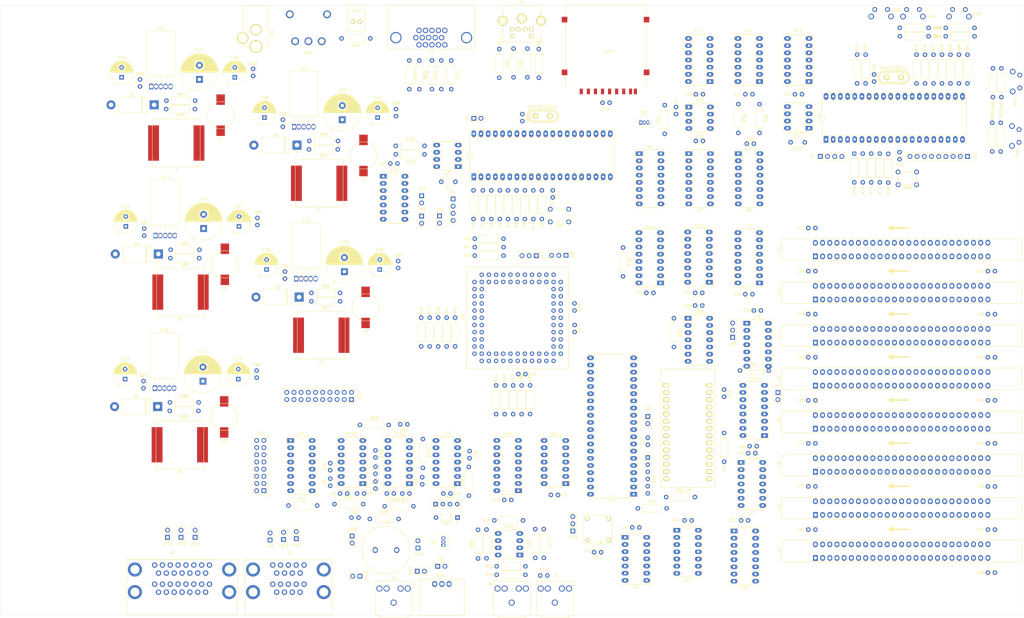
<source format=kicad_pcb>
(kicad_pcb (version 20171130) (host pcbnew "(5.1.2)-1")
  (layers (0 F.Cu signal) (1 In1.Cu signal) (2 In2.Cu signal) (31 B.Cu signal) (34 B.Paste user) (35 F.Paste user) (36 B.SilkS user) (37 F.SilkS user) (38 B.Mask user) (39 F.Mask user) (44 Edge.Cuts user))
  (net 0 "")
  (net 1 "Net-(A7-Pad16)")
  (net 2 GND)
  (net 3 /Peripheral_IO/-12V)
  (net 4 /SD_Card_And_Keyboard/K6)
  (net 5 "Net-(A7-Pad14)")
  (net 6 /SD_Card_And_Keyboard/K4)
  (net 7 /SD_Card_And_Keyboard/K1)
  (net 8 /SD_Card_And_Keyboard/K5)
  (net 9 /SD_Card_And_Keyboard/K0)
  (net 10 "Net-(A7-Pad4)")
  (net 11 /SD_Card_And_Keyboard/K3)
  (net 12 /CPU_RAM_ROM/RESB)
  (net 13 /SD_Card_And_Keyboard/K2)
  (net 14 /SD_Card_And_Keyboard/Strobe)
  (net 15 "Net-(A7-Pad9)")
  (net 16 /Address_Decoding/+5V)
  (net 17 "Net-(A12-Pad3)")
  (net 18 "Net-(A12-Pad2)")
  (net 19 "Net-(A12-Pad1)")
  (net 20 "Net-(A13-Pad7)")
  (net 21 "Net-(A13-Pad2)")
  (net 22 "Net-(A13-Pad5)")
  (net 23 /Address_Decoding/C00X_Keyboard_Read)
  (net 24 /CPU_RAM_ROM/D3)
  (net 25 "Net-(B6-Pad6)")
  (net 26 "Net-(B6-Pad13)")
  (net 27 /CPU_RAM_ROM/D1)
  (net 28 /CPU_RAM_ROM/D2)
  (net 29 "Net-(B6-Pad3)")
  (net 30 "Net-(B6-Pad10)")
  (net 31 /CPU_RAM_ROM/D0)
  (net 32 /CPU_RAM_ROM/D4)
  (net 33 "Net-(B7-Pad10)")
  (net 34 "Net-(B7-Pad3)")
  (net 35 /CPU_RAM_ROM/D6)
  (net 36 /CPU_RAM_ROM/D5)
  (net 37 /SD_Card_And_Keyboard/K7)
  (net 38 "Net-(B7-Pad13)")
  (net 39 "Net-(B7-Pad6)")
  (net 40 /CPU_RAM_ROM/D7)
  (net 41 "Net-(B10-Pad8)")
  (net 42 "Net-(B10-Pad10)")
  (net 43 /Address_Decoding/PHI2)
  (net 44 /CPU_RAM_ROM/DMA)
  (net 45 "Net-(B11-Pad3)")
  (net 46 /Power_Supply/+3V3)
  (net 47 "Net-(C5-Pad1)")
  (net 48 "Net-(C6-Pad1)")
  (net 49 "Net-(C7-Pad1)")
  (net 50 "Net-(C8-Pad1)")
  (net 51 "Net-(C10-Pad2)")
  (net 52 "Net-(C10-Pad1)")
  (net 53 /Address_Decoding/C01X_Keyboard_Strobe)
  (net 54 "Net-(C12-Pad1)")
  (net 55 /Power_Supply/+VIN)
  (net 56 "Net-(C22-Pad2)")
  (net 57 "Net-(C23-Pad1)")
  (net 58 "Net-(C24-Pad1)")
  (net 59 /Peripheral_IO/+12V)
  (net 60 "Net-(C30-Pad1)")
  (net 61 "Net-(C31-Pad2)")
  (net 62 /Peripheral_IO/-5V)
  (net 63 "Net-(C38-Pad1)")
  (net 64 "Net-(C38-Pad2)")
  (net 65 "Net-(CON1-Pad7)")
  (net 66 "Net-(CON1-Pad8)")
  (net 67 "Net-(CON1-Pad5)")
  (net 68 "Net-(CON1-Pad2)")
  (net 69 "Net-(CON1-Pad1)")
  (net 70 "Net-(CON1-Pad9)")
  (net 71 "Net-(CR1-Pad1)")
  (net 72 "Net-(D1-Pad1)")
  (net 73 "Net-(D2-Pad1)")
  (net 74 "Net-(D3-Pad1)")
  (net 75 "Net-(D4-Pad1)")
  (net 76 "Net-(D5-Pad1)")
  (net 77 /Address_Decoding/A11)
  (net 78 "Net-(F12-Pad9)")
  (net 79 /Address_Decoding/A12)
  (net 80 "Net-(F12-Pad10)")
  (net 81 /Address_Decoding/A13)
  (net 82 "Net-(F12-Pad11)")
  (net 83 /Address_Decoding/OE)
  (net 84 "Net-(F12-Pad12)")
  (net 85 "Net-(F12-Pad13)")
  (net 86 "Net-(F12-Pad6)")
  (net 87 /Address_Decoding/IO_Strobe)
  (net 88 "Net-(F12-Pad7)")
  (net 89 "Net-(F12-Pad15)")
  (net 90 /Address_Decoding/A4)
  (net 91 /Address_Decoding/C06X_Serial)
  (net 92 /Address_Decoding/A5)
  (net 93 "Net-(F13-Pad10)")
  (net 94 /Address_Decoding/A6)
  (net 95 /Address_Decoding/C040_Strobe)
  (net 96 /Address_Decoding/A7)
  (net 97 /Address_Decoding/C03X_Speaker)
  (net 98 "Net-(F13-Pad5)")
  (net 99 /Address_Decoding/C02X_Cassette)
  (net 100 /Address_Decoding/C07X_Timer_Trigger)
  (net 101 /Address_Decoding/A1)
  (net 102 /Address_Decoding/SS_AN0_OFF_ON)
  (net 103 /Address_Decoding/A2)
  (net 104 /Address_Decoding/SS_AN1_OFF_ON)
  (net 105 /Address_Decoding/A3)
  (net 106 /Address_Decoding/SS_AN2_OFF_ON)
  (net 107 /Address_Decoding/SS_GRAPHICS_TEXT)
  (net 108 /Address_Decoding/SS_AN3_OFF_ON)
  (net 109 /Address_Decoding/SS_NOMIX_MIX)
  (net 110 /Address_Decoding/A0)
  (net 111 /Address_Decoding/SS_PAGE1_PAGE2)
  (net 112 /Address_Decoding/SS_LORES_HIRES)
  (net 113 "Net-(F14-Pad15)")
  (net 114 /Address_Decoding/A15)
  (net 115 /Address_Decoding/A14)
  (net 116 /Address_Decoding/RAM_Enable)
  (net 117 /Address_Decoding/C08X_Device_Select_0)
  (net 118 /Address_Decoding/C0FX_Device_Select_7)
  (net 119 /Address_Decoding/C09X_Device_Select_1)
  (net 120 /Address_Decoding/C0AX_Device_Select_2)
  (net 121 /Address_Decoding/C0BX_Device_Select_3)
  (net 122 /Address_Decoding/C0CX_Device_Select_4)
  (net 123 /Address_Decoding/C0DX_Device_Select_5)
  (net 124 /Address_Decoding/C0EX_Device_Select_6)
  (net 125 "Net-(H7-Pad39)")
  (net 126 /Address_Decoding/A10)
  (net 127 /Address_Decoding/A9)
  (net 128 /Address_Decoding/A8)
  (net 129 "Net-(H7-Pad35)")
  (net 130 /Address_Decoding/RW)
  (net 131 "Net-(H7-Pad7)")
  (net 132 /CPU_RAM_ROM/NMIB)
  (net 133 "Net-(H7-Pad5)")
  (net 134 /CPU_RAM_ROM/IRQB)
  (net 135 /CPU_RAM_ROM/PHI1O)
  (net 136 /CPU_RAM_ROM/RDY)
  (net 137 "Net-(H7-Pad1)")
  (net 138 /Address_Decoding/C7XX_IO_7)
  (net 139 /Address_Decoding/C1XX_IO_1)
  (net 140 "Net-(H12-Pad6)")
  (net 141 /Address_Decoding/C2XX_IO_2)
  (net 142 /Address_Decoding/C3XX_IO_3)
  (net 143 /Address_Decoding/C4XX_IO_4)
  (net 144 /Address_Decoding/C5XX_IO_5)
  (net 145 /Address_Decoding/C6XX_IO_6)
  (net 146 /Serial_IO_Audio/PB2)
  (net 147 /Serial_IO_Audio/PB1)
  (net 148 /Serial_IO_Audio/PB0)
  (net 149 "Net-(H14-Pad4)")
  (net 150 "Net-(H14-Pad6)")
  (net 151 "Net-(J1-Pad15)")
  (net 152 "Net-(J1-Pad14)")
  (net 153 "Net-(J1-Pad13)")
  (net 154 "Net-(J1-Pad12)")
  (net 155 "Net-(J1-Pad11)")
  (net 156 "Net-(J1-Pad4)")
  (net 157 "Net-(J1-Pad3)")
  (net 158 "Net-(J1-Pad2)")
  (net 159 "Net-(J1-Pad1)")
  (net 160 "Net-(J2-Pad9)")
  (net 161 /Serial_IO_Audio/PDL1)
  (net 162 "Net-(J2-Pad6)")
  (net 163 "Net-(J2-Pad4)")
  (net 164 /Serial_IO_Audio/PDL0)
  (net 165 /Serial_IO_Audio/PDL2)
  (net 166 /Serial_IO_Audio/PDL3)
  (net 167 "Net-(J9-Pad2)")
  (net 168 "Net-(J10-Pad1)")
  (net 169 "Net-(J10-Pad3)")
  (net 170 "Net-(J12-Pad1)")
  (net 171 /Peripheral_IO/Pin19)
  (net 172 "Net-(J12-Pad23)")
  (net 173 "Net-(J12-Pad24)")
  (net 174 "Net-(J12-Pad27)")
  (net 175 "Net-(J12-Pad28)")
  (net 176 /CPU_RAM_ROM/~INH)
  (net 177 /Peripheral_IO/Pin35)
  (net 178 /Peripheral_IO/Prop_7M)
  (net 179 /Address_Decoding/User_1)
  (net 180 "Net-(J13-Pad1)")
  (net 181 "Net-(J13-Pad12)")
  (net 182 "Net-(J13-Pad2)")
  (net 183 "Net-(J13-Pad9)")
  (net 184 "Net-(J13-Pad10)")
  (net 185 "Net-(J13-Pad13)")
  (net 186 "Net-(J14-Pad9)")
  (net 187 "Net-(J14-Pad16)")
  (net 188 "Net-(J15-Pad28)")
  (net 189 "Net-(J15-Pad27)")
  (net 190 "Net-(J15-Pad24)")
  (net 191 "Net-(J15-Pad23)")
  (net 192 "Net-(J16-Pad24)")
  (net 193 "Net-(J16-Pad23)")
  (net 194 "Net-(J17-Pad24)")
  (net 195 "Net-(J17-Pad23)")
  (net 196 "Net-(J18-Pad23)")
  (net 197 "Net-(J18-Pad24)")
  (net 198 "Net-(J19-Pad23)")
  (net 199 "Net-(J19-Pad24)")
  (net 200 "Net-(J21-Pad24)")
  (net 201 "Net-(J21-Pad23)")
  (net 202 /CPU_RAM_ROM/Prop_PHI2)
  (net 203 "Net-(J22-Pad4)")
  (net 204 "Net-(J22-Pad5)")
  (net 205 "Net-(J22-Pad6)")
  (net 206 "Net-(J22-Pad7)")
  (net 207 "Net-(J22-Pad8)")
  (net 208 "Net-(J22-Pad9)")
  (net 209 "Net-(JP2-Pad1)")
  (net 210 "Net-(JP2-Pad2)")
  (net 211 "Net-(JP3-Pad1)")
  (net 212 "Net-(JP3-Pad2)")
  (net 213 /CPU_RAM_ROM/VCE)
  (net 214 /CPU_RAM_ROM/VA15)
  (net 215 /Address_Decoding/ROM_Enable)
  (net 216 "Net-(JP6-Pad2)")
  (net 217 /CPU_RAM_ROM/INH_Enable)
  (net 218 "Net-(JP7-Pad2)")
  (net 219 /CPU_RAM_ROM/VOE)
  (net 220 "Net-(JP8-Pad2)")
  (net 221 /CPU_RAM_ROM/Clock)
  (net 222 "Net-(JP18-Pad2)")
  (net 223 "Net-(JP19-Pad2)")
  (net 224 "Net-(K1-Pad5)")
  (net 225 "Net-(K1-Pad1)")
  (net 226 "Net-(K13-Pad1)")
  (net 227 "Net-(K13-Pad5)")
  (net 228 "Net-(K13-Pad2)")
  (net 229 "Net-(K13-Pad6)")
  (net 230 "Net-(K13-Pad3)")
  (net 231 "Net-(K13-Pad8)")
  (net 232 "Net-(LED1-Pad1)")
  (net 233 "Net-(P1-Pad2)")
  (net 234 "Net-(P2-Pad2)")
  (net 235 "Net-(P2-Pad3)")
  (net 236 "Net-(P2-Pad4)")
  (net 237 "Net-(Q4-Pad2)")
  (net 238 "Net-(Q5-Pad2)")
  (net 239 "Net-(R3-Pad1)")
  (net 240 /CPU_RAM_ROM/VD0)
  (net 241 /CPU_RAM_ROM/VD1)
  (net 242 "Net-(R4-Pad1)")
  (net 243 "Net-(R5-Pad1)")
  (net 244 /CPU_RAM_ROM/VD2)
  (net 245 /CPU_RAM_ROM/VD3)
  (net 246 "Net-(R6-Pad1)")
  (net 247 "Net-(R7-Pad1)")
  (net 248 /CPU_RAM_ROM/VD4)
  (net 249 /CPU_RAM_ROM/VD5)
  (net 250 "Net-(R8-Pad1)")
  (net 251 "Net-(R9-Pad1)")
  (net 252 /CPU_RAM_ROM/VD6)
  (net 253 "Net-(R10-Pad1)")
  (net 254 /CPU_RAM_ROM/VD7)
  (net 255 "Net-(R11-Pad1)")
  (net 256 "Net-(R12-Pad1)")
  (net 257 "Net-(R13-Pad2)")
  (net 258 "Net-(R27-Pad2)")
  (net 259 "Net-(R31-Pad2)")
  (net 260 /SD_Card_And_Keyboard/SCL)
  (net 261 /SD_Card_And_Keyboard/SDA)
  (net 262 "Net-(R34-Pad2)")
  (net 263 "Net-(R35-Pad2)")
  (net 264 "Net-(R36-Pad2)")
  (net 265 "Net-(R37-Pad2)")
  (net 266 /Address_Decoding/WE)
  (net 267 "Net-(R38-Pad2)")
  (net 268 "Net-(R39-Pad2)")
  (net 269 "Net-(R40-Pad2)")
  (net 270 "Net-(R41-Pad2)")
  (net 271 "Net-(R43-Pad2)")
  (net 272 "Net-(R44-Pad2)")
  (net 273 "Net-(R45-Pad2)")
  (net 274 "Net-(R46-Pad2)")
  (net 275 "Net-(R47-Pad2)")
  (net 276 "Net-(R48-Pad2)")
  (net 277 "Net-(R51-Pad2)")
  (net 278 "Net-(R52-Pad2)")
  (net 279 "Net-(R59-Pad2)")
  (net 280 "Net-(R60-Pad2)")
  (net 281 "Net-(R61-Pad2)")
  (net 282 "Net-(R62-Pad2)")
  (net 283 "Net-(RV1-Pad1)")
  (net 284 "Net-(U1-Pad10)")
  (net 285 "Net-(U3-Pad6)")
  (net 286 "Net-(U3-Pad12)")
  (net 287 /CPU_RAM_ROM/VA8)
  (net 288 /CPU_RAM_ROM/VA9)
  (net 289 /CPU_RAM_ROM/VA10)
  (net 290 "Net-(U4-Pad30)")
  (net 291 "Net-(U4-Pad31)")
  (net 292 /CPU_RAM_ROM/VA0)
  (net 293 /CPU_RAM_ROM/VA11)
  (net 294 /CPU_RAM_ROM/VA1)
  (net 295 /CPU_RAM_ROM/VA12)
  (net 296 /CPU_RAM_ROM/VA2)
  (net 297 /CPU_RAM_ROM/VA13)
  (net 298 /CPU_RAM_ROM/VA3)
  (net 299 /CPU_RAM_ROM/VA14)
  (net 300 /CPU_RAM_ROM/VA4)
  (net 301 /CPU_RAM_ROM/VA5)
  (net 302 /CPU_RAM_ROM/VA6)
  (net 303 /CPU_RAM_ROM/VA7)
  (net 304 "Net-(U8-Pad83)")
  (net 305 "Net-(U8-Pad75)")
  (net 306 "Net-(U8-Pad2)")
  (net 307 "Net-(U8-Pad84)")
  (net 308 "Net-(U8-Pad25)")
  (net 309 "Net-(U8-Pad42)")
  (net 310 "Net-(U8-Pad44)")
  (net 311 "Net-(U8-Pad74)")
  (net 312 "Net-(U8-Pad45)")
  (net 313 "Net-(U8-Pad53)")
  (net 314 "Net-(U18-Pad2)")
  (net 315 "Net-(U16-Pad30)")
  (net 316 "Net-(U16-Pad31)")
  (net 317 "Net-(C74-Pad2)")
  (net 318 "Net-(C75-Pad2)")
  (net 319 "Net-(C76-Pad2)")
  (net 320 "Net-(C77-Pad2)")
  (net 321 "Net-(C78-Pad2)")
  (net 322 "Net-(H131-Pad5)")
  (net 323 "Net-(H131-Pad9)")
  (net 324 "Net-(H132-Pad5)")
  (net 325 "Net-(H132-Pad9)")
  (net 326 "Net-(R69-Pad1)")
  (net 327 "Net-(R70-Pad1)")
  (net 328 "Net-(R71-Pad1)")
  (net 329 "Net-(R72-Pad1)")
  (net 330 "Net-(R73-Pad2)")
  (net 331 "Net-(R74-Pad2)")
  (net 332 "Net-(R75-Pad2)")
  (net 333 "Net-(R76-Pad2)")
  (net 334 "Net-(R77-Pad2)")
  (net 335 "Net-(R78-Pad2)")
  (net 336 "Net-(R79-Pad2)")
  (net 337 "Net-(R80-Pad2)")
  (net 338 "Net-(R81-Pad2)")
  (net 339 /Peripheral_IO/Prop_Q3)
  (net 340 "Net-(J8-Pad2)")
  (net 341 "Net-(J24-Pad1)")
  (net 342 "Net-(J24-Pad2)")
  (net 343 "Net-(R82-Pad2)")
  (net 344 "Net-(R84-Pad2)")
  (net 345 "Net-(R86-Pad2)")
  (net 346 "Net-(R88-Pad2)")
  (net 347 "Net-(R90-Pad2)")
  (net 348 "Net-(H7-Pad2)")
  (net 349 "Net-(J2-Pad1)")
  (net 350 "Net-(J2-Pad13)")
  (net 351 "Net-(J2-Pad18)")
  (net 352 "Net-(J2-Pad15)")
  (net 353 "Net-(J3-Pad7)")
  (net 354 "Net-(J3-Pad14)")
  (net 355 "Net-(J3-Pad13)")
  (net 356 "Net-(J3-Pad29)")
  (net 357 "Net-(J3-Pad28)")
  (net 358 "Net-(J3-Pad11)")
  (net 359 "Net-(J3-Pad10)")
  (net 360 "Net-(J3-Pad26)")
  (net 361 "Net-(J3-Pad25)")
  (net 362 "Net-(J6-Pad9)")
  (net 363 "Net-(J6-Pad16)")
  (module Package_DIP:DIP-16_W7.62mm_Socket_LongPads (layer F.Cu) (at 421 202.5)
    (fp_text reference A7 (at 3.81 -2.33) (layer F.SilkS))
    (fp_text value "Keyboard Connector")
    (pad 1 thru_hole rect (at 0 0) (size 2.4 1.6) (drill 0.8) (layers *.Cu *.Mask) (net 16 /Address_Decoding/+5V))
    (pad 9 thru_hole oval (at 7.62 17.78) (size 2.4 1.6) (drill 0.8) (layers *.Cu *.Mask) (net 15 "Net-(A7-Pad9)"))
    (pad 2 thru_hole oval (at 0 2.54) (size 2.4 1.6) (drill 0.8) (layers *.Cu *.Mask) (net 14 /SD_Card_And_Keyboard/Strobe))
    (pad 10 thru_hole oval (at 7.62 15.24) (size 2.4 1.6) (drill 0.8) (layers *.Cu *.Mask) (net 13 /SD_Card_And_Keyboard/K2))
    (pad 3 thru_hole oval (at 0 5.08) (size 2.4 1.6) (drill 0.8) (layers *.Cu *.Mask) (net 12 /CPU_RAM_ROM/RESB))
    (pad 11 thru_hole oval (at 7.62 12.7) (size 2.4 1.6) (drill 0.8) (layers *.Cu *.Mask) (net 11 /SD_Card_And_Keyboard/K3))
    (pad 4 thru_hole oval (at 0 7.62) (size 2.4 1.6) (drill 0.8) (layers *.Cu *.Mask) (net 10 "Net-(A7-Pad4)"))
    (pad 12 thru_hole oval (at 7.62 10.16) (size 2.4 1.6) (drill 0.8) (layers *.Cu *.Mask) (net 9 /SD_Card_And_Keyboard/K0))
    (pad 5 thru_hole oval (at 0 10.16) (size 2.4 1.6) (drill 0.8) (layers *.Cu *.Mask) (net 8 /SD_Card_And_Keyboard/K5))
    (pad 13 thru_hole oval (at 7.62 7.62) (size 2.4 1.6) (drill 0.8) (layers *.Cu *.Mask) (net 7 /SD_Card_And_Keyboard/K1))
    (pad 6 thru_hole oval (at 0 12.7) (size 2.4 1.6) (drill 0.8) (layers *.Cu *.Mask) (net 6 /SD_Card_And_Keyboard/K4))
    (pad 14 thru_hole oval (at 7.62 5.08) (size 2.4 1.6) (drill 0.8) (layers *.Cu *.Mask) (net 5 "Net-(A7-Pad14)"))
    (pad 7 thru_hole oval (at 0 15.24) (size 2.4 1.6) (drill 0.8) (layers *.Cu *.Mask) (net 4 /SD_Card_And_Keyboard/K6))
    (pad 15 thru_hole oval (at 7.62 2.54) (size 2.4 1.6) (drill 0.8) (layers *.Cu *.Mask) (net 3 /Peripheral_IO/-12V))
    (pad 8 thru_hole oval (at 0 17.78) (size 2.4 1.6) (drill 0.8) (layers *.Cu *.Mask) (net 2 GND))
    (pad 16 thru_hole oval (at 7.62 0) (size 2.4 1.6) (drill 0.8) (layers *.Cu *.Mask) (net 1 "Net-(A7-Pad16)"))
  )
  (module retroii_footprints:DIP-14_W7.62mm_Socket_LongPads (layer F.Cu) (at 463.5 177 180)
    (fp_text reference A12 (at 4 18 180) (layer F.SilkS))
    (fp_text value 74LS02)
    (pad 1 thru_hole rect (at 0 0 180) (size 2.4 1.6) (drill 0.8) (layers *.Cu *.Mask) (net 19 "Net-(A12-Pad1)"))
    (pad 8 thru_hole oval (at 7.62 15.24 180) (size 2.4 1.6) (drill 0.8) (layers *.Cu *.Mask))
    (pad 2 thru_hole oval (at 0 2.54 180) (size 2.4 1.6) (drill 0.8) (layers *.Cu *.Mask) (net 18 "Net-(A12-Pad2)"))
    (pad 9 thru_hole oval (at 7.62 12.7 180) (size 2.4 1.6) (drill 0.8) (layers *.Cu *.Mask))
    (pad 3 thru_hole oval (at 0 5.08 180) (size 2.4 1.6) (drill 0.8) (layers *.Cu *.Mask) (net 17 "Net-(A12-Pad3)"))
    (pad 10 thru_hole oval (at 7.62 10.16 180) (size 2.4 1.6) (drill 0.8) (layers *.Cu *.Mask))
    (pad 4 thru_hole oval (at 0 7.62 180) (size 2.4 1.6) (drill 0.8) (layers *.Cu *.Mask))
    (pad 11 thru_hole oval (at 7.62 7.62 180) (size 2.4 1.6) (drill 0.8) (layers *.Cu *.Mask))
    (pad 5 thru_hole oval (at 0 10.16 180) (size 2.4 1.6) (drill 0.8) (layers *.Cu *.Mask))
    (pad 12 thru_hole oval (at 7.62 5.08 180) (size 2.4 1.6) (drill 0.8) (layers *.Cu *.Mask))
    (pad 6 thru_hole oval (at 0 12.7 180) (size 2.4 1.6) (drill 0.8) (layers *.Cu *.Mask))
    (pad 13 thru_hole oval (at 7.62 2.54 180) (size 2.4 1.6) (drill 0.8) (layers *.Cu *.Mask))
    (pad 7 thru_hole oval (at 0 15.24 180) (size 2.4 1.6) (drill 0.8) (layers *.Cu *.Mask) (net 2 GND))
    (pad 14 thru_hole oval (at 7.62 0 180) (size 2.4 1.6) (drill 0.8) (layers *.Cu *.Mask) (net 16 /Address_Decoding/+5V))
  )
  (module retroii_footprints:DIP-8_W7.62mm_Socket_LongPads (layer F.Cu) (at 438.5 186)
    (fp_text reference A13 (at 3.81 -2.33) (layer F.SilkS))
    (fp_text value "555 Timer")
    (pad 8 thru_hole oval (at 7.62 0) (size 2.4 1.6) (drill 0.8) (layers *.Cu *.Mask) (net 16 /Address_Decoding/+5V))
    (pad 4 thru_hole oval (at 0 7.62) (size 2.4 1.6) (drill 0.8) (layers *.Cu *.Mask) (net 16 /Address_Decoding/+5V))
    (pad 7 thru_hole oval (at 7.62 2.54) (size 2.4 1.6) (drill 0.8) (layers *.Cu *.Mask) (net 20 "Net-(A13-Pad7)"))
    (pad 3 thru_hole oval (at 0 5.08) (size 2.4 1.6) (drill 0.8) (layers *.Cu *.Mask) (net 17 "Net-(A12-Pad3)"))
    (pad 6 thru_hole oval (at 7.62 5.08) (size 2.4 1.6) (drill 0.8) (layers *.Cu *.Mask) (net 21 "Net-(A13-Pad2)"))
    (pad 2 thru_hole oval (at 0 2.54) (size 2.4 1.6) (drill 0.8) (layers *.Cu *.Mask) (net 21 "Net-(A13-Pad2)"))
    (pad 5 thru_hole oval (at 7.62 7.62) (size 2.4 1.6) (drill 0.8) (layers *.Cu *.Mask) (net 22 "Net-(A13-Pad5)"))
    (pad 1 thru_hole rect (at 0 0) (size 2.4 1.6) (drill 0.8) (layers *.Cu *.Mask) (net 2 GND))
  )
  (module retroii_footprints:DIP-16_W7.62mm_Socket_LongPads (layer F.Cu) (at 456 202.5)
    (fp_text reference B6 (at 3.85 20.1) (layer F.SilkS))
    (fp_text value 74LS257)
    (pad 1 thru_hole rect (at 0 0) (size 2.4 1.6) (drill 0.8) (layers *.Cu *.Mask) (net 2 GND))
    (pad 9 thru_hole oval (at 7.62 17.78) (size 2.4 1.6) (drill 0.8) (layers *.Cu *.Mask) (net 31 /CPU_RAM_ROM/D0))
    (pad 2 thru_hole oval (at 0 2.54) (size 2.4 1.6) (drill 0.8) (layers *.Cu *.Mask) (net 13 /SD_Card_And_Keyboard/K2))
    (pad 10 thru_hole oval (at 7.62 15.24) (size 2.4 1.6) (drill 0.8) (layers *.Cu *.Mask) (net 30 "Net-(B6-Pad10)"))
    (pad 3 thru_hole oval (at 0 5.08) (size 2.4 1.6) (drill 0.8) (layers *.Cu *.Mask) (net 29 "Net-(B6-Pad3)"))
    (pad 11 thru_hole oval (at 7.62 12.7) (size 2.4 1.6) (drill 0.8) (layers *.Cu *.Mask) (net 9 /SD_Card_And_Keyboard/K0))
    (pad 4 thru_hole oval (at 0 7.62) (size 2.4 1.6) (drill 0.8) (layers *.Cu *.Mask) (net 28 /CPU_RAM_ROM/D2))
    (pad 12 thru_hole oval (at 7.62 10.16) (size 2.4 1.6) (drill 0.8) (layers *.Cu *.Mask) (net 27 /CPU_RAM_ROM/D1))
    (pad 5 thru_hole oval (at 0 10.16) (size 2.4 1.6) (drill 0.8) (layers *.Cu *.Mask) (net 11 /SD_Card_And_Keyboard/K3))
    (pad 13 thru_hole oval (at 7.62 7.62) (size 2.4 1.6) (drill 0.8) (layers *.Cu *.Mask) (net 26 "Net-(B6-Pad13)"))
    (pad 6 thru_hole oval (at 0 12.7) (size 2.4 1.6) (drill 0.8) (layers *.Cu *.Mask) (net 25 "Net-(B6-Pad6)"))
    (pad 14 thru_hole oval (at 7.62 5.08) (size 2.4 1.6) (drill 0.8) (layers *.Cu *.Mask) (net 7 /SD_Card_And_Keyboard/K1))
    (pad 7 thru_hole oval (at 0 15.24) (size 2.4 1.6) (drill 0.8) (layers *.Cu *.Mask) (net 24 /CPU_RAM_ROM/D3))
    (pad 15 thru_hole oval (at 7.62 2.54) (size 2.4 1.6) (drill 0.8) (layers *.Cu *.Mask) (net 23 /Address_Decoding/C00X_Keyboard_Read))
    (pad 8 thru_hole oval (at 0 17.78) (size 2.4 1.6) (drill 0.8) (layers *.Cu *.Mask) (net 2 GND))
    (pad 16 thru_hole oval (at 7.62 0) (size 2.4 1.6) (drill 0.8) (layers *.Cu *.Mask) (net 16 /Address_Decoding/+5V))
  )
  (module retroii_footprints:DIP-16_W7.62mm_Socket_LongPads (layer F.Cu) (at 438.5 202.5)
    (fp_text reference B7 (at 3.95 20.15) (layer F.SilkS))
    (fp_text value 74LS257)
    (pad 1 thru_hole rect (at 0 0) (size 2.4 1.6) (drill 0.8) (layers *.Cu *.Mask) (net 2 GND))
    (pad 9 thru_hole oval (at 7.62 17.78) (size 2.4 1.6) (drill 0.8) (layers *.Cu *.Mask) (net 32 /CPU_RAM_ROM/D4))
    (pad 2 thru_hole oval (at 0 2.54) (size 2.4 1.6) (drill 0.8) (layers *.Cu *.Mask) (net 4 /SD_Card_And_Keyboard/K6))
    (pad 10 thru_hole oval (at 7.62 15.24) (size 2.4 1.6) (drill 0.8) (layers *.Cu *.Mask) (net 33 "Net-(B7-Pad10)"))
    (pad 3 thru_hole oval (at 0 5.08) (size 2.4 1.6) (drill 0.8) (layers *.Cu *.Mask) (net 34 "Net-(B7-Pad3)"))
    (pad 11 thru_hole oval (at 7.62 12.7) (size 2.4 1.6) (drill 0.8) (layers *.Cu *.Mask) (net 6 /SD_Card_And_Keyboard/K4))
    (pad 4 thru_hole oval (at 0 7.62) (size 2.4 1.6) (drill 0.8) (layers *.Cu *.Mask) (net 35 /CPU_RAM_ROM/D6))
    (pad 12 thru_hole oval (at 7.62 10.16) (size 2.4 1.6) (drill 0.8) (layers *.Cu *.Mask) (net 36 /CPU_RAM_ROM/D5))
    (pad 5 thru_hole oval (at 0 10.16) (size 2.4 1.6) (drill 0.8) (layers *.Cu *.Mask) (net 37 /SD_Card_And_Keyboard/K7))
    (pad 13 thru_hole oval (at 7.62 7.62) (size 2.4 1.6) (drill 0.8) (layers *.Cu *.Mask) (net 38 "Net-(B7-Pad13)"))
    (pad 6 thru_hole oval (at 0 12.7) (size 2.4 1.6) (drill 0.8) (layers *.Cu *.Mask) (net 39 "Net-(B7-Pad6)"))
    (pad 14 thru_hole oval (at 7.62 5.08) (size 2.4 1.6) (drill 0.8) (layers *.Cu *.Mask) (net 8 /SD_Card_And_Keyboard/K5))
    (pad 7 thru_hole oval (at 0 15.24) (size 2.4 1.6) (drill 0.8) (layers *.Cu *.Mask) (net 40 /CPU_RAM_ROM/D7))
    (pad 15 thru_hole oval (at 7.62 2.54) (size 2.4 1.6) (drill 0.8) (layers *.Cu *.Mask) (net 23 /Address_Decoding/C00X_Keyboard_Read))
    (pad 8 thru_hole oval (at 0 17.78) (size 2.4 1.6) (drill 0.8) (layers *.Cu *.Mask) (net 2 GND))
    (pad 16 thru_hole oval (at 7.62 0) (size 2.4 1.6) (drill 0.8) (layers *.Cu *.Mask) (net 16 /Address_Decoding/+5V))
  )
  (module retroii_footprints:DIP-14_W7.62mm_Socket_LongPads (layer F.Cu) (at 481 177 180)
    (fp_text reference B10 (at 4 18 180) (layer F.SilkS))
    (fp_text value 74LS74)
    (pad 14 thru_hole oval (at 7.62 0 180) (size 2.4 1.6) (drill 0.8) (layers *.Cu *.Mask) (net 16 /Address_Decoding/+5V))
    (pad 7 thru_hole oval (at 0 15.24 180) (size 2.4 1.6) (drill 0.8) (layers *.Cu *.Mask) (net 2 GND))
    (pad 13 thru_hole oval (at 7.62 2.54 180) (size 2.4 1.6) (drill 0.8) (layers *.Cu *.Mask) (net 19 "Net-(A12-Pad1)"))
    (pad 6 thru_hole oval (at 0 12.7 180) (size 2.4 1.6) (drill 0.8) (layers *.Cu *.Mask))
    (pad 12 thru_hole oval (at 7.62 5.08 180) (size 2.4 1.6) (drill 0.8) (layers *.Cu *.Mask) (net 42 "Net-(B10-Pad10)"))
    (pad 5 thru_hole oval (at 0 10.16 180) (size 2.4 1.6) (drill 0.8) (layers *.Cu *.Mask))
    (pad 11 thru_hole oval (at 7.62 7.62 180) (size 2.4 1.6) (drill 0.8) (layers *.Cu *.Mask) (net 14 /SD_Card_And_Keyboard/Strobe))
    (pad 4 thru_hole oval (at 0 7.62 180) (size 2.4 1.6) (drill 0.8) (layers *.Cu *.Mask))
    (pad 10 thru_hole oval (at 7.62 10.16 180) (size 2.4 1.6) (drill 0.8) (layers *.Cu *.Mask) (net 42 "Net-(B10-Pad10)"))
    (pad 3 thru_hole oval (at 0 5.08 180) (size 2.4 1.6) (drill 0.8) (layers *.Cu *.Mask))
    (pad 9 thru_hole oval (at 7.62 12.7 180) (size 2.4 1.6) (drill 0.8) (layers *.Cu *.Mask) (net 37 /SD_Card_And_Keyboard/K7))
    (pad 2 thru_hole oval (at 0 2.54 180) (size 2.4 1.6) (drill 0.8) (layers *.Cu *.Mask))
    (pad 8 thru_hole oval (at 7.62 15.24 180) (size 2.4 1.6) (drill 0.8) (layers *.Cu *.Mask) (net 41 "Net-(B10-Pad8)"))
    (pad 1 thru_hole rect (at 0 0 180) (size 2.4 1.6) (drill 0.8) (layers *.Cu *.Mask))
  )
  (module retroii_footprints:DIP-14_W7.62mm_Socket_LongPads (layer F.Cu) (at 395 319.25 180)
    (fp_text reference B11 (at 3.75 17.65 180) (layer F.SilkS))
    (fp_text value 74LS08)
    (pad 14 thru_hole oval (at 7.62 0 180) (size 2.4 1.6) (drill 0.8) (layers *.Cu *.Mask) (net 16 /Address_Decoding/+5V))
    (pad 7 thru_hole oval (at 0 15.24 180) (size 2.4 1.6) (drill 0.8) (layers *.Cu *.Mask) (net 2 GND))
    (pad 13 thru_hole oval (at 7.62 2.54 180) (size 2.4 1.6) (drill 0.8) (layers *.Cu *.Mask))
    (pad 6 thru_hole oval (at 0 12.7 180) (size 2.4 1.6) (drill 0.8) (layers *.Cu *.Mask))
    (pad 12 thru_hole oval (at 7.62 5.08 180) (size 2.4 1.6) (drill 0.8) (layers *.Cu *.Mask))
    (pad 5 thru_hole oval (at 0 10.16 180) (size 2.4 1.6) (drill 0.8) (layers *.Cu *.Mask))
    (pad 11 thru_hole oval (at 7.62 7.62 180) (size 2.4 1.6) (drill 0.8) (layers *.Cu *.Mask))
    (pad 4 thru_hole oval (at 0 7.62 180) (size 2.4 1.6) (drill 0.8) (layers *.Cu *.Mask))
    (pad 10 thru_hole oval (at 7.62 10.16 180) (size 2.4 1.6) (drill 0.8) (layers *.Cu *.Mask))
    (pad 3 thru_hole oval (at 0 5.08 180) (size 2.4 1.6) (drill 0.8) (layers *.Cu *.Mask) (net 45 "Net-(B11-Pad3)"))
    (pad 9 thru_hole oval (at 7.62 12.7 180) (size 2.4 1.6) (drill 0.8) (layers *.Cu *.Mask))
    (pad 2 thru_hole oval (at 0 2.54 180) (size 2.4 1.6) (drill 0.8) (layers *.Cu *.Mask) (net 44 /CPU_RAM_ROM/DMA))
    (pad 8 thru_hole oval (at 7.62 15.24 180) (size 2.4 1.6) (drill 0.8) (layers *.Cu *.Mask))
    (pad 1 thru_hole rect (at 0 0 180) (size 2.4 1.6) (drill 0.8) (layers *.Cu *.Mask) (net 43 /Address_Decoding/PHI2))
  )
  (module retroii_footprints:C_Disc_D3.0mm_W2.0mm_P2.50mm (layer F.Cu) (at 390.4 218 90)
    (fp_text reference C1 (at -2.05 -0.1 90) (layer F.SilkS))
    (fp_text value .1uf)
    (pad 2 thru_hole circle (at 2.5 0 90) (size 1.6 1.6) (drill 0.8) (layers *.Cu *.Mask) (net 46 /Power_Supply/+3V3))
    (pad 1 thru_hole circle (at 0 0 90) (size 1.6 1.6) (drill 0.8) (layers *.Cu *.Mask) (net 2 GND))
  )
  (module retroii_footprints:C_Disc_D3.0mm_W2.0mm_P2.50mm (layer F.Cu) (at 379.65 188.5 270)
    (fp_text reference C2 (at 1.25 -2.25 270) (layer F.SilkS))
    (fp_text value .1uf)
    (pad 1 thru_hole circle (at 0 0 270) (size 1.6 1.6) (drill 0.8) (layers *.Cu *.Mask) (net 2 GND))
    (pad 2 thru_hole circle (at 2.5 0 270) (size 1.6 1.6) (drill 0.8) (layers *.Cu *.Mask) (net 46 /Power_Supply/+3V3))
  )
  (module Capacitor_THT:C_Disc_D4.7mm_W2.5mm_P5.00mm (layer F.Cu) (at 356 212.45 180)
    (fp_text reference C3 (at 2.5 -2.5 180) (layer F.SilkS))
    (fp_text value 1uf)
    (pad 1 thru_hole circle (at 0 0 180) (size 1.6 1.6) (drill 0.8) (layers *.Cu *.Mask) (net 2 GND))
    (pad 2 thru_hole circle (at 5 0 180) (size 1.6 1.6) (drill 0.8) (layers *.Cu *.Mask) (net 46 /Power_Supply/+3V3))
  )
  (module retroii_footprints:C_Disc_D3.0mm_W2.0mm_P2.50mm (layer F.Cu) (at 434 188.5 90)
    (fp_text reference C4 (at 4.6 -0.1 90) (layer F.SilkS))
    (fp_text value .1uF)
    (pad 2 thru_hole circle (at 2.5 0 90) (size 1.6 1.6) (drill 0.8) (layers *.Cu *.Mask) (net 2 GND))
    (pad 1 thru_hole circle (at 0 0 90) (size 1.6 1.6) (drill 0.8) (layers *.Cu *.Mask) (net 21 "Net-(A13-Pad2)"))
  )
  (module Capacitor_THT:C_Disc_D3.4mm_W2.1mm_P2.50mm (layer F.Cu) (at 311.75 320 90)
    (fp_text reference C5 (at 1.25 -2.3 90) (layer F.SilkS))
    (fp_text value .022uF)
    (pad 2 thru_hole circle (at 2.5 0 90) (size 1.6 1.6) (drill 0.8) (layers *.Cu *.Mask) (net 2 GND))
    (pad 1 thru_hole circle (at 0 0 90) (size 1.6 1.6) (drill 0.8) (layers *.Cu *.Mask) (net 47 "Net-(C5-Pad1)"))
  )
  (module Capacitor_THT:C_Disc_D3.4mm_W2.1mm_P2.50mm (layer F.Cu) (at 344.25 319.5 90)
    (fp_text reference C6 (at 1.25 -2.3 90) (layer F.SilkS))
    (fp_text value .022uF)
    (pad 1 thru_hole circle (at 0 0 90) (size 1.6 1.6) (drill 0.8) (layers *.Cu *.Mask) (net 48 "Net-(C6-Pad1)"))
    (pad 2 thru_hole circle (at 2.5 0 90) (size 1.6 1.6) (drill 0.8) (layers *.Cu *.Mask) (net 2 GND))
  )
  (module Capacitor_THT:C_Disc_D3.4mm_W2.1mm_P2.50mm (layer F.Cu) (at 327.75 321 90)
    (fp_text reference C7 (at 1.25 -2.3 90) (layer F.SilkS))
    (fp_text value .022uF)
    (pad 2 thru_hole circle (at 2.5 0 90) (size 1.6 1.6) (drill 0.8) (layers *.Cu *.Mask) (net 2 GND))
    (pad 1 thru_hole circle (at 0 0 90) (size 1.6 1.6) (drill 0.8) (layers *.Cu *.Mask) (net 49 "Net-(C7-Pad1)"))
  )
  (module Capacitor_THT:C_Disc_D3.4mm_W2.1mm_P2.50mm (layer F.Cu) (at 321.25 322.75)
    (fp_text reference C8 (at 4.5 0) (layer F.SilkS))
    (fp_text value .022uF)
    (pad 1 thru_hole circle (at 0 0) (size 1.6 1.6) (drill 0.8) (layers *.Cu *.Mask) (net 50 "Net-(C8-Pad1)"))
    (pad 2 thru_hole circle (at 2.5 0) (size 1.6 1.6) (drill 0.8) (layers *.Cu *.Mask) (net 2 GND))
  )
  (module retroii_footprints:C_Disc_D3.0mm_W2.0mm_P2.50mm (layer F.Cu) (at 317.75 322.75 180)
    (fp_text reference C9 (at 4.75 0) (layer F.SilkS))
    (fp_text value .1uF)
    (pad 1 thru_hole circle (at 0 0 180) (size 1.6 1.6) (drill 0.8) (layers *.Cu *.Mask) (net 2 GND))
    (pad 2 thru_hole circle (at 2.5 0 180) (size 1.6 1.6) (drill 0.8) (layers *.Cu *.Mask) (net 16 /Address_Decoding/+5V))
  )
  (module retroii_footprints:C_Disc_D3.0mm_W2.0mm_P2.50mm (layer F.Cu) (at 386 351.75)
    (fp_text reference C10 (at 1.25 -2.25) (layer F.SilkS))
    (fp_text value .1uF)
    (pad 2 thru_hole circle (at 2.5 0) (size 1.6 1.6) (drill 0.8) (layers *.Cu *.Mask) (net 51 "Net-(C10-Pad2)"))
    (pad 1 thru_hole circle (at 0 0) (size 1.6 1.6) (drill 0.8) (layers *.Cu *.Mask) (net 52 "Net-(C10-Pad1)"))
  )
  (module retroii_footprints:DIP-14_W7.62mm_Socket_LongPads (layer F.Cu) (at 446 177 180)
    (fp_text reference C11 (at 4 18 180) (layer F.SilkS))
    (fp_text value 74LS04)
    (pad 1 thru_hole rect (at 0 0 180) (size 2.4 1.6) (drill 0.8) (layers *.Cu *.Mask))
    (pad 8 thru_hole oval (at 7.62 15.24 180) (size 2.4 1.6) (drill 0.8) (layers *.Cu *.Mask))
    (pad 2 thru_hole oval (at 0 2.54 180) (size 2.4 1.6) (drill 0.8) (layers *.Cu *.Mask))
    (pad 9 thru_hole oval (at 7.62 12.7 180) (size 2.4 1.6) (drill 0.8) (layers *.Cu *.Mask))
    (pad 3 thru_hole oval (at 0 5.08 180) (size 2.4 1.6) (drill 0.8) (layers *.Cu *.Mask) (net 53 /Address_Decoding/C01X_Keyboard_Strobe))
    (pad 10 thru_hole oval (at 7.62 10.16 180) (size 2.4 1.6) (drill 0.8) (layers *.Cu *.Mask))
    (pad 4 thru_hole oval (at 0 7.62 180) (size 2.4 1.6) (drill 0.8) (layers *.Cu *.Mask) (net 18 "Net-(A12-Pad2)"))
    (pad 11 thru_hole oval (at 7.62 7.62 180) (size 2.4 1.6) (drill 0.8) (layers *.Cu *.Mask))
    (pad 5 thru_hole oval (at 0 10.16 180) (size 2.4 1.6) (drill 0.8) (layers *.Cu *.Mask))
    (pad 12 thru_hole oval (at 7.62 5.08 180) (size 2.4 1.6) (drill 0.8) (layers *.Cu *.Mask))
    (pad 6 thru_hole oval (at 0 12.7 180) (size 2.4 1.6) (drill 0.8) (layers *.Cu *.Mask))
    (pad 13 thru_hole oval (at 7.62 2.54 180) (size 2.4 1.6) (drill 0.8) (layers *.Cu *.Mask))
    (pad 7 thru_hole oval (at 0 15.24 180) (size 2.4 1.6) (drill 0.8) (layers *.Cu *.Mask) (net 2 GND))
    (pad 14 thru_hole oval (at 7.62 0 180) (size 2.4 1.6) (drill 0.8) (layers *.Cu *.Mask) (net 16 /Address_Decoding/+5V))
  )
  (module retroii_footprints:C_Disc_D3.0mm_W2.0mm_P2.50mm (layer F.Cu) (at 319.25 331.25)
    (fp_text reference C12 (at 1.25 -2.25) (layer F.SilkS))
    (fp_text value .1uF)
    (pad 1 thru_hole circle (at 0 0) (size 1.6 1.6) (drill 0.8) (layers *.Cu *.Mask) (net 54 "Net-(C12-Pad1)"))
    (pad 2 thru_hole circle (at 2.5 0) (size 1.6 1.6) (drill 0.8) (layers *.Cu *.Mask) (net 2 GND))
  )
  (module retroii_footprints:C_Disc_D3.0mm_W2.0mm_P2.50mm (layer F.Cu) (at 424 305.5 90)
    (fp_text reference C13 (at 1.25 -2.25 270) (layer F.SilkS))
    (fp_text value .1uf)
    (pad 2 thru_hole circle (at 2.5 0 90) (size 1.6 1.6) (drill 0.8) (layers *.Cu *.Mask) (net 2 GND))
    (pad 1 thru_hole circle (at 0 0 90) (size 1.6 1.6) (drill 0.8) (layers *.Cu *.Mask) (net 16 /Address_Decoding/+5V))
  )
  (module retroii_footprints:C_Disc_D3.0mm_W2.0mm_P2.50mm (layer F.Cu) (at 405 343.5)
    (fp_text reference C14 (at 1.45 1.95 180) (layer F.SilkS))
    (fp_text value .1uf)
    (pad 1 thru_hole circle (at 0 0) (size 1.6 1.6) (drill 0.8) (layers *.Cu *.Mask) (net 16 /Address_Decoding/+5V))
    (pad 2 thru_hole circle (at 2.5 0) (size 1.6 1.6) (drill 0.8) (layers *.Cu *.Mask) (net 2 GND))
  )
  (module retroii_footprints:C_Disc_D3.0mm_W2.0mm_P2.50mm (layer F.Cu) (at 451 288.5 90)
    (fp_text reference C15 (at 1 2 270) (layer F.SilkS))
    (fp_text value .1uf)
    (pad 1 thru_hole circle (at 0 0 90) (size 1.6 1.6) (drill 0.8) (layers *.Cu *.Mask) (net 2 GND))
    (pad 2 thru_hole circle (at 2.5 0 90) (size 1.6 1.6) (drill 0.8) (layers *.Cu *.Mask) (net 16 /Address_Decoding/+5V))
  )
  (module retroii_footprints:C_Disc_D3.0mm_W2.0mm_P2.50mm (layer F.Cu) (at 398.1 255.5 270)
    (fp_text reference C16 (at 1.2 -1.9 90) (layer F.SilkS))
    (fp_text value .1uf)
    (pad 2 thru_hole circle (at 2.5 0 270) (size 1.6 1.6) (drill 0.8) (layers *.Cu *.Mask) (net 2 GND))
    (pad 1 thru_hole circle (at 0 0 270) (size 1.6 1.6) (drill 0.8) (layers *.Cu *.Mask) (net 16 /Address_Decoding/+5V))
  )
  (module retroii_footprints:C_Disc_D3.0mm_W2.0mm_P2.50mm (layer F.Cu) (at 398.15 263.1 270)
    (fp_text reference C17 (at 1.2 -1.9 90) (layer F.SilkS))
    (fp_text value .1uf)
    (pad 1 thru_hole circle (at 0 0 270) (size 1.6 1.6) (drill 0.8) (layers *.Cu *.Mask) (net 16 /Address_Decoding/+5V))
    (pad 2 thru_hole circle (at 2.5 0 270) (size 1.6 1.6) (drill 0.8) (layers *.Cu *.Mask) (net 2 GND))
  )
  (module retroii_footprints:C_Disc_D3.0mm_W2.0mm_P2.50mm (layer F.Cu) (at 378.25 280.5)
    (fp_text reference C18 (at 4.95 0) (layer F.SilkS))
    (fp_text value .1uf)
    (pad 2 thru_hole circle (at 2.5 0) (size 1.6 1.6) (drill 0.8) (layers *.Cu *.Mask) (net 2 GND))
    (pad 1 thru_hole circle (at 0 0) (size 1.6 1.6) (drill 0.8) (layers *.Cu *.Mask) (net 16 /Address_Decoding/+5V))
  )
  (module Capacitor_THT:CP_Radial_D8.0mm_P3.50mm (layer F.Cu) (at 238 175.5 90)
    (fp_text reference C19 (at 7 0 180) (layer F.SilkS))
    (fp_text value 100uF)
    (pad 2 thru_hole circle (at 3.5 0 90) (size 1.6 1.6) (drill 0.8) (layers *.Cu *.Mask) (net 2 GND))
    (pad 1 thru_hole rect (at 0 0 90) (size 1.6 1.6) (drill 0.8) (layers *.Cu *.Mask) (net 55 /Power_Supply/+VIN))
  )
  (module Capacitor_THT:CP_Radial_D8.0mm_P3.50mm (layer F.Cu) (at 289.25 243.5 90)
    (fp_text reference C20 (at 7 0 180) (layer F.SilkS))
    (fp_text value 100uF)
    (pad 2 thru_hole circle (at 3.5 0 90) (size 1.6 1.6) (drill 0.8) (layers *.Cu *.Mask) (net 2 GND))
    (pad 1 thru_hole rect (at 0 0 90) (size 1.6 1.6) (drill 0.8) (layers *.Cu *.Mask) (net 55 /Power_Supply/+VIN))
  )
  (module Capacitor_THT:CP_Radial_D8.0mm_P3.50mm (layer F.Cu) (at 239.5 228.25 90)
    (fp_text reference C21 (at 7 0 180) (layer F.SilkS))
    (fp_text value 100uF)
    (pad 1 thru_hole rect (at 0 0 90) (size 1.6 1.6) (drill 0.8) (layers *.Cu *.Mask) (net 55 /Power_Supply/+VIN))
    (pad 2 thru_hole circle (at 3.5 0 90) (size 1.6 1.6) (drill 0.8) (layers *.Cu *.Mask) (net 2 GND))
  )
  (module Capacitor_THT:CP_Radial_D13.0mm_P5.00mm (layer F.Cu) (at 265.5 176.25 90)
    (fp_text reference C22 (at 10.5 0 180) (layer F.SilkS))
    (fp_text value 1000uF)
    (pad 1 thru_hole rect (at 0 0 90) (size 2.4 2.4) (drill 1.2) (layers *.Cu *.Mask) (net 2 GND))
    (pad 2 thru_hole circle (at 5 0 90) (size 2.4 2.4) (drill 1.2) (layers *.Cu *.Mask) (net 56 "Net-(C22-Pad2)"))
  )
  (module Capacitor_THT:CP_Radial_D13.0mm_P5.00mm (layer F.Cu) (at 316.75 244.25 90)
    (fp_text reference C23 (at 10.5 0 180) (layer F.SilkS))
    (fp_text value 1000uF)
    (pad 2 thru_hole circle (at 5 0 90) (size 2.4 2.4) (drill 1.2) (layers *.Cu *.Mask) (net 2 GND))
    (pad 1 thru_hole rect (at 0 0 90) (size 2.4 2.4) (drill 1.2) (layers *.Cu *.Mask) (net 57 "Net-(C23-Pad1)"))
  )
  (module Capacitor_THT:CP_Radial_D13.0mm_P5.00mm (layer F.Cu) (at 267 229 90)
    (fp_text reference C24 (at 10.5 0 180) (layer F.SilkS))
    (fp_text value 1000uF)
    (pad 2 thru_hole circle (at 5 0 90) (size 2.4 2.4) (drill 1.2) (layers *.Cu *.Mask) (net 2 GND))
    (pad 1 thru_hole rect (at 0 0 90) (size 2.4 2.4) (drill 1.2) (layers *.Cu *.Mask) (net 58 "Net-(C24-Pad1)"))
  )
  (module Capacitor_THT:CP_Radial_D8.0mm_P3.50mm (layer F.Cu) (at 278 175.5 90)
    (fp_text reference C25 (at 7 0 180) (layer F.SilkS))
    (fp_text value 100uF)
    (pad 1 thru_hole rect (at 0 0 90) (size 1.6 1.6) (drill 0.8) (layers *.Cu *.Mask) (net 2 GND))
    (pad 2 thru_hole circle (at 3.5 0 90) (size 1.6 1.6) (drill 0.8) (layers *.Cu *.Mask) (net 3 /Peripheral_IO/-12V))
  )
  (module Capacitor_THT:CP_Radial_D8.0mm_P3.50mm (layer F.Cu) (at 329.25 243.5 90)
    (fp_text reference C26 (at 7 0 180) (layer F.SilkS))
    (fp_text value 100uF)
    (pad 1 thru_hole rect (at 0 0 90) (size 1.6 1.6) (drill 0.8) (layers *.Cu *.Mask) (net 16 /Address_Decoding/+5V))
    (pad 2 thru_hole circle (at 3.5 0 90) (size 1.6 1.6) (drill 0.8) (layers *.Cu *.Mask) (net 2 GND))
  )
  (module Capacitor_THT:CP_Radial_D8.0mm_P3.50mm (layer F.Cu) (at 279.5 228.25 90)
    (fp_text reference C27 (at 7 0 180) (layer F.SilkS))
    (fp_text value 100uF)
    (pad 2 thru_hole circle (at 3.5 0 90) (size 1.6 1.6) (drill 0.8) (layers *.Cu *.Mask) (net 2 GND))
    (pad 1 thru_hole rect (at 0 0 90) (size 1.6 1.6) (drill 0.8) (layers *.Cu *.Mask) (net 59 /Peripheral_IO/+12V))
  )
  (module Capacitor_THT:CP_Radial_D8.0mm_P3.50mm (layer F.Cu) (at 288.5 189.75 90)
    (fp_text reference C28 (at 7 0 180) (layer F.SilkS))
    (fp_text value 100uF)
    (pad 1 thru_hole rect (at 0 0 90) (size 1.6 1.6) (drill 0.8) (layers *.Cu *.Mask) (net 55 /Power_Supply/+VIN))
    (pad 2 thru_hole circle (at 3.5 0 90) (size 1.6 1.6) (drill 0.8) (layers *.Cu *.Mask) (net 2 GND))
  )
  (module Capacitor_THT:CP_Radial_D8.0mm_P3.50mm (layer F.Cu) (at 239.25 282.25 90)
    (fp_text reference C29 (at 7 0 180) (layer F.SilkS))
    (fp_text value 100uF)
    (pad 1 thru_hole rect (at 0 0 90) (size 1.6 1.6) (drill 0.8) (layers *.Cu *.Mask) (net 55 /Power_Supply/+VIN))
    (pad 2 thru_hole circle (at 3.5 0 90) (size 1.6 1.6) (drill 0.8) (layers *.Cu *.Mask) (net 2 GND))
  )
  (module Capacitor_THT:CP_Radial_D13.0mm_P5.00mm (layer F.Cu) (at 316 190.5 90)
    (fp_text reference C30 (at 10.5 0 180) (layer F.SilkS))
    (fp_text value 1000uF)
    (pad 1 thru_hole rect (at 0 0 90) (size 2.4 2.4) (drill 1.2) (layers *.Cu *.Mask) (net 60 "Net-(C30-Pad1)"))
    (pad 2 thru_hole circle (at 5 0 90) (size 2.4 2.4) (drill 1.2) (layers *.Cu *.Mask) (net 2 GND))
  )
  (module Capacitor_THT:CP_Radial_D13.0mm_P5.00mm (layer F.Cu) (at 266.75 283 90)
    (fp_text reference C31 (at 10.5 0 180) (layer F.SilkS))
    (fp_text value 1000uF)
    (pad 1 thru_hole rect (at 0 0 90) (size 2.4 2.4) (drill 1.2) (layers *.Cu *.Mask) (net 2 GND))
    (pad 2 thru_hole circle (at 5 0 90) (size 2.4 2.4) (drill 1.2) (layers *.Cu *.Mask) (net 61 "Net-(C31-Pad2)"))
  )
  (module Capacitor_THT:CP_Radial_D8.0mm_P3.50mm (layer F.Cu) (at 328.5 189.75 90)
    (fp_text reference C32 (at 7 0 180) (layer F.SilkS))
    (fp_text value 100uF)
    (pad 2 thru_hole circle (at 3.5 0 90) (size 1.6 1.6) (drill 0.8) (layers *.Cu *.Mask) (net 2 GND))
    (pad 1 thru_hole rect (at 0 0 90) (size 1.6 1.6) (drill 0.8) (layers *.Cu *.Mask) (net 46 /Power_Supply/+3V3))
  )
  (module Capacitor_THT:CP_Radial_D8.0mm_P3.50mm (layer F.Cu) (at 279.25 282.25 90)
    (fp_text reference C33 (at 7 0 180) (layer F.SilkS))
    (fp_text value 100uF)
    (pad 2 thru_hole circle (at 3.5 0 90) (size 1.6 1.6) (drill 0.8) (layers *.Cu *.Mask) (net 62 /Peripheral_IO/-5V))
    (pad 1 thru_hole rect (at 0 0 90) (size 1.6 1.6) (drill 0.8) (layers *.Cu *.Mask) (net 2 GND))
  )
  (module retroii_footprints:C_Disc_D3.0mm_W2.0mm_P2.50mm (layer F.Cu) (at 410.5 184.5 180)
    (fp_text reference C34 (at 1.25 -2.25 180) (layer F.SilkS))
    (fp_text value .1uf)
    (pad 2 thru_hole circle (at 2.5 0 180) (size 1.6 1.6) (drill 0.8) (layers *.Cu *.Mask) (net 2 GND))
    (pad 1 thru_hole circle (at 0 0 180) (size 1.6 1.6) (drill 0.8) (layers *.Cu *.Mask) (net 46 /Power_Supply/+3V3))
  )
  (module retroii_footprints:C_Disc_D3.0mm_W2.0mm_P2.50mm (layer F.Cu) (at 513 204.5 90)
    (fp_text reference C35 (at -2 0 180) (layer F.SilkS))
    (fp_text value .1uf)
    (pad 1 thru_hole circle (at 0 0 90) (size 1.6 1.6) (drill 0.8) (layers *.Cu *.Mask) (net 2 GND))
    (pad 2 thru_hole circle (at 2.5 0 90) (size 1.6 1.6) (drill 0.8) (layers *.Cu *.Mask) (net 46 /Power_Supply/+3V3))
  )
  (module retroii_footprints:C_Disc_D3.0mm_W2.0mm_P2.50mm (layer F.Cu) (at 504 174.5 270)
    (fp_text reference C36 (at -2.45 0 270) (layer F.SilkS))
    (fp_text value .1uf)
    (pad 2 thru_hole circle (at 2.5 0 270) (size 1.6 1.6) (drill 0.8) (layers *.Cu *.Mask) (net 46 /Power_Supply/+3V3))
    (pad 1 thru_hole circle (at 0 0 270) (size 1.6 1.6) (drill 0.8) (layers *.Cu *.Mask) (net 2 GND))
  )
  (module Capacitor_THT:C_Disc_D4.7mm_W2.5mm_P5.00mm (layer F.Cu) (at 479.5 198.5 180)
    (fp_text reference C37 (at 2.5 -2.5 180) (layer F.SilkS))
    (fp_text value 1uf)
    (pad 2 thru_hole circle (at 5 0 180) (size 1.6 1.6) (drill 0.8) (layers *.Cu *.Mask) (net 46 /Power_Supply/+3V3))
    (pad 1 thru_hole circle (at 0 0 180) (size 1.6 1.6) (drill 0.8) (layers *.Cu *.Mask) (net 2 GND))
  )
  (module retroii_footprints:C_Disc_D3.0mm_W2.0mm_P2.50mm (layer F.Cu) (at 361 307.75 270)
    (fp_text reference C38 (at 1.25 -2.25 90) (layer F.SilkS))
    (fp_text value .1uF)
    (pad 2 thru_hole circle (at 2.5 0 270) (size 1.6 1.6) (drill 0.8) (layers *.Cu *.Mask) (net 64 "Net-(C38-Pad2)"))
    (pad 1 thru_hole circle (at 0 0 270) (size 1.6 1.6) (drill 0.8) (layers *.Cu *.Mask) (net 63 "Net-(C38-Pad1)"))
  )
  (module retroii_footprints:C_Disc_D3.0mm_W2.0mm_P2.50mm (layer F.Cu) (at 464 258 180)
    (fp_text reference C39 (at 4.9 0 180) (layer F.SilkS))
    (fp_text value .1uf)
    (pad 1 thru_hole circle (at 0 0 180) (size 1.6 1.6) (drill 0.8) (layers *.Cu *.Mask) (net 16 /Address_Decoding/+5V))
    (pad 2 thru_hole circle (at 2.5 0 180) (size 1.6 1.6) (drill 0.8) (layers *.Cu *.Mask) (net 2 GND))
  )
  (module retroii_footprints:C_Disc_D3.0mm_W2.0mm_P2.50mm (layer F.Cu) (at 443.25 256.25 180)
    (fp_text reference C40 (at 5.05 0 180) (layer F.SilkS))
    (fp_text value .1uf)
    (pad 2 thru_hole circle (at 2.5 0 180) (size 1.6 1.6) (drill 0.8) (layers *.Cu *.Mask) (net 2 GND))
    (pad 1 thru_hole circle (at 0 0 180) (size 1.6 1.6) (drill 0.8) (layers *.Cu *.Mask) (net 16 /Address_Decoding/+5V))
  )
  (module retroii_footprints:C_Disc_D3.0mm_W2.0mm_P2.50mm (layer F.Cu) (at 389.75 323.25)
    (fp_text reference C41 (at 5 0.05 180) (layer F.SilkS))
    (fp_text value .1uf)
    (pad 1 thru_hole circle (at 0 0) (size 1.6 1.6) (drill 0.8) (layers *.Cu *.Mask) (net 16 /Address_Decoding/+5V))
    (pad 2 thru_hole circle (at 2.5 0) (size 1.6 1.6) (drill 0.8) (layers *.Cu *.Mask) (net 2 GND))
  )
  (module retroii_footprints:C_Disc_D3.0mm_W2.0mm_P2.50mm (layer F.Cu) (at 354.25 322.75 180)
    (fp_text reference C42 (at -2.5 0) (layer F.SilkS))
    (fp_text value .1uF)
    (pad 1 thru_hole circle (at 0 0 180) (size 1.6 1.6) (drill 0.8) (layers *.Cu *.Mask) (net 2 GND))
    (pad 2 thru_hole circle (at 2.5 0 180) (size 1.6 1.6) (drill 0.8) (layers *.Cu *.Mask) (net 16 /Address_Decoding/+5V))
  )
  (module retroii_footprints:C_Disc_D3.0mm_W2.0mm_P2.50mm (layer F.Cu) (at 375.75 325 180)
    (fp_text reference C43 (at 5.25 0) (layer F.SilkS))
    (fp_text value .1uF)
    (pad 1 thru_hole circle (at 0 0 180) (size 1.6 1.6) (drill 0.8) (layers *.Cu *.Mask) (net 2 GND))
    (pad 2 thru_hole circle (at 2.5 0 180) (size 1.6 1.6) (drill 0.8) (layers *.Cu *.Mask) (net 16 /Address_Decoding/+5V))
  )
  (module retroii_footprints:C_Disc_D3.0mm_W2.0mm_P2.50mm (layer F.Cu) (at 478.5 181.5 180)
    (fp_text reference C44 (at 5 0 180) (layer F.SilkS))
    (fp_text value .1uf)
    (pad 1 thru_hole circle (at 0 0 180) (size 1.6 1.6) (drill 0.8) (layers *.Cu *.Mask) (net 2 GND))
    (pad 2 thru_hole circle (at 2.5 0 180) (size 1.6 1.6) (drill 0.8) (layers *.Cu *.Mask) (net 16 /Address_Decoding/+5V))
  )
  (module retroii_footprints:C_Disc_D3.0mm_W2.0mm_P2.50mm (layer F.Cu) (at 443.5 198 180)
    (fp_text reference C45 (at 1.25 1.9 180) (layer F.SilkS))
    (fp_text value .1uf)
    (pad 1 thru_hole circle (at 0 0 180) (size 1.6 1.6) (drill 0.8) (layers *.Cu *.Mask) (net 16 /Address_Decoding/+5V))
    (pad 2 thru_hole circle (at 2.5 0 180) (size 1.6 1.6) (drill 0.8) (layers *.Cu *.Mask) (net 2 GND))
  )
  (module retroii_footprints:C_Disc_D3.0mm_W2.0mm_P2.50mm (layer F.Cu) (at 461.5 199 180)
    (fp_text reference C46 (at 1.15 1.85 180) (layer F.SilkS))
    (fp_text value .1uf)
    (pad 2 thru_hole circle (at 2.5 0 180) (size 1.6 1.6) (drill 0.8) (layers *.Cu *.Mask) (net 2 GND))
    (pad 1 thru_hole circle (at 0 0 180) (size 1.6 1.6) (drill 0.8) (layers *.Cu *.Mask) (net 16 /Address_Decoding/+5V))
  )
  (module retroii_footprints:C_Disc_D3.0mm_W2.0mm_P2.50mm (layer F.Cu) (at 421 334.75 180)
    (fp_text reference C47 (at 5 0) (layer F.SilkS))
    (fp_text value .1uF)
    (pad 2 thru_hole circle (at 2.5 0 180) (size 1.6 1.6) (drill 0.8) (layers *.Cu *.Mask) (net 2 GND))
    (pad 1 thru_hole circle (at 0 0 180) (size 1.6 1.6) (drill 0.8) (layers *.Cu *.Mask) (net 16 /Address_Decoding/+5V))
  )
  (module retroii_footprints:C_Disc_D3.0mm_W2.0mm_P2.50mm (layer F.Cu) (at 439.5 332.25 180)
    (fp_text reference C48 (at 5.25 0) (layer F.SilkS))
    (fp_text value .1uF)
    (pad 1 thru_hole circle (at 0 0 180) (size 1.6 1.6) (drill 0.8) (layers *.Cu *.Mask) (net 16 /Address_Decoding/+5V))
    (pad 2 thru_hole circle (at 2.5 0 180) (size 1.6 1.6) (drill 0.8) (layers *.Cu *.Mask) (net 2 GND))
  )
  (module retroii_footprints:C_Disc_D3.0mm_W2.0mm_P2.50mm (layer F.Cu) (at 462 308.5 180)
    (fp_text reference C49 (at 5 0) (layer F.SilkS))
    (fp_text value .1uF)
    (pad 2 thru_hole circle (at 2.5 0 180) (size 1.6 1.6) (drill 0.8) (layers *.Cu *.Mask) (net 2 GND))
    (pad 1 thru_hole circle (at 0 0 180) (size 1.6 1.6) (drill 0.8) (layers *.Cu *.Mask) (net 16 /Address_Decoding/+5V))
  )
  (module retroii_footprints:C_Disc_D3.0mm_W2.0mm_P2.50mm (layer F.Cu) (at 460 306)
    (fp_text reference C50 (at -2.5 0.25) (layer F.SilkS))
    (fp_text value .1uF)
    (pad 2 thru_hole circle (at 2.5 0) (size 1.6 1.6) (drill 0.8) (layers *.Cu *.Mask) (net 2 GND))
    (pad 1 thru_hole circle (at 0 0) (size 1.6 1.6) (drill 0.8) (layers *.Cu *.Mask) (net 16 /Address_Decoding/+5V))
  )
  (module retroii_footprints:C_Disc_D3.0mm_W2.0mm_P2.50mm (layer F.Cu) (at 440.75 251.75)
    (fp_text reference C51 (at -2.75 0) (layer F.SilkS))
    (fp_text value .1uF)
    (pad 1 thru_hole circle (at 0 0) (size 1.6 1.6) (drill 0.8) (layers *.Cu *.Mask) (net 16 /Address_Decoding/+5V))
    (pad 2 thru_hole circle (at 2.5 0) (size 1.6 1.6) (drill 0.8) (layers *.Cu *.Mask) (net 2 GND))
  )
  (module retroii_footprints:C_Disc_D3.0mm_W2.0mm_P2.50mm (layer F.Cu) (at 459.5 332.25 180)
    (fp_text reference C52 (at 5.25 0 180) (layer F.SilkS))
    (fp_text value .1uF)
    (pad 1 thru_hole circle (at 0 0 180) (size 1.6 1.6) (drill 0.8) (layers *.Cu *.Mask) (net 16 /Address_Decoding/+5V))
    (pad 2 thru_hole circle (at 2.5 0 180) (size 1.6 1.6) (drill 0.8) (layers *.Cu *.Mask) (net 2 GND))
  )
  (module retroii_footprints:C_Disc_D3.0mm_W2.0mm_P2.50mm (layer F.Cu) (at 423.5 251.75)
    (fp_text reference C53 (at -2.5 0) (layer F.SilkS))
    (fp_text value .1uF)
    (pad 1 thru_hole circle (at 0 0) (size 1.6 1.6) (drill 0.8) (layers *.Cu *.Mask) (net 16 /Address_Decoding/+5V))
    (pad 2 thru_hole circle (at 2.5 0) (size 1.6 1.6) (drill 0.8) (layers *.Cu *.Mask) (net 2 GND))
  )
  (module retroii_footprints:C_Disc_D3.0mm_W2.0mm_P2.50mm (layer F.Cu) (at 458.5 252.25)
    (fp_text reference C54 (at -2.5 0) (layer F.SilkS))
    (fp_text value .1uF)
    (pad 2 thru_hole circle (at 2.5 0) (size 1.6 1.6) (drill 0.8) (layers *.Cu *.Mask) (net 2 GND))
    (pad 1 thru_hole circle (at 0 0) (size 1.6 1.6) (drill 0.8) (layers *.Cu *.Mask) (net 16 /Address_Decoding/+5V))
  )
  (module retroii_footprints:C_Disc_D3.0mm_W2.0mm_P2.50mm (layer F.Cu) (at 335.5 206 180)
    (fp_text reference C55 (at 5 -0.1) (layer F.SilkS))
    (fp_text value .1uf)
    (pad 2 thru_hole circle (at 2.5 0 180) (size 1.6 1.6) (drill 0.8) (layers *.Cu *.Mask) (net 2 GND))
    (pad 1 thru_hole circle (at 0 0 180) (size 1.6 1.6) (drill 0.8) (layers *.Cu *.Mask) (net 16 /Address_Decoding/+5V))
  )
  (module retroii_footprints:C_Disc_D3.0mm_W2.0mm_P2.50mm (layer F.Cu) (at 443.5 181.5 180)
    (fp_text reference C56 (at 5 0 180) (layer F.SilkS))
    (fp_text value .1uf)
    (pad 1 thru_hole circle (at 0 0 180) (size 1.6 1.6) (drill 0.8) (layers *.Cu *.Mask) (net 2 GND))
    (pad 2 thru_hole circle (at 2.5 0 180) (size 1.6 1.6) (drill 0.8) (layers *.Cu *.Mask) (net 16 /Address_Decoding/+5V))
  )
  (module retroii_footprints:C_Disc_D3.0mm_W2.0mm_P2.50mm (layer F.Cu) (at 461 181.5 180)
    (fp_text reference C57 (at 4.95 -0.2 180) (layer F.SilkS))
    (fp_text value .1uf)
    (pad 2 thru_hole circle (at 2.5 0 180) (size 1.6 1.6) (drill 0.8) (layers *.Cu *.Mask) (net 16 /Address_Decoding/+5V))
    (pad 1 thru_hole circle (at 0 0 180) (size 1.6 1.6) (drill 0.8) (layers *.Cu *.Mask) (net 2 GND))
  )
  (module retroii_footprints:C_Disc_D3.0mm_W2.0mm_P2.50mm (layer F.Cu) (at 544.21 350.75)
    (fp_text reference C58 (at -2.47 0.05) (layer F.SilkS))
    (fp_text value DNP)
    (pad 1 thru_hole circle (at 0 0) (size 1.6 1.6) (drill 0.8) (layers *.Cu *.Mask) (net 16 /Address_Decoding/+5V))
    (pad 2 thru_hole circle (at 2.5 0) (size 1.6 1.6) (drill 0.8) (layers *.Cu *.Mask) (net 2 GND))
  )
  (module retroii_footprints:C_Disc_D3.0mm_W2.0mm_P2.50mm (layer F.Cu) (at 544.21 320.27)
    (fp_text reference C59 (at -2.47 -0.01) (layer F.SilkS))
    (fp_text value DNP)
    (pad 2 thru_hole circle (at 2.5 0) (size 1.6 1.6) (drill 0.8) (layers *.Cu *.Mask) (net 2 GND))
    (pad 1 thru_hole circle (at 0 0) (size 1.6 1.6) (drill 0.8) (layers *.Cu *.Mask) (net 16 /Address_Decoding/+5V))
  )
  (module retroii_footprints:C_Disc_D3.0mm_W2.0mm_P2.50mm (layer F.Cu) (at 544.21 305.01)
    (fp_text reference C60 (at -2.48 -0.01) (layer F.SilkS))
    (fp_text value DNP)
    (pad 1 thru_hole circle (at 0 0) (size 1.6 1.6) (drill 0.8) (layers *.Cu *.Mask) (net 16 /Address_Decoding/+5V))
    (pad 2 thru_hole circle (at 2.5 0) (size 1.6 1.6) (drill 0.8) (layers *.Cu *.Mask) (net 2 GND))
  )
  (module retroii_footprints:C_Disc_D3.0mm_W2.0mm_P2.50mm (layer F.Cu) (at 544.21 244.08)
    (fp_text reference C61 (at -2.48 0) (layer F.SilkS))
    (fp_text value DNP)
    (pad 2 thru_hole circle (at 2.5 0) (size 1.6 1.6) (drill 0.8) (layers *.Cu *.Mask) (net 2 GND))
    (pad 1 thru_hole circle (at 0 0) (size 1.6 1.6) (drill 0.8) (layers *.Cu *.Mask) (net 16 /Address_Decoding/+5V))
  )
  (module retroii_footprints:C_Disc_D3.0mm_W2.0mm_P2.50mm (layer F.Cu) (at 544.21 259.31)
    (fp_text reference C62 (at -2.48 -0.01) (layer F.SilkS))
    (fp_text value DNP)
    (pad 1 thru_hole circle (at 0 0) (size 1.6 1.6) (drill 0.8) (layers *.Cu *.Mask) (net 16 /Address_Decoding/+5V))
    (pad 2 thru_hole circle (at 2.5 0) (size 1.6 1.6) (drill 0.8) (layers *.Cu *.Mask) (net 2 GND))
  )
  (module retroii_footprints:C_Disc_D3.0mm_W2.0mm_P2.50mm (layer F.Cu) (at 544.21 274.55)
    (fp_text reference C63 (at -2.5 0.01) (layer F.SilkS))
    (fp_text value DNP)
    (pad 2 thru_hole circle (at 2.5 0) (size 1.6 1.6) (drill 0.8) (layers *.Cu *.Mask) (net 2 GND))
    (pad 1 thru_hole circle (at 0 0) (size 1.6 1.6) (drill 0.8) (layers *.Cu *.Mask) (net 16 /Address_Decoding/+5V))
  )
  (module retroii_footprints:C_Disc_D3.0mm_W2.0mm_P2.50mm (layer F.Cu) (at 544.21 289.78)
    (fp_text reference C64 (at -2.52 -0.01) (layer F.SilkS))
    (fp_text value DNP)
    (pad 1 thru_hole circle (at 0 0) (size 1.6 1.6) (drill 0.8) (layers *.Cu *.Mask) (net 16 /Address_Decoding/+5V))
    (pad 2 thru_hole circle (at 2.5 0) (size 1.6 1.6) (drill 0.8) (layers *.Cu *.Mask) (net 2 GND))
  )
  (module retroii_footprints:C_Disc_D3.0mm_W2.0mm_P2.50mm (layer F.Cu) (at 544.21 335.51)
    (fp_text reference C65 (at -2.5 0.01) (layer F.SilkS))
    (fp_text value DNP)
    (pad 2 thru_hole circle (at 2.5 0) (size 1.6 1.6) (drill 0.8) (layers *.Cu *.Mask) (net 2 GND))
    (pad 1 thru_hole circle (at 0 0) (size 1.6 1.6) (drill 0.8) (layers *.Cu *.Mask) (net 16 /Address_Decoding/+5V))
  )
  (module retroii_footprints:C_Disc_D3.0mm_W2.0mm_P2.50mm (layer F.Cu) (at 483.24 274.55 180)
    (fp_text reference C66 (at 5.01 0 180) (layer F.SilkS))
    (fp_text value DNP)
    (pad 1 thru_hole circle (at 0 0 180) (size 1.6 1.6) (drill 0.8) (layers *.Cu *.Mask) (net 59 /Peripheral_IO/+12V))
    (pad 2 thru_hole circle (at 2.5 0 180) (size 1.6 1.6) (drill 0.8) (layers *.Cu *.Mask) (net 2 GND))
  )
  (module retroii_footprints:C_Disc_D3.0mm_W2.0mm_P2.50mm (layer F.Cu) (at 483.24 335.51 180)
    (fp_text reference C67 (at 5.01 -0.01 180) (layer F.SilkS))
    (fp_text value DNP)
    (pad 2 thru_hole circle (at 2.5 0 180) (size 1.6 1.6) (drill 0.8) (layers *.Cu *.Mask) (net 2 GND))
    (pad 1 thru_hole circle (at 0 0 180) (size 1.6 1.6) (drill 0.8) (layers *.Cu *.Mask) (net 59 /Peripheral_IO/+12V))
  )
  (module retroii_footprints:C_Disc_D3.0mm_W2.0mm_P2.50mm (layer F.Cu) (at 483.24 244.07 180)
    (fp_text reference C68 (at 5.06 -0.07 180) (layer F.SilkS))
    (fp_text value DNP)
    (pad 1 thru_hole circle (at 0 0 180) (size 1.6 1.6) (drill 0.8) (layers *.Cu *.Mask) (net 59 /Peripheral_IO/+12V))
    (pad 2 thru_hole circle (at 2.5 0 180) (size 1.6 1.6) (drill 0.8) (layers *.Cu *.Mask) (net 2 GND))
  )
  (module retroii_footprints:C_Disc_D3.0mm_W2.0mm_P2.50mm (layer F.Cu) (at 483.24 289.78 180)
    (fp_text reference C69 (at 4.97 0 180) (layer F.SilkS))
    (fp_text value DNP)
    (pad 2 thru_hole circle (at 2.5 0 180) (size 1.6 1.6) (drill 0.8) (layers *.Cu *.Mask) (net 2 GND))
    (pad 1 thru_hole circle (at 0 0 180) (size 1.6 1.6) (drill 0.8) (layers *.Cu *.Mask) (net 59 /Peripheral_IO/+12V))
  )
  (module retroii_footprints:C_Disc_D3.0mm_W2.0mm_P2.50mm (layer F.Cu) (at 483.24 259.29 180)
    (fp_text reference C70 (at 4.99 0.01 180) (layer F.SilkS))
    (fp_text value DNP)
    (pad 1 thru_hole circle (at 0 0 180) (size 1.6 1.6) (drill 0.8) (layers *.Cu *.Mask) (net 59 /Peripheral_IO/+12V))
    (pad 2 thru_hole circle (at 2.5 0 180) (size 1.6 1.6) (drill 0.8) (layers *.Cu *.Mask) (net 2 GND))
  )
  (module retroii_footprints:C_Disc_D3.0mm_W2.0mm_P2.50mm (layer F.Cu) (at 483.24 320.25 180)
    (fp_text reference C71 (at 4.97 0.01 180) (layer F.SilkS))
    (fp_text value DNP)
    (pad 2 thru_hole circle (at 2.5 0 180) (size 1.6 1.6) (drill 0.8) (layers *.Cu *.Mask) (net 2 GND))
    (pad 1 thru_hole circle (at 0 0 180) (size 1.6 1.6) (drill 0.8) (layers *.Cu *.Mask) (net 59 /Peripheral_IO/+12V))
  )
  (module retroii_footprints:C_Disc_D3.0mm_W2.0mm_P2.50mm (layer F.Cu) (at 483.24 305.02 180)
    (fp_text reference C72 (at 4.98 -0.02 180) (layer F.SilkS))
    (fp_text value DNP)
    (pad 2 thru_hole circle (at 2.5 0 180) (size 1.6 1.6) (drill 0.8) (layers *.Cu *.Mask) (net 2 GND))
    (pad 1 thru_hole circle (at 0 0 180) (size 1.6 1.6) (drill 0.8) (layers *.Cu *.Mask) (net 59 /Peripheral_IO/+12V))
  )
  (module retroii_footprints:C_Disc_D3.0mm_W2.0mm_P2.50mm (layer F.Cu) (at 483.24 228.82 180)
    (fp_text reference C73 (at 5 0 180) (layer F.SilkS))
    (fp_text value DNP)
    (pad 1 thru_hole circle (at 0 0 180) (size 1.6 1.6) (drill 0.8) (layers *.Cu *.Mask) (net 59 /Peripheral_IO/+12V))
    (pad 2 thru_hole circle (at 2.5 0 180) (size 1.6 1.6) (drill 0.8) (layers *.Cu *.Mask) (net 2 GND))
  )
  (module retroii_footprints:C_Disc_D3.0mm_W2.0mm_P2.50mm (layer F.Cu) (at 339 298.25 180)
    (fp_text reference C74 (at 1.25 -2.25) (layer F.SilkS))
    (fp_text value .1uF)
    (pad 2 thru_hole circle (at 2.5 0 180) (size 1.6 1.6) (drill 0.8) (layers *.Cu *.Mask) (net 317 "Net-(C74-Pad2)"))
    (pad 1 thru_hole circle (at 0 0 180) (size 1.6 1.6) (drill 0.8) (layers *.Cu *.Mask) (net 100 /Address_Decoding/C07X_Timer_Trigger))
  )
  (module retroii_footprints:C_Disc_D3.0mm_W2.0mm_P2.50mm (layer F.Cu) (at 327.75 315.75 90)
    (fp_text reference C75 (at 1.25 -2.25 90) (layer F.SilkS))
    (fp_text value .1uF)
    (pad 2 thru_hole circle (at 2.5 0 90) (size 1.6 1.6) (drill 0.8) (layers *.Cu *.Mask) (net 318 "Net-(C75-Pad2)"))
    (pad 1 thru_hole circle (at 0 0 90) (size 1.6 1.6) (drill 0.8) (layers *.Cu *.Mask) (net 2 GND))
  )
  (module retroii_footprints:C_Disc_D3.0mm_W2.0mm_P2.50mm (layer F.Cu) (at 311.75 312 270)
    (fp_text reference C76 (at 1.25 2 90) (layer F.SilkS))
    (fp_text value .1uF)
    (pad 1 thru_hole circle (at 0 0 270) (size 1.6 1.6) (drill 0.8) (layers *.Cu *.Mask) (net 2 GND))
    (pad 2 thru_hole circle (at 2.5 0 270) (size 1.6 1.6) (drill 0.8) (layers *.Cu *.Mask) (net 319 "Net-(C76-Pad2)"))
  )
  (module retroii_footprints:C_Disc_D3.0mm_W2.0mm_P2.50mm (layer F.Cu) (at 337.25 322.75)
    (fp_text reference C77 (at 1.5 2.25) (layer F.SilkS))
    (fp_text value .1uF)
    (pad 2 thru_hole circle (at 2.5 0) (size 1.6 1.6) (drill 0.8) (layers *.Cu *.Mask) (net 320 "Net-(C77-Pad2)"))
    (pad 1 thru_hole circle (at 0 0) (size 1.6 1.6) (drill 0.8) (layers *.Cu *.Mask) (net 2 GND))
  )
  (module retroii_footprints:C_Disc_D3.0mm_W2.0mm_P2.50mm (layer F.Cu) (at 327.75 307.5 270)
    (fp_text reference C78 (at 1.25 -2.25 90) (layer F.SilkS))
    (fp_text value .1uF)
    (pad 1 thru_hole circle (at 0 0 270) (size 1.6 1.6) (drill 0.8) (layers *.Cu *.Mask) (net 2 GND))
    (pad 2 thru_hole circle (at 2.5 0 270) (size 1.6 1.6) (drill 0.8) (layers *.Cu *.Mask) (net 321 "Net-(C78-Pad2)"))
  )
  (module retroii_footprints:C_Disc_D3.0mm_W2.0mm_P2.50mm (layer F.Cu) (at 334.25 322.75 180)
    (fp_text reference C79 (at 1.25 -2.25) (layer F.SilkS))
    (fp_text value .1uF)
    (pad 2 thru_hole circle (at 2.5 0 180) (size 1.6 1.6) (drill 0.8) (layers *.Cu *.Mask) (net 16 /Address_Decoding/+5V))
    (pad 1 thru_hole circle (at 0 0 180) (size 1.6 1.6) (drill 0.8) (layers *.Cu *.Mask) (net 2 GND))
  )
  (module retroii_footprints:DM1AASFPEJ_SDCARD (layer F.Cu) (at 410.5 180.5 180)
    (fp_text reference CON1 (at 0 14.1 180) (layer F.SilkS))
    (fp_text value SD_Card_SPI)
    (pad "" smd rect (at -13.075 25.4 180) (size 2 2) (layers F.Cu F.Paste F.Mask))
    (pad "" smd rect (at -13.075 6.75 180) (size 2 2) (layers F.Cu F.Paste F.Mask))
    (pad "" smd rect (at 15.925 25.4 180) (size 2 2) (layers F.Cu F.Paste F.Mask))
    (pad "" smd rect (at 15.925 6.75 180) (size 2 2) (layers F.Cu F.Paste F.Mask))
    (pad "" np_thru_hole circle (at -10.475 2.2 180) (size 1.3 1.3) (drill 1.3) (layers *.Cu *.Mask F.SilkS))
    (pad "" np_thru_hole circle (at 11.925 2.2 180) (size 1.3 1.3) (drill 1.3) (layers *.Cu *.Mask F.SilkS))
    (pad 7 smd rect (at -7.425 0 180) (size 1.1 2) (layers F.Cu F.Paste F.Mask) (net 65 "Net-(CON1-Pad7)"))
    (pad 8 smd rect (at -9.125 0 180) (size 1.1 2) (layers F.Cu F.Paste F.Mask) (net 66 "Net-(CON1-Pad8)"))
    (pad 6 smd rect (at -5 0 180) (size 1.1 2) (layers F.Cu F.Paste F.Mask) (net 2 GND))
    (pad 5 smd rect (at -2.5 0 180) (size 1.1 2) (layers F.Cu F.Paste F.Mask) (net 67 "Net-(CON1-Pad5)"))
    (pad 4 smd rect (at 0 0 180) (size 1.1 2) (layers F.Cu F.Paste F.Mask) (net 46 /Power_Supply/+3V3))
    (pad 3 smd rect (at 2.5 0 180) (size 1.1 2) (layers F.Cu F.Paste F.Mask) (net 2 GND))
    (pad 2 smd rect (at 5 0 180) (size 1.1 2) (layers F.Cu F.Paste F.Mask) (net 68 "Net-(CON1-Pad2)"))
    (pad 1 smd rect (at 7.5 0 180) (size 1.1 2) (layers F.Cu F.Paste F.Mask) (net 69 "Net-(CON1-Pad1)"))
    (pad 9 smd rect (at 10 0 180) (size 1.1 2) (layers F.Cu F.Paste F.Mask) (net 70 "Net-(CON1-Pad9)"))
  )
  (module Diode_THT:D_DO-35_SOD27_P7.62mm_Horizontal (layer F.Cu) (at 356.75 331.25 180)
    (fp_text reference CR1 (at 3.81 -2.12 180) (layer F.SilkS))
    (fp_text value 1N914)
    (fp_text user K (at 0 -1.8 180) (layer F.SilkS))
    (pad 1 thru_hole rect (at 0 0 180) (size 1.6 1.6) (drill 0.8) (layers *.Cu *.Mask) (net 71 "Net-(CR1-Pad1)"))
    (pad 2 thru_hole oval (at 7.62 0 180) (size 1.6 1.6) (drill 0.8) (layers *.Cu *.Mask) (net 2 GND))
  )
  (module Diode_THT:D_DO-201AD_P15.24mm_Horizontal (layer F.Cu) (at 249.5 185.25 180)
    (fp_text reference D1 (at 7.5 3.5 180) (layer F.SilkS))
    (fp_text value 1N5822)
    (fp_text user K (at 0 -2.6 180) (layer F.SilkS))
    (pad 2 thru_hole oval (at 15.24 0 180) (size 3.2 3.2) (drill 1.6) (layers *.Cu *.Mask) (net 56 "Net-(C22-Pad2)"))
    (pad 1 thru_hole rect (at 0 0 180) (size 3.2 3.2) (drill 1.6) (layers *.Cu *.Mask) (net 72 "Net-(D1-Pad1)"))
  )
  (module Diode_THT:D_DO-201AD_P15.24mm_Horizontal (layer F.Cu) (at 300.75 253.25 180)
    (fp_text reference D2 (at 7.5 3.5 180) (layer F.SilkS))
    (fp_text value 1N5822)
    (fp_text user K (at 0 -2.6 180) (layer F.SilkS))
    (pad 1 thru_hole rect (at 0 0 180) (size 3.2 3.2) (drill 1.6) (layers *.Cu *.Mask) (net 73 "Net-(D2-Pad1)"))
    (pad 2 thru_hole oval (at 15.24 0 180) (size 3.2 3.2) (drill 1.6) (layers *.Cu *.Mask) (net 2 GND))
  )
  (module Diode_THT:D_DO-201AD_P15.24mm_Horizontal (layer F.Cu) (at 251 238 180)
    (fp_text reference D3 (at 7.5 3.5 180) (layer F.SilkS))
    (fp_text value 1N5822)
    (fp_text user K (at 0 -2.6 180) (layer F.SilkS))
    (pad 1 thru_hole rect (at 0 0 180) (size 3.2 3.2) (drill 1.6) (layers *.Cu *.Mask) (net 74 "Net-(D3-Pad1)"))
    (pad 2 thru_hole oval (at 15.24 0 180) (size 3.2 3.2) (drill 1.6) (layers *.Cu *.Mask) (net 2 GND))
  )
  (module Diode_THT:D_DO-201AD_P15.24mm_Horizontal (layer F.Cu) (at 300 199.5 180)
    (fp_text reference D4 (at 7.5 3.5 180) (layer F.SilkS))
    (fp_text value 1N5822)
    (fp_text user K (at 0 -2.6 180) (layer F.SilkS))
    (pad 2 thru_hole oval (at 15.24 0 180) (size 3.2 3.2) (drill 1.6) (layers *.Cu *.Mask) (net 2 GND))
    (pad 1 thru_hole rect (at 0 0 180) (size 3.2 3.2) (drill 1.6) (layers *.Cu *.Mask) (net 75 "Net-(D4-Pad1)"))
  )
  (module Diode_THT:D_DO-201AD_P15.24mm_Horizontal (layer F.Cu) (at 250.75 292 180)
    (fp_text reference D5 (at 7.5 3.5 180) (layer F.SilkS))
    (fp_text value 1N5822)
    (fp_text user K (at 0 -2.6 180) (layer F.SilkS))
    (pad 1 thru_hole rect (at 0 0 180) (size 3.2 3.2) (drill 1.6) (layers *.Cu *.Mask) (net 76 "Net-(D5-Pad1)"))
    (pad 2 thru_hole oval (at 15.24 0 180) (size 3.2 3.2) (drill 1.6) (layers *.Cu *.Mask) (net 61 "Net-(C31-Pad2)"))
  )
  (module retroii_footprints:DIP-16_W7.62mm_Socket_LongPads (layer F.Cu) (at 454.5 336)
    (fp_text reference F12 (at 3.75 20.25) (layer F.SilkS))
    (fp_text value 74LS138)
    (pad 16 thru_hole oval (at 7.62 0) (size 2.4 1.6) (drill 0.8) (layers *.Cu *.Mask) (net 16 /Address_Decoding/+5V))
    (pad 8 thru_hole oval (at 0 17.78) (size 2.4 1.6) (drill 0.8) (layers *.Cu *.Mask) (net 2 GND))
    (pad 15 thru_hole oval (at 7.62 2.54) (size 2.4 1.6) (drill 0.8) (layers *.Cu *.Mask) (net 89 "Net-(F12-Pad15)"))
    (pad 7 thru_hole oval (at 0 15.24) (size 2.4 1.6) (drill 0.8) (layers *.Cu *.Mask) (net 88 "Net-(F12-Pad7)"))
    (pad 14 thru_hole oval (at 7.62 5.08) (size 2.4 1.6) (drill 0.8) (layers *.Cu *.Mask) (net 87 /Address_Decoding/IO_Strobe))
    (pad 6 thru_hole oval (at 0 12.7) (size 2.4 1.6) (drill 0.8) (layers *.Cu *.Mask) (net 86 "Net-(F12-Pad6)"))
    (pad 13 thru_hole oval (at 7.62 7.62) (size 2.4 1.6) (drill 0.8) (layers *.Cu *.Mask) (net 85 "Net-(F12-Pad13)"))
    (pad 5 thru_hole oval (at 0 10.16) (size 2.4 1.6) (drill 0.8) (layers *.Cu *.Mask) (net 83 /Address_Decoding/OE))
    (pad 12 thru_hole oval (at 7.62 10.16) (size 2.4 1.6) (drill 0.8) (layers *.Cu *.Mask) (net 84 "Net-(F12-Pad12)"))
    (pad 4 thru_hole oval (at 0 7.62) (size 2.4 1.6) (drill 0.8) (layers *.Cu *.Mask) (net 83 /Address_Decoding/OE))
    (pad 11 thru_hole oval (at 7.62 12.7) (size 2.4 1.6) (drill 0.8) (layers *.Cu *.Mask) (net 82 "Net-(F12-Pad11)"))
    (pad 3 thru_hole oval (at 0 5.08) (size 2.4 1.6) (drill 0.8) (layers *.Cu *.Mask) (net 81 /Address_Decoding/A13))
    (pad 10 thru_hole oval (at 7.62 15.24) (size 2.4 1.6) (drill 0.8) (layers *.Cu *.Mask) (net 80 "Net-(F12-Pad10)"))
    (pad 2 thru_hole oval (at 0 2.54) (size 2.4 1.6) (drill 0.8) (layers *.Cu *.Mask) (net 79 /Address_Decoding/A12))
    (pad 9 thru_hole oval (at 7.62 17.78) (size 2.4 1.6) (drill 0.8) (layers *.Cu *.Mask) (net 78 "Net-(F12-Pad9)"))
    (pad 1 thru_hole rect (at 0 0) (size 2.4 1.6) (drill 0.8) (layers *.Cu *.Mask) (net 77 /Address_Decoding/A11))
  )
  (module retroii_footprints:DIP-16_W7.62mm_Socket_LongPads (layer F.Cu) (at 445.75 248 180)
    (fp_text reference F13 (at 3.75 20 180) (layer F.SilkS))
    (fp_text value 74LS138)
    (pad 1 thru_hole rect (at 0 0 180) (size 2.4 1.6) (drill 0.8) (layers *.Cu *.Mask) (net 90 /Address_Decoding/A4))
    (pad 9 thru_hole oval (at 7.62 17.78 180) (size 2.4 1.6) (drill 0.8) (layers *.Cu *.Mask) (net 91 /Address_Decoding/C06X_Serial))
    (pad 2 thru_hole oval (at 0 2.54 180) (size 2.4 1.6) (drill 0.8) (layers *.Cu *.Mask) (net 92 /Address_Decoding/A5))
    (pad 10 thru_hole oval (at 7.62 15.24 180) (size 2.4 1.6) (drill 0.8) (layers *.Cu *.Mask) (net 93 "Net-(F13-Pad10)"))
    (pad 3 thru_hole oval (at 0 5.08 180) (size 2.4 1.6) (drill 0.8) (layers *.Cu *.Mask) (net 94 /Address_Decoding/A6))
    (pad 11 thru_hole oval (at 7.62 12.7 180) (size 2.4 1.6) (drill 0.8) (layers *.Cu *.Mask) (net 95 /Address_Decoding/C040_Strobe))
    (pad 4 thru_hole oval (at 0 7.62 180) (size 2.4 1.6) (drill 0.8) (layers *.Cu *.Mask) (net 96 /Address_Decoding/A7))
    (pad 12 thru_hole oval (at 7.62 10.16 180) (size 2.4 1.6) (drill 0.8) (layers *.Cu *.Mask) (net 97 /Address_Decoding/C03X_Speaker))
    (pad 5 thru_hole oval (at 0 10.16 180) (size 2.4 1.6) (drill 0.8) (layers *.Cu *.Mask) (net 98 "Net-(F13-Pad5)"))
    (pad 13 thru_hole oval (at 7.62 7.62 180) (size 2.4 1.6) (drill 0.8) (layers *.Cu *.Mask) (net 99 /Address_Decoding/C02X_Cassette))
    (pad 6 thru_hole oval (at 0 12.7 180) (size 2.4 1.6) (drill 0.8) (layers *.Cu *.Mask) (net 16 /Address_Decoding/+5V))
    (pad 14 thru_hole oval (at 7.62 5.08 180) (size 2.4 1.6) (drill 0.8) (layers *.Cu *.Mask) (net 53 /Address_Decoding/C01X_Keyboard_Strobe))
    (pad 7 thru_hole oval (at 0 15.24 180) (size 2.4 1.6) (drill 0.8) (layers *.Cu *.Mask) (net 100 /Address_Decoding/C07X_Timer_Trigger))
    (pad 15 thru_hole oval (at 7.62 2.54 180) (size 2.4 1.6) (drill 0.8) (layers *.Cu *.Mask) (net 23 /Address_Decoding/C00X_Keyboard_Read))
    (pad 8 thru_hole oval (at 0 17.78 180) (size 2.4 1.6) (drill 0.8) (layers *.Cu *.Mask) (net 2 GND))
    (pad 16 thru_hole oval (at 7.62 0 180) (size 2.4 1.6) (drill 0.8) (layers *.Cu *.Mask) (net 16 /Address_Decoding/+5V))
  )
  (module retroii_footprints:DIP-16_W7.62mm_Socket_LongPads (layer F.Cu) (at 428.5 248.25 180)
    (fp_text reference F14 (at 3.81 19.75 180) (layer F.SilkS))
    (fp_text value 74LS259)
    (pad 1 thru_hole rect (at 0 0 180) (size 2.4 1.6) (drill 0.8) (layers *.Cu *.Mask) (net 101 /Address_Decoding/A1))
    (pad 9 thru_hole oval (at 7.62 17.78 180) (size 2.4 1.6) (drill 0.8) (layers *.Cu *.Mask) (net 102 /Address_Decoding/SS_AN0_OFF_ON))
    (pad 2 thru_hole oval (at 0 2.54 180) (size 2.4 1.6) (drill 0.8) (layers *.Cu *.Mask) (net 103 /Address_Decoding/A2))
    (pad 10 thru_hole oval (at 7.62 15.24 180) (size 2.4 1.6) (drill 0.8) (layers *.Cu *.Mask) (net 104 /Address_Decoding/SS_AN1_OFF_ON))
    (pad 3 thru_hole oval (at 0 5.08 180) (size 2.4 1.6) (drill 0.8) (layers *.Cu *.Mask) (net 105 /Address_Decoding/A3))
    (pad 11 thru_hole oval (at 7.62 12.7 180) (size 2.4 1.6) (drill 0.8) (layers *.Cu *.Mask) (net 106 /Address_Decoding/SS_AN2_OFF_ON))
    (pad 4 thru_hole oval (at 0 7.62 180) (size 2.4 1.6) (drill 0.8) (layers *.Cu *.Mask) (net 107 /Address_Decoding/SS_GRAPHICS_TEXT))
    (pad 12 thru_hole oval (at 7.62 10.16 180) (size 2.4 1.6) (drill 0.8) (layers *.Cu *.Mask) (net 108 /Address_Decoding/SS_AN3_OFF_ON))
    (pad 5 thru_hole oval (at 0 10.16 180) (size 2.4 1.6) (drill 0.8) (layers *.Cu *.Mask) (net 109 /Address_Decoding/SS_NOMIX_MIX))
    (pad 13 thru_hole oval (at 7.62 7.62 180) (size 2.4 1.6) (drill 0.8) (layers *.Cu *.Mask) (net 110 /Address_Decoding/A0))
    (pad 6 thru_hole oval (at 0 12.7 180) (size 2.4 1.6) (drill 0.8) (layers *.Cu *.Mask) (net 111 /Address_Decoding/SS_PAGE1_PAGE2))
    (pad 14 thru_hole oval (at 7.62 5.08 180) (size 2.4 1.6) (drill 0.8) (layers *.Cu *.Mask) (net 93 "Net-(F13-Pad10)"))
    (pad 7 thru_hole oval (at 0 15.24 180) (size 2.4 1.6) (drill 0.8) (layers *.Cu *.Mask) (net 112 /Address_Decoding/SS_LORES_HIRES))
    (pad 15 thru_hole oval (at 7.62 2.54 180) (size 2.4 1.6) (drill 0.8) (layers *.Cu *.Mask) (net 113 "Net-(F14-Pad15)"))
    (pad 8 thru_hole oval (at 0 17.78 180) (size 2.4 1.6) (drill 0.8) (layers *.Cu *.Mask) (net 2 GND))
    (pad 16 thru_hole oval (at 7.62 0 180) (size 2.4 1.6) (drill 0.8) (layers *.Cu *.Mask) (net 16 /Address_Decoding/+5V))
  )
  (module retroii_footprints:DIP-14_W7.62mm_Socket_LongPads (layer F.Cu) (at 434.25 335.75)
    (fp_text reference H1 (at 3.75 18) (layer F.SilkS))
    (fp_text value 74LS08)
    (pad 14 thru_hole oval (at 7.62 0) (size 2.4 1.6) (drill 0.8) (layers *.Cu *.Mask) (net 16 /Address_Decoding/+5V))
    (pad 7 thru_hole oval (at 0 15.24) (size 2.4 1.6) (drill 0.8) (layers *.Cu *.Mask) (net 2 GND))
    (pad 13 thru_hole oval (at 7.62 2.54) (size 2.4 1.6) (drill 0.8) (layers *.Cu *.Mask))
    (pad 6 thru_hole oval (at 0 12.7) (size 2.4 1.6) (drill 0.8) (layers *.Cu *.Mask) (net 86 "Net-(F12-Pad6)"))
    (pad 12 thru_hole oval (at 7.62 5.08) (size 2.4 1.6) (drill 0.8) (layers *.Cu *.Mask))
    (pad 5 thru_hole oval (at 0 10.16) (size 2.4 1.6) (drill 0.8) (layers *.Cu *.Mask) (net 114 /Address_Decoding/A15))
    (pad 11 thru_hole oval (at 7.62 7.62) (size 2.4 1.6) (drill 0.8) (layers *.Cu *.Mask))
    (pad 4 thru_hole oval (at 0 7.62) (size 2.4 1.6) (drill 0.8) (layers *.Cu *.Mask) (net 115 /Address_Decoding/A14))
    (pad 10 thru_hole oval (at 7.62 10.16) (size 2.4 1.6) (drill 0.8) (layers *.Cu *.Mask))
    (pad 3 thru_hole oval (at 0 5.08) (size 2.4 1.6) (drill 0.8) (layers *.Cu *.Mask) (net 116 /Address_Decoding/RAM_Enable))
    (pad 9 thru_hole oval (at 7.62 12.7) (size 2.4 1.6) (drill 0.8) (layers *.Cu *.Mask))
    (pad 2 thru_hole oval (at 0 2.54) (size 2.4 1.6) (drill 0.8) (layers *.Cu *.Mask) (net 114 /Address_Decoding/A15))
    (pad 8 thru_hole oval (at 7.62 15.24) (size 2.4 1.6) (drill 0.8) (layers *.Cu *.Mask))
    (pad 1 thru_hole rect (at 0 0) (size 2.4 1.6) (drill 0.8) (layers *.Cu *.Mask) (net 115 /Address_Decoding/A14))
  )
  (module retroii_footprints:DIP-16_W7.62mm_Socket_LongPads (layer F.Cu) (at 463.5 248.25 180)
    (fp_text reference H2 (at 3.75 20.25 180) (layer F.SilkS))
    (fp_text value 74LS138)
    (pad 16 thru_hole oval (at 7.62 0 180) (size 2.4 1.6) (drill 0.8) (layers *.Cu *.Mask) (net 16 /Address_Decoding/+5V))
    (pad 8 thru_hole oval (at 0 17.78 180) (size 2.4 1.6) (drill 0.8) (layers *.Cu *.Mask) (net 2 GND))
    (pad 15 thru_hole oval (at 7.62 2.54 180) (size 2.4 1.6) (drill 0.8) (layers *.Cu *.Mask) (net 117 /Address_Decoding/C08X_Device_Select_0))
    (pad 7 thru_hole oval (at 0 15.24 180) (size 2.4 1.6) (drill 0.8) (layers *.Cu *.Mask) (net 118 /Address_Decoding/C0FX_Device_Select_7))
    (pad 14 thru_hole oval (at 7.62 5.08 180) (size 2.4 1.6) (drill 0.8) (layers *.Cu *.Mask) (net 119 /Address_Decoding/C09X_Device_Select_1))
    (pad 6 thru_hole oval (at 0 12.7 180) (size 2.4 1.6) (drill 0.8) (layers *.Cu *.Mask) (net 96 /Address_Decoding/A7))
    (pad 13 thru_hole oval (at 7.62 7.62 180) (size 2.4 1.6) (drill 0.8) (layers *.Cu *.Mask) (net 120 /Address_Decoding/C0AX_Device_Select_2))
    (pad 5 thru_hole oval (at 0 10.16 180) (size 2.4 1.6) (drill 0.8) (layers *.Cu *.Mask) (net 2 GND))
    (pad 12 thru_hole oval (at 7.62 10.16 180) (size 2.4 1.6) (drill 0.8) (layers *.Cu *.Mask) (net 121 /Address_Decoding/C0BX_Device_Select_3))
    (pad 4 thru_hole oval (at 0 7.62 180) (size 2.4 1.6) (drill 0.8) (layers *.Cu *.Mask) (net 98 "Net-(F13-Pad5)"))
    (pad 11 thru_hole oval (at 7.62 12.7 180) (size 2.4 1.6) (drill 0.8) (layers *.Cu *.Mask) (net 122 /Address_Decoding/C0CX_Device_Select_4))
    (pad 3 thru_hole oval (at 0 5.08 180) (size 2.4 1.6) (drill 0.8) (layers *.Cu *.Mask) (net 94 /Address_Decoding/A6))
    (pad 10 thru_hole oval (at 7.62 15.24 180) (size 2.4 1.6) (drill 0.8) (layers *.Cu *.Mask) (net 123 /Address_Decoding/C0DX_Device_Select_5))
    (pad 2 thru_hole oval (at 0 2.54 180) (size 2.4 1.6) (drill 0.8) (layers *.Cu *.Mask) (net 92 /Address_Decoding/A5))
    (pad 9 thru_hole oval (at 7.62 17.78 180) (size 2.4 1.6) (drill 0.8) (layers *.Cu *.Mask) (net 124 /Address_Decoding/C0EX_Device_Select_6))
    (pad 1 thru_hole rect (at 0 0 180) (size 2.4 1.6) (drill 0.8) (layers *.Cu *.Mask) (net 90 /Address_Decoding/A4))
  )
  (module retroii_footprints:DIP-40_W15.24mm_Socket_LongPads (layer F.Cu) (at 419 323 180)
    (fp_text reference H7 (at 7.62 -2.33) (layer F.SilkS))
    (fp_text value 65C02)
    (pad 40 thru_hole oval (at 15.24 0 180) (size 2.4 1.6) (drill 0.8) (layers *.Cu *.Mask) (net 12 /CPU_RAM_ROM/RESB))
    (pad 20 thru_hole oval (at 0 48.26 180) (size 2.4 1.6) (drill 0.8) (layers *.Cu *.Mask) (net 77 /Address_Decoding/A11))
    (pad 39 thru_hole oval (at 15.24 2.54 180) (size 2.4 1.6) (drill 0.8) (layers *.Cu *.Mask) (net 125 "Net-(H7-Pad39)"))
    (pad 19 thru_hole oval (at 0 45.72 180) (size 2.4 1.6) (drill 0.8) (layers *.Cu *.Mask) (net 126 /Address_Decoding/A10))
    (pad 38 thru_hole oval (at 15.24 5.08 180) (size 2.4 1.6) (drill 0.8) (layers *.Cu *.Mask) (net 2 GND))
    (pad 18 thru_hole oval (at 0 43.18 180) (size 2.4 1.6) (drill 0.8) (layers *.Cu *.Mask) (net 127 /Address_Decoding/A9))
    (pad 37 thru_hole oval (at 15.24 7.62 180) (size 2.4 1.6) (drill 0.8) (layers *.Cu *.Mask) (net 45 "Net-(B11-Pad3)"))
    (pad 17 thru_hole oval (at 0 40.64 180) (size 2.4 1.6) (drill 0.8) (layers *.Cu *.Mask) (net 128 /Address_Decoding/A8))
    (pad 36 thru_hole oval (at 15.24 10.16 180) (size 2.4 1.6) (drill 0.8) (layers *.Cu *.Mask) (net 44 /CPU_RAM_ROM/DMA))
    (pad 16 thru_hole oval (at 0 38.1 180) (size 2.4 1.6) (drill 0.8) (layers *.Cu *.Mask) (net 96 /Address_Decoding/A7))
    (pad 35 thru_hole oval (at 15.24 12.7 180) (size 2.4 1.6) (drill 0.8) (layers *.Cu *.Mask) (net 129 "Net-(H7-Pad35)"))
    (pad 15 thru_hole oval (at 0 35.56 180) (size 2.4 1.6) (drill 0.8) (layers *.Cu *.Mask) (net 94 /Address_Decoding/A6))
    (pad 34 thru_hole oval (at 15.24 15.24 180) (size 2.4 1.6) (drill 0.8) (layers *.Cu *.Mask) (net 130 /Address_Decoding/RW))
    (pad 14 thru_hole oval (at 0 33.02 180) (size 2.4 1.6) (drill 0.8) (layers *.Cu *.Mask) (net 92 /Address_Decoding/A5))
    (pad 33 thru_hole oval (at 15.24 17.78 180) (size 2.4 1.6) (drill 0.8) (layers *.Cu *.Mask) (net 31 /CPU_RAM_ROM/D0))
    (pad 13 thru_hole oval (at 0 30.48 180) (size 2.4 1.6) (drill 0.8) (layers *.Cu *.Mask) (net 90 /Address_Decoding/A4))
    (pad 32 thru_hole oval (at 15.24 20.32 180) (size 2.4 1.6) (drill 0.8) (layers *.Cu *.Mask) (net 27 /CPU_RAM_ROM/D1))
    (pad 12 thru_hole oval (at 0 27.94 180) (size 2.4 1.6) (drill 0.8) (layers *.Cu *.Mask) (net 105 /Address_Decoding/A3))
    (pad 31 thru_hole oval (at 15.24 22.86 180) (size 2.4 1.6) (drill 0.8) (layers *.Cu *.Mask) (net 28 /CPU_RAM_ROM/D2))
    (pad 11 thru_hole oval (at 0 25.4 180) (size 2.4 1.6) (drill 0.8) (layers *.Cu *.Mask) (net 103 /Address_Decoding/A2))
    (pad 30 thru_hole oval (at 15.24 25.4 180) (size 2.4 1.6) (drill 0.8) (layers *.Cu *.Mask) (net 24 /CPU_RAM_ROM/D3))
    (pad 10 thru_hole oval (at 0 22.86 180) (size 2.4 1.6) (drill 0.8) (layers *.Cu *.Mask) (net 101 /Address_Decoding/A1))
    (pad 29 thru_hole oval (at 15.24 27.94 180) (size 2.4 1.6) (drill 0.8) (layers *.Cu *.Mask) (net 32 /CPU_RAM_ROM/D4))
    (pad 9 thru_hole oval (at 0 20.32 180) (size 2.4 1.6) (drill 0.8) (layers *.Cu *.Mask) (net 110 /Address_Decoding/A0))
    (pad 28 thru_hole oval (at 15.24 30.48 180) (size 2.4 1.6) (drill 0.8) (layers *.Cu *.Mask) (net 36 /CPU_RAM_ROM/D5))
    (pad 8 thru_hole oval (at 0 17.78 180) (size 2.4 1.6) (drill 0.8) (layers *.Cu *.Mask) (net 16 /Address_Decoding/+5V))
    (pad 27 thru_hole oval (at 15.24 33.02 180) (size 2.4 1.6) (drill 0.8) (layers *.Cu *.Mask) (net 35 /CPU_RAM_ROM/D6))
    (pad 7 thru_hole oval (at 0 15.24 180) (size 2.4 1.6) (drill 0.8) (layers *.Cu *.Mask) (net 131 "Net-(H7-Pad7)"))
    (pad 26 thru_hole oval (at 15.24 35.56 180) (size 2.4 1.6) (drill 0.8) (layers *.Cu *.Mask) (net 40 /CPU_RAM_ROM/D7))
    (pad 6 thru_hole oval (at 0 12.7 180) (size 2.4 1.6) (drill 0.8) (layers *.Cu *.Mask) (net 132 /CPU_RAM_ROM/NMIB))
    (pad 25 thru_hole oval (at 15.24 38.1 180) (size 2.4 1.6) (drill 0.8) (layers *.Cu *.Mask) (net 114 /Address_Decoding/A15))
    (pad 5 thru_hole oval (at 0 10.16 180) (size 2.4 1.6) (drill 0.8) (layers *.Cu *.Mask) (net 133 "Net-(H7-Pad5)"))
    (pad 24 thru_hole oval (at 15.24 40.64 180) (size 2.4 1.6) (drill 0.8) (layers *.Cu *.Mask) (net 115 /Address_Decoding/A14))
    (pad 4 thru_hole oval (at 0 7.62 180) (size 2.4 1.6) (drill 0.8) (layers *.Cu *.Mask) (net 134 /CPU_RAM_ROM/IRQB))
    (pad 23 thru_hole oval (at 15.24 43.18 180) (size 2.4 1.6) (drill 0.8) (layers *.Cu *.Mask) (net 81 /Address_Decoding/A13))
    (pad 3 thru_hole oval (at 0 5.08 180) (size 2.4 1.6) (drill 0.8) (layers *.Cu *.Mask) (net 135 /CPU_RAM_ROM/PHI1O))
    (pad 22 thru_hole oval (at 15.24 45.72 180) (size 2.4 1.6) (drill 0.8) (layers *.Cu *.Mask) (net 79 /Address_Decoding/A12))
    (pad 2 thru_hole oval (at 0 2.54 180) (size 2.4 1.6) (drill 0.8) (layers *.Cu *.Mask) (net 348 "Net-(H7-Pad2)"))
    (pad 21 thru_hole oval (at 15.24 48.26 180) (size 2.4 1.6) (drill 0.8) (layers *.Cu *.Mask) (net 2 GND))
    (pad 1 thru_hole rect (at 0 0 180) (size 2.4 1.6) (drill 0.8) (layers *.Cu *.Mask) (net 137 "Net-(H7-Pad1)"))
  )
  (module retroii_footprints:DIP-16_W7.62mm_Socket_LongPads (layer F.Cu) (at 465.25 302.25 180)
    (fp_text reference H12 (at 3.5 20.25 180) (layer F.SilkS))
    (fp_text value 74LS138)
    (pad 16 thru_hole oval (at 7.62 0 180) (size 2.4 1.6) (drill 0.8) (layers *.Cu *.Mask) (net 16 /Address_Decoding/+5V))
    (pad 8 thru_hole oval (at 0 17.78 180) (size 2.4 1.6) (drill 0.8) (layers *.Cu *.Mask) (net 2 GND))
    (pad 15 thru_hole oval (at 7.62 2.54 180) (size 2.4 1.6) (drill 0.8) (layers *.Cu *.Mask) (net 98 "Net-(F13-Pad5)"))
    (pad 7 thru_hole oval (at 0 15.24 180) (size 2.4 1.6) (drill 0.8) (layers *.Cu *.Mask) (net 138 /Address_Decoding/C7XX_IO_7))
    (pad 14 thru_hole oval (at 7.62 5.08 180) (size 2.4 1.6) (drill 0.8) (layers *.Cu *.Mask) (net 139 /Address_Decoding/C1XX_IO_1))
    (pad 6 thru_hole oval (at 0 12.7 180) (size 2.4 1.6) (drill 0.8) (layers *.Cu *.Mask) (net 140 "Net-(H12-Pad6)"))
    (pad 13 thru_hole oval (at 7.62 7.62 180) (size 2.4 1.6) (drill 0.8) (layers *.Cu *.Mask) (net 141 /Address_Decoding/C2XX_IO_2))
    (pad 5 thru_hole oval (at 0 10.16 180) (size 2.4 1.6) (drill 0.8) (layers *.Cu *.Mask) (net 89 "Net-(F12-Pad15)"))
    (pad 12 thru_hole oval (at 7.62 10.16 180) (size 2.4 1.6) (drill 0.8) (layers *.Cu *.Mask) (net 142 /Address_Decoding/C3XX_IO_3))
    (pad 4 thru_hole oval (at 0 7.62 180) (size 2.4 1.6) (drill 0.8) (layers *.Cu *.Mask) (net 89 "Net-(F12-Pad15)"))
    (pad 11 thru_hole oval (at 7.62 12.7 180) (size 2.4 1.6) (drill 0.8) (layers *.Cu *.Mask) (net 143 /Address_Decoding/C4XX_IO_4))
    (pad 3 thru_hole oval (at 0 5.08 180) (size 2.4 1.6) (drill 0.8) (layers *.Cu *.Mask) (net 126 /Address_Decoding/A10))
    (pad 10 thru_hole oval (at 7.62 15.24 180) (size 2.4 1.6) (drill 0.8) (layers *.Cu *.Mask) (net 144 /Address_Decoding/C5XX_IO_5))
    (pad 2 thru_hole oval (at 0 2.54 180) (size 2.4 1.6) (drill 0.8) (layers *.Cu *.Mask) (net 127 /Address_Decoding/A9))
    (pad 9 thru_hole oval (at 7.62 17.78 180) (size 2.4 1.6) (drill 0.8) (layers *.Cu *.Mask) (net 145 /Address_Decoding/C6XX_IO_6))
    (pad 1 thru_hole rect (at 0 0 180) (size 2.4 1.6) (drill 0.8) (layers *.Cu *.Mask) (net 128 /Address_Decoding/A8))
  )
  (module retroii_footprints:DIP-16_W7.62mm_Socket_LongPads (layer F.Cu) (at 378.25 321.75 180)
    (fp_text reference H14 (at 3.5 20.25 180) (layer F.SilkS))
    (fp_text value 74LS251)
    (pad 16 thru_hole oval (at 7.62 0 180) (size 2.4 1.6) (drill 0.8) (layers *.Cu *.Mask) (net 16 /Address_Decoding/+5V))
    (pad 8 thru_hole oval (at 0 17.78 180) (size 2.4 1.6) (drill 0.8) (layers *.Cu *.Mask) (net 2 GND))
    (pad 15 thru_hole oval (at 7.62 2.54 180) (size 2.4 1.6) (drill 0.8) (layers *.Cu *.Mask) (net 322 "Net-(H131-Pad5)"))
    (pad 7 thru_hole oval (at 0 15.24 180) (size 2.4 1.6) (drill 0.8) (layers *.Cu *.Mask) (net 91 /Address_Decoding/C06X_Serial))
    (pad 14 thru_hole oval (at 7.62 5.08 180) (size 2.4 1.6) (drill 0.8) (layers *.Cu *.Mask) (net 323 "Net-(H131-Pad9)"))
    (pad 6 thru_hole oval (at 0 12.7 180) (size 2.4 1.6) (drill 0.8) (layers *.Cu *.Mask) (net 150 "Net-(H14-Pad6)"))
    (pad 13 thru_hole oval (at 7.62 7.62 180) (size 2.4 1.6) (drill 0.8) (layers *.Cu *.Mask) (net 324 "Net-(H132-Pad5)"))
    (pad 5 thru_hole oval (at 0 10.16 180) (size 2.4 1.6) (drill 0.8) (layers *.Cu *.Mask) (net 40 /CPU_RAM_ROM/D7))
    (pad 12 thru_hole oval (at 7.62 10.16 180) (size 2.4 1.6) (drill 0.8) (layers *.Cu *.Mask) (net 325 "Net-(H132-Pad9)"))
    (pad 4 thru_hole oval (at 0 7.62 180) (size 2.4 1.6) (drill 0.8) (layers *.Cu *.Mask) (net 149 "Net-(H14-Pad4)"))
    (pad 11 thru_hole oval (at 7.62 12.7 180) (size 2.4 1.6) (drill 0.8) (layers *.Cu *.Mask) (net 110 /Address_Decoding/A0))
    (pad 3 thru_hole oval (at 0 5.08 180) (size 2.4 1.6) (drill 0.8) (layers *.Cu *.Mask) (net 148 /Serial_IO_Audio/PB0))
    (pad 10 thru_hole oval (at 7.62 15.24 180) (size 2.4 1.6) (drill 0.8) (layers *.Cu *.Mask) (net 101 /Address_Decoding/A1))
    (pad 2 thru_hole oval (at 0 2.54 180) (size 2.4 1.6) (drill 0.8) (layers *.Cu *.Mask) (net 147 /Serial_IO_Audio/PB1))
    (pad 9 thru_hole oval (at 7.62 17.78 180) (size 2.4 1.6) (drill 0.8) (layers *.Cu *.Mask) (net 103 /Address_Decoding/A2))
    (pad 1 thru_hole rect (at 0 0 180) (size 2.4 1.6) (drill 0.8) (layers *.Cu *.Mask) (net 146 /Serial_IO_Audio/PB2))
  )
  (module retroii_footprints:DIP-14_W7.62mm_Socket_LongPads (layer F.Cu) (at 323.25 319.25 180)
    (fp_text reference H131 (at 3.81 17.75 180) (layer F.SilkS))
    (fp_text value NE556)
    (pad 1 thru_hole rect (at 0 0 180) (size 2.4 1.6) (drill 0.8) (layers *.Cu *.Mask) (net 50 "Net-(C8-Pad1)"))
    (pad 8 thru_hole oval (at 7.62 15.24 180) (size 2.4 1.6) (drill 0.8) (layers *.Cu *.Mask) (net 317 "Net-(C74-Pad2)"))
    (pad 2 thru_hole oval (at 0 2.54 180) (size 2.4 1.6) (drill 0.8) (layers *.Cu *.Mask) (net 50 "Net-(C8-Pad1)"))
    (pad 9 thru_hole oval (at 7.62 12.7 180) (size 2.4 1.6) (drill 0.8) (layers *.Cu *.Mask) (net 323 "Net-(H131-Pad9)"))
    (pad 3 thru_hole oval (at 0 5.08 180) (size 2.4 1.6) (drill 0.8) (layers *.Cu *.Mask) (net 318 "Net-(C75-Pad2)"))
    (pad 10 thru_hole oval (at 7.62 10.16 180) (size 2.4 1.6) (drill 0.8) (layers *.Cu *.Mask) (net 16 /Address_Decoding/+5V))
    (pad 4 thru_hole oval (at 0 7.62 180) (size 2.4 1.6) (drill 0.8) (layers *.Cu *.Mask) (net 16 /Address_Decoding/+5V))
    (pad 11 thru_hole oval (at 7.62 7.62 180) (size 2.4 1.6) (drill 0.8) (layers *.Cu *.Mask) (net 319 "Net-(C76-Pad2)"))
    (pad 5 thru_hole oval (at 0 10.16 180) (size 2.4 1.6) (drill 0.8) (layers *.Cu *.Mask) (net 322 "Net-(H131-Pad5)"))
    (pad 12 thru_hole oval (at 7.62 5.08 180) (size 2.4 1.6) (drill 0.8) (layers *.Cu *.Mask) (net 47 "Net-(C5-Pad1)"))
    (pad 6 thru_hole oval (at 0 12.7 180) (size 2.4 1.6) (drill 0.8) (layers *.Cu *.Mask) (net 317 "Net-(C74-Pad2)"))
    (pad 13 thru_hole oval (at 7.62 2.54 180) (size 2.4 1.6) (drill 0.8) (layers *.Cu *.Mask) (net 47 "Net-(C5-Pad1)"))
    (pad 7 thru_hole oval (at 0 15.24 180) (size 2.4 1.6) (drill 0.8) (layers *.Cu *.Mask) (net 2 GND))
    (pad 14 thru_hole oval (at 7.62 0 180) (size 2.4 1.6) (drill 0.8) (layers *.Cu *.Mask) (net 16 /Address_Decoding/+5V))
  )
  (module retroii_footprints:DIP-14_W7.62mm_Socket_LongPads (layer F.Cu) (at 339.75 319.25 180)
    (fp_text reference H132 (at 3.5 17.75 180) (layer F.SilkS))
    (fp_text value NE556)
    (pad 14 thru_hole oval (at 7.62 0 180) (size 2.4 1.6) (drill 0.8) (layers *.Cu *.Mask) (net 16 /Address_Decoding/+5V))
    (pad 7 thru_hole oval (at 0 15.24 180) (size 2.4 1.6) (drill 0.8) (layers *.Cu *.Mask) (net 2 GND))
    (pad 13 thru_hole oval (at 7.62 2.54 180) (size 2.4 1.6) (drill 0.8) (layers *.Cu *.Mask) (net 49 "Net-(C7-Pad1)"))
    (pad 6 thru_hole oval (at 0 12.7 180) (size 2.4 1.6) (drill 0.8) (layers *.Cu *.Mask) (net 317 "Net-(C74-Pad2)"))
    (pad 12 thru_hole oval (at 7.62 5.08 180) (size 2.4 1.6) (drill 0.8) (layers *.Cu *.Mask) (net 49 "Net-(C7-Pad1)"))
    (pad 5 thru_hole oval (at 0 10.16 180) (size 2.4 1.6) (drill 0.8) (layers *.Cu *.Mask) (net 324 "Net-(H132-Pad5)"))
    (pad 11 thru_hole oval (at 7.62 7.62 180) (size 2.4 1.6) (drill 0.8) (layers *.Cu *.Mask) (net 321 "Net-(C78-Pad2)"))
    (pad 4 thru_hole oval (at 0 7.62 180) (size 2.4 1.6) (drill 0.8) (layers *.Cu *.Mask) (net 16 /Address_Decoding/+5V))
    (pad 10 thru_hole oval (at 7.62 10.16 180) (size 2.4 1.6) (drill 0.8) (layers *.Cu *.Mask) (net 16 /Address_Decoding/+5V))
    (pad 3 thru_hole oval (at 0 5.08 180) (size 2.4 1.6) (drill 0.8) (layers *.Cu *.Mask) (net 320 "Net-(C77-Pad2)"))
    (pad 9 thru_hole oval (at 7.62 12.7 180) (size 2.4 1.6) (drill 0.8) (layers *.Cu *.Mask) (net 325 "Net-(H132-Pad9)"))
    (pad 2 thru_hole oval (at 0 2.54 180) (size 2.4 1.6) (drill 0.8) (layers *.Cu *.Mask) (net 48 "Net-(C6-Pad1)"))
    (pad 8 thru_hole oval (at 7.62 15.24 180) (size 2.4 1.6) (drill 0.8) (layers *.Cu *.Mask) (net 317 "Net-(C74-Pad2)"))
    (pad 1 thru_hole rect (at 0 0 180) (size 2.4 1.6) (drill 0.8) (layers *.Cu *.Mask) (net 48 "Net-(C6-Pad1)"))
  )
  (module retroii_footprints:Amphenol_ICD15S13E6GV00LF (layer F.Cu) (at 364.5 158.5 180)
    (fp_text reference J1 (at 17.03 -8.11) (layer F.SilkS))
    (fp_text value VGA)
    (pad "" thru_hole circle (at 29.55 -2.96) (size 4 4) (drill 3.2) (layers *.Cu *.Mask))
    (pad "" thru_hole circle (at 4.56 -2.96) (size 4 4) (drill 3.2) (layers *.Cu *.Mask))
    (pad 15 thru_hole circle (at 12.24 -0.42) (size 1.9 1.9) (drill 1.19) (layers *.Cu *.Mask) (net 151 "Net-(J1-Pad15)"))
    (pad 14 thru_hole circle (at 14.52 -0.42) (size 1.9 1.9) (drill 1.19) (layers *.Cu *.Mask) (net 152 "Net-(J1-Pad14)"))
    (pad 13 thru_hole circle (at 16.8 -0.42) (size 1.9 1.9) (drill 1.19) (layers *.Cu *.Mask) (net 153 "Net-(J1-Pad13)"))
    (pad 12 thru_hole circle (at 19.08 -0.42) (size 1.9 1.9) (drill 1.19) (layers *.Cu *.Mask) (net 154 "Net-(J1-Pad12)"))
    (pad 11 thru_hole circle (at 21.36 -0.42) (size 1.9 1.9) (drill 1.19) (layers *.Cu *.Mask) (net 155 "Net-(J1-Pad11)"))
    (pad 7 thru_hole circle (at 20.22 -2.96) (size 1.9 1.9) (drill 1.19) (layers *.Cu *.Mask) (net 2 GND))
    (pad 8 thru_hole circle (at 17.94 -2.96) (size 1.9 1.9) (drill 1.19) (layers *.Cu *.Mask) (net 2 GND))
    (pad 9 thru_hole circle (at 15.66 -2.96) (size 1.9 1.9) (drill 1.19) (layers *.Cu *.Mask) (net 16 /Address_Decoding/+5V))
    (pad 10 thru_hole circle (at 13.38 -2.96) (size 1.9 1.9) (drill 1.19) (layers *.Cu *.Mask) (net 2 GND))
    (pad 6 thru_hole circle (at 22.5 -2.96) (size 1.9 1.9) (drill 1.19) (layers *.Cu *.Mask) (net 2 GND))
    (pad 5 thru_hole circle (at 12.24 -5.5) (size 1.9 1.9) (drill 1.19) (layers *.Cu *.Mask) (net 2 GND))
    (pad 4 thru_hole circle (at 14.52 -5.5) (size 1.9 1.9) (drill 1.19) (layers *.Cu *.Mask) (net 156 "Net-(J1-Pad4)"))
    (pad 3 thru_hole circle (at 16.8 -5.5) (size 1.9 1.9) (drill 1.19) (layers *.Cu *.Mask) (net 157 "Net-(J1-Pad3)"))
    (pad 2 thru_hole circle (at 19.08 -5.5) (size 1.9 1.9) (drill 1.19) (layers *.Cu *.Mask) (net 158 "Net-(J1-Pad2)"))
    (pad 1 thru_hole circle (at 21.36 -5.5) (size 1.9 1.9) (drill 1.19) (layers *.Cu *.Mask) (net 159 "Net-(J1-Pad1)"))
  )
  (module retroii_footprints:SJ13525NHeadphone (layer F.Cu) (at 391.25 356.25 180)
    (fp_text reference J7 (at 0 4.4 180) (layer F.SilkS))
    (fp_text value "Cassette In")
    (pad "" np_thru_hole circle (at 0.1 -0.1 180) (size 1.2 1.2) (drill 1.2) (layers *.Cu *.Mask))
    (pad 5 thru_hole circle (at 2.6 -0.1 180) (size 2.2 2.2) (drill 1.5) (layers *.Cu *.Mask))
    (pad 4 thru_hole circle (at -2.4 -0.1 180) (size 2.2 2.2) (drill 1.5) (layers *.Cu *.Mask))
    (pad 3 thru_hole circle (at 5.1 -0.1 180) (size 2.2 2.2) (drill 1.5) (layers *.Cu *.Mask) (net 51 "Net-(C10-Pad2)"))
    (pad 2 thru_hole circle (at -4.9 -0.1 180) (size 2.2 2.2) (drill 1.5) (layers *.Cu *.Mask) (net 51 "Net-(C10-Pad2)"))
    (pad 1 thru_hole circle (at 0.1 -5.1 180) (size 2.2 2.2) (drill 1.5) (layers *.Cu *.Mask) (net 2 GND))
    (pad "" np_thru_hole circle (at 5.1 -5.1 180) (size 1.2 1.2) (drill 1.2) (layers *.Cu *.Mask))
    (pad "" np_thru_hole circle (at -4.9 -5.1 180) (size 1.2 1.2) (drill 1.2) (layers *.Cu *.Mask))
    (pad "" np_thru_hole circle (at -4.9 -7.6 180) (size 1.2 1.2) (drill 1.2) (layers *.Cu *.Mask))
    (pad "" np_thru_hole circle (at 5.1 -7.6 180) (size 1.2 1.2) (drill 1.2) (layers *.Cu *.Mask))
  )
  (module retroii_footprints:SJ13525NHeadphone (layer F.Cu) (at 376 356.25 180)
    (fp_text reference J8 (at 8 1.5 180) (layer F.SilkS))
    (fp_text value "Cassette Out")
    (pad "" np_thru_hole circle (at 5.1 -7.6 180) (size 1.2 1.2) (drill 1.2) (layers *.Cu *.Mask))
    (pad "" np_thru_hole circle (at -4.9 -7.6 180) (size 1.2 1.2) (drill 1.2) (layers *.Cu *.Mask))
    (pad "" np_thru_hole circle (at -4.9 -5.1 180) (size 1.2 1.2) (drill 1.2) (layers *.Cu *.Mask))
    (pad "" np_thru_hole circle (at 5.1 -5.1 180) (size 1.2 1.2) (drill 1.2) (layers *.Cu *.Mask))
    (pad 1 thru_hole circle (at 0.1 -5.1 180) (size 2.2 2.2) (drill 1.5) (layers *.Cu *.Mask) (net 2 GND))
    (pad 2 thru_hole circle (at -4.9 -0.1 180) (size 2.2 2.2) (drill 1.5) (layers *.Cu *.Mask) (net 340 "Net-(J8-Pad2)"))
    (pad 3 thru_hole circle (at 5.1 -0.1 180) (size 2.2 2.2) (drill 1.5) (layers *.Cu *.Mask) (net 340 "Net-(J8-Pad2)"))
    (pad 4 thru_hole circle (at -2.4 -0.1 180) (size 2.2 2.2) (drill 1.5) (layers *.Cu *.Mask))
    (pad 5 thru_hole circle (at 2.6 -0.1 180) (size 2.2 2.2) (drill 1.5) (layers *.Cu *.Mask))
    (pad "" np_thru_hole circle (at 0.1 -0.1 180) (size 1.2 1.2) (drill 1.2) (layers *.Cu *.Mask))
  )
  (module Connector_PinSocket_2.54mm:PinSocket_1x02_P2.54mm_Vertical (layer F.Cu) (at 349.75 348.5 90)
    (fp_text reference J9 (at 2.5 1 180) (layer F.SilkS))
    (fp_text value "Speaker Jack")
    (pad 2 thru_hole oval (at 0 2.54 90) (size 1.7 1.7) (drill 1) (layers *.Cu *.Mask) (net 167 "Net-(J9-Pad2)"))
    (pad 1 thru_hole rect (at 0 0 90) (size 1.7 1.7) (drill 1) (layers *.Cu *.Mask) (net 54 "Net-(C12-Pad1)"))
  )
  (module retroii_footprints:Barrel_Jack_PJ002A (layer F.Cu) (at 285.5 157.25 90)
    (fp_text reference J10 (at -3.048 5.588 90) (layer F.SilkS))
    (fp_text value BARREL_JACK)
    (pad 1 thru_hole circle (at -7.366 0 90) (size 4.5 4.5) (drill 3.5) (layers *.Cu *.Mask F.SilkS) (net 168 "Net-(J10-Pad1)"))
    (pad 2 thru_hole circle (at -1.366 0 90) (size 4 4) (drill 3) (layers *.Cu *.Mask F.SilkS) (net 2 GND))
    (pad 3 thru_hole circle (at -4.366 -4.7 90) (size 4 4) (drill 3) (layers *.Cu *.Mask F.SilkS) (net 169 "Net-(J10-Pad3)"))
  )
  (module Connector_PinSocket_2.54mm:PinSocket_2x10_P2.54mm_Vertical (layer F.Cu) (at 319.25 289.5 270)
    (fp_text reference J11 (at -1.27 -2.77 270) (layer F.SilkS))
    (fp_text value Conn_02x10)
    (pad 1 thru_hole rect (at 0 0 270) (size 1.7 1.7) (drill 1) (layers *.Cu *.Mask) (net 2 GND))
    (pad 2 thru_hole oval (at -2.54 0 270) (size 1.7 1.7) (drill 1) (layers *.Cu *.Mask) (net 46 /Power_Supply/+3V3))
    (pad 3 thru_hole oval (at 0 2.54 270) (size 1.7 1.7) (drill 1) (layers *.Cu *.Mask) (net 2 GND))
    (pad 4 thru_hole oval (at -2.54 2.54 270) (size 1.7 1.7) (drill 1) (layers *.Cu *.Mask) (net 46 /Power_Supply/+3V3))
    (pad 5 thru_hole oval (at 0 5.08 270) (size 1.7 1.7) (drill 1) (layers *.Cu *.Mask) (net 2 GND))
    (pad 6 thru_hole oval (at -2.54 5.08 270) (size 1.7 1.7) (drill 1) (layers *.Cu *.Mask) (net 62 /Peripheral_IO/-5V))
    (pad 7 thru_hole oval (at 0 7.62 270) (size 1.7 1.7) (drill 1) (layers *.Cu *.Mask) (net 2 GND))
    (pad 8 thru_hole oval (at -2.54 7.62 270) (size 1.7 1.7) (drill 1) (layers *.Cu *.Mask) (net 62 /Peripheral_IO/-5V))
    (pad 9 thru_hole oval (at 0 10.16 270) (size 1.7 1.7) (drill 1) (layers *.Cu *.Mask) (net 2 GND))
    (pad 10 thru_hole oval (at -2.54 10.16 270) (size 1.7 1.7) (drill 1) (layers *.Cu *.Mask) (net 16 /Address_Decoding/+5V))
    (pad 11 thru_hole oval (at 0 12.7 270) (size 1.7 1.7) (drill 1) (layers *.Cu *.Mask) (net 2 GND))
    (pad 12 thru_hole oval (at -2.54 12.7 270) (size 1.7 1.7) (drill 1) (layers *.Cu *.Mask) (net 16 /Address_Decoding/+5V))
    (pad 13 thru_hole oval (at 0 15.24 270) (size 1.7 1.7) (drill 1) (layers *.Cu *.Mask) (net 2 GND))
    (pad 14 thru_hole oval (at -2.54 15.24 270) (size 1.7 1.7) (drill 1) (layers *.Cu *.Mask) (net 3 /Peripheral_IO/-12V))
    (pad 15 thru_hole oval (at 0 17.78 270) (size 1.7 1.7) (drill 1) (layers *.Cu *.Mask) (net 2 GND))
    (pad 16 thru_hole oval (at -2.54 17.78 270) (size 1.7 1.7) (drill 1) (layers *.Cu *.Mask) (net 3 /Peripheral_IO/-12V))
    (pad 17 thru_hole oval (at 0 20.32 270) (size 1.7 1.7) (drill 1) (layers *.Cu *.Mask) (net 2 GND))
    (pad 18 thru_hole oval (at -2.54 20.32 270) (size 1.7 1.7) (drill 1) (layers *.Cu *.Mask) (net 59 /Peripheral_IO/+12V))
    (pad 19 thru_hole oval (at 0 22.86 270) (size 1.7 1.7) (drill 1) (layers *.Cu *.Mask) (net 2 GND))
    (pad 20 thru_hole oval (at -2.54 22.86 270) (size 1.7 1.7) (drill 1) (layers *.Cu *.Mask) (net 59 /Peripheral_IO/+12V))
  )
  (module retroii_footprints:TE_5530841-5 (layer F.Cu) (at 483.26 345.55 90)
    (fp_text reference J12 (at 2.4 -12.81 90) (layer F.SilkS))
    (fp_text value "Peripheral Slot 0")
    (pad "" np_thru_hole circle (at 2.425 69.53 90) (size 3.25 3.25) (drill 3.25) (layers *.Cu *.Mask))
    (pad "" np_thru_hole circle (at 2.425 -8.57 90) (size 3.25 3.25) (drill 3.25) (layers *.Cu *.Mask))
    (pad 50 thru_hole oval (at 4.81 -0.02 90) (size 2.032 1.7272) (drill 1.02) (layers *.Cu *.Mask) (net 59 /Peripheral_IO/+12V))
    (pad 49 thru_hole oval (at 4.81 2.52 90) (size 2.032 1.7272) (drill 1.02) (layers *.Cu *.Mask) (net 31 /CPU_RAM_ROM/D0))
    (pad 48 thru_hole oval (at 4.81 5.06 90) (size 2.032 1.7272) (drill 1.02) (layers *.Cu *.Mask) (net 27 /CPU_RAM_ROM/D1))
    (pad 47 thru_hole oval (at 4.81 7.6 90) (size 2.032 1.7272) (drill 1.02) (layers *.Cu *.Mask) (net 28 /CPU_RAM_ROM/D2))
    (pad 46 thru_hole oval (at 4.81 10.14 90) (size 2.032 1.7272) (drill 1.02) (layers *.Cu *.Mask) (net 24 /CPU_RAM_ROM/D3))
    (pad 45 thru_hole oval (at 4.81 12.68 90) (size 2.032 1.7272) (drill 1.02) (layers *.Cu *.Mask) (net 32 /CPU_RAM_ROM/D4))
    (pad 44 thru_hole oval (at 4.81 15.22 90) (size 2.032 1.7272) (drill 1.02) (layers *.Cu *.Mask) (net 36 /CPU_RAM_ROM/D5))
    (pad 43 thru_hole oval (at 4.81 17.76 90) (size 2.032 1.7272) (drill 1.02) (layers *.Cu *.Mask) (net 35 /CPU_RAM_ROM/D6))
    (pad 42 thru_hole oval (at 4.81 20.3 90) (size 2.032 1.7272) (drill 1.02) (layers *.Cu *.Mask) (net 40 /CPU_RAM_ROM/D7))
    (pad 41 thru_hole oval (at 4.81 22.84 90) (size 2.032 1.7272) (drill 1.02) (layers *.Cu *.Mask) (net 117 /Address_Decoding/C08X_Device_Select_0))
    (pad 40 thru_hole oval (at 4.81 25.38 90) (size 2.032 1.7272) (drill 1.02) (layers *.Cu *.Mask) (net 43 /Address_Decoding/PHI2))
    (pad 39 thru_hole oval (at 4.81 27.92 90) (size 2.032 1.7272) (drill 1.02) (layers *.Cu *.Mask) (net 179 /Address_Decoding/User_1))
    (pad 38 thru_hole oval (at 4.81 30.46 90) (size 2.032 1.7272) (drill 1.02) (layers *.Cu *.Mask) (net 135 /CPU_RAM_ROM/PHI1O))
    (pad 37 thru_hole oval (at 4.81 33 90) (size 2.032 1.7272) (drill 1.02) (layers *.Cu *.Mask) (net 339 /Peripheral_IO/Prop_Q3))
    (pad 36 thru_hole oval (at 4.81 35.54 90) (size 2.032 1.7272) (drill 1.02) (layers *.Cu *.Mask) (net 178 /Peripheral_IO/Prop_7M))
    (pad 35 thru_hole oval (at 4.81 38.08 90) (size 2.032 1.7272) (drill 1.02) (layers *.Cu *.Mask) (net 177 /Peripheral_IO/Pin35))
    (pad 34 thru_hole oval (at 4.81 40.62 90) (size 2.032 1.7272) (drill 1.02) (layers *.Cu *.Mask) (net 62 /Peripheral_IO/-5V))
    (pad 33 thru_hole oval (at 4.81 43.16 90) (size 2.032 1.7272) (drill 1.02) (layers *.Cu *.Mask) (net 3 /Peripheral_IO/-12V))
    (pad 32 thru_hole oval (at 4.81 45.7 90) (size 2.032 1.7272) (drill 1.02) (layers *.Cu *.Mask) (net 176 /CPU_RAM_ROM/~INH))
    (pad 31 thru_hole oval (at 4.81 48.24 90) (size 2.032 1.7272) (drill 1.02) (layers *.Cu *.Mask) (net 12 /CPU_RAM_ROM/RESB))
    (pad 30 thru_hole oval (at 4.81 50.78 90) (size 2.032 1.7272) (drill 1.02) (layers *.Cu *.Mask) (net 134 /CPU_RAM_ROM/IRQB))
    (pad 29 thru_hole oval (at 4.85 53.34 90) (size 2.032 1.7272) (drill 1.02) (layers *.Cu *.Mask) (net 132 /CPU_RAM_ROM/NMIB))
    (pad 28 thru_hole oval (at 4.85 55.88 90) (size 2.032 1.7272) (drill 1.02) (layers *.Cu *.Mask) (net 175 "Net-(J12-Pad28)"))
    (pad 27 thru_hole oval (at 4.85 58.42 90) (size 2.032 1.7272) (drill 1.02) (layers *.Cu *.Mask) (net 174 "Net-(J12-Pad27)"))
    (pad 26 thru_hole oval (at 4.85 60.96 90) (size 2.032 1.7272) (drill 1.02) (layers *.Cu *.Mask) (net 2 GND))
    (pad 25 thru_hole oval (at 0 60.96 90) (size 2.032 1.7272) (drill 1.02) (layers *.Cu *.Mask) (net 16 /Address_Decoding/+5V))
    (pad 24 thru_hole oval (at 0 58.42 90) (size 2.032 1.7272) (drill 1.02) (layers *.Cu *.Mask) (net 173 "Net-(J12-Pad24)"))
    (pad 23 thru_hole oval (at 0 55.88 90) (size 2.032 1.7272) (drill 1.02) (layers *.Cu *.Mask) (net 172 "Net-(J12-Pad23)"))
    (pad 22 thru_hole oval (at 0 53.34 90) (size 2.032 1.7272) (drill 1.02) (layers *.Cu *.Mask) (net 44 /CPU_RAM_ROM/DMA))
    (pad 21 thru_hole oval (at 0 50.8 90) (size 2.032 1.7272) (drill 1.02) (layers *.Cu *.Mask) (net 136 /CPU_RAM_ROM/RDY))
    (pad 20 thru_hole oval (at 0 48.26 90) (size 2.032 1.7272) (drill 1.02) (layers *.Cu *.Mask) (net 87 /Address_Decoding/IO_Strobe))
    (pad 19 thru_hole oval (at 0 45.72 90) (size 2.032 1.7272) (drill 1.02) (layers *.Cu *.Mask) (net 171 /Peripheral_IO/Pin19))
    (pad 18 thru_hole oval (at 0 43.18 90) (size 2.032 1.7272) (drill 1.02) (layers *.Cu *.Mask) (net 130 /Address_Decoding/RW))
    (pad 17 thru_hole oval (at 0 40.64 90) (size 2.032 1.7272) (drill 1.02) (layers *.Cu *.Mask) (net 114 /Address_Decoding/A15))
    (pad 16 thru_hole oval (at 0 38.1 90) (size 2.032 1.7272) (drill 1.02) (layers *.Cu *.Mask) (net 115 /Address_Decoding/A14))
    (pad 15 thru_hole oval (at 0 35.56 90) (size 2.032 1.7272) (drill 1.02) (layers *.Cu *.Mask) (net 81 /Address_Decoding/A13))
    (pad 14 thru_hole oval (at 0 33.02 90) (size 2.032 1.7272) (drill 1.02) (layers *.Cu *.Mask) (net 79 /Address_Decoding/A12))
    (pad 13 thru_hole oval (at 0 30.48 90) (size 2.032 1.7272) (drill 1.02) (layers *.Cu *.Mask) (net 77 /Address_Decoding/A11))
    (pad 12 thru_hole oval (at 0 27.94 90) (size 2.032 1.7272) (drill 1.02) (layers *.Cu *.Mask) (net 126 /Address_Decoding/A10))
    (pad 11 thru_hole oval (at 0 25.4 90) (size 2.032 1.7272) (drill 1.02) (layers *.Cu *.Mask) (net 127 /Address_Decoding/A9))
    (pad 10 thru_hole oval (at 0 22.86 90) (size 2.032 1.7272) (drill 1.02) (layers *.Cu *.Mask) (net 128 /Address_Decoding/A8))
    (pad 9 thru_hole oval (at 0 20.32 90) (size 2.032 1.7272) (drill 1.02) (layers *.Cu *.Mask) (net 96 /Address_Decoding/A7))
    (pad 8 thru_hole oval (at 0 17.78 90) (size 2.032 1.7272) (drill 1.02) (layers *.Cu *.Mask) (net 94 /Address_Decoding/A6))
    (pad 7 thru_hole oval (at 0 15.24 90) (size 2.032 1.7272) (drill 1.02) (layers *.Cu *.Mask) (net 92 /Address_Decoding/A5))
    (pad 6 thru_hole oval (at 0 12.7 90) (size 2.032 1.7272) (drill 1.02) (layers *.Cu *.Mask) (net 90 /Address_Decoding/A4))
    (pad 5 thru_hole oval (at 0 10.16 90) (size 2.032 1.7272) (drill 1.02) (layers *.Cu *.Mask) (net 105 /Address_Decoding/A3))
    (pad 4 thru_hole oval (at 0 7.62 90) (size 2.032 1.7272) (drill 1.02) (layers *.Cu *.Mask) (net 103 /Address_Decoding/A2))
    (pad 3 thru_hole oval (at 0 5.08 90) (size 2.032 1.7272) (drill 1.02) (layers *.Cu *.Mask) (net 101 /Address_Decoding/A1))
    (pad 2 thru_hole oval (at 0 2.54 90) (size 2.032 1.7272) (drill 1.02) (layers *.Cu *.Mask) (net 110 /Address_Decoding/A0))
    (pad 1 thru_hole rect (at 0 0 90) (size 2.032 1.7272) (drill 1.02) (layers *.Cu *.Mask) (net 170 "Net-(J12-Pad1)"))
  )
  (module retroii_footprints:DIP-14_W7.62mm_Socket_LongPads (layer F.Cu) (at 356.75 319.25 180)
    (fp_text reference J13 (at 3.81 17.75) (layer F.SilkS))
    (fp_text value 74LS74)
    (pad 14 thru_hole oval (at 7.62 0 180) (size 2.4 1.6) (drill 0.8) (layers *.Cu *.Mask) (net 16 /Address_Decoding/+5V))
    (pad 7 thru_hole oval (at 0 15.24 180) (size 2.4 1.6) (drill 0.8) (layers *.Cu *.Mask) (net 2 GND))
    (pad 13 thru_hole oval (at 7.62 2.54 180) (size 2.4 1.6) (drill 0.8) (layers *.Cu *.Mask) (net 185 "Net-(J13-Pad13)"))
    (pad 6 thru_hole oval (at 0 12.7 180) (size 2.4 1.6) (drill 0.8) (layers *.Cu *.Mask) (net 182 "Net-(J13-Pad2)"))
    (pad 12 thru_hole oval (at 7.62 5.08 180) (size 2.4 1.6) (drill 0.8) (layers *.Cu *.Mask) (net 181 "Net-(J13-Pad12)"))
    (pad 5 thru_hole oval (at 0 10.16 180) (size 2.4 1.6) (drill 0.8) (layers *.Cu *.Mask) (net 63 "Net-(C38-Pad1)"))
    (pad 11 thru_hole oval (at 7.62 7.62 180) (size 2.4 1.6) (drill 0.8) (layers *.Cu *.Mask) (net 99 /Address_Decoding/C02X_Cassette))
    (pad 4 thru_hole oval (at 0 7.62 180) (size 2.4 1.6) (drill 0.8) (layers *.Cu *.Mask) (net 185 "Net-(J13-Pad13)"))
    (pad 10 thru_hole oval (at 7.62 10.16 180) (size 2.4 1.6) (drill 0.8) (layers *.Cu *.Mask) (net 184 "Net-(J13-Pad10)"))
    (pad 3 thru_hole oval (at 0 5.08 180) (size 2.4 1.6) (drill 0.8) (layers *.Cu *.Mask) (net 97 /Address_Decoding/C03X_Speaker))
    (pad 9 thru_hole oval (at 7.62 12.7 180) (size 2.4 1.6) (drill 0.8) (layers *.Cu *.Mask) (net 183 "Net-(J13-Pad9)"))
    (pad 2 thru_hole oval (at 0 2.54 180) (size 2.4 1.6) (drill 0.8) (layers *.Cu *.Mask) (net 182 "Net-(J13-Pad2)"))
    (pad 8 thru_hole oval (at 7.62 15.24 180) (size 2.4 1.6) (drill 0.8) (layers *.Cu *.Mask) (net 181 "Net-(J13-Pad12)"))
    (pad 1 thru_hole rect (at 0 0 180) (size 2.4 1.6) (drill 0.8) (layers *.Cu *.Mask) (net 180 "Net-(J13-Pad1)"))
  )
  (module Package_DIP:DIP-16_W7.62mm_Socket_LongPads (layer F.Cu) (at 297.75 304)
    (fp_text reference J14 (at 3.75 -2.5 180) (layer F.SilkS))
    (fp_text value Game_IO_Socket)
    (pad 16 thru_hole oval (at 7.62 0) (size 2.4 1.6) (drill 0.8) (layers *.Cu *.Mask) (net 187 "Net-(J14-Pad16)"))
    (pad 8 thru_hole oval (at 0 17.78) (size 2.4 1.6) (drill 0.8) (layers *.Cu *.Mask) (net 2 GND))
    (pad 15 thru_hole oval (at 7.62 2.54) (size 2.4 1.6) (drill 0.8) (layers *.Cu *.Mask) (net 102 /Address_Decoding/SS_AN0_OFF_ON))
    (pad 7 thru_hole oval (at 0 15.24) (size 2.4 1.6) (drill 0.8) (layers *.Cu *.Mask) (net 165 /Serial_IO_Audio/PDL2))
    (pad 14 thru_hole oval (at 7.62 5.08) (size 2.4 1.6) (drill 0.8) (layers *.Cu *.Mask) (net 104 /Address_Decoding/SS_AN1_OFF_ON))
    (pad 6 thru_hole oval (at 0 12.7) (size 2.4 1.6) (drill 0.8) (layers *.Cu *.Mask) (net 164 /Serial_IO_Audio/PDL0))
    (pad 13 thru_hole oval (at 7.62 7.62) (size 2.4 1.6) (drill 0.8) (layers *.Cu *.Mask) (net 106 /Address_Decoding/SS_AN2_OFF_ON))
    (pad 5 thru_hole oval (at 0 10.16) (size 2.4 1.6) (drill 0.8) (layers *.Cu *.Mask) (net 95 /Address_Decoding/C040_Strobe))
    (pad 12 thru_hole oval (at 7.62 10.16) (size 2.4 1.6) (drill 0.8) (layers *.Cu *.Mask) (net 108 /Address_Decoding/SS_AN3_OFF_ON))
    (pad 4 thru_hole oval (at 0 7.62) (size 2.4 1.6) (drill 0.8) (layers *.Cu *.Mask) (net 146 /Serial_IO_Audio/PB2))
    (pad 11 thru_hole oval (at 7.62 12.7) (size 2.4 1.6) (drill 0.8) (layers *.Cu *.Mask) (net 166 /Serial_IO_Audio/PDL3))
    (pad 3 thru_hole oval (at 0 5.08) (size 2.4 1.6) (drill 0.8) (layers *.Cu *.Mask) (net 147 /Serial_IO_Audio/PB1))
    (pad 10 thru_hole oval (at 7.62 15.24) (size 2.4 1.6) (drill 0.8) (layers *.Cu *.Mask) (net 161 /Serial_IO_Audio/PDL1))
    (pad 2 thru_hole oval (at 0 2.54) (size 2.4 1.6) (drill 0.8) (layers *.Cu *.Mask) (net 148 /Serial_IO_Audio/PB0))
    (pad 9 thru_hole oval (at 7.62 17.78) (size 2.4 1.6) (drill 0.8) (layers *.Cu *.Mask) (net 186 "Net-(J14-Pad9)"))
    (pad 1 thru_hole rect (at 0 0) (size 2.4 1.6) (drill 0.8) (layers *.Cu *.Mask) (net 16 /Address_Decoding/+5V))
  )
  (module retroii_footprints:TE_5530841-5 (layer F.Cu) (at 483.26 284.59 90)
    (fp_text reference J15 (at 2.4 -12.81 90) (layer F.SilkS))
    (fp_text value "Peripheral Slot 4")
    (pad "" np_thru_hole circle (at 2.425 69.53 90) (size 3.25 3.25) (drill 3.25) (layers *.Cu *.Mask))
    (pad "" np_thru_hole circle (at 2.425 -8.57 90) (size 3.25 3.25) (drill 3.25) (layers *.Cu *.Mask))
    (pad 50 thru_hole oval (at 4.81 -0.02 90) (size 2.032 1.7272) (drill 1.02) (layers *.Cu *.Mask) (net 59 /Peripheral_IO/+12V))
    (pad 49 thru_hole oval (at 4.81 2.52 90) (size 2.032 1.7272) (drill 1.02) (layers *.Cu *.Mask) (net 31 /CPU_RAM_ROM/D0))
    (pad 48 thru_hole oval (at 4.81 5.06 90) (size 2.032 1.7272) (drill 1.02) (layers *.Cu *.Mask) (net 27 /CPU_RAM_ROM/D1))
    (pad 47 thru_hole oval (at 4.81 7.6 90) (size 2.032 1.7272) (drill 1.02) (layers *.Cu *.Mask) (net 28 /CPU_RAM_ROM/D2))
    (pad 46 thru_hole oval (at 4.81 10.14 90) (size 2.032 1.7272) (drill 1.02) (layers *.Cu *.Mask) (net 24 /CPU_RAM_ROM/D3))
    (pad 45 thru_hole oval (at 4.81 12.68 90) (size 2.032 1.7272) (drill 1.02) (layers *.Cu *.Mask) (net 32 /CPU_RAM_ROM/D4))
    (pad 44 thru_hole oval (at 4.81 15.22 90) (size 2.032 1.7272) (drill 1.02) (layers *.Cu *.Mask) (net 36 /CPU_RAM_ROM/D5))
    (pad 43 thru_hole oval (at 4.81 17.76 90) (size 2.032 1.7272) (drill 1.02) (layers *.Cu *.Mask) (net 35 /CPU_RAM_ROM/D6))
    (pad 42 thru_hole oval (at 4.81 20.3 90) (size 2.032 1.7272) (drill 1.02) (layers *.Cu *.Mask) (net 40 /CPU_RAM_ROM/D7))
    (pad 41 thru_hole oval (at 4.81 22.84 90) (size 2.032 1.7272) (drill 1.02) (layers *.Cu *.Mask) (net 122 /Address_Decoding/C0CX_Device_Select_4))
    (pad 40 thru_hole oval (at 4.81 25.38 90) (size 2.032 1.7272) (drill 1.02) (layers *.Cu *.Mask) (net 43 /Address_Decoding/PHI2))
    (pad 39 thru_hole oval (at 4.81 27.92 90) (size 2.032 1.7272) (drill 1.02) (layers *.Cu *.Mask) (net 179 /Address_Decoding/User_1))
    (pad 38 thru_hole oval (at 4.81 30.46 90) (size 2.032 1.7272) (drill 1.02) (layers *.Cu *.Mask) (net 135 /CPU_RAM_ROM/PHI1O))
    (pad 37 thru_hole oval (at 4.81 33 90) (size 2.032 1.7272) (drill 1.02) (layers *.Cu *.Mask) (net 339 /Peripheral_IO/Prop_Q3))
    (pad 36 thru_hole oval (at 4.81 35.54 90) (size 2.032 1.7272) (drill 1.02) (layers *.Cu *.Mask) (net 178 /Peripheral_IO/Prop_7M))
    (pad 35 thru_hole oval (at 4.81 38.08 90) (size 2.032 1.7272) (drill 1.02) (layers *.Cu *.Mask) (net 177 /Peripheral_IO/Pin35))
    (pad 34 thru_hole oval (at 4.81 40.62 90) (size 2.032 1.7272) (drill 1.02) (layers *.Cu *.Mask) (net 62 /Peripheral_IO/-5V))
    (pad 33 thru_hole oval (at 4.81 43.16 90) (size 2.032 1.7272) (drill 1.02) (layers *.Cu *.Mask) (net 3 /Peripheral_IO/-12V))
    (pad 32 thru_hole oval (at 4.81 45.7 90) (size 2.032 1.7272) (drill 1.02) (layers *.Cu *.Mask) (net 176 /CPU_RAM_ROM/~INH))
    (pad 31 thru_hole oval (at 4.81 48.24 90) (size 2.032 1.7272) (drill 1.02) (layers *.Cu *.Mask) (net 12 /CPU_RAM_ROM/RESB))
    (pad 30 thru_hole oval (at 4.81 50.78 90) (size 2.032 1.7272) (drill 1.02) (layers *.Cu *.Mask) (net 134 /CPU_RAM_ROM/IRQB))
    (pad 29 thru_hole oval (at 4.85 53.34 90) (size 2.032 1.7272) (drill 1.02) (layers *.Cu *.Mask) (net 132 /CPU_RAM_ROM/NMIB))
    (pad 28 thru_hole oval (at 4.85 55.88 90) (size 2.032 1.7272) (drill 1.02) (layers *.Cu *.Mask) (net 188 "Net-(J15-Pad28)"))
    (pad 27 thru_hole oval (at 4.85 58.42 90) (size 2.032 1.7272) (drill 1.02) (layers *.Cu *.Mask) (net 189 "Net-(J15-Pad27)"))
    (pad 26 thru_hole oval (at 4.85 60.96 90) (size 2.032 1.7272) (drill 1.02) (layers *.Cu *.Mask) (net 2 GND))
    (pad 25 thru_hole oval (at 0 60.96 90) (size 2.032 1.7272) (drill 1.02) (layers *.Cu *.Mask) (net 16 /Address_Decoding/+5V))
    (pad 24 thru_hole oval (at 0 58.42 90) (size 2.032 1.7272) (drill 1.02) (layers *.Cu *.Mask) (net 190 "Net-(J15-Pad24)"))
    (pad 23 thru_hole oval (at 0 55.88 90) (size 2.032 1.7272) (drill 1.02) (layers *.Cu *.Mask) (net 191 "Net-(J15-Pad23)"))
    (pad 22 thru_hole oval (at 0 53.34 90) (size 2.032 1.7272) (drill 1.02) (layers *.Cu *.Mask) (net 44 /CPU_RAM_ROM/DMA))
    (pad 21 thru_hole oval (at 0 50.8 90) (size 2.032 1.7272) (drill 1.02) (layers *.Cu *.Mask) (net 136 /CPU_RAM_ROM/RDY))
    (pad 20 thru_hole oval (at 0 48.26 90) (size 2.032 1.7272) (drill 1.02) (layers *.Cu *.Mask) (net 87 /Address_Decoding/IO_Strobe))
    (pad 19 thru_hole oval (at 0 45.72 90) (size 2.032 1.7272) (drill 1.02) (layers *.Cu *.Mask) (net 171 /Peripheral_IO/Pin19))
    (pad 18 thru_hole oval (at 0 43.18 90) (size 2.032 1.7272) (drill 1.02) (layers *.Cu *.Mask) (net 130 /Address_Decoding/RW))
    (pad 17 thru_hole oval (at 0 40.64 90) (size 2.032 1.7272) (drill 1.02) (layers *.Cu *.Mask) (net 114 /Address_Decoding/A15))
    (pad 16 thru_hole oval (at 0 38.1 90) (size 2.032 1.7272) (drill 1.02) (layers *.Cu *.Mask) (net 115 /Address_Decoding/A14))
    (pad 15 thru_hole oval (at 0 35.56 90) (size 2.032 1.7272) (drill 1.02) (layers *.Cu *.Mask) (net 81 /Address_Decoding/A13))
    (pad 14 thru_hole oval (at 0 33.02 90) (size 2.032 1.7272) (drill 1.02) (layers *.Cu *.Mask) (net 79 /Address_Decoding/A12))
    (pad 13 thru_hole oval (at 0 30.48 90) (size 2.032 1.7272) (drill 1.02) (layers *.Cu *.Mask) (net 77 /Address_Decoding/A11))
    (pad 12 thru_hole oval (at 0 27.94 90) (size 2.032 1.7272) (drill 1.02) (layers *.Cu *.Mask) (net 126 /Address_Decoding/A10))
    (pad 11 thru_hole oval (at 0 25.4 90) (size 2.032 1.7272) (drill 1.02) (layers *.Cu *.Mask) (net 127 /Address_Decoding/A9))
    (pad 10 thru_hole oval (at 0 22.86 90) (size 2.032 1.7272) (drill 1.02) (layers *.Cu *.Mask) (net 128 /Address_Decoding/A8))
    (pad 9 thru_hole oval (at 0 20.32 90) (size 2.032 1.7272) (drill 1.02) (layers *.Cu *.Mask) (net 96 /Address_Decoding/A7))
    (pad 8 thru_hole oval (at 0 17.78 90) (size 2.032 1.7272) (drill 1.02) (layers *.Cu *.Mask) (net 94 /Address_Decoding/A6))
    (pad 7 thru_hole oval (at 0 15.24 90) (size 2.032 1.7272) (drill 1.02) (layers *.Cu *.Mask) (net 92 /Address_Decoding/A5))
    (pad 6 thru_hole oval (at 0 12.7 90) (size 2.032 1.7272) (drill 1.02) (layers *.Cu *.Mask) (net 90 /Address_Decoding/A4))
    (pad 5 thru_hole oval (at 0 10.16 90) (size 2.032 1.7272) (drill 1.02) (layers *.Cu *.Mask) (net 105 /Address_Decoding/A3))
    (pad 4 thru_hole oval (at 0 7.62 90) (size 2.032 1.7272) (drill 1.02) (layers *.Cu *.Mask) (net 103 /Address_Decoding/A2))
    (pad 3 thru_hole oval (at 0 5.08 90) (size 2.032 1.7272) (drill 1.02) (layers *.Cu *.Mask) (net 101 /Address_Decoding/A1))
    (pad 2 thru_hole oval (at 0 2.54 90) (size 2.032 1.7272) (drill 1.02) (layers *.Cu *.Mask) (net 110 /Address_Decoding/A0))
    (pad 1 thru_hole rect (at 0 0 90) (size 2.032 1.7272) (drill 1.02) (layers *.Cu *.Mask) (net 143 /Address_Decoding/C4XX_IO_4))
  )
  (module retroii_footprints:TE_5530841-5 (layer F.Cu) (at 483.26 330.31 90)
    (fp_text reference J16 (at 2.4 -12.81 90) (layer F.SilkS))
    (fp_text value "Peripheral Slot 1")
    (pad 1 thru_hole rect (at 0 0 90) (size 2.032 1.7272) (drill 1.02) (layers *.Cu *.Mask) (net 139 /Address_Decoding/C1XX_IO_1))
    (pad 2 thru_hole oval (at 0 2.54 90) (size 2.032 1.7272) (drill 1.02) (layers *.Cu *.Mask) (net 110 /Address_Decoding/A0))
    (pad 3 thru_hole oval (at 0 5.08 90) (size 2.032 1.7272) (drill 1.02) (layers *.Cu *.Mask) (net 101 /Address_Decoding/A1))
    (pad 4 thru_hole oval (at 0 7.62 90) (size 2.032 1.7272) (drill 1.02) (layers *.Cu *.Mask) (net 103 /Address_Decoding/A2))
    (pad 5 thru_hole oval (at 0 10.16 90) (size 2.032 1.7272) (drill 1.02) (layers *.Cu *.Mask) (net 105 /Address_Decoding/A3))
    (pad 6 thru_hole oval (at 0 12.7 90) (size 2.032 1.7272) (drill 1.02) (layers *.Cu *.Mask) (net 90 /Address_Decoding/A4))
    (pad 7 thru_hole oval (at 0 15.24 90) (size 2.032 1.7272) (drill 1.02) (layers *.Cu *.Mask) (net 92 /Address_Decoding/A5))
    (pad 8 thru_hole oval (at 0 17.78 90) (size 2.032 1.7272) (drill 1.02) (layers *.Cu *.Mask) (net 94 /Address_Decoding/A6))
    (pad 9 thru_hole oval (at 0 20.32 90) (size 2.032 1.7272) (drill 1.02) (layers *.Cu *.Mask) (net 96 /Address_Decoding/A7))
    (pad 10 thru_hole oval (at 0 22.86 90) (size 2.032 1.7272) (drill 1.02) (layers *.Cu *.Mask) (net 128 /Address_Decoding/A8))
    (pad 11 thru_hole oval (at 0 25.4 90) (size 2.032 1.7272) (drill 1.02) (layers *.Cu *.Mask) (net 127 /Address_Decoding/A9))
    (pad 12 thru_hole oval (at 0 27.94 90) (size 2.032 1.7272) (drill 1.02) (layers *.Cu *.Mask) (net 126 /Address_Decoding/A10))
    (pad 13 thru_hole oval (at 0 30.48 90) (size 2.032 1.7272) (drill 1.02) (layers *.Cu *.Mask) (net 77 /Address_Decoding/A11))
    (pad 14 thru_hole oval (at 0 33.02 90) (size 2.032 1.7272) (drill 1.02) (layers *.Cu *.Mask) (net 79 /Address_Decoding/A12))
    (pad 15 thru_hole oval (at 0 35.56 90) (size 2.032 1.7272) (drill 1.02) (layers *.Cu *.Mask) (net 81 /Address_Decoding/A13))
    (pad 16 thru_hole oval (at 0 38.1 90) (size 2.032 1.7272) (drill 1.02) (layers *.Cu *.Mask) (net 115 /Address_Decoding/A14))
    (pad 17 thru_hole oval (at 0 40.64 90) (size 2.032 1.7272) (drill 1.02) (layers *.Cu *.Mask) (net 114 /Address_Decoding/A15))
    (pad 18 thru_hole oval (at 0 43.18 90) (size 2.032 1.7272) (drill 1.02) (layers *.Cu *.Mask) (net 130 /Address_Decoding/RW))
    (pad 19 thru_hole oval (at 0 45.72 90) (size 2.032 1.7272) (drill 1.02) (layers *.Cu *.Mask) (net 171 /Peripheral_IO/Pin19))
    (pad 20 thru_hole oval (at 0 48.26 90) (size 2.032 1.7272) (drill 1.02) (layers *.Cu *.Mask) (net 87 /Address_Decoding/IO_Strobe))
    (pad 21 thru_hole oval (at 0 50.8 90) (size 2.032 1.7272) (drill 1.02) (layers *.Cu *.Mask) (net 136 /CPU_RAM_ROM/RDY))
    (pad 22 thru_hole oval (at 0 53.34 90) (size 2.032 1.7272) (drill 1.02) (layers *.Cu *.Mask) (net 44 /CPU_RAM_ROM/DMA))
    (pad 23 thru_hole oval (at 0 55.88 90) (size 2.032 1.7272) (drill 1.02) (layers *.Cu *.Mask) (net 193 "Net-(J16-Pad23)"))
    (pad 24 thru_hole oval (at 0 58.42 90) (size 2.032 1.7272) (drill 1.02) (layers *.Cu *.Mask) (net 192 "Net-(J16-Pad24)"))
    (pad 25 thru_hole oval (at 0 60.96 90) (size 2.032 1.7272) (drill 1.02) (layers *.Cu *.Mask) (net 16 /Address_Decoding/+5V))
    (pad 26 thru_hole oval (at 4.85 60.96 90) (size 2.032 1.7272) (drill 1.02) (layers *.Cu *.Mask) (net 2 GND))
    (pad 27 thru_hole oval (at 4.85 58.42 90) (size 2.032 1.7272) (drill 1.02) (layers *.Cu *.Mask) (net 173 "Net-(J12-Pad24)"))
    (pad 28 thru_hole oval (at 4.85 55.88 90) (size 2.032 1.7272) (drill 1.02) (layers *.Cu *.Mask) (net 172 "Net-(J12-Pad23)"))
    (pad 29 thru_hole oval (at 4.85 53.34 90) (size 2.032 1.7272) (drill 1.02) (layers *.Cu *.Mask) (net 132 /CPU_RAM_ROM/NMIB))
    (pad 30 thru_hole oval (at 4.81 50.78 90) (size 2.032 1.7272) (drill 1.02) (layers *.Cu *.Mask) (net 134 /CPU_RAM_ROM/IRQB))
    (pad 31 thru_hole oval (at 4.81 48.24 90) (size 2.032 1.7272) (drill 1.02) (layers *.Cu *.Mask) (net 12 /CPU_RAM_ROM/RESB))
    (pad 32 thru_hole oval (at 4.81 45.7 90) (size 2.032 1.7272) (drill 1.02) (layers *.Cu *.Mask) (net 176 /CPU_RAM_ROM/~INH))
    (pad 33 thru_hole oval (at 4.81 43.16 90) (size 2.032 1.7272) (drill 1.02) (layers *.Cu *.Mask) (net 3 /Peripheral_IO/-12V))
    (pad 34 thru_hole oval (at 4.81 40.62 90) (size 2.032 1.7272) (drill 1.02) (layers *.Cu *.Mask) (net 62 /Peripheral_IO/-5V))
    (pad 35 thru_hole oval (at 4.81 38.08 90) (size 2.032 1.7272) (drill 1.02) (layers *.Cu *.Mask) (net 177 /Peripheral_IO/Pin35))
    (pad 36 thru_hole oval (at 4.81 35.54 90) (size 2.032 1.7272) (drill 1.02) (layers *.Cu *.Mask) (net 178 /Peripheral_IO/Prop_7M))
    (pad 37 thru_hole oval (at 4.81 33 90) (size 2.032 1.7272) (drill 1.02) (layers *.Cu *.Mask) (net 339 /Peripheral_IO/Prop_Q3))
    (pad 38 thru_hole oval (at 4.81 30.46 90) (size 2.032 1.7272) (drill 1.02) (layers *.Cu *.Mask) (net 135 /CPU_RAM_ROM/PHI1O))
    (pad 39 thru_hole oval (at 4.81 27.92 90) (size 2.032 1.7272) (drill 1.02) (layers *.Cu *.Mask) (net 179 /Address_Decoding/User_1))
    (pad 40 thru_hole oval (at 4.81 25.38 90) (size 2.032 1.7272) (drill 1.02) (layers *.Cu *.Mask) (net 43 /Address_Decoding/PHI2))
    (pad 41 thru_hole oval (at 4.81 22.84 90) (size 2.032 1.7272) (drill 1.02) (layers *.Cu *.Mask) (net 119 /Address_Decoding/C09X_Device_Select_1))
    (pad 42 thru_hole oval (at 4.81 20.3 90) (size 2.032 1.7272) (drill 1.02) (layers *.Cu *.Mask) (net 40 /CPU_RAM_ROM/D7))
    (pad 43 thru_hole oval (at 4.81 17.76 90) (size 2.032 1.7272) (drill 1.02) (layers *.Cu *.Mask) (net 35 /CPU_RAM_ROM/D6))
    (pad 44 thru_hole oval (at 4.81 15.22 90) (size 2.032 1.7272) (drill 1.02) (layers *.Cu *.Mask) (net 36 /CPU_RAM_ROM/D5))
    (pad 45 thru_hole oval (at 4.81 12.68 90) (size 2.032 1.7272) (drill 1.02) (layers *.Cu *.Mask) (net 32 /CPU_RAM_ROM/D4))
    (pad 46 thru_hole oval (at 4.81 10.14 90) (size 2.032 1.7272) (drill 1.02) (layers *.Cu *.Mask) (net 24 /CPU_RAM_ROM/D3))
    (pad 47 thru_hole oval (at 4.81 7.6 90) (size 2.032 1.7272) (drill 1.02) (layers *.Cu *.Mask) (net 28 /CPU_RAM_ROM/D2))
    (pad 48 thru_hole oval (at 4.81 5.06 90) (size 2.032 1.7272) (drill 1.02) (layers *.Cu *.Mask) (net 27 /CPU_RAM_ROM/D1))
    (pad 49 thru_hole oval (at 4.81 2.52 90) (size 2.032 1.7272) (drill 1.02) (layers *.Cu *.Mask) (net 31 /CPU_RAM_ROM/D0))
    (pad 50 thru_hole oval (at 4.81 -0.02 90) (size 2.032 1.7272) (drill 1.02) (layers *.Cu *.Mask) (net 59 /Peripheral_IO/+12V))
    (pad "" np_thru_hole circle (at 2.425 -8.57 90) (size 3.25 3.25) (drill 3.25) (layers *.Cu *.Mask))
    (pad "" np_thru_hole circle (at 2.425 69.53 90) (size 3.25 3.25) (drill 3.25) (layers *.Cu *.Mask))
  )
  (module retroii_footprints:TE_5530841-5 (layer F.Cu) (at 483.26 269.35 90)
    (fp_text reference J17 (at 2.4 -12.81 90) (layer F.SilkS))
    (fp_text value "Peripheral Slot 5")
    (pad 1 thru_hole rect (at 0 0 90) (size 2.032 1.7272) (drill 1.02) (layers *.Cu *.Mask) (net 144 /Address_Decoding/C5XX_IO_5))
    (pad 2 thru_hole oval (at 0 2.54 90) (size 2.032 1.7272) (drill 1.02) (layers *.Cu *.Mask) (net 110 /Address_Decoding/A0))
    (pad 3 thru_hole oval (at 0 5.08 90) (size 2.032 1.7272) (drill 1.02) (layers *.Cu *.Mask) (net 101 /Address_Decoding/A1))
    (pad 4 thru_hole oval (at 0 7.62 90) (size 2.032 1.7272) (drill 1.02) (layers *.Cu *.Mask) (net 103 /Address_Decoding/A2))
    (pad 5 thru_hole oval (at 0 10.16 90) (size 2.032 1.7272) (drill 1.02) (layers *.Cu *.Mask) (net 105 /Address_Decoding/A3))
    (pad 6 thru_hole oval (at 0 12.7 90) (size 2.032 1.7272) (drill 1.02) (layers *.Cu *.Mask) (net 90 /Address_Decoding/A4))
    (pad 7 thru_hole oval (at 0 15.24 90) (size 2.032 1.7272) (drill 1.02) (layers *.Cu *.Mask) (net 92 /Address_Decoding/A5))
    (pad 8 thru_hole oval (at 0 17.78 90) (size 2.032 1.7272) (drill 1.02) (layers *.Cu *.Mask) (net 94 /Address_Decoding/A6))
    (pad 9 thru_hole oval (at 0 20.32 90) (size 2.032 1.7272) (drill 1.02) (layers *.Cu *.Mask) (net 96 /Address_Decoding/A7))
    (pad 10 thru_hole oval (at 0 22.86 90) (size 2.032 1.7272) (drill 1.02) (layers *.Cu *.Mask) (net 128 /Address_Decoding/A8))
    (pad 11 thru_hole oval (at 0 25.4 90) (size 2.032 1.7272) (drill 1.02) (layers *.Cu *.Mask) (net 127 /Address_Decoding/A9))
    (pad 12 thru_hole oval (at 0 27.94 90) (size 2.032 1.7272) (drill 1.02) (layers *.Cu *.Mask) (net 126 /Address_Decoding/A10))
    (pad 13 thru_hole oval (at 0 30.48 90) (size 2.032 1.7272) (drill 1.02) (layers *.Cu *.Mask) (net 77 /Address_Decoding/A11))
    (pad 14 thru_hole oval (at 0 33.02 90) (size 2.032 1.7272) (drill 1.02) (layers *.Cu *.Mask) (net 79 /Address_Decoding/A12))
    (pad 15 thru_hole oval (at 0 35.56 90) (size 2.032 1.7272) (drill 1.02) (layers *.Cu *.Mask) (net 81 /Address_Decoding/A13))
    (pad 16 thru_hole oval (at 0 38.1 90) (size 2.032 1.7272) (drill 1.02) (layers *.Cu *.Mask) (net 115 /Address_Decoding/A14))
    (pad 17 thru_hole oval (at 0 40.64 90) (size 2.032 1.7272) (drill 1.02) (layers *.Cu *.Mask) (net 114 /Address_Decoding/A15))
    (pad 18 thru_hole oval (at 0 43.18 90) (size 2.032 1.7272) (drill 1.02) (layers *.Cu *.Mask) (net 130 /Address_Decoding/RW))
    (pad 19 thru_hole oval (at 0 45.72 90) (size 2.032 1.7272) (drill 1.02) (layers *.Cu *.Mask) (net 171 /Peripheral_IO/Pin19))
    (pad 20 thru_hole oval (at 0 48.26 90) (size 2.032 1.7272) (drill 1.02) (layers *.Cu *.Mask) (net 87 /Address_Decoding/IO_Strobe))
    (pad 21 thru_hole oval (at 0 50.8 90) (size 2.032 1.7272) (drill 1.02) (layers *.Cu *.Mask) (net 136 /CPU_RAM_ROM/RDY))
    (pad 22 thru_hole oval (at 0 53.34 90) (size 2.032 1.7272) (drill 1.02) (layers *.Cu *.Mask) (net 44 /CPU_RAM_ROM/DMA))
    (pad 23 thru_hole oval (at 0 55.88 90) (size 2.032 1.7272) (drill 1.02) (layers *.Cu *.Mask) (net 195 "Net-(J17-Pad23)"))
    (pad 24 thru_hole oval (at 0 58.42 90) (size 2.032 1.7272) (drill 1.02) (layers *.Cu *.Mask) (net 194 "Net-(J17-Pad24)"))
    (pad 25 thru_hole oval (at 0 60.96 90) (size 2.032 1.7272) (drill 1.02) (layers *.Cu *.Mask) (net 16 /Address_Decoding/+5V))
    (pad 26 thru_hole oval (at 4.85 60.96 90) (size 2.032 1.7272) (drill 1.02) (layers *.Cu *.Mask) (net 2 GND))
    (pad 27 thru_hole oval (at 4.85 58.42 90) (size 2.032 1.7272) (drill 1.02) (layers *.Cu *.Mask) (net 190 "Net-(J15-Pad24)"))
    (pad 28 thru_hole oval (at 4.85 55.88 90) (size 2.032 1.7272) (drill 1.02) (layers *.Cu *.Mask) (net 191 "Net-(J15-Pad23)"))
    (pad 29 thru_hole oval (at 4.85 53.34 90) (size 2.032 1.7272) (drill 1.02) (layers *.Cu *.Mask) (net 132 /CPU_RAM_ROM/NMIB))
    (pad 30 thru_hole oval (at 4.81 50.78 90) (size 2.032 1.7272) (drill 1.02) (layers *.Cu *.Mask) (net 134 /CPU_RAM_ROM/IRQB))
    (pad 31 thru_hole oval (at 4.81 48.24 90) (size 2.032 1.7272) (drill 1.02) (layers *.Cu *.Mask) (net 12 /CPU_RAM_ROM/RESB))
    (pad 32 thru_hole oval (at 4.81 45.7 90) (size 2.032 1.7272) (drill 1.02) (layers *.Cu *.Mask) (net 176 /CPU_RAM_ROM/~INH))
    (pad 33 thru_hole oval (at 4.81 43.16 90) (size 2.032 1.7272) (drill 1.02) (layers *.Cu *.Mask) (net 3 /Peripheral_IO/-12V))
    (pad 34 thru_hole oval (at 4.81 40.62 90) (size 2.032 1.7272) (drill 1.02) (layers *.Cu *.Mask) (net 62 /Peripheral_IO/-5V))
    (pad 35 thru_hole oval (at 4.81 38.08 90) (size 2.032 1.7272) (drill 1.02) (layers *.Cu *.Mask) (net 177 /Peripheral_IO/Pin35))
    (pad 36 thru_hole oval (at 4.81 35.54 90) (size 2.032 1.7272) (drill 1.02) (layers *.Cu *.Mask) (net 178 /Peripheral_IO/Prop_7M))
    (pad 37 thru_hole oval (at 4.81 33 90) (size 2.032 1.7272) (drill 1.02) (layers *.Cu *.Mask) (net 339 /Peripheral_IO/Prop_Q3))
    (pad 38 thru_hole oval (at 4.81 30.46 90) (size 2.032 1.7272) (drill 1.02) (layers *.Cu *.Mask) (net 135 /CPU_RAM_ROM/PHI1O))
    (pad 39 thru_hole oval (at 4.81 27.92 90) (size 2.032 1.7272) (drill 1.02) (layers *.Cu *.Mask) (net 179 /Address_Decoding/User_1))
    (pad 40 thru_hole oval (at 4.81 25.38 90) (size 2.032 1.7272) (drill 1.02) (layers *.Cu *.Mask) (net 43 /Address_Decoding/PHI2))
    (pad 41 thru_hole oval (at 4.81 22.84 90) (size 2.032 1.7272) (drill 1.02) (layers *.Cu *.Mask) (net 123 /Address_Decoding/C0DX_Device_Select_5))
    (pad 42 thru_hole oval (at 4.81 20.3 90) (size 2.032 1.7272) (drill 1.02) (layers *.Cu *.Mask) (net 40 /CPU_RAM_ROM/D7))
    (pad 43 thru_hole oval (at 4.81 17.76 90) (size 2.032 1.7272) (drill 1.02) (layers *.Cu *.Mask) (net 35 /CPU_RAM_ROM/D6))
    (pad 44 thru_hole oval (at 4.81 15.22 90) (size 2.032 1.7272) (drill 1.02) (layers *.Cu *.Mask) (net 36 /CPU_RAM_ROM/D5))
    (pad 45 thru_hole oval (at 4.81 12.68 90) (size 2.032 1.7272) (drill 1.02) (layers *.Cu *.Mask) (net 32 /CPU_RAM_ROM/D4))
    (pad 46 thru_hole oval (at 4.81 10.14 90) (size 2.032 1.7272) (drill 1.02) (layers *.Cu *.Mask) (net 24 /CPU_RAM_ROM/D3))
    (pad 47 thru_hole oval (at 4.81 7.6 90) (size 2.032 1.7272) (drill 1.02) (layers *.Cu *.Mask) (net 28 /CPU_RAM_ROM/D2))
    (pad 48 thru_hole oval (at 4.81 5.06 90) (size 2.032 1.7272) (drill 1.02) (layers *.Cu *.Mask) (net 27 /CPU_RAM_ROM/D1))
    (pad 49 thru_hole oval (at 4.81 2.52 90) (size 2.032 1.7272) (drill 1.02) (layers *.Cu *.Mask) (net 31 /CPU_RAM_ROM/D0))
    (pad 50 thru_hole oval (at 4.81 -0.02 90) (size 2.032 1.7272) (drill 1.02) (layers *.Cu *.Mask) (net 59 /Peripheral_IO/+12V))
    (pad "" np_thru_hole circle (at 2.425 -8.57 90) (size 3.25 3.25) (drill 3.25) (layers *.Cu *.Mask))
    (pad "" np_thru_hole circle (at 2.425 69.53 90) (size 3.25 3.25) (drill 3.25) (layers *.Cu *.Mask))
  )
  (module retroii_footprints:TE_5530841-5 (layer F.Cu) (at 483.26 315.07 90)
    (fp_text reference J18 (at 2.4 -12.81 90) (layer F.SilkS))
    (fp_text value "Peripheral Slot 2")
    (pad "" np_thru_hole circle (at 2.425 69.53 90) (size 3.25 3.25) (drill 3.25) (layers *.Cu *.Mask))
    (pad "" np_thru_hole circle (at 2.425 -8.57 90) (size 3.25 3.25) (drill 3.25) (layers *.Cu *.Mask))
    (pad 50 thru_hole oval (at 4.81 -0.02 90) (size 2.032 1.7272) (drill 1.02) (layers *.Cu *.Mask) (net 59 /Peripheral_IO/+12V))
    (pad 49 thru_hole oval (at 4.81 2.52 90) (size 2.032 1.7272) (drill 1.02) (layers *.Cu *.Mask) (net 31 /CPU_RAM_ROM/D0))
    (pad 48 thru_hole oval (at 4.81 5.06 90) (size 2.032 1.7272) (drill 1.02) (layers *.Cu *.Mask) (net 27 /CPU_RAM_ROM/D1))
    (pad 47 thru_hole oval (at 4.81 7.6 90) (size 2.032 1.7272) (drill 1.02) (layers *.Cu *.Mask) (net 28 /CPU_RAM_ROM/D2))
    (pad 46 thru_hole oval (at 4.81 10.14 90) (size 2.032 1.7272) (drill 1.02) (layers *.Cu *.Mask) (net 24 /CPU_RAM_ROM/D3))
    (pad 45 thru_hole oval (at 4.81 12.68 90) (size 2.032 1.7272) (drill 1.02) (layers *.Cu *.Mask) (net 32 /CPU_RAM_ROM/D4))
    (pad 44 thru_hole oval (at 4.81 15.22 90) (size 2.032 1.7272) (drill 1.02) (layers *.Cu *.Mask) (net 36 /CPU_RAM_ROM/D5))
    (pad 43 thru_hole oval (at 4.81 17.76 90) (size 2.032 1.7272) (drill 1.02) (layers *.Cu *.Mask) (net 35 /CPU_RAM_ROM/D6))
    (pad 42 thru_hole oval (at 4.81 20.3 90) (size 2.032 1.7272) (drill 1.02) (layers *.Cu *.Mask) (net 40 /CPU_RAM_ROM/D7))
    (pad 41 thru_hole oval (at 4.81 22.84 90) (size 2.032 1.7272) (drill 1.02) (layers *.Cu *.Mask) (net 120 /Address_Decoding/C0AX_Device_Select_2))
    (pad 40 thru_hole oval (at 4.81 25.38 90) (size 2.032 1.7272) (drill 1.02) (layers *.Cu *.Mask) (net 43 /Address_Decoding/PHI2))
    (pad 39 thru_hole oval (at 4.81 27.92 90) (size 2.032 1.7272) (drill 1.02) (layers *.Cu *.Mask) (net 179 /Address_Decoding/User_1))
    (pad 38 thru_hole oval (at 4.81 30.46 90) (size 2.032 1.7272) (drill 1.02) (layers *.Cu *.Mask) (net 135 /CPU_RAM_ROM/PHI1O))
    (pad 37 thru_hole oval (at 4.81 33 90) (size 2.032 1.7272) (drill 1.02) (layers *.Cu *.Mask) (net 339 /Peripheral_IO/Prop_Q3))
    (pad 36 thru_hole oval (at 4.81 35.54 90) (size 2.032 1.7272) (drill 1.02) (layers *.Cu *.Mask) (net 178 /Peripheral_IO/Prop_7M))
    (pad 35 thru_hole oval (at 4.81 38.08 90) (size 2.032 1.7272) (drill 1.02) (layers *.Cu *.Mask) (net 177 /Peripheral_IO/Pin35))
    (pad 34 thru_hole oval (at 4.81 40.62 90) (size 2.032 1.7272) (drill 1.02) (layers *.Cu *.Mask) (net 62 /Peripheral_IO/-5V))
    (pad 33 thru_hole oval (at 4.81 43.16 90) (size 2.032 1.7272) (drill 1.02) (layers *.Cu *.Mask) (net 3 /Peripheral_IO/-12V))
    (pad 32 thru_hole oval (at 4.81 45.7 90) (size 2.032 1.7272) (drill 1.02) (layers *.Cu *.Mask) (net 176 /CPU_RAM_ROM/~INH))
    (pad 31 thru_hole oval (at 4.81 48.24 90) (size 2.032 1.7272) (drill 1.02) (layers *.Cu *.Mask) (net 12 /CPU_RAM_ROM/RESB))
    (pad 30 thru_hole oval (at 4.81 50.78 90) (size 2.032 1.7272) (drill 1.02) (layers *.Cu *.Mask) (net 134 /CPU_RAM_ROM/IRQB))
    (pad 29 thru_hole oval (at 4.85 53.34 90) (size 2.032 1.7272) (drill 1.02) (layers *.Cu *.Mask) (net 132 /CPU_RAM_ROM/NMIB))
    (pad 28 thru_hole oval (at 4.85 55.88 90) (size 2.032 1.7272) (drill 1.02) (layers *.Cu *.Mask) (net 193 "Net-(J16-Pad23)"))
    (pad 27 thru_hole oval (at 4.85 58.42 90) (size 2.032 1.7272) (drill 1.02) (layers *.Cu *.Mask) (net 192 "Net-(J16-Pad24)"))
    (pad 26 thru_hole oval (at 4.85 60.96 90) (size 2.032 1.7272) (drill 1.02) (layers *.Cu *.Mask) (net 2 GND))
    (pad 25 thru_hole oval (at 0 60.96 90) (size 2.032 1.7272) (drill 1.02) (layers *.Cu *.Mask) (net 16 /Address_Decoding/+5V))
    (pad 24 thru_hole oval (at 0 58.42 90) (size 2.032 1.7272) (drill 1.02) (layers *.Cu *.Mask) (net 197 "Net-(J18-Pad24)"))
    (pad 23 thru_hole oval (at 0 55.88 90) (size 2.032 1.7272) (drill 1.02) (layers *.Cu *.Mask) (net 196 "Net-(J18-Pad23)"))
    (pad 22 thru_hole oval (at 0 53.34 90) (size 2.032 1.7272) (drill 1.02) (layers *.Cu *.Mask) (net 44 /CPU_RAM_ROM/DMA))
    (pad 21 thru_hole oval (at 0 50.8 90) (size 2.032 1.7272) (drill 1.02) (layers *.Cu *.Mask) (net 136 /CPU_RAM_ROM/RDY))
    (pad 20 thru_hole oval (at 0 48.26 90) (size 2.032 1.7272) (drill 1.02) (layers *.Cu *.Mask) (net 87 /Address_Decoding/IO_Strobe))
    (pad 19 thru_hole oval (at 0 45.72 90) (size 2.032 1.7272) (drill 1.02) (layers *.Cu *.Mask) (net 171 /Peripheral_IO/Pin19))
    (pad 18 thru_hole oval (at 0 43.18 90) (size 2.032 1.7272) (drill 1.02) (layers *.Cu *.Mask) (net 130 /Address_Decoding/RW))
    (pad 17 thru_hole oval (at 0 40.64 90) (size 2.032 1.7272) (drill 1.02) (layers *.Cu *.Mask) (net 114 /Address_Decoding/A15))
    (pad 16 thru_hole oval (at 0 38.1 90) (size 2.032 1.7272) (drill 1.02) (layers *.Cu *.Mask) (net 115 /Address_Decoding/A14))
    (pad 15 thru_hole oval (at 0 35.56 90) (size 2.032 1.7272) (drill 1.02) (layers *.Cu *.Mask) (net 81 /Address_Decoding/A13))
    (pad 14 thru_hole oval (at 0 33.02 90) (size 2.032 1.7272) (drill 1.02) (layers *.Cu *.Mask) (net 79 /Address_Decoding/A12))
    (pad 13 thru_hole oval (at 0 30.48 90) (size 2.032 1.7272) (drill 1.02) (layers *.Cu *.Mask) (net 77 /Address_Decoding/A11))
    (pad 12 thru_hole oval (at 0 27.94 90) (size 2.032 1.7272) (drill 1.02) (layers *.Cu *.Mask) (net 126 /Address_Decoding/A10))
    (pad 11 thru_hole oval (at 0 25.4 90) (size 2.032 1.7272) (drill 1.02) (layers *.Cu *.Mask) (net 127 /Address_Decoding/A9))
    (pad 10 thru_hole oval (at 0 22.86 90) (size 2.032 1.7272) (drill 1.02) (layers *.Cu *.Mask) (net 128 /Address_Decoding/A8))
    (pad 9 thru_hole oval (at 0 20.32 90) (size 2.032 1.7272) (drill 1.02) (layers *.Cu *.Mask) (net 96 /Address_Decoding/A7))
    (pad 8 thru_hole oval (at 0 17.78 90) (size 2.032 1.7272) (drill 1.02) (layers *.Cu *.Mask) (net 94 /Address_Decoding/A6))
    (pad 7 thru_hole oval (at 0 15.24 90) (size 2.032 1.7272) (drill 1.02) (layers *.Cu *.Mask) (net 92 /Address_Decoding/A5))
    (pad 6 thru_hole oval (at 0 12.7 90) (size 2.032 1.7272) (drill 1.02) (layers *.Cu *.Mask) (net 90 /Address_Decoding/A4))
    (pad 5 thru_hole oval (at 0 10.16 90) (size 2.032 1.7272) (drill 1.02) (layers *.Cu *.Mask) (net 105 /Address_Decoding/A3))
    (pad 4 thru_hole oval (at 0 7.62 90) (size 2.032 1.7272) (drill 1.02) (layers *.Cu *.Mask) (net 103 /Address_Decoding/A2))
    (pad 3 thru_hole oval (at 0 5.08 90) (size 2.032 1.7272) (drill 1.02) (layers *.Cu *.Mask) (net 101 /Address_Decoding/A1))
    (pad 2 thru_hole oval (at 0 2.54 90) (size 2.032 1.7272) (drill 1.02) (layers *.Cu *.Mask) (net 110 /Address_Decoding/A0))
    (pad 1 thru_hole rect (at 0 0 90) (size 2.032 1.7272) (drill 1.02) (layers *.Cu *.Mask) (net 141 /Address_Decoding/C2XX_IO_2))
  )
  (module retroii_footprints:TE_5530841-5 (layer F.Cu) (at 483.26 254.11 90)
    (fp_text reference J19 (at 2.4 -12.81 90) (layer F.SilkS))
    (fp_text value "Peripheral Slot 6")
    (pad "" np_thru_hole circle (at 2.425 69.53 90) (size 3.25 3.25) (drill 3.25) (layers *.Cu *.Mask))
    (pad "" np_thru_hole circle (at 2.425 -8.57 90) (size 3.25 3.25) (drill 3.25) (layers *.Cu *.Mask))
    (pad 50 thru_hole oval (at 4.81 -0.02 90) (size 2.032 1.7272) (drill 1.02) (layers *.Cu *.Mask) (net 59 /Peripheral_IO/+12V))
    (pad 49 thru_hole oval (at 4.81 2.52 90) (size 2.032 1.7272) (drill 1.02) (layers *.Cu *.Mask) (net 31 /CPU_RAM_ROM/D0))
    (pad 48 thru_hole oval (at 4.81 5.06 90) (size 2.032 1.7272) (drill 1.02) (layers *.Cu *.Mask) (net 27 /CPU_RAM_ROM/D1))
    (pad 47 thru_hole oval (at 4.81 7.6 90) (size 2.032 1.7272) (drill 1.02) (layers *.Cu *.Mask) (net 28 /CPU_RAM_ROM/D2))
    (pad 46 thru_hole oval (at 4.81 10.14 90) (size 2.032 1.7272) (drill 1.02) (layers *.Cu *.Mask) (net 24 /CPU_RAM_ROM/D3))
    (pad 45 thru_hole oval (at 4.81 12.68 90) (size 2.032 1.7272) (drill 1.02) (layers *.Cu *.Mask) (net 32 /CPU_RAM_ROM/D4))
    (pad 44 thru_hole oval (at 4.81 15.22 90) (size 2.032 1.7272) (drill 1.02) (layers *.Cu *.Mask) (net 36 /CPU_RAM_ROM/D5))
    (pad 43 thru_hole oval (at 4.81 17.76 90) (size 2.032 1.7272) (drill 1.02) (layers *.Cu *.Mask) (net 35 /CPU_RAM_ROM/D6))
    (pad 42 thru_hole oval (at 4.81 20.3 90) (size 2.032 1.7272) (drill 1.02) (layers *.Cu *.Mask) (net 40 /CPU_RAM_ROM/D7))
    (pad 41 thru_hole oval (at 4.81 22.84 90) (size 2.032 1.7272) (drill 1.02) (layers *.Cu *.Mask) (net 124 /Address_Decoding/C0EX_Device_Select_6))
    (pad 40 thru_hole oval (at 4.81 25.38 90) (size 2.032 1.7272) (drill 1.02) (layers *.Cu *.Mask) (net 43 /Address_Decoding/PHI2))
    (pad 39 thru_hole oval (at 4.81 27.92 90) (size 2.032 1.7272) (drill 1.02) (layers *.Cu *.Mask) (net 179 /Address_Decoding/User_1))
    (pad 38 thru_hole oval (at 4.81 30.46 90) (size 2.032 1.7272) (drill 1.02) (layers *.Cu *.Mask) (net 135 /CPU_RAM_ROM/PHI1O))
    (pad 37 thru_hole oval (at 4.81 33 90) (size 2.032 1.7272) (drill 1.02) (layers *.Cu *.Mask) (net 339 /Peripheral_IO/Prop_Q3))
    (pad 36 thru_hole oval (at 4.81 35.54 90) (size 2.032 1.7272) (drill 1.02) (layers *.Cu *.Mask) (net 178 /Peripheral_IO/Prop_7M))
    (pad 35 thru_hole oval (at 4.81 38.08 90) (size 2.032 1.7272) (drill 1.02) (layers *.Cu *.Mask) (net 177 /Peripheral_IO/Pin35))
    (pad 34 thru_hole oval (at 4.81 40.62 90) (size 2.032 1.7272) (drill 1.02) (layers *.Cu *.Mask) (net 62 /Peripheral_IO/-5V))
    (pad 33 thru_hole oval (at 4.81 43.16 90) (size 2.032 1.7272) (drill 1.02) (layers *.Cu *.Mask) (net 3 /Peripheral_IO/-12V))
    (pad 32 thru_hole oval (at 4.81 45.7 90) (size 2.032 1.7272) (drill 1.02) (layers *.Cu *.Mask) (net 176 /CPU_RAM_ROM/~INH))
    (pad 31 thru_hole oval (at 4.81 48.24 90) (size 2.032 1.7272) (drill 1.02) (layers *.Cu *.Mask) (net 12 /CPU_RAM_ROM/RESB))
    (pad 30 thru_hole oval (at 4.81 50.78 90) (size 2.032 1.7272) (drill 1.02) (layers *.Cu *.Mask) (net 134 /CPU_RAM_ROM/IRQB))
    (pad 29 thru_hole oval (at 4.85 53.34 90) (size 2.032 1.7272) (drill 1.02) (layers *.Cu *.Mask) (net 132 /CPU_RAM_ROM/NMIB))
    (pad 28 thru_hole oval (at 4.85 55.88 90) (size 2.032 1.7272) (drill 1.02) (layers *.Cu *.Mask) (net 195 "Net-(J17-Pad23)"))
    (pad 27 thru_hole oval (at 4.85 58.42 90) (size 2.032 1.7272) (drill 1.02) (layers *.Cu *.Mask) (net 194 "Net-(J17-Pad24)"))
    (pad 26 thru_hole oval (at 4.85 60.96 90) (size 2.032 1.7272) (drill 1.02) (layers *.Cu *.Mask) (net 2 GND))
    (pad 25 thru_hole oval (at 0 60.96 90) (size 2.032 1.7272) (drill 1.02) (layers *.Cu *.Mask) (net 16 /Address_Decoding/+5V))
    (pad 24 thru_hole oval (at 0 58.42 90) (size 2.032 1.7272) (drill 1.02) (layers *.Cu *.Mask) (net 199 "Net-(J19-Pad24)"))
    (pad 23 thru_hole oval (at 0 55.88 90) (size 2.032 1.7272) (drill 1.02) (layers *.Cu *.Mask) (net 198 "Net-(J19-Pad23)"))
    (pad 22 thru_hole oval (at 0 53.34 90) (size 2.032 1.7272) (drill 1.02) (layers *.Cu *.Mask) (net 44 /CPU_RAM_ROM/DMA))
    (pad 21 thru_hole oval (at 0 50.8 90) (size 2.032 1.7272) (drill 1.02) (layers *.Cu *.Mask) (net 136 /CPU_RAM_ROM/RDY))
    (pad 20 thru_hole oval (at 0 48.26 90) (size 2.032 1.7272) (drill 1.02) (layers *.Cu *.Mask) (net 87 /Address_Decoding/IO_Strobe))
    (pad 19 thru_hole oval (at 0 45.72 90) (size 2.032 1.7272) (drill 1.02) (layers *.Cu *.Mask) (net 171 /Peripheral_IO/Pin19))
    (pad 18 thru_hole oval (at 0 43.18 90) (size 2.032 1.7272) (drill 1.02) (layers *.Cu *.Mask) (net 130 /Address_Decoding/RW))
    (pad 17 thru_hole oval (at 0 40.64 90) (size 2.032 1.7272) (drill 1.02) (layers *.Cu *.Mask) (net 114 /Address_Decoding/A15))
    (pad 16 thru_hole oval (at 0 38.1 90) (size 2.032 1.7272) (drill 1.02) (layers *.Cu *.Mask) (net 115 /Address_Decoding/A14))
    (pad 15 thru_hole oval (at 0 35.56 90) (size 2.032 1.7272) (drill 1.02) (layers *.Cu *.Mask) (net 81 /Address_Decoding/A13))
    (pad 14 thru_hole oval (at 0 33.02 90) (size 2.032 1.7272) (drill 1.02) (layers *.Cu *.Mask) (net 79 /Address_Decoding/A12))
    (pad 13 thru_hole oval (at 0 30.48 90) (size 2.032 1.7272) (drill 1.02) (layers *.Cu *.Mask) (net 77 /Address_Decoding/A11))
    (pad 12 thru_hole oval (at 0 27.94 90) (size 2.032 1.7272) (drill 1.02) (layers *.Cu *.Mask) (net 126 /Address_Decoding/A10))
    (pad 11 thru_hole oval (at 0 25.4 90) (size 2.032 1.7272) (drill 1.02) (layers *.Cu *.Mask) (net 127 /Address_Decoding/A9))
    (pad 10 thru_hole oval (at 0 22.86 90) (size 2.032 1.7272) (drill 1.02) (layers *.Cu *.Mask) (net 128 /Address_Decoding/A8))
    (pad 9 thru_hole oval (at 0 20.32 90) (size 2.032 1.7272) (drill 1.02) (layers *.Cu *.Mask) (net 96 /Address_Decoding/A7))
    (pad 8 thru_hole oval (at 0 17.78 90) (size 2.032 1.7272) (drill 1.02) (layers *.Cu *.Mask) (net 94 /Address_Decoding/A6))
    (pad 7 thru_hole oval (at 0 15.24 90) (size 2.032 1.7272) (drill 1.02) (layers *.Cu *.Mask) (net 92 /Address_Decoding/A5))
    (pad 6 thru_hole oval (at 0 12.7 90) (size 2.032 1.7272) (drill 1.02) (layers *.Cu *.Mask) (net 90 /Address_Decoding/A4))
    (pad 5 thru_hole oval (at 0 10.16 90) (size 2.032 1.7272) (drill 1.02) (layers *.Cu *.Mask) (net 105 /Address_Decoding/A3))
    (pad 4 thru_hole oval (at 0 7.62 90) (size 2.032 1.7272) (drill 1.02) (layers *.Cu *.Mask) (net 103 /Address_Decoding/A2))
    (pad 3 thru_hole oval (at 0 5.08 90) (size 2.032 1.7272) (drill 1.02) (layers *.Cu *.Mask) (net 101 /Address_Decoding/A1))
    (pad 2 thru_hole oval (at 0 2.54 90) (size 2.032 1.7272) (drill 1.02) (layers *.Cu *.Mask) (net 110 /Address_Decoding/A0))
    (pad 1 thru_hole rect (at 0 0 90) (size 2.032 1.7272) (drill 1.02) (layers *.Cu *.Mask) (net 145 /Address_Decoding/C6XX_IO_6))
  )
  (module retroii_footprints:TE_5530841-5 (layer F.Cu) (at 483.26 299.83 90)
    (fp_text reference J20 (at 2.4 -12.81 90) (layer F.SilkS))
    (fp_text value "Peripheral Slot 3")
    (pad 1 thru_hole rect (at 0 0 90) (size 2.032 1.7272) (drill 1.02) (layers *.Cu *.Mask) (net 142 /Address_Decoding/C3XX_IO_3))
    (pad 2 thru_hole oval (at 0 2.54 90) (size 2.032 1.7272) (drill 1.02) (layers *.Cu *.Mask) (net 110 /Address_Decoding/A0))
    (pad 3 thru_hole oval (at 0 5.08 90) (size 2.032 1.7272) (drill 1.02) (layers *.Cu *.Mask) (net 101 /Address_Decoding/A1))
    (pad 4 thru_hole oval (at 0 7.62 90) (size 2.032 1.7272) (drill 1.02) (layers *.Cu *.Mask) (net 103 /Address_Decoding/A2))
    (pad 5 thru_hole oval (at 0 10.16 90) (size 2.032 1.7272) (drill 1.02) (layers *.Cu *.Mask) (net 105 /Address_Decoding/A3))
    (pad 6 thru_hole oval (at 0 12.7 90) (size 2.032 1.7272) (drill 1.02) (layers *.Cu *.Mask) (net 90 /Address_Decoding/A4))
    (pad 7 thru_hole oval (at 0 15.24 90) (size 2.032 1.7272) (drill 1.02) (layers *.Cu *.Mask) (net 92 /Address_Decoding/A5))
    (pad 8 thru_hole oval (at 0 17.78 90) (size 2.032 1.7272) (drill 1.02) (layers *.Cu *.Mask) (net 94 /Address_Decoding/A6))
    (pad 9 thru_hole oval (at 0 20.32 90) (size 2.032 1.7272) (drill 1.02) (layers *.Cu *.Mask) (net 96 /Address_Decoding/A7))
    (pad 10 thru_hole oval (at 0 22.86 90) (size 2.032 1.7272) (drill 1.02) (layers *.Cu *.Mask) (net 128 /Address_Decoding/A8))
    (pad 11 thru_hole oval (at 0 25.4 90) (size 2.032 1.7272) (drill 1.02) (layers *.Cu *.Mask) (net 127 /Address_Decoding/A9))
    (pad 12 thru_hole oval (at 0 27.94 90) (size 2.032 1.7272) (drill 1.02) (layers *.Cu *.Mask) (net 126 /Address_Decoding/A10))
    (pad 13 thru_hole oval (at 0 30.48 90) (size 2.032 1.7272) (drill 1.02) (layers *.Cu *.Mask) (net 77 /Address_Decoding/A11))
    (pad 14 thru_hole oval (at 0 33.02 90) (size 2.032 1.7272) (drill 1.02) (layers *.Cu *.Mask) (net 79 /Address_Decoding/A12))
    (pad 15 thru_hole oval (at 0 35.56 90) (size 2.032 1.7272) (drill 1.02) (layers *.Cu *.Mask) (net 81 /Address_Decoding/A13))
    (pad 16 thru_hole oval (at 0 38.1 90) (size 2.032 1.7272) (drill 1.02) (layers *.Cu *.Mask) (net 115 /Address_Decoding/A14))
    (pad 17 thru_hole oval (at 0 40.64 90) (size 2.032 1.7272) (drill 1.02) (layers *.Cu *.Mask) (net 114 /Address_Decoding/A15))
    (pad 18 thru_hole oval (at 0 43.18 90) (size 2.032 1.7272) (drill 1.02) (layers *.Cu *.Mask) (net 130 /Address_Decoding/RW))
    (pad 19 thru_hole oval (at 0 45.72 90) (size 2.032 1.7272) (drill 1.02) (layers *.Cu *.Mask) (net 171 /Peripheral_IO/Pin19))
    (pad 20 thru_hole oval (at 0 48.26 90) (size 2.032 1.7272) (drill 1.02) (layers *.Cu *.Mask) (net 87 /Address_Decoding/IO_Strobe))
    (pad 21 thru_hole oval (at 0 50.8 90) (size 2.032 1.7272) (drill 1.02) (layers *.Cu *.Mask) (net 136 /CPU_RAM_ROM/RDY))
    (pad 22 thru_hole oval (at 0 53.34 90) (size 2.032 1.7272) (drill 1.02) (layers *.Cu *.Mask) (net 44 /CPU_RAM_ROM/DMA))
    (pad 23 thru_hole oval (at 0 55.88 90) (size 2.032 1.7272) (drill 1.02) (layers *.Cu *.Mask) (net 188 "Net-(J15-Pad28)"))
    (pad 24 thru_hole oval (at 0 58.42 90) (size 2.032 1.7272) (drill 1.02) (layers *.Cu *.Mask) (net 189 "Net-(J15-Pad27)"))
    (pad 25 thru_hole oval (at 0 60.96 90) (size 2.032 1.7272) (drill 1.02) (layers *.Cu *.Mask) (net 16 /Address_Decoding/+5V))
    (pad 26 thru_hole oval (at 4.85 60.96 90) (size 2.032 1.7272) (drill 1.02) (layers *.Cu *.Mask) (net 2 GND))
    (pad 27 thru_hole oval (at 4.85 58.42 90) (size 2.032 1.7272) (drill 1.02) (layers *.Cu *.Mask) (net 197 "Net-(J18-Pad24)"))
    (pad 28 thru_hole oval (at 4.85 55.88 90) (size 2.032 1.7272) (drill 1.02) (layers *.Cu *.Mask) (net 196 "Net-(J18-Pad23)"))
    (pad 29 thru_hole oval (at 4.85 53.34 90) (size 2.032 1.7272) (drill 1.02) (layers *.Cu *.Mask) (net 132 /CPU_RAM_ROM/NMIB))
    (pad 30 thru_hole oval (at 4.81 50.78 90) (size 2.032 1.7272) (drill 1.02) (layers *.Cu *.Mask) (net 134 /CPU_RAM_ROM/IRQB))
    (pad 31 thru_hole oval (at 4.81 48.24 90) (size 2.032 1.7272) (drill 1.02) (layers *.Cu *.Mask) (net 12 /CPU_RAM_ROM/RESB))
    (pad 32 thru_hole oval (at 4.81 45.7 90) (size 2.032 1.7272) (drill 1.02) (layers *.Cu *.Mask) (net 176 /CPU_RAM_ROM/~INH))
    (pad 33 thru_hole oval (at 4.81 43.16 90) (size 2.032 1.7272) (drill 1.02) (layers *.Cu *.Mask) (net 3 /Peripheral_IO/-12V))
    (pad 34 thru_hole oval (at 4.81 40.62 90) (size 2.032 1.7272) (drill 1.02) (layers *.Cu *.Mask) (net 62 /Peripheral_IO/-5V))
    (pad 35 thru_hole oval (at 4.81 38.08 90) (size 2.032 1.7272) (drill 1.02) (layers *.Cu *.Mask) (net 177 /Peripheral_IO/Pin35))
    (pad 36 thru_hole oval (at 4.81 35.54 90) (size 2.032 1.7272) (drill 1.02) (layers *.Cu *.Mask) (net 178 /Peripheral_IO/Prop_7M))
    (pad 37 thru_hole oval (at 4.81 33 90) (size 2.032 1.7272) (drill 1.02) (layers *.Cu *.Mask) (net 339 /Peripheral_IO/Prop_Q3))
    (pad 38 thru_hole oval (at 4.81 30.46 90) (size 2.032 1.7272) (drill 1.02) (layers *.Cu *.Mask) (net 135 /CPU_RAM_ROM/PHI1O))
    (pad 39 thru_hole oval (at 4.81 27.92 90) (size 2.032 1.7272) (drill 1.02) (layers *.Cu *.Mask) (net 179 /Address_Decoding/User_1))
    (pad 40 thru_hole oval (at 4.81 25.38 90) (size 2.032 1.7272) (drill 1.02) (layers *.Cu *.Mask) (net 43 /Address_Decoding/PHI2))
    (pad 41 thru_hole oval (at 4.81 22.84 90) (size 2.032 1.7272) (drill 1.02) (layers *.Cu *.Mask) (net 121 /Address_Decoding/C0BX_Device_Select_3))
    (pad 42 thru_hole oval (at 4.81 20.3 90) (size 2.032 1.7272) (drill 1.02) (layers *.Cu *.Mask) (net 40 /CPU_RAM_ROM/D7))
    (pad 43 thru_hole oval (at 4.81 17.76 90) (size 2.032 1.7272) (drill 1.02) (layers *.Cu *.Mask) (net 35 /CPU_RAM_ROM/D6))
    (pad 44 thru_hole oval (at 4.81 15.22 90) (size 2.032 1.7272) (drill 1.02) (layers *.Cu *.Mask) (net 36 /CPU_RAM_ROM/D5))
    (pad 45 thru_hole oval (at 4.81 12.68 90) (size 2.032 1.7272) (drill 1.02) (layers *.Cu *.Mask) (net 32 /CPU_RAM_ROM/D4))
    (pad 46 thru_hole oval (at 4.81 10.14 90) (size 2.032 1.7272) (drill 1.02) (layers *.Cu *.Mask) (net 24 /CPU_RAM_ROM/D3))
    (pad 47 thru_hole oval (at 4.81 7.6 90) (size 2.032 1.7272) (drill 1.02) (layers *.Cu *.Mask) (net 28 /CPU_RAM_ROM/D2))
    (pad 48 thru_hole oval (at 4.81 5.06 90) (size 2.032 1.7272) (drill 1.02) (layers *.Cu *.Mask) (net 27 /CPU_RAM_ROM/D1))
    (pad 49 thru_hole oval (at 4.81 2.52 90) (size 2.032 1.7272) (drill 1.02) (layers *.Cu *.Mask) (net 31 /CPU_RAM_ROM/D0))
    (pad 50 thru_hole oval (at 4.81 -0.02 90) (size 2.032 1.7272) (drill 1.02) (layers *.Cu *.Mask) (net 59 /Peripheral_IO/+12V))
    (pad "" np_thru_hole circle (at 2.425 -8.57 90) (size 3.25 3.25) (drill 3.25) (layers *.Cu *.Mask))
    (pad "" np_thru_hole circle (at 2.425 69.53 90) (size 3.25 3.25) (drill 3.25) (layers *.Cu *.Mask))
  )
  (module retroii_footprints:TE_5530841-5 (layer F.Cu) (at 483.26 238.87 90)
    (fp_text reference J21 (at 2.4 -12.81 90) (layer F.SilkS))
    (fp_text value "Peripheral Slot 7")
    (pad 1 thru_hole rect (at 0 0 90) (size 2.032 1.7272) (drill 1.02) (layers *.Cu *.Mask) (net 138 /Address_Decoding/C7XX_IO_7))
    (pad 2 thru_hole oval (at 0 2.54 90) (size 2.032 1.7272) (drill 1.02) (layers *.Cu *.Mask) (net 110 /Address_Decoding/A0))
    (pad 3 thru_hole oval (at 0 5.08 90) (size 2.032 1.7272) (drill 1.02) (layers *.Cu *.Mask) (net 101 /Address_Decoding/A1))
    (pad 4 thru_hole oval (at 0 7.62 90) (size 2.032 1.7272) (drill 1.02) (layers *.Cu *.Mask) (net 103 /Address_Decoding/A2))
    (pad 5 thru_hole oval (at 0 10.16 90) (size 2.032 1.7272) (drill 1.02) (layers *.Cu *.Mask) (net 105 /Address_Decoding/A3))
    (pad 6 thru_hole oval (at 0 12.7 90) (size 2.032 1.7272) (drill 1.02) (layers *.Cu *.Mask) (net 90 /Address_Decoding/A4))
    (pad 7 thru_hole oval (at 0 15.24 90) (size 2.032 1.7272) (drill 1.02) (layers *.Cu *.Mask) (net 92 /Address_Decoding/A5))
    (pad 8 thru_hole oval (at 0 17.78 90) (size 2.032 1.7272) (drill 1.02) (layers *.Cu *.Mask) (net 94 /Address_Decoding/A6))
    (pad 9 thru_hole oval (at 0 20.32 90) (size 2.032 1.7272) (drill 1.02) (layers *.Cu *.Mask) (net 96 /Address_Decoding/A7))
    (pad 10 thru_hole oval (at 0 22.86 90) (size 2.032 1.7272) (drill 1.02) (layers *.Cu *.Mask) (net 128 /Address_Decoding/A8))
    (pad 11 thru_hole oval (at 0 25.4 90) (size 2.032 1.7272) (drill 1.02) (layers *.Cu *.Mask) (net 127 /Address_Decoding/A9))
    (pad 12 thru_hole oval (at 0 27.94 90) (size 2.032 1.7272) (drill 1.02) (layers *.Cu *.Mask) (net 126 /Address_Decoding/A10))
    (pad 13 thru_hole oval (at 0 30.48 90) (size 2.032 1.7272) (drill 1.02) (layers *.Cu *.Mask) (net 77 /Address_Decoding/A11))
    (pad 14 thru_hole oval (at 0 33.02 90) (size 2.032 1.7272) (drill 1.02) (layers *.Cu *.Mask) (net 79 /Address_Decoding/A12))
    (pad 15 thru_hole oval (at 0 35.56 90) (size 2.032 1.7272) (drill 1.02) (layers *.Cu *.Mask) (net 81 /Address_Decoding/A13))
    (pad 16 thru_hole oval (at 0 38.1 90) (size 2.032 1.7272) (drill 1.02) (layers *.Cu *.Mask) (net 115 /Address_Decoding/A14))
    (pad 17 thru_hole oval (at 0 40.64 90) (size 2.032 1.7272) (drill 1.02) (layers *.Cu *.Mask) (net 114 /Address_Decoding/A15))
    (pad 18 thru_hole oval (at 0 43.18 90) (size 2.032 1.7272) (drill 1.02) (layers *.Cu *.Mask) (net 130 /Address_Decoding/RW))
    (pad 19 thru_hole oval (at 0 45.72 90) (size 2.032 1.7272) (drill 1.02) (layers *.Cu *.Mask) (net 171 /Peripheral_IO/Pin19))
    (pad 20 thru_hole oval (at 0 48.26 90) (size 2.032 1.7272) (drill 1.02) (layers *.Cu *.Mask) (net 87 /Address_Decoding/IO_Strobe))
    (pad 21 thru_hole oval (at 0 50.8 90) (size 2.032 1.7272) (drill 1.02) (layers *.Cu *.Mask) (net 136 /CPU_RAM_ROM/RDY))
    (pad 22 thru_hole oval (at 0 53.34 90) (size 2.032 1.7272) (drill 1.02) (layers *.Cu *.Mask) (net 44 /CPU_RAM_ROM/DMA))
    (pad 23 thru_hole oval (at 0 55.88 90) (size 2.032 1.7272) (drill 1.02) (layers *.Cu *.Mask) (net 201 "Net-(J21-Pad23)"))
    (pad 24 thru_hole oval (at 0 58.42 90) (size 2.032 1.7272) (drill 1.02) (layers *.Cu *.Mask) (net 200 "Net-(J21-Pad24)"))
    (pad 25 thru_hole oval (at 0 60.96 90) (size 2.032 1.7272) (drill 1.02) (layers *.Cu *.Mask) (net 16 /Address_Decoding/+5V))
    (pad 26 thru_hole oval (at 4.85 60.96 90) (size 2.032 1.7272) (drill 1.02) (layers *.Cu *.Mask) (net 2 GND))
    (pad 27 thru_hole oval (at 4.85 58.42 90) (size 2.032 1.7272) (drill 1.02) (layers *.Cu *.Mask) (net 199 "Net-(J19-Pad24)"))
    (pad 28 thru_hole oval (at 4.85 55.88 90) (size 2.032 1.7272) (drill 1.02) (layers *.Cu *.Mask) (net 198 "Net-(J19-Pad23)"))
    (pad 29 thru_hole oval (at 4.85 53.34 90) (size 2.032 1.7272) (drill 1.02) (layers *.Cu *.Mask) (net 132 /CPU_RAM_ROM/NMIB))
    (pad 30 thru_hole oval (at 4.81 50.78 90) (size 2.032 1.7272) (drill 1.02) (layers *.Cu *.Mask) (net 134 /CPU_RAM_ROM/IRQB))
    (pad 31 thru_hole oval (at 4.81 48.24 90) (size 2.032 1.7272) (drill 1.02) (layers *.Cu *.Mask) (net 12 /CPU_RAM_ROM/RESB))
    (pad 32 thru_hole oval (at 4.81 45.7 90) (size 2.032 1.7272) (drill 1.02) (layers *.Cu *.Mask) (net 176 /CPU_RAM_ROM/~INH))
    (pad 33 thru_hole oval (at 4.81 43.16 90) (size 2.032 1.7272) (drill 1.02) (layers *.Cu *.Mask) (net 3 /Peripheral_IO/-12V))
    (pad 34 thru_hole oval (at 4.81 40.62 90) (size 2.032 1.7272) (drill 1.02) (layers *.Cu *.Mask) (net 62 /Peripheral_IO/-5V))
    (pad 35 thru_hole oval (at 4.81 38.08 90) (size 2.032 1.7272) (drill 1.02) (layers *.Cu *.Mask) (net 177 /Peripheral_IO/Pin35))
    (pad 36 thru_hole oval (at 4.81 35.54 90) (size 2.032 1.7272) (drill 1.02) (layers *.Cu *.Mask) (net 178 /Peripheral_IO/Prop_7M))
    (pad 37 thru_hole oval (at 4.81 33 90) (size 2.032 1.7272) (drill 1.02) (layers *.Cu *.Mask) (net 339 /Peripheral_IO/Prop_Q3))
    (pad 38 thru_hole oval (at 4.81 30.46 90) (size 2.032 1.7272) (drill 1.02) (layers *.Cu *.Mask) (net 135 /CPU_RAM_ROM/PHI1O))
    (pad 39 thru_hole oval (at 4.81 27.92 90) (size 2.032 1.7272) (drill 1.02) (layers *.Cu *.Mask) (net 179 /Address_Decoding/User_1))
    (pad 40 thru_hole oval (at 4.81 25.38 90) (size 2.032 1.7272) (drill 1.02) (layers *.Cu *.Mask) (net 43 /Address_Decoding/PHI2))
    (pad 41 thru_hole oval (at 4.81 22.84 90) (size 2.032 1.7272) (drill 1.02) (layers *.Cu *.Mask) (net 118 /Address_Decoding/C0FX_Device_Select_7))
    (pad 42 thru_hole oval (at 4.81 20.3 90) (size 2.032 1.7272) (drill 1.02) (layers *.Cu *.Mask) (net 40 /CPU_RAM_ROM/D7))
    (pad 43 thru_hole oval (at 4.81 17.76 90) (size 2.032 1.7272) (drill 1.02) (layers *.Cu *.Mask) (net 35 /CPU_RAM_ROM/D6))
    (pad 44 thru_hole oval (at 4.81 15.22 90) (size 2.032 1.7272) (drill 1.02) (layers *.Cu *.Mask) (net 36 /CPU_RAM_ROM/D5))
    (pad 45 thru_hole oval (at 4.81 12.68 90) (size 2.032 1.7272) (drill 1.02) (layers *.Cu *.Mask) (net 32 /CPU_RAM_ROM/D4))
    (pad 46 thru_hole oval (at 4.81 10.14 90) (size 2.032 1.7272) (drill 1.02) (layers *.Cu *.Mask) (net 24 /CPU_RAM_ROM/D3))
    (pad 47 thru_hole oval (at 4.81 7.6 90) (size 2.032 1.7272) (drill 1.02) (layers *.Cu *.Mask) (net 28 /CPU_RAM_ROM/D2))
    (pad 48 thru_hole oval (at 4.81 5.06 90) (size 2.032 1.7272) (drill 1.02) (layers *.Cu *.Mask) (net 27 /CPU_RAM_ROM/D1))
    (pad 49 thru_hole oval (at 4.81 2.52 90) (size 2.032 1.7272) (drill 1.02) (layers *.Cu *.Mask) (net 31 /CPU_RAM_ROM/D0))
    (pad 50 thru_hole oval (at 4.81 -0.02 90) (size 2.032 1.7272) (drill 1.02) (layers *.Cu *.Mask) (net 59 /Peripheral_IO/+12V))
    (pad "" np_thru_hole circle (at 2.425 -8.57 90) (size 3.25 3.25) (drill 3.25) (layers *.Cu *.Mask))
    (pad "" np_thru_hole circle (at 2.425 69.53 90) (size 3.25 3.25) (drill 3.25) (layers *.Cu *.Mask))
  )
  (module Connector_PinSocket_2.54mm:PinSocket_1x09_P2.54mm_Vertical (layer F.Cu) (at 537 203.5 270)
    (fp_text reference J22 (at 0 -2.77 270) (layer F.SilkS))
    (fp_text value Conn_01x09)
    (pad 1 thru_hole rect (at 0 0 270) (size 1.7 1.7) (drill 1) (layers *.Cu *.Mask) (net 202 /CPU_RAM_ROM/Prop_PHI2))
    (pad 2 thru_hole oval (at 0 2.54 270) (size 1.7 1.7) (drill 1) (layers *.Cu *.Mask) (net 178 /Peripheral_IO/Prop_7M))
    (pad 3 thru_hole oval (at 0 5.08 270) (size 1.7 1.7) (drill 1) (layers *.Cu *.Mask) (net 339 /Peripheral_IO/Prop_Q3))
    (pad 4 thru_hole oval (at 0 7.62 270) (size 1.7 1.7) (drill 1) (layers *.Cu *.Mask) (net 203 "Net-(J22-Pad4)"))
    (pad 5 thru_hole oval (at 0 10.16 270) (size 1.7 1.7) (drill 1) (layers *.Cu *.Mask) (net 204 "Net-(J22-Pad5)"))
    (pad 6 thru_hole oval (at 0 12.7 270) (size 1.7 1.7) (drill 1) (layers *.Cu *.Mask) (net 205 "Net-(J22-Pad6)"))
    (pad 7 thru_hole oval (at 0 15.24 270) (size 1.7 1.7) (drill 1) (layers *.Cu *.Mask) (net 206 "Net-(J22-Pad7)"))
    (pad 8 thru_hole oval (at 0 17.78 270) (size 1.7 1.7) (drill 1) (layers *.Cu *.Mask) (net 207 "Net-(J22-Pad8)"))
    (pad 9 thru_hole oval (at 0 20.32 270) (size 1.7 1.7) (drill 1) (layers *.Cu *.Mask) (net 208 "Net-(J22-Pad9)"))
  )
  (module Connector_PinSocket_2.54mm:PinSocket_1x02_P2.54mm_Vertical (layer F.Cu) (at 424 295.5)
    (fp_text reference J23 (at 0 -2.77 180) (layer F.SilkS))
    (fp_text value Conn_01x02)
    (pad 1 thru_hole rect (at 0 0) (size 1.7 1.7) (drill 1) (layers *.Cu *.Mask) (net 131 "Net-(H7-Pad7)"))
    (pad 2 thru_hole oval (at 0 2.54) (size 1.7 1.7) (drill 1) (layers *.Cu *.Mask) (net 133 "Net-(H7-Pad5)"))
  )
  (module retroii_footprints:SJ13525NHeadphone (layer F.Cu) (at 334.25 356.25 180)
    (fp_text reference J24 (at 0 3.5 180) (layer F.SilkS))
    (fp_text value Headphone)
    (pad "" np_thru_hole circle (at 5.1 -7.6 180) (size 1.2 1.2) (drill 1.2) (layers *.Cu *.Mask))
    (pad "" np_thru_hole circle (at -4.9 -7.6 180) (size 1.2 1.2) (drill 1.2) (layers *.Cu *.Mask))
    (pad "" np_thru_hole circle (at -4.9 -5.1 180) (size 1.2 1.2) (drill 1.2) (layers *.Cu *.Mask))
    (pad "" np_thru_hole circle (at 5.1 -5.1 180) (size 1.2 1.2) (drill 1.2) (layers *.Cu *.Mask))
    (pad 1 thru_hole circle (at 0.1 -5.1 180) (size 2.2 2.2) (drill 1.5) (layers *.Cu *.Mask) (net 341 "Net-(J24-Pad1)"))
    (pad 2 thru_hole circle (at -4.9 -0.1 180) (size 2.2 2.2) (drill 1.5) (layers *.Cu *.Mask) (net 342 "Net-(J24-Pad2)"))
    (pad 3 thru_hole circle (at 5.1 -0.1 180) (size 2.2 2.2) (drill 1.5) (layers *.Cu *.Mask) (net 342 "Net-(J24-Pad2)"))
    (pad 4 thru_hole circle (at -2.4 -0.1 180) (size 2.2 2.2) (drill 1.5) (layers *.Cu *.Mask))
    (pad 5 thru_hole circle (at 2.6 -0.1 180) (size 2.2 2.2) (drill 1.5) (layers *.Cu *.Mask))
    (pad "" np_thru_hole circle (at 0.1 -0.1 180) (size 1.2 1.2) (drill 1.2) (layers *.Cu *.Mask))
  )
  (module Connector_PinHeader_2.54mm:PinHeader_1x02_P2.54mm_Vertical (layer F.Cu) (at 470 287)
    (fp_text reference JP1 (at 0 -2.33) (layer F.SilkS))
    (fp_text value "User 1 Jumper")
    (pad 1 thru_hole rect (at 0 0) (size 1.7 1.7) (drill 1) (layers *.Cu *.Mask) (net 179 /Address_Decoding/User_1))
    (pad 2 thru_hole oval (at 0 2.54) (size 1.7 1.7) (drill 1) (layers *.Cu *.Mask) (net 140 "Net-(H12-Pad6)"))
  )
  (module Connector_PinHeader_2.54mm:PinHeader_1x02_P2.54mm_Vertical (layer F.Cu) (at 350.4 224.55)
    (fp_text reference JP2 (at 0 -2.33) (layer F.SilkS))
    (fp_text value Jumper_NO_Small)
    (pad 2 thru_hole oval (at 0 2.54) (size 1.7 1.7) (drill 1) (layers *.Cu *.Mask) (net 210 "Net-(JP2-Pad2)"))
    (pad 1 thru_hole rect (at 0 0) (size 1.7 1.7) (drill 1) (layers *.Cu *.Mask) (net 209 "Net-(JP2-Pad1)"))
  )
  (module Connector_PinHeader_2.54mm:PinHeader_1x02_P2.54mm_Vertical (layer F.Cu) (at 344.065001 217.405001)
    (fp_text reference JP3 (at 0 -2.33) (layer F.SilkS))
    (fp_text value Jumper_NO_Small)
    (pad 2 thru_hole oval (at 0 2.54) (size 1.7 1.7) (drill 1) (layers *.Cu *.Mask) (net 212 "Net-(JP3-Pad2)"))
    (pad 1 thru_hole rect (at 0 0) (size 1.7 1.7) (drill 1) (layers *.Cu *.Mask) (net 211 "Net-(JP3-Pad1)"))
  )
  (module Connector_PinHeader_2.54mm:PinHeader_1x02_P2.54mm_Vertical (layer F.Cu) (at 362.5 190 90)
    (fp_text reference JP4 (at 0 -2.33 90) (layer F.SilkS))
    (fp_text value Jumper_NO_Small)
    (pad 1 thru_hole rect (at 0 0 90) (size 1.7 1.7) (drill 1) (layers *.Cu *.Mask) (net 213 /CPU_RAM_ROM/VCE))
    (pad 2 thru_hole oval (at 0 2.54 90) (size 1.7 1.7) (drill 1) (layers *.Cu *.Mask) (net 212 "Net-(JP3-Pad2)"))
  )
  (module Connector_PinHeader_2.54mm:PinHeader_1x02_P2.54mm_Vertical (layer F.Cu) (at 344.065001 224.605001)
    (fp_text reference JP5 (at 0 -2.33) (layer F.SilkS))
    (fp_text value Jumper_NO_Small)
    (pad 1 thru_hole rect (at 0 0) (size 1.7 1.7) (drill 1) (layers *.Cu *.Mask) (net 209 "Net-(JP2-Pad1)"))
    (pad 2 thru_hole oval (at 0 2.54) (size 1.7 1.7) (drill 1) (layers *.Cu *.Mask) (net 214 /CPU_RAM_ROM/VA15))
  )
  (module Connector_PinHeader_2.54mm:PinHeader_1x03_P2.54mm_Vertical (layer F.Cu) (at 454 267.5 180)
    (fp_text reference JP6 (at 0 -2.33 180) (layer F.SilkS))
    (fp_text value JP_ROM_EN)
    (pad 3 thru_hole oval (at 0 5.08 180) (size 1.7 1.7) (drill 1) (layers *.Cu *.Mask) (net 215 /Address_Decoding/ROM_Enable))
    (pad 2 thru_hole oval (at 0 2.54 180) (size 1.7 1.7) (drill 1) (layers *.Cu *.Mask) (net 216 "Net-(JP6-Pad2)"))
    (pad 1 thru_hole rect (at 0 0 180) (size 1.7 1.7) (drill 1) (layers *.Cu *.Mask) (net 217 /CPU_RAM_ROM/INH_Enable))
  )
  (module Connector_PinHeader_2.54mm:PinHeader_1x03_P2.54mm_Vertical (layer F.Cu) (at 384.6 238.6 270)
    (fp_text reference JP7 (at 0 -2.33 90) (layer F.SilkS))
    (fp_text value JP_RAM_EN)
    (pad 3 thru_hole oval (at 0 5.08 270) (size 1.7 1.7) (drill 1) (layers *.Cu *.Mask) (net 2 GND))
    (pad 2 thru_hole oval (at 0 2.54 270) (size 1.7 1.7) (drill 1) (layers *.Cu *.Mask) (net 218 "Net-(JP7-Pad2)"))
    (pad 1 thru_hole rect (at 0 0 270) (size 1.7 1.7) (drill 1) (layers *.Cu *.Mask) (net 219 /CPU_RAM_ROM/VOE))
  )
  (module Connector_PinHeader_2.54mm:PinHeader_1x03_P2.54mm_Vertical (layer F.Cu) (at 395.1 238.5 270)
    (fp_text reference JP8 (at 0 -2.33 90) (layer F.SilkS))
    (fp_text value JP_RAM_OE)
    (pad 1 thru_hole rect (at 0 0 270) (size 1.7 1.7) (drill 1) (layers *.Cu *.Mask) (net 219 /CPU_RAM_ROM/VOE))
    (pad 2 thru_hole oval (at 0 2.54 270) (size 1.7 1.7) (drill 1) (layers *.Cu *.Mask) (net 220 "Net-(JP8-Pad2)"))
    (pad 3 thru_hole oval (at 0 5.08 270) (size 1.7 1.7) (drill 1) (layers *.Cu *.Mask) (net 2 GND))
  )
  (module Connector_PinHeader_2.54mm:PinHeader_1x02_P2.54mm_Vertical (layer F.Cu) (at 290.5 339.25 180)
    (fp_text reference JP9 (at 0 -2.33) (layer F.SilkS))
    (fp_text value Jumper_NO_Small)
    (pad 1 thru_hole rect (at 0 0 180) (size 1.7 1.7) (drill 1) (layers *.Cu *.Mask) (net 351 "Net-(J2-Pad18)"))
    (pad 2 thru_hole oval (at 0 2.54 180) (size 1.7 1.7) (drill 1) (layers *.Cu *.Mask) (net 166 /Serial_IO_Audio/PDL3))
  )
  (module Connector_PinHeader_2.54mm:PinHeader_1x02_P2.54mm_Vertical (layer F.Cu) (at 295.25 339 180)
    (fp_text reference JP10 (at 0 -2.33) (layer F.SilkS))
    (fp_text value Jumper_NO_Small)
    (pad 2 thru_hole oval (at 0 2.54 180) (size 1.7 1.7) (drill 1) (layers *.Cu *.Mask) (net 165 /Serial_IO_Audio/PDL2))
    (pad 1 thru_hole rect (at 0 0 180) (size 1.7 1.7) (drill 1) (layers *.Cu *.Mask) (net 350 "Net-(J2-Pad13)"))
  )
  (module Connector_PinHeader_2.54mm:PinHeader_1x02_P2.54mm_Vertical (layer F.Cu) (at 299.75 338.75 180)
    (fp_text reference JP11 (at 0 -2.33) (layer F.SilkS))
    (fp_text value Jumper_NO_Small)
    (pad 2 thru_hole oval (at 0 2.54 180) (size 1.7 1.7) (drill 1) (layers *.Cu *.Mask) (net 146 /Serial_IO_Audio/PB2))
    (pad 1 thru_hole rect (at 0 0 180) (size 1.7 1.7) (drill 1) (layers *.Cu *.Mask) (net 352 "Net-(J2-Pad15)"))
  )
  (module Connector_PinHeader_2.54mm:PinHeader_1x02_P2.54mm_Vertical (layer F.Cu) (at 254.25 338.25 180)
    (fp_text reference JP12 (at 0 -2.33) (layer F.SilkS))
    (fp_text value Jumper_NO_Small)
    (pad 1 thru_hole rect (at 0 0 180) (size 1.7 1.7) (drill 1) (layers *.Cu *.Mask) (net 357 "Net-(J3-Pad28)"))
    (pad 2 thru_hole oval (at 0 2.54 180) (size 1.7 1.7) (drill 1) (layers *.Cu *.Mask) (net 166 /Serial_IO_Audio/PDL3))
  )
  (module Connector_PinHeader_2.54mm:PinHeader_1x02_P2.54mm_Vertical (layer F.Cu) (at 259 338.25 180)
    (fp_text reference JP13 (at 0 -2.33) (layer F.SilkS))
    (fp_text value Jumper_NO_Small)
    (pad 2 thru_hole oval (at 0 2.54 180) (size 1.7 1.7) (drill 1) (layers *.Cu *.Mask) (net 165 /Serial_IO_Audio/PDL2))
    (pad 1 thru_hole rect (at 0 0 180) (size 1.7 1.7) (drill 1) (layers *.Cu *.Mask) (net 360 "Net-(J3-Pad26)"))
  )
  (module Connector_PinHeader_2.54mm:PinHeader_1x02_P2.54mm_Vertical (layer F.Cu) (at 264 338.25 180)
    (fp_text reference JP14 (at 0 -2.33) (layer F.SilkS))
    (fp_text value Jumper_NO_Small)
    (pad 1 thru_hole rect (at 0 0 180) (size 1.7 1.7) (drill 1) (layers *.Cu *.Mask) (net 361 "Net-(J3-Pad25)"))
    (pad 2 thru_hole oval (at 0 2.54 180) (size 1.7 1.7) (drill 1) (layers *.Cu *.Mask) (net 146 /Serial_IO_Audio/PB2))
  )
  (module Connector_PinHeader_2.54mm:PinHeader_1x03_P2.54mm_Vertical (layer F.Cu) (at 397.5 336 180)
    (fp_text reference JP15 (at 0 -2.33) (layer F.SilkS))
    (fp_text value Jumper_3_Open)
    (pad 1 thru_hole rect (at 0 0 180) (size 1.7 1.7) (drill 1) (layers *.Cu *.Mask) (net 202 /CPU_RAM_ROM/Prop_PHI2))
    (pad 2 thru_hole oval (at 0 2.54 180) (size 1.7 1.7) (drill 1) (layers *.Cu *.Mask) (net 43 /Address_Decoding/PHI2))
    (pad 3 thru_hole oval (at 0 5.08 180) (size 1.7 1.7) (drill 1) (layers *.Cu *.Mask) (net 221 /CPU_RAM_ROM/Clock))
  )
  (module Connector_PinHeader_2.54mm:PinHeader_1x02_P2.54mm_Vertical (layer F.Cu) (at 322.25 352 270)
    (fp_text reference JP16 (at 0 -2.33 270) (layer F.SilkS))
    (fp_text value Jumper_NC_Small)
    (pad 1 thru_hole rect (at 0 0 270) (size 1.7 1.7) (drill 1) (layers *.Cu *.Mask) (net 342 "Net-(J24-Pad2)"))
    (pad 2 thru_hole oval (at 0 2.54 270) (size 1.7 1.7) (drill 1) (layers *.Cu *.Mask) (net 54 "Net-(C12-Pad1)"))
  )
  (module Connector_PinHeader_2.54mm:PinHeader_1x02_P2.54mm_Vertical (layer F.Cu) (at 342.5 350.25 90)
    (fp_text reference JP17 (at 0 -2.33 90) (layer F.SilkS))
    (fp_text value Jumper_NC_Small)
    (pad 1 thru_hole rect (at 0 0 90) (size 1.7 1.7) (drill 1) (layers *.Cu *.Mask) (net 167 "Net-(J9-Pad2)"))
    (pad 2 thru_hole oval (at 0 2.54 90) (size 1.7 1.7) (drill 1) (layers *.Cu *.Mask) (net 341 "Net-(J24-Pad1)"))
  )
  (module Connector_PinHeader_2.54mm:PinHeader_1x02_P2.54mm_Vertical (layer F.Cu) (at 342.75 342 180)
    (fp_text reference JP18 (at 0 -2.33) (layer F.SilkS))
    (fp_text value Jumper_NC_Small)
    (pad 2 thru_hole oval (at 0 2.54 180) (size 1.7 1.7) (drill 1) (layers *.Cu *.Mask) (net 222 "Net-(JP18-Pad2)"))
    (pad 1 thru_hole rect (at 0 0 180) (size 1.7 1.7) (drill 1) (layers *.Cu *.Mask) (net 167 "Net-(J9-Pad2)"))
  )
  (module Connector_PinHeader_2.54mm:PinHeader_1x02_P2.54mm_Vertical (layer F.Cu) (at 319.5 337.75)
    (fp_text reference JP19 (at 0 -2.33) (layer F.SilkS))
    (fp_text value Jumper_NC_Small)
    (pad 2 thru_hole oval (at 0 2.54) (size 1.7 1.7) (drill 1) (layers *.Cu *.Mask) (net 223 "Net-(JP19-Pad2)"))
    (pad 1 thru_hole rect (at 0 0) (size 1.7 1.7) (drill 1) (layers *.Cu *.Mask) (net 54 "Net-(C12-Pad1)"))
  )
  (module retroii_footprints:MD60SM (layer F.Cu) (at 379.5 155.5 180)
    (fp_text reference K1 (at 0 6.5 180) (layer F.SilkS))
    (fp_text value PS2_KEYBOARD)
    (pad 6 thru_hole circle (at -3.35 -5.5 180) (size 1.6 1.6) (drill 0.9) (layers *.Cu *.Mask F.SilkS))
    (pad 5 thru_hole circle (at 3.45 -5.5 180) (size 1.6 1.6) (drill 0.9) (layers *.Cu *.Mask F.SilkS) (net 224 "Net-(K1-Pad5)"))
    (pad 4 thru_hole circle (at -3.35 -3 180) (size 1.6 1.6) (drill 0.9) (layers *.Cu *.Mask F.SilkS) (net 16 /Address_Decoding/+5V))
    (pad 3 thru_hole circle (at 3.45 -3 180) (size 1.6 1.6) (drill 0.9) (layers *.Cu *.Mask F.SilkS) (net 2 GND))
    (pad 1 thru_hole circle (at 1.35 -3 180) (size 1.6 1.6) (drill 0.9) (layers *.Cu *.Mask F.SilkS) (net 225 "Net-(K1-Pad1)"))
    (pad 2 thru_hole circle (at -1.25 -3 180) (size 1.6 1.6) (drill 0.9) (layers *.Cu *.Mask F.SilkS))
    (pad "" thru_hole circle (at 0.05 0.8 180) (size 3.5 3.5) (drill 2.2) (layers *.Cu *.Mask F.SilkS))
    (pad "" thru_hole circle (at 6.8 0 180) (size 3.5 3.5) (drill 2.2) (layers *.Cu *.Mask F.SilkS))
    (pad "" thru_hole circle (at -6.7 0 180) (size 3.5 3.5) (drill 2.2) (layers *.Cu *.Mask F.SilkS))
  )
  (module retroii_footprints:DIP-8_W7.62mm_Socket_LongPads (layer F.Cu) (at 378.75 344.5 180)
    (fp_text reference K13 (at 3.75 10 180) (layer F.SilkS))
    (fp_text value LM741)
    (pad 8 thru_hole oval (at 7.62 0 180) (size 2.4 1.6) (drill 0.8) (layers *.Cu *.Mask) (net 231 "Net-(K13-Pad8)"))
    (pad 4 thru_hole oval (at 0 7.62 180) (size 2.4 1.6) (drill 0.8) (layers *.Cu *.Mask) (net 62 /Peripheral_IO/-5V))
    (pad 7 thru_hole oval (at 7.62 2.54 180) (size 2.4 1.6) (drill 0.8) (layers *.Cu *.Mask) (net 16 /Address_Decoding/+5V))
    (pad 3 thru_hole oval (at 0 5.08 180) (size 2.4 1.6) (drill 0.8) (layers *.Cu *.Mask) (net 230 "Net-(K13-Pad3)"))
    (pad 6 thru_hole oval (at 7.62 5.08 180) (size 2.4 1.6) (drill 0.8) (layers *.Cu *.Mask) (net 229 "Net-(K13-Pad6)"))
    (pad 2 thru_hole oval (at 0 2.54 180) (size 2.4 1.6) (drill 0.8) (layers *.Cu *.Mask) (net 228 "Net-(K13-Pad2)"))
    (pad 5 thru_hole oval (at 7.62 7.62 180) (size 2.4 1.6) (drill 0.8) (layers *.Cu *.Mask) (net 227 "Net-(K13-Pad5)"))
    (pad 1 thru_hole rect (at 0 0 180) (size 2.4 1.6) (drill 0.8) (layers *.Cu *.Mask) (net 226 "Net-(K13-Pad1)"))
  )
  (module retroii_footprints:Bourns_SRP1770TA-101M (layer F.Cu) (at 265 198.75 180)
    (fp_text reference L1 (at 8 -9.5 180) (layer F.SilkS))
    (fp_text value 68uH)
    (pad 1 smd rect (at -0.35 0 180) (size 3.85 12.5) (layers F.Cu F.Paste F.Mask) (net 2 GND))
    (pad 2 smd rect (at 15.7 0 180) (size 3.85 12.5) (layers F.Cu F.Paste F.Mask) (net 72 "Net-(D1-Pad1)"))
  )
  (module retroii_footprints:Bourns_SRP1770TA-101M (layer F.Cu) (at 316.25 266.75 180)
    (fp_text reference L2 (at 8 -9.5 180) (layer F.SilkS))
    (fp_text value 68uH)
    (pad 1 smd rect (at -0.35 0 180) (size 3.85 12.5) (layers F.Cu F.Paste F.Mask) (net 57 "Net-(C23-Pad1)"))
    (pad 2 smd rect (at 15.7 0 180) (size 3.85 12.5) (layers F.Cu F.Paste F.Mask) (net 73 "Net-(D2-Pad1)"))
  )
  (module retroii_footprints:Bourns_SRP1770TA-101M (layer F.Cu) (at 266.5 251.5 180)
    (fp_text reference L3 (at 8 -9.5 180) (layer F.SilkS))
    (fp_text value 68uH)
    (pad 2 smd rect (at 15.7 0 180) (size 3.85 12.5) (layers F.Cu F.Paste F.Mask) (net 74 "Net-(D3-Pad1)"))
    (pad 1 smd rect (at -0.35 0 180) (size 3.85 12.5) (layers F.Cu F.Paste F.Mask) (net 58 "Net-(C24-Pad1)"))
  )
  (module retroii_footprints:Pulse_PF0382.223NLT (layer F.Cu) (at 273 183.75)
    (fp_text reference L4 (at 0 13.49) (layer F.SilkS))
    (fp_text value 20uH)
    (pad 1 smd rect (at 0 -0.35) (size 3 3.7) (layers F.Cu F.Paste F.Mask) (net 3 /Peripheral_IO/-12V))
    (pad 2 smd rect (at 0 10.65) (size 3 3.7) (layers F.Cu F.Paste F.Mask) (net 56 "Net-(C22-Pad2)"))
  )
  (module retroii_footprints:Pulse_PF0382.223NLT (layer F.Cu) (at 324.25 251.75)
    (fp_text reference L5 (at 0 13.49) (layer F.SilkS))
    (fp_text value 20uH)
    (pad 2 smd rect (at 0 10.65) (size 3 3.7) (layers F.Cu F.Paste F.Mask) (net 57 "Net-(C23-Pad1)"))
    (pad 1 smd rect (at 0 -0.35) (size 3 3.7) (layers F.Cu F.Paste F.Mask) (net 16 /Address_Decoding/+5V))
  )
  (module retroii_footprints:Pulse_PF0382.223NLT (layer F.Cu) (at 274.5 236.5)
    (fp_text reference L6 (at 0 13.49) (layer F.SilkS))
    (fp_text value 20uH)
    (pad 2 smd rect (at 0 10.65) (size 3 3.7) (layers F.Cu F.Paste F.Mask) (net 58 "Net-(C24-Pad1)"))
    (pad 1 smd rect (at 0 -0.35) (size 3 3.7) (layers F.Cu F.Paste F.Mask) (net 59 /Peripheral_IO/+12V))
  )
  (module retroii_footprints:Bourns_SRP1770TA-101M (layer F.Cu) (at 315.5 213 180)
    (fp_text reference L7 (at 8 -9.5 180) (layer F.SilkS))
    (fp_text value 68uH)
    (pad 2 smd rect (at 15.7 0 180) (size 3.85 12.5) (layers F.Cu F.Paste F.Mask) (net 75 "Net-(D4-Pad1)"))
    (pad 1 smd rect (at -0.35 0 180) (size 3.85 12.5) (layers F.Cu F.Paste F.Mask) (net 60 "Net-(C30-Pad1)"))
  )
  (module retroii_footprints:Bourns_SRP1770TA-101M (layer F.Cu) (at 266.25 305.5 180)
    (fp_text reference L8 (at 8 -9.5 180) (layer F.SilkS))
    (fp_text value 68uH)
    (pad 1 smd rect (at -0.35 0 180) (size 3.85 12.5) (layers F.Cu F.Paste F.Mask) (net 2 GND))
    (pad 2 smd rect (at 15.7 0 180) (size 3.85 12.5) (layers F.Cu F.Paste F.Mask) (net 76 "Net-(D5-Pad1)"))
  )
  (module retroii_footprints:Pulse_PF0382.223NLT (layer F.Cu) (at 323.5 198)
    (fp_text reference L9 (at 0 13.49) (layer F.SilkS))
    (fp_text value 20uH)
    (pad 1 smd rect (at 0 -0.35) (size 3 3.7) (layers F.Cu F.Paste F.Mask) (net 46 /Power_Supply/+3V3))
    (pad 2 smd rect (at 0 10.65) (size 3 3.7) (layers F.Cu F.Paste F.Mask) (net 60 "Net-(C30-Pad1)"))
  )
  (module retroii_footprints:Pulse_PF0382.223NLT (layer F.Cu) (at 274.25 290.5)
    (fp_text reference L10 (at 0 13.49) (layer F.SilkS))
    (fp_text value 20uH)
    (pad 1 smd rect (at 0 -0.35) (size 3 3.7) (layers F.Cu F.Paste F.Mask) (net 62 /Peripheral_IO/-5V))
    (pad 2 smd rect (at 0 10.65) (size 3 3.7) (layers F.Cu F.Paste F.Mask) (net 61 "Net-(C31-Pad2)"))
  )
  (module retroii_footprints:WP1503CB_LED (layer F.Cu) (at 319.75 155.75)
    (fp_text reference LED1 (at 1.524 -3.81) (layer F.SilkS))
    (fp_text value LED)
    (pad 2 thru_hole circle (at 2.53238 0) (size 1.6 1.6) (drill 0.89) (layers *.Cu *.Mask F.SilkS) (net 16 /Address_Decoding/+5V))
    (pad 1 thru_hole circle (at -0.00762 0) (size 1.6 1.6) (drill 0.89) (layers *.Cu *.Mask F.SilkS) (net 232 "Net-(LED1-Pad1)"))
  )
  (module retroii_footprints:CUI_CVI_1708 (layer F.Cu) (at 335.25 342.75 180)
    (fp_text reference LS1 (at 3.5 9.86) (layer F.SilkS))
    (fp_text value Speaker)
    (pad 1 thru_hole oval (at 0 -0.01 180) (size 1.8 2.1) (drill 1.2) (layers *.Cu *.Mask) (net 222 "Net-(JP18-Pad2)"))
    (pad 2 thru_hole oval (at 7.6 -0.01 180) (size 1.8 2.1) (drill 1.2) (layers *.Cu *.Mask) (net 223 "Net-(JP19-Pad2)"))
  )
  (module Connector_PinHeader_2.54mm:PinHeader_1x04_P2.54mm_Vertical (layer F.Cu) (at 355.2 218.55)
    (fp_text reference P1 (at 0 -2.33) (layer F.SilkS))
    (fp_text value PROP_PLUG)
    (pad 1 thru_hole rect (at 0 0) (size 1.7 1.7) (drill 1) (layers *.Cu *.Mask) (net 2 GND))
    (pad 2 thru_hole oval (at 0 2.54) (size 1.7 1.7) (drill 1) (layers *.Cu *.Mask) (net 233 "Net-(P1-Pad2)"))
    (pad 3 thru_hole oval (at 0 5.08) (size 1.7 1.7) (drill 1) (layers *.Cu *.Mask) (net 210 "Net-(JP2-Pad2)"))
    (pad 4 thru_hole oval (at 0 7.62) (size 1.7 1.7) (drill 1) (layers *.Cu *.Mask) (net 211 "Net-(JP3-Pad1)"))
  )
  (module Connector_PinHeader_2.54mm:PinHeader_1x04_P2.54mm_Vertical (layer F.Cu) (at 485 203.5 90)
    (fp_text reference P2 (at 0 -3 90) (layer F.SilkS))
    (fp_text value PROP_PLUG)
    (pad 4 thru_hole oval (at 0 7.62 90) (size 1.7 1.7) (drill 1) (layers *.Cu *.Mask) (net 236 "Net-(P2-Pad4)"))
    (pad 3 thru_hole oval (at 0 5.08 90) (size 1.7 1.7) (drill 1) (layers *.Cu *.Mask) (net 235 "Net-(P2-Pad3)"))
    (pad 2 thru_hole oval (at 0 2.54 90) (size 1.7 1.7) (drill 1) (layers *.Cu *.Mask) (net 234 "Net-(P2-Pad2)"))
    (pad 1 thru_hole rect (at 0 0 90) (size 1.7 1.7) (drill 1) (layers *.Cu *.Mask) (net 2 GND))
  )
  (module Package_TO_SOT_THT:TO-92_Inline (layer F.Cu) (at 351.75 341 90)
    (fp_text reference Q4 (at 1.27 -3.56 270) (layer F.SilkS))
    (fp_text value MPSA13)
    (pad 2 thru_hole oval (at 1.27 0 90) (size 1.05 1.5) (drill 0.75) (layers *.Cu *.Mask) (net 237 "Net-(Q4-Pad2)"))
    (pad 3 thru_hole oval (at 2.54 0 90) (size 1.05 1.5) (drill 0.75) (layers *.Cu *.Mask) (net 2 GND))
    (pad 1 thru_hole rect (at 0 0 90) (size 1.05 1.5) (drill 0.75) (layers *.Cu *.Mask) (net 71 "Net-(CR1-Pad1)"))
  )
  (module Package_TO_SOT_THT:TO-92_Inline (layer F.Cu) (at 421.5 191.5)
    (fp_text reference Q5 (at 1.27 -3.56) (layer F.SilkS))
    (fp_text value 2N3904)
    (pad 1 thru_hole rect (at 0 0) (size 1.05 1.5) (drill 0.75) (layers *.Cu *.Mask) (net 2 GND))
    (pad 3 thru_hole oval (at 2.54 0) (size 1.05 1.5) (drill 0.75) (layers *.Cu *.Mask) (net 12 /CPU_RAM_ROM/RESB))
    (pad 2 thru_hole oval (at 1.27 0) (size 1.05 1.5) (drill 0.75) (layers *.Cu *.Mask) (net 238 "Net-(Q5-Pad2)"))
  )
  (module retroii_footprints:R_Axial_DIN0207_L6.3mm_D2.5mm_P10.16mm_Horizontal (layer F.Cu) (at 466.75 279.25 180)
    (fp_text reference R1 (at 5 2.25) (layer F.SilkS))
    (fp_text value 1K)
    (pad 1 thru_hole circle (at 0 0 180) (size 1.6 1.6) (drill 0.8) (layers *.Cu *.Mask) (net 140 "Net-(H12-Pad6)"))
    (pad 2 thru_hole oval (at 10.16 0 180) (size 1.6 1.6) (drill 0.8) (layers *.Cu *.Mask) (net 16 /Address_Decoding/+5V))
  )
  (module retroii_footprints:R_Axial_DIN0207_L6.3mm_D2.5mm_P10.16mm_Horizontal (layer F.Cu) (at 386.55 225.65 90)
    (fp_text reference R2 (at -2.05 0 90) (layer F.SilkS))
    (fp_text value 10k)
    (pad 1 thru_hole circle (at 0 0 90) (size 1.6 1.6) (drill 0.8) (layers *.Cu *.Mask) (net 46 /Power_Supply/+3V3))
    (pad 2 thru_hole oval (at 10.16 0 90) (size 1.6 1.6) (drill 0.8) (layers *.Cu *.Mask) (net 233 "Net-(P1-Pad2)"))
  )
  (module retroii_footprints:R_Axial_DIN0207_L6.3mm_D2.5mm_P10.16mm_Horizontal (layer F.Cu) (at 362.4 215.5 270)
    (fp_text reference R3 (at 12.2 0 270) (layer F.SilkS))
    (fp_text value 1K)
    (pad 2 thru_hole oval (at 10.16 0 270) (size 1.6 1.6) (drill 0.8) (layers *.Cu *.Mask) (net 240 /CPU_RAM_ROM/VD0))
    (pad 1 thru_hole circle (at 0 0 270) (size 1.6 1.6) (drill 0.8) (layers *.Cu *.Mask) (net 239 "Net-(R3-Pad1)"))
  )
  (module retroii_footprints:R_Axial_DIN0207_L6.3mm_D2.5mm_P10.16mm_Horizontal (layer F.Cu) (at 365.7 215.5 270)
    (fp_text reference R4 (at 12.25 0 270) (layer F.SilkS))
    (fp_text value 1K)
    (pad 1 thru_hole circle (at 0 0 270) (size 1.6 1.6) (drill 0.8) (layers *.Cu *.Mask) (net 242 "Net-(R4-Pad1)"))
    (pad 2 thru_hole oval (at 10.16 0 270) (size 1.6 1.6) (drill 0.8) (layers *.Cu *.Mask) (net 241 /CPU_RAM_ROM/VD1))
  )
  (module retroii_footprints:R_Axial_DIN0207_L6.3mm_D2.5mm_P10.16mm_Horizontal (layer F.Cu) (at 368.7 215.5 270)
    (fp_text reference R5 (at 12.15 0 270) (layer F.SilkS))
    (fp_text value 1K)
    (pad 1 thru_hole circle (at 0 0 270) (size 1.6 1.6) (drill 0.8) (layers *.Cu *.Mask) (net 243 "Net-(R5-Pad1)"))
    (pad 2 thru_hole oval (at 10.16 0 270) (size 1.6 1.6) (drill 0.8) (layers *.Cu *.Mask) (net 244 /CPU_RAM_ROM/VD2))
  )
  (module retroii_footprints:R_Axial_DIN0207_L6.3mm_D2.5mm_P10.16mm_Horizontal (layer F.Cu) (at 371.7 215.5 270)
    (fp_text reference R6 (at 12.15 0 270) (layer F.SilkS))
    (fp_text value 1K)
    (pad 1 thru_hole circle (at 0 0 270) (size 1.6 1.6) (drill 0.8) (layers *.Cu *.Mask) (net 246 "Net-(R6-Pad1)"))
    (pad 2 thru_hole oval (at 10.16 0 270) (size 1.6 1.6) (drill 0.8) (layers *.Cu *.Mask) (net 245 /CPU_RAM_ROM/VD3))
  )
  (module retroii_footprints:R_Axial_DIN0207_L6.3mm_D2.5mm_P10.16mm_Horizontal (layer F.Cu) (at 374.6 215.5 270)
    (fp_text reference R7 (at 12.2 0 270) (layer F.SilkS))
    (fp_text value 1K)
    (pad 2 thru_hole oval (at 10.16 0 270) (size 1.6 1.6) (drill 0.8) (layers *.Cu *.Mask) (net 248 /CPU_RAM_ROM/VD4))
    (pad 1 thru_hole circle (at 0 0 270) (size 1.6 1.6) (drill 0.8) (layers *.Cu *.Mask) (net 247 "Net-(R7-Pad1)"))
  )
  (module retroii_footprints:R_Axial_DIN0207_L6.3mm_D2.5mm_P10.16mm_Horizontal (layer F.Cu) (at 377.6 215.5 270)
    (fp_text reference R8 (at 12.2 0.05 270) (layer F.SilkS))
    (fp_text value 1K)
    (pad 1 thru_hole circle (at 0 0 270) (size 1.6 1.6) (drill 0.8) (layers *.Cu *.Mask) (net 250 "Net-(R8-Pad1)"))
    (pad 2 thru_hole oval (at 10.16 0 270) (size 1.6 1.6) (drill 0.8) (layers *.Cu *.Mask) (net 249 /CPU_RAM_ROM/VD5))
  )
  (module retroii_footprints:R_Axial_DIN0207_L6.3mm_D2.5mm_P10.16mm_Horizontal (layer F.Cu) (at 380.55 215.5 270)
    (fp_text reference R9 (at 12.15 0 270) (layer F.SilkS))
    (fp_text value 1K)
    (pad 2 thru_hole oval (at 10.16 0 270) (size 1.6 1.6) (drill 0.8) (layers *.Cu *.Mask) (net 252 /CPU_RAM_ROM/VD6))
    (pad 1 thru_hole circle (at 0 0 270) (size 1.6 1.6) (drill 0.8) (layers *.Cu *.Mask) (net 251 "Net-(R9-Pad1)"))
  )
  (module retroii_footprints:R_Axial_DIN0207_L6.3mm_D2.5mm_P10.16mm_Horizontal (layer F.Cu) (at 383.55 215.5 270)
    (fp_text reference R10 (at 12.6 0.05 270) (layer F.SilkS))
    (fp_text value 1K)
    (pad 1 thru_hole circle (at 0 0 270) (size 1.6 1.6) (drill 0.8) (layers *.Cu *.Mask) (net 253 "Net-(R10-Pad1)"))
    (pad 2 thru_hole oval (at 10.16 0 270) (size 1.6 1.6) (drill 0.8) (layers *.Cu *.Mask) (net 254 /CPU_RAM_ROM/VD7))
  )
  (module retroii_footprints:R_Axial_DIN0207_L6.3mm_D2.5mm_P10.16mm_Horizontal (layer F.Cu) (at 347.7 179.7 90)
    (fp_text reference R11 (at 5.08 -2.37 90) (layer F.SilkS))
    (fp_text value 240)
    (pad 1 thru_hole circle (at 0 0 90) (size 1.6 1.6) (drill 0.8) (layers *.Cu *.Mask) (net 255 "Net-(R11-Pad1)"))
    (pad 2 thru_hole oval (at 10.16 0 90) (size 1.6 1.6) (drill 0.8) (layers *.Cu *.Mask) (net 153 "Net-(J1-Pad13)"))
  )
  (module retroii_footprints:R_Axial_DIN0207_L6.3mm_D2.5mm_P10.16mm_Horizontal (layer F.Cu) (at 351 179.7 90)
    (fp_text reference R12 (at 5.08 -2.37 90) (layer F.SilkS))
    (fp_text value 240)
    (pad 2 thru_hole oval (at 10.16 0 90) (size 1.6 1.6) (drill 0.8) (layers *.Cu *.Mask) (net 152 "Net-(J1-Pad14)"))
    (pad 1 thru_hole circle (at 0 0 90) (size 1.6 1.6) (drill 0.8) (layers *.Cu *.Mask) (net 256 "Net-(R12-Pad1)"))
  )
  (module retroii_footprints:R_Axial_DIN0207_L6.3mm_D2.5mm_P10.16mm_Horizontal (layer F.Cu) (at 343.25 169.55 270)
    (fp_text reference R13 (at 5.08 -2.37 270) (layer F.SilkS))
    (fp_text value 240)
    (pad 2 thru_hole oval (at 10.16 0 270) (size 1.6 1.6) (drill 0.8) (layers *.Cu *.Mask) (net 257 "Net-(R13-Pad2)"))
    (pad 1 thru_hole circle (at 0 0 270) (size 1.6 1.6) (drill 0.8) (layers *.Cu *.Mask) (net 157 "Net-(J1-Pad3)"))
  )
  (module retroii_footprints:R_Axial_DIN0207_L6.3mm_D2.5mm_P10.16mm_Horizontal (layer F.Cu) (at 430 195.5 90)
    (fp_text reference R14 (at 5.08 -2.37 90) (layer F.SilkS))
    (fp_text value 1K)
    (pad 1 thru_hole circle (at 0 0 90) (size 1.6 1.6) (drill 0.8) (layers *.Cu *.Mask) (net 17 "Net-(A12-Pad3)"))
    (pad 2 thru_hole oval (at 10.16 0 90) (size 1.6 1.6) (drill 0.8) (layers *.Cu *.Mask) (net 238 "Net-(Q5-Pad2)"))
  )
  (module retroii_footprints:R_Axial_DIN0207_L6.3mm_D2.5mm_P10.16mm_Horizontal (layer F.Cu) (at 367 335.5 270)
    (fp_text reference R15 (at 5.08 -2.37 270) (layer F.SilkS))
    (fp_text value 1M)
    (pad 1 thru_hole circle (at 0 0 270) (size 1.6 1.6) (drill 0.8) (layers *.Cu *.Mask) (net 230 "Net-(K13-Pad3)"))
    (pad 2 thru_hole oval (at 10.16 0 270) (size 1.6 1.6) (drill 0.8) (layers *.Cu *.Mask) (net 229 "Net-(K13-Pad6)"))
  )
  (module retroii_footprints:R_Axial_DIN0207_L6.3mm_D2.5mm_P10.16mm_Horizontal (layer F.Cu) (at 369.75 332.25)
    (fp_text reference R16 (at -2.75 0) (layer F.SilkS))
    (fp_text value 12K)
    (pad 2 thru_hole oval (at 10.16 0) (size 1.6 1.6) (drill 0.8) (layers *.Cu *.Mask) (net 230 "Net-(K13-Pad3)"))
    (pad 1 thru_hole circle (at 0 0) (size 1.6 1.6) (drill 0.8) (layers *.Cu *.Mask) (net 2 GND))
  )
  (module retroii_footprints:R_Axial_DIN0207_L6.3mm_D2.5mm_P10.16mm_Horizontal (layer F.Cu) (at 387.25 345.5 90)
    (fp_text reference R17 (at 5.25 2.5 90) (layer F.SilkS))
    (fp_text value 12K)
    (pad 2 thru_hole oval (at 10.16 0 90) (size 1.6 1.6) (drill 0.8) (layers *.Cu *.Mask) (net 2 GND))
    (pad 1 thru_hole circle (at 0 0 90) (size 1.6 1.6) (drill 0.8) (layers *.Cu *.Mask) (net 228 "Net-(K13-Pad2)"))
  )
  (module retroii_footprints:R_Axial_DIN0207_L6.3mm_D2.5mm_P10.16mm_Horizontal (layer F.Cu) (at 380.75 351.5 180)
    (fp_text reference R18 (at 12.75 0 180) (layer F.SilkS))
    (fp_text value 100)
    (pad 2 thru_hole oval (at 10.16 0 180) (size 1.6 1.6) (drill 0.8) (layers *.Cu *.Mask) (net 340 "Net-(J8-Pad2)"))
    (pad 1 thru_hole circle (at 0 0 180) (size 1.6 1.6) (drill 0.8) (layers *.Cu *.Mask) (net 2 GND))
  )
  (module retroii_footprints:R_Axial_DIN0207_L6.3mm_D2.5mm_P10.16mm_Horizontal (layer F.Cu) (at 380.75 348.5 180)
    (fp_text reference R19 (at 12.75 0 180) (layer F.SilkS))
    (fp_text value 12K)
    (pad 1 thru_hole circle (at 0 0 180) (size 1.6 1.6) (drill 0.8) (layers *.Cu *.Mask) (net 181 "Net-(J13-Pad12)"))
    (pad 2 thru_hole oval (at 10.16 0 180) (size 1.6 1.6) (drill 0.8) (layers *.Cu *.Mask) (net 340 "Net-(J8-Pad2)"))
  )
  (module retroii_footprints:R_Axial_DIN0207_L6.3mm_D2.5mm_P10.16mm_Horizontal (layer F.Cu) (at 313.25 326.5)
    (fp_text reference R20 (at 5.08 -2.37) (layer F.SilkS))
    (fp_text value 100)
    (pad 2 thru_hole oval (at 10.16 0) (size 1.6 1.6) (drill 0.8) (layers *.Cu *.Mask) (net 50 "Net-(C8-Pad1)"))
    (pad 1 thru_hole circle (at 0 0) (size 1.6 1.6) (drill 0.8) (layers *.Cu *.Mask) (net 164 /Serial_IO_Audio/PDL0))
  )
  (module retroii_footprints:R_Axial_DIN0207_L6.3mm_D2.5mm_P10.16mm_Horizontal (layer F.Cu) (at 297 327)
    (fp_text reference R21 (at 5.08 -2.37) (layer F.SilkS))
    (fp_text value 100)
    (pad 2 thru_hole oval (at 10.16 0) (size 1.6 1.6) (drill 0.8) (layers *.Cu *.Mask) (net 47 "Net-(C5-Pad1)"))
    (pad 1 thru_hole circle (at 0 0) (size 1.6 1.6) (drill 0.8) (layers *.Cu *.Mask) (net 161 /Serial_IO_Audio/PDL1))
  )
  (module retroii_footprints:R_Axial_DIN0207_L6.3mm_D2.5mm_P10.16mm_Horizontal (layer F.Cu) (at 344.5 303.5 270)
    (fp_text reference R22 (at 5.08 -2.37 90) (layer F.SilkS))
    (fp_text value 100)
    (pad 1 thru_hole circle (at 0 0 270) (size 1.6 1.6) (drill 0.8) (layers *.Cu *.Mask) (net 165 /Serial_IO_Audio/PDL2))
    (pad 2 thru_hole oval (at 10.16 0 270) (size 1.6 1.6) (drill 0.8) (layers *.Cu *.Mask) (net 48 "Net-(C6-Pad1)"))
  )
  (module retroii_footprints:R_Axial_DIN0207_L6.3mm_D2.5mm_P10.16mm_Horizontal (layer F.Cu) (at 331 327.25)
    (fp_text reference R23 (at 5.08 -2.37) (layer F.SilkS))
    (fp_text value 100)
    (pad 1 thru_hole circle (at 0 0) (size 1.6 1.6) (drill 0.8) (layers *.Cu *.Mask) (net 166 /Serial_IO_Audio/PDL3))
    (pad 2 thru_hole oval (at 10.16 0) (size 1.6 1.6) (drill 0.8) (layers *.Cu *.Mask) (net 49 "Net-(C7-Pad1)"))
  )
  (module retroii_footprints:R_Axial_DIN0207_L6.3mm_D2.5mm_P10.16mm_Horizontal (layer F.Cu) (at 360.75 323.5 90)
    (fp_text reference R24 (at 5.08 -2.37 270) (layer F.SilkS))
    (fp_text value 47K)
    (pad 1 thru_hole circle (at 0 0 90) (size 1.6 1.6) (drill 0.8) (layers *.Cu *.Mask) (net 71 "Net-(CR1-Pad1)"))
    (pad 2 thru_hole oval (at 10.16 0 90) (size 1.6 1.6) (drill 0.8) (layers *.Cu *.Mask) (net 64 "Net-(C38-Pad2)"))
  )
  (module retroii_footprints:R_Axial_DIN0207_L6.3mm_D2.5mm_P10.16mm_Horizontal (layer F.Cu) (at 325.75 331.75)
    (fp_text reference R25 (at 5.08 -2.37) (layer F.SilkS))
    (fp_text value 27)
    (pad 2 thru_hole oval (at 10.16 0) (size 1.6 1.6) (drill 0.8) (layers *.Cu *.Mask) (net 237 "Net-(Q4-Pad2)"))
    (pad 1 thru_hole circle (at 0 0) (size 1.6 1.6) (drill 0.8) (layers *.Cu *.Mask) (net 54 "Net-(C12-Pad1)"))
  )
  (module retroii_footprints:R_Axial_DIN0207_L6.3mm_D2.5mm_P10.16mm_Horizontal (layer F.Cu) (at 456 185 270)
    (fp_text reference R26 (at 5.08 -2.37 270) (layer F.SilkS))
    (fp_text value 2.2M)
    (pad 2 thru_hole oval (at 10.16 0 270) (size 1.6 1.6) (drill 0.8) (layers *.Cu *.Mask) (net 21 "Net-(A13-Pad2)"))
    (pad 1 thru_hole circle (at 0 0 270) (size 1.6 1.6) (drill 0.8) (layers *.Cu *.Mask) (net 16 /Address_Decoding/+5V))
  )
  (module retroii_footprints:R_Axial_DIN0207_L6.3mm_D2.5mm_P10.16mm_Horizontal (layer F.Cu) (at 339.7 169.55 270)
    (fp_text reference R27 (at 5.08 -2.37 270) (layer F.SilkS))
    (fp_text value 240)
    (pad 2 thru_hole oval (at 10.16 0 270) (size 1.6 1.6) (drill 0.8) (layers *.Cu *.Mask) (net 258 "Net-(R27-Pad2)"))
    (pad 1 thru_hole circle (at 0 0 270) (size 1.6 1.6) (drill 0.8) (layers *.Cu *.Mask) (net 158 "Net-(J1-Pad2)"))
  )
  (module retroii_footprints:R_Axial_DIN0207_L6.3mm_D2.5mm_P10.16mm_Horizontal (layer F.Cu) (at 415.25 235.75 270)
    (fp_text reference R28 (at 5.08 -2.37 270) (layer F.SilkS))
    (fp_text value 1K)
    (pad 2 thru_hole oval (at 10.16 0 270) (size 1.6 1.6) (drill 0.8) (layers *.Cu *.Mask) (net 113 "Net-(F14-Pad15)"))
    (pad 1 thru_hole circle (at 0 0 270) (size 1.6 1.6) (drill 0.8) (layers *.Cu *.Mask) (net 16 /Address_Decoding/+5V))
  )
  (module retroii_footprints:R_Axial_DIN0207_L6.3mm_D2.5mm_P10.16mm_Horizontal (layer F.Cu) (at 364 345.75 90)
    (fp_text reference R29 (at 5.08 -2.37 90) (layer F.SilkS))
    (fp_text value 12K)
    (pad 2 thru_hole oval (at 10.16 0 90) (size 1.6 1.6) (drill 0.8) (layers *.Cu *.Mask) (net 149 "Net-(H14-Pad4)"))
    (pad 1 thru_hole circle (at 0 0 90) (size 1.6 1.6) (drill 0.8) (layers *.Cu *.Mask) (net 229 "Net-(K13-Pad6)"))
  )
  (module retroii_footprints:R_Axial_DIN0207_L6.3mm_D2.5mm_P10.16mm_Horizontal (layer F.Cu) (at 384.25 345.5 90)
    (fp_text reference R30 (at 5.08 -2.37 90) (layer F.SilkS))
    (fp_text value 12K)
    (pad 1 thru_hole circle (at 0 0 90) (size 1.6 1.6) (drill 0.8) (layers *.Cu *.Mask) (net 52 "Net-(C10-Pad1)"))
    (pad 2 thru_hole oval (at 10.16 0 90) (size 1.6 1.6) (drill 0.8) (layers *.Cu *.Mask) (net 228 "Net-(K13-Pad2)"))
  )
  (module retroii_footprints:R_Axial_DIN0207_L6.3mm_D2.5mm_P10.16mm_Horizontal (layer F.Cu) (at 354.55 169.55 270)
    (fp_text reference R31 (at 5.08 -2.37 270) (layer F.SilkS))
    (fp_text value 240)
    (pad 1 thru_hole circle (at 0 0 270) (size 1.6 1.6) (drill 0.8) (layers *.Cu *.Mask) (net 159 "Net-(J1-Pad1)"))
    (pad 2 thru_hole oval (at 10.16 0 270) (size 1.6 1.6) (drill 0.8) (layers *.Cu *.Mask) (net 259 "Net-(R31-Pad2)"))
  )
  (module retroii_footprints:R_Axial_DIN0207_L6.3mm_D2.5mm_P10.16mm_Horizontal (layer F.Cu) (at 334.9 202.75)
    (fp_text reference R32 (at 5.3 2.55) (layer F.SilkS))
    (fp_text value 10k)
    (pad 2 thru_hole oval (at 10.16 0) (size 1.6 1.6) (drill 0.8) (layers *.Cu *.Mask) (net 260 /SD_Card_And_Keyboard/SCL))
    (pad 1 thru_hole circle (at 0 0) (size 1.6 1.6) (drill 0.8) (layers *.Cu *.Mask) (net 46 /Power_Supply/+3V3))
  )
  (module retroii_footprints:R_Axial_DIN0207_L6.3mm_D2.5mm_P10.16mm_Horizontal (layer F.Cu) (at 334.9 199.75)
    (fp_text reference R33 (at 5.08 -2.37) (layer F.SilkS))
    (fp_text value 10k)
    (pad 2 thru_hole oval (at 10.16 0) (size 1.6 1.6) (drill 0.8) (layers *.Cu *.Mask) (net 261 /SD_Card_And_Keyboard/SDA))
    (pad 1 thru_hole circle (at 0 0) (size 1.6 1.6) (drill 0.8) (layers *.Cu *.Mask) (net 46 /Power_Supply/+3V3))
  )
  (module retroii_footprints:R_Axial_DIN0207_L6.3mm_D2.5mm_P10.16mm_Horizontal (layer F.Cu) (at 451 311.5 90)
    (fp_text reference R34 (at -2.4 0 270) (layer F.SilkS))
    (fp_text value 0)
    (pad 1 thru_hole circle (at 0 0 90) (size 1.6 1.6) (drill 0.8) (layers *.Cu *.Mask) (net 83 /Address_Decoding/OE))
    (pad 2 thru_hole oval (at 10.16 0 90) (size 1.6 1.6) (drill 0.8) (layers *.Cu *.Mask) (net 262 "Net-(R34-Pad2)"))
  )
  (module retroii_footprints:R_Axial_DIN0207_L6.3mm_D2.5mm_P10.16mm_Horizontal (layer F.Cu) (at 370.4 284.5 270)
    (fp_text reference R35 (at -2.5 0.05 270) (layer F.SilkS))
    (fp_text value 0)
    (pad 2 thru_hole oval (at 10.16 0 270) (size 1.6 1.6) (drill 0.8) (layers *.Cu *.Mask) (net 263 "Net-(R35-Pad2)"))
    (pad 1 thru_hole circle (at 0 0 270) (size 1.6 1.6) (drill 0.8) (layers *.Cu *.Mask) (net 116 /Address_Decoding/RAM_Enable))
  )
  (module retroii_footprints:R_Axial_DIN0207_L6.3mm_D2.5mm_P10.16mm_Horizontal (layer F.Cu) (at 373.4 284.5 270)
    (fp_text reference R36 (at -2.45 0.05 270) (layer F.SilkS))
    (fp_text value 0)
    (pad 1 thru_hole circle (at 0 0 270) (size 1.6 1.6) (drill 0.8) (layers *.Cu *.Mask) (net 16 /Address_Decoding/+5V))
    (pad 2 thru_hole oval (at 10.16 0 270) (size 1.6 1.6) (drill 0.8) (layers *.Cu *.Mask) (net 264 "Net-(R36-Pad2)"))
  )
  (module retroii_footprints:R_Axial_DIN0207_L6.3mm_D2.5mm_P10.16mm_Horizontal (layer F.Cu) (at 376.4 284.5 270)
    (fp_text reference R37 (at -2.4 0 270) (layer F.SilkS))
    (fp_text value 0)
    (pad 2 thru_hole oval (at 10.16 0 270) (size 1.6 1.6) (drill 0.8) (layers *.Cu *.Mask) (net 265 "Net-(R37-Pad2)"))
    (pad 1 thru_hole circle (at 0 0 270) (size 1.6 1.6) (drill 0.8) (layers *.Cu *.Mask) (net 16 /Address_Decoding/+5V))
  )
  (module retroii_footprints:R_Axial_DIN0207_L6.3mm_D2.5mm_P10.16mm_Horizontal (layer F.Cu) (at 379.4 284.5 270)
    (fp_text reference R38 (at -2.4 0.05 270) (layer F.SilkS))
    (fp_text value 0)
    (pad 1 thru_hole circle (at 0 0 270) (size 1.6 1.6) (drill 0.8) (layers *.Cu *.Mask) (net 266 /Address_Decoding/WE))
    (pad 2 thru_hole oval (at 10.16 0 270) (size 1.6 1.6) (drill 0.8) (layers *.Cu *.Mask) (net 267 "Net-(R38-Pad2)"))
  )
  (module retroii_footprints:R_Axial_DIN0207_L6.3mm_D2.5mm_P10.16mm_Horizontal (layer F.Cu) (at 382.4 294.65 90)
    (fp_text reference R39 (at 12.6 0 90) (layer F.SilkS))
    (fp_text value 0)
    (pad 2 thru_hole oval (at 10.16 0 90) (size 1.6 1.6) (drill 0.8) (layers *.Cu *.Mask) (net 268 "Net-(R39-Pad2)"))
    (pad 1 thru_hole circle (at 0 0 90) (size 1.6 1.6) (drill 0.8) (layers *.Cu *.Mask) (net 83 /Address_Decoding/OE))
  )
  (module retroii_footprints:R_Axial_DIN0207_L6.3mm_D2.5mm_P10.16mm_Horizontal (layer F.Cu) (at 355.9 270.7 90)
    (fp_text reference R40 (at 12.6 0 270) (layer F.SilkS))
    (fp_text value 0)
    (pad 1 thru_hole circle (at 0 0 90) (size 1.6 1.6) (drill 0.8) (layers *.Cu *.Mask) (net 16 /Address_Decoding/+5V))
    (pad 2 thru_hole oval (at 10.16 0 90) (size 1.6 1.6) (drill 0.8) (layers *.Cu *.Mask) (net 269 "Net-(R40-Pad2)"))
  )
  (module retroii_footprints:R_Axial_DIN0207_L6.3mm_D2.5mm_P10.16mm_Horizontal (layer F.Cu) (at 352.9 270.7 90)
    (fp_text reference R41 (at 12.6 0 270) (layer F.SilkS))
    (fp_text value DNP)
    (pad 2 thru_hole oval (at 10.16 0 90) (size 1.6 1.6) (drill 0.8) (layers *.Cu *.Mask) (net 270 "Net-(R41-Pad2)"))
    (pad 1 thru_hole circle (at 0 0 90) (size 1.6 1.6) (drill 0.8) (layers *.Cu *.Mask) (net 16 /Address_Decoding/+5V))
  )
  (module retroii_footprints:R_Axial_DIN0207_L6.3mm_D2.5mm_P10.16mm_Horizontal (layer F.Cu) (at 433.25 260.75 270)
    (fp_text reference R42 (at 5.08 -2.37 270) (layer F.SilkS))
    (fp_text value 1K)
    (pad 1 thru_hole circle (at 0 0 270) (size 1.6 1.6) (drill 0.8) (layers *.Cu *.Mask) (net 176 /CPU_RAM_ROM/~INH))
    (pad 2 thru_hole oval (at 10.16 0 270) (size 1.6 1.6) (drill 0.8) (layers *.Cu *.Mask) (net 16 /Address_Decoding/+5V))
  )
  (module retroii_footprints:R_Axial_DIN0207_L6.3mm_D2.5mm_P10.16mm_Horizontal (layer F.Cu) (at 362.85 238.6)
    (fp_text reference R43 (at -2.5 0) (layer F.SilkS))
    (fp_text value 0)
    (pad 1 thru_hole circle (at 0 0) (size 1.6 1.6) (drill 0.8) (layers *.Cu *.Mask) (net 16 /Address_Decoding/+5V))
    (pad 2 thru_hole oval (at 10.16 0) (size 1.6 1.6) (drill 0.8) (layers *.Cu *.Mask) (net 271 "Net-(R43-Pad2)"))
  )
  (module retroii_footprints:R_Axial_DIN0207_L6.3mm_D2.5mm_P10.16mm_Horizontal (layer F.Cu) (at 362.85 235.6)
    (fp_text reference R44 (at -2.5 0) (layer F.SilkS))
    (fp_text value 0)
    (pad 1 thru_hole circle (at 0 0) (size 1.6 1.6) (drill 0.8) (layers *.Cu *.Mask) (net 16 /Address_Decoding/+5V))
    (pad 2 thru_hole oval (at 10.16 0) (size 1.6 1.6) (drill 0.8) (layers *.Cu *.Mask) (net 272 "Net-(R44-Pad2)"))
  )
  (module retroii_footprints:R_Axial_DIN0207_L6.3mm_D2.5mm_P10.16mm_Horizontal (layer F.Cu) (at 362.85 232.6)
    (fp_text reference R45 (at -2.5 0.05) (layer F.SilkS))
    (fp_text value 0)
    (pad 1 thru_hole circle (at 0 0) (size 1.6 1.6) (drill 0.8) (layers *.Cu *.Mask) (net 213 /CPU_RAM_ROM/VCE))
    (pad 2 thru_hole oval (at 10.16 0) (size 1.6 1.6) (drill 0.8) (layers *.Cu *.Mask) (net 273 "Net-(R45-Pad2)"))
  )
  (module retroii_footprints:R_Axial_DIN0207_L6.3mm_D2.5mm_P10.16mm_Horizontal (layer F.Cu) (at 349.9 270.7 90)
    (fp_text reference R46 (at 12.65 0 270) (layer F.SilkS))
    (fp_text value 0)
    (pad 2 thru_hole oval (at 10.16 0 90) (size 1.6 1.6) (drill 0.8) (layers *.Cu *.Mask) (net 274 "Net-(R46-Pad2)"))
    (pad 1 thru_hole circle (at 0 0 90) (size 1.6 1.6) (drill 0.8) (layers *.Cu *.Mask) (net 16 /Address_Decoding/+5V))
  )
  (module retroii_footprints:R_Axial_DIN0207_L6.3mm_D2.5mm_P10.16mm_Horizontal (layer F.Cu) (at 346.9 270.7 90)
    (fp_text reference R47 (at 12.65 0 270) (layer F.SilkS))
    (fp_text value DNP)
    (pad 2 thru_hole oval (at 10.16 0 90) (size 1.6 1.6) (drill 0.8) (layers *.Cu *.Mask) (net 275 "Net-(R47-Pad2)"))
    (pad 1 thru_hole circle (at 0 0 90) (size 1.6 1.6) (drill 0.8) (layers *.Cu *.Mask) (net 16 /Address_Decoding/+5V))
  )
  (module retroii_footprints:R_Axial_DIN0207_L6.3mm_D2.5mm_P10.16mm_Horizontal (layer F.Cu) (at 343.9 270.7 90)
    (fp_text reference R48 (at 12.6 0 270) (layer F.SilkS))
    (fp_text value 0)
    (pad 2 thru_hole oval (at 10.16 0 90) (size 1.6 1.6) (drill 0.8) (layers *.Cu *.Mask) (net 276 "Net-(R48-Pad2)"))
    (pad 1 thru_hole circle (at 0 0 90) (size 1.6 1.6) (drill 0.8) (layers *.Cu *.Mask) (net 2 GND))
  )
  (module retroii_footprints:R_Axial_DIN0207_L6.3mm_D2.5mm_P10.16mm_Horizontal (layer F.Cu) (at 315.75 161.75)
    (fp_text reference R49 (at 5 2.5) (layer F.SilkS))
    (fp_text value 330)
    (pad 2 thru_hole oval (at 10.16 0) (size 1.6 1.6) (drill 0.8) (layers *.Cu *.Mask) (net 2 GND))
    (pad 1 thru_hole circle (at 0 0) (size 1.6 1.6) (drill 0.8) (layers *.Cu *.Mask) (net 232 "Net-(LED1-Pad1)"))
  )
  (module retroii_footprints:R_Axial_DIN0207_L6.3mm_D2.5mm_P10.16mm_Horizontal (layer F.Cu) (at 509 212.75 90)
    (fp_text reference R50 (at -3 0 90) (layer F.SilkS))
    (fp_text value 10k)
    (pad 1 thru_hole circle (at 0 0 90) (size 1.6 1.6) (drill 0.8) (layers *.Cu *.Mask) (net 46 /Power_Supply/+3V3))
    (pad 2 thru_hole oval (at 10.16 0 90) (size 1.6 1.6) (drill 0.8) (layers *.Cu *.Mask) (net 234 "Net-(P2-Pad2)"))
  )
  (module retroii_footprints:R_Axial_DIN0207_L6.3mm_D2.5mm_P10.16mm_Horizontal (layer F.Cu) (at 371.5 165.5 270)
    (fp_text reference R51 (at -2.41 -0.04 270) (layer F.SilkS))
    (fp_text value 100)
    (pad 2 thru_hole oval (at 10.16 0 270) (size 1.6 1.6) (drill 0.8) (layers *.Cu *.Mask) (net 277 "Net-(R51-Pad2)"))
    (pad 1 thru_hole circle (at 0 0 270) (size 1.6 1.6) (drill 0.8) (layers *.Cu *.Mask) (net 224 "Net-(K1-Pad5)"))
  )
  (module retroii_footprints:R_Axial_DIN0207_L6.3mm_D2.5mm_P10.16mm_Horizontal (layer F.Cu) (at 385.5 165.5 270)
    (fp_text reference R52 (at -2.41 0.01 270) (layer F.SilkS))
    (fp_text value 100)
    (pad 2 thru_hole oval (at 10.16 0 270) (size 1.6 1.6) (drill 0.8) (layers *.Cu *.Mask) (net 278 "Net-(R52-Pad2)"))
    (pad 1 thru_hole circle (at 0 0 270) (size 1.6 1.6) (drill 0.8) (layers *.Cu *.Mask) (net 225 "Net-(K1-Pad1)"))
  )
  (module retroii_footprints:R_Axial_DIN0207_L6.3mm_D2.5mm_P10.16mm_Horizontal (layer F.Cu) (at 376.55 165.35 270)
    (fp_text reference R53 (at 5.15 2.25 270) (layer F.SilkS))
    (fp_text value 10K)
    (pad 1 thru_hole circle (at 0 0 270) (size 1.6 1.6) (drill 0.8) (layers *.Cu *.Mask) (net 224 "Net-(K1-Pad5)"))
    (pad 2 thru_hole oval (at 10.16 0 270) (size 1.6 1.6) (drill 0.8) (layers *.Cu *.Mask) (net 16 /Address_Decoding/+5V))
  )
  (module retroii_footprints:R_Axial_DIN0207_L6.3mm_D2.5mm_P10.16mm_Horizontal (layer F.Cu) (at 381.45 175.5 90)
    (fp_text reference R54 (at 5.08 -2.37 90) (layer F.SilkS))
    (fp_text value 10K)
    (pad 2 thru_hole oval (at 10.16 0 90) (size 1.6 1.6) (drill 0.8) (layers *.Cu *.Mask) (net 225 "Net-(K1-Pad1)"))
    (pad 1 thru_hole circle (at 0 0 90) (size 1.6 1.6) (drill 0.8) (layers *.Cu *.Mask) (net 16 /Address_Decoding/+5V))
  )
  (module retroii_footprints:R_Axial_DIN0207_L6.3mm_D2.5mm_P10.16mm_Horizontal (layer F.Cu) (at 420.5 328)
    (fp_text reference R55 (at 5.08 -2.37 180) (layer F.SilkS))
    (fp_text value DNP)
    (pad 1 thru_hole circle (at 0 0) (size 1.6 1.6) (drill 0.8) (layers *.Cu *.Mask) (net 137 "Net-(H7-Pad1)"))
    (pad 2 thru_hole oval (at 10.16 0) (size 1.6 1.6) (drill 0.8) (layers *.Cu *.Mask) (net 2 GND))
  )
  (module retroii_footprints:R_Axial_DIN0207_L6.3mm_D2.5mm_P10.16mm_Horizontal (layer F.Cu) (at 463.5 185 270)
    (fp_text reference R58 (at 5.08 -2.37 270) (layer F.SilkS))
    (fp_text value 1K)
    (pad 1 thru_hole circle (at 0 0 270) (size 1.6 1.6) (drill 0.8) (layers *.Cu *.Mask) (net 42 "Net-(B10-Pad10)"))
    (pad 2 thru_hole oval (at 10.16 0 270) (size 1.6 1.6) (drill 0.8) (layers *.Cu *.Mask) (net 16 /Address_Decoding/+5V))
  )
  (module retroii_footprints:R_Axial_DIN0207_L6.3mm_D2.5mm_P10.16mm_Horizontal (layer F.Cu) (at 523.25 158 180)
    (fp_text reference R59 (at -3 0) (layer F.SilkS))
    (fp_text value 10K)
    (pad 2 thru_hole oval (at 10.16 0 180) (size 1.6 1.6) (drill 0.8) (layers *.Cu *.Mask) (net 279 "Net-(R59-Pad2)"))
    (pad 1 thru_hole circle (at 0 0 180) (size 1.6 1.6) (drill 0.8) (layers *.Cu *.Mask) (net 2 GND))
  )
  (module retroii_footprints:R_Axial_DIN0207_L6.3mm_D2.5mm_P10.16mm_Horizontal (layer F.Cu) (at 539.5 158 180)
    (fp_text reference R60 (at 13 0) (layer F.SilkS))
    (fp_text value 10K)
    (pad 2 thru_hole oval (at 10.16 0 180) (size 1.6 1.6) (drill 0.8) (layers *.Cu *.Mask) (net 280 "Net-(R60-Pad2)"))
    (pad 1 thru_hole circle (at 0 0 180) (size 1.6 1.6) (drill 0.8) (layers *.Cu *.Mask) (net 2 GND))
  )
  (module retroii_footprints:R_Axial_DIN0207_L6.3mm_D2.5mm_P10.16mm_Horizontal (layer F.Cu) (at 549 182.5 90)
    (fp_text reference R61 (at -3 0 270) (layer F.SilkS))
    (fp_text value 10K)
    (pad 1 thru_hole circle (at 0 0 90) (size 1.6 1.6) (drill 0.8) (layers *.Cu *.Mask) (net 2 GND))
    (pad 2 thru_hole oval (at 10.16 0 90) (size 1.6 1.6) (drill 0.8) (layers *.Cu *.Mask) (net 281 "Net-(R61-Pad2)"))
  )
  (module retroii_footprints:R_Axial_DIN0207_L6.3mm_D2.5mm_P10.16mm_Horizontal (layer F.Cu) (at 548.75 201.75 90)
    (fp_text reference R62 (at 13 0 270) (layer F.SilkS))
    (fp_text value 10K)
    (pad 1 thru_hole circle (at 0 0 90) (size 1.6 1.6) (drill 0.8) (layers *.Cu *.Mask) (net 2 GND))
    (pad 2 thru_hole oval (at 10.16 0 90) (size 1.6 1.6) (drill 0.8) (layers *.Cu *.Mask) (net 282 "Net-(R62-Pad2)"))
  )
  (module retroii_footprints:R_Axial_DIN0207_L6.3mm_D2.5mm_P10.16mm_Horizontal (layer F.Cu) (at 523.25 161 180)
    (fp_text reference R63 (at -3 0) (layer F.SilkS))
    (fp_text value 100)
    (pad 1 thru_hole circle (at 0 0 180) (size 1.6 1.6) (drill 0.8) (layers *.Cu *.Mask) (net 208 "Net-(J22-Pad9)"))
    (pad 2 thru_hole oval (at 10.16 0 180) (size 1.6 1.6) (drill 0.8) (layers *.Cu *.Mask) (net 279 "Net-(R59-Pad2)"))
  )
  (module retroii_footprints:R_Axial_DIN0207_L6.3mm_D2.5mm_P10.16mm_Horizontal (layer F.Cu) (at 539.5 161 180)
    (fp_text reference R64 (at 13 0) (layer F.SilkS))
    (fp_text value 100)
    (pad 2 thru_hole oval (at 10.16 0 180) (size 1.6 1.6) (drill 0.8) (layers *.Cu *.Mask) (net 280 "Net-(R60-Pad2)"))
    (pad 1 thru_hole circle (at 0 0 180) (size 1.6 1.6) (drill 0.8) (layers *.Cu *.Mask) (net 207 "Net-(J22-Pad8)"))
  )
  (module retroii_footprints:R_Axial_DIN0207_L6.3mm_D2.5mm_P10.16mm_Horizontal (layer F.Cu) (at 546 182.5 90)
    (fp_text reference R65 (at -3 0 270) (layer F.SilkS))
    (fp_text value 100)
    (pad 1 thru_hole circle (at 0 0 90) (size 1.6 1.6) (drill 0.8) (layers *.Cu *.Mask) (net 206 "Net-(J22-Pad7)"))
    (pad 2 thru_hole oval (at 10.16 0 90) (size 1.6 1.6) (drill 0.8) (layers *.Cu *.Mask) (net 281 "Net-(R61-Pad2)"))
  )
  (module retroii_footprints:R_Axial_DIN0207_L6.3mm_D2.5mm_P10.16mm_Horizontal (layer F.Cu) (at 545.75 201.75 90)
    (fp_text reference R66 (at 13 0 270) (layer F.SilkS))
    (fp_text value 100)
    (pad 2 thru_hole oval (at 10.16 0 90) (size 1.6 1.6) (drill 0.8) (layers *.Cu *.Mask) (net 282 "Net-(R62-Pad2)"))
    (pad 1 thru_hole circle (at 0 0 90) (size 1.6 1.6) (drill 0.8) (layers *.Cu *.Mask) (net 205 "Net-(J22-Pad6)"))
  )
  (module retroii_footprints:R_Axial_DIN0207_L6.3mm_D2.5mm_P10.16mm_Horizontal (layer F.Cu) (at 322.25 298.5)
    (fp_text reference R68 (at 5.08 -2.37) (layer F.SilkS))
    (fp_text value 10K)
    (pad 1 thru_hole circle (at 0 0) (size 1.6 1.6) (drill 0.8) (layers *.Cu *.Mask) (net 16 /Address_Decoding/+5V))
    (pad 2 thru_hole oval (at 10.16 0) (size 1.6 1.6) (drill 0.8) (layers *.Cu *.Mask) (net 317 "Net-(C74-Pad2)"))
  )
  (module retroii_footprints:R_Axial_DIN0207_L6.3mm_D2.5mm_P10.16mm_Horizontal (layer F.Cu) (at 497 202.5 270)
    (fp_text reference R69 (at 13 0 270) (layer F.SilkS))
    (fp_text value 1K)
    (pad 1 thru_hole circle (at 0 0 270) (size 1.6 1.6) (drill 0.8) (layers *.Cu *.Mask) (net 326 "Net-(R69-Pad1)"))
    (pad 2 thru_hole oval (at 10.16 0 270) (size 1.6 1.6) (drill 0.8) (layers *.Cu *.Mask) (net 112 /Address_Decoding/SS_LORES_HIRES))
  )
  (module retroii_footprints:R_Axial_DIN0207_L6.3mm_D2.5mm_P10.16mm_Horizontal (layer F.Cu) (at 500 202.5 270)
    (fp_text reference R70 (at 13 0 270) (layer F.SilkS))
    (fp_text value 1K)
    (pad 2 thru_hole oval (at 10.16 0 270) (size 1.6 1.6) (drill 0.8) (layers *.Cu *.Mask) (net 111 /Address_Decoding/SS_PAGE1_PAGE2))
    (pad 1 thru_hole circle (at 0 0 270) (size 1.6 1.6) (drill 0.8) (layers *.Cu *.Mask) (net 327 "Net-(R70-Pad1)"))
  )
  (module retroii_footprints:R_Axial_DIN0207_L6.3mm_D2.5mm_P10.16mm_Horizontal (layer F.Cu) (at 503 202.5 270)
    (fp_text reference R71 (at 13 0 270) (layer F.SilkS))
    (fp_text value 1K)
    (pad 2 thru_hole oval (at 10.16 0 270) (size 1.6 1.6) (drill 0.8) (layers *.Cu *.Mask) (net 109 /Address_Decoding/SS_NOMIX_MIX))
    (pad 1 thru_hole circle (at 0 0 270) (size 1.6 1.6) (drill 0.8) (layers *.Cu *.Mask) (net 328 "Net-(R71-Pad1)"))
  )
  (module retroii_footprints:R_Axial_DIN0207_L6.3mm_D2.5mm_P10.16mm_Horizontal (layer F.Cu) (at 506 202.5 270)
    (fp_text reference R72 (at 13 0 270) (layer F.SilkS))
    (fp_text value 1K)
    (pad 2 thru_hole oval (at 10.16 0 270) (size 1.6 1.6) (drill 0.8) (layers *.Cu *.Mask) (net 107 /Address_Decoding/SS_GRAPHICS_TEXT))
    (pad 1 thru_hole circle (at 0 0 270) (size 1.6 1.6) (drill 0.8) (layers *.Cu *.Mask) (net 329 "Net-(R72-Pad1)"))
  )
  (module retroii_footprints:R_Axial_DIN0207_L6.3mm_D2.5mm_P10.16mm_Horizontal (layer F.Cu) (at 498 167.5 270)
    (fp_text reference R73 (at -2.41 0 270) (layer F.SilkS))
    (fp_text value 1K)
    (pad 2 thru_hole oval (at 10.16 0 270) (size 1.6 1.6) (drill 0.8) (layers *.Cu *.Mask) (net 330 "Net-(R73-Pad2)"))
    (pad 1 thru_hole circle (at 0 0 270) (size 1.6 1.6) (drill 0.8) (layers *.Cu *.Mask) (net 9 /SD_Card_And_Keyboard/K0))
  )
  (module retroii_footprints:R_Axial_DIN0207_L6.3mm_D2.5mm_P10.16mm_Horizontal (layer F.Cu) (at 501 167.5 270)
    (fp_text reference R74 (at -2.41 0 270) (layer F.SilkS))
    (fp_text value 1K)
    (pad 2 thru_hole oval (at 10.16 0 270) (size 1.6 1.6) (drill 0.8) (layers *.Cu *.Mask) (net 331 "Net-(R74-Pad2)"))
    (pad 1 thru_hole circle (at 0 0 270) (size 1.6 1.6) (drill 0.8) (layers *.Cu *.Mask) (net 7 /SD_Card_And_Keyboard/K1))
  )
  (module retroii_footprints:R_Axial_DIN0207_L6.3mm_D2.5mm_P10.16mm_Horizontal (layer F.Cu) (at 519 167.5 270)
    (fp_text reference R75 (at -2.42 0 270) (layer F.SilkS))
    (fp_text value 1K)
    (pad 2 thru_hole oval (at 10.16 0 270) (size 1.6 1.6) (drill 0.8) (layers *.Cu *.Mask) (net 332 "Net-(R75-Pad2)"))
    (pad 1 thru_hole circle (at 0 0 270) (size 1.6 1.6) (drill 0.8) (layers *.Cu *.Mask) (net 13 /SD_Card_And_Keyboard/K2))
  )
  (module retroii_footprints:R_Axial_DIN0207_L6.3mm_D2.5mm_P10.16mm_Horizontal (layer F.Cu) (at 522 167.5 270)
    (fp_text reference R76 (at -2.42 -0.01 270) (layer F.SilkS))
    (fp_text value 1K)
    (pad 1 thru_hole circle (at 0 0 270) (size 1.6 1.6) (drill 0.8) (layers *.Cu *.Mask) (net 11 /SD_Card_And_Keyboard/K3))
    (pad 2 thru_hole oval (at 10.16 0 270) (size 1.6 1.6) (drill 0.8) (layers *.Cu *.Mask) (net 333 "Net-(R76-Pad2)"))
  )
  (module retroii_footprints:R_Axial_DIN0207_L6.3mm_D2.5mm_P10.16mm_Horizontal (layer F.Cu) (at 525 167.5 270)
    (fp_text reference R77 (at -2.48 -0.05 270) (layer F.SilkS))
    (fp_text value 1K)
    (pad 1 thru_hole circle (at 0 0 270) (size 1.6 1.6) (drill 0.8) (layers *.Cu *.Mask) (net 6 /SD_Card_And_Keyboard/K4))
    (pad 2 thru_hole oval (at 10.16 0 270) (size 1.6 1.6) (drill 0.8) (layers *.Cu *.Mask) (net 334 "Net-(R77-Pad2)"))
  )
  (module retroii_footprints:R_Axial_DIN0207_L6.3mm_D2.5mm_P10.16mm_Horizontal (layer F.Cu) (at 528 167.5 270)
    (fp_text reference R78 (at -2.4 0 270) (layer F.SilkS))
    (fp_text value 1K)
    (pad 2 thru_hole oval (at 10.16 0 270) (size 1.6 1.6) (drill 0.8) (layers *.Cu *.Mask) (net 335 "Net-(R78-Pad2)"))
    (pad 1 thru_hole circle (at 0 0 270) (size 1.6 1.6) (drill 0.8) (layers *.Cu *.Mask) (net 8 /SD_Card_And_Keyboard/K5))
  )
  (module retroii_footprints:R_Axial_DIN0207_L6.3mm_D2.5mm_P10.16mm_Horizontal (layer F.Cu) (at 531 167.5 270)
    (fp_text reference R79 (at -2.4 0 270) (layer F.SilkS))
    (fp_text value 1K)
    (pad 2 thru_hole oval (at 10.16 0 270) (size 1.6 1.6) (drill 0.8) (layers *.Cu *.Mask) (net 336 "Net-(R79-Pad2)"))
    (pad 1 thru_hole circle (at 0 0 270) (size 1.6 1.6) (drill 0.8) (layers *.Cu *.Mask) (net 4 /SD_Card_And_Keyboard/K6))
  )
  (module retroii_footprints:R_Axial_DIN0207_L6.3mm_D2.5mm_P10.16mm_Horizontal (layer F.Cu) (at 534 167.5 270)
    (fp_text reference R80 (at -2.4 -0.05 270) (layer F.SilkS))
    (fp_text value 1K)
    (pad 1 thru_hole circle (at 0 0 270) (size 1.6 1.6) (drill 0.8) (layers *.Cu *.Mask) (net 12 /CPU_RAM_ROM/RESB))
    (pad 2 thru_hole oval (at 10.16 0 270) (size 1.6 1.6) (drill 0.8) (layers *.Cu *.Mask) (net 337 "Net-(R80-Pad2)"))
  )
  (module retroii_footprints:R_Axial_DIN0207_L6.3mm_D2.5mm_P10.16mm_Horizontal (layer F.Cu) (at 537 167.5 270)
    (fp_text reference R81 (at -2.4 0 270) (layer F.SilkS))
    (fp_text value 1K)
    (pad 1 thru_hole circle (at 0 0 270) (size 1.6 1.6) (drill 0.8) (layers *.Cu *.Mask) (net 14 /SD_Card_And_Keyboard/Strobe))
    (pad 2 thru_hole oval (at 10.16 0 270) (size 1.6 1.6) (drill 0.8) (layers *.Cu *.Mask) (net 338 "Net-(R81-Pad2)"))
  )
  (module retroii_footprints:R_Axial_DIN0207_L6.3mm_D2.5mm_P10.16mm_Horizontal (layer F.Cu) (at 265.5 236.5 180)
    (fp_text reference R82 (at 5 2.25 180) (layer F.SilkS))
    (fp_text value 0)
    (pad 2 thru_hole oval (at 10.16 0 180) (size 1.6 1.6) (drill 0.8) (layers *.Cu *.Mask) (net 343 "Net-(R82-Pad2)"))
    (pad 1 thru_hole circle (at 0 0 180) (size 1.6 1.6) (drill 0.8) (layers *.Cu *.Mask) (net 58 "Net-(C24-Pad1)"))
  )
  (module retroii_footprints:R_Axial_DIN0207_L6.3mm_D2.5mm_P10.16mm_Horizontal (layer F.Cu) (at 255.25 239.5)
    (fp_text reference R83 (at 5.25 2.25) (layer F.SilkS))
    (fp_text value DNP)
    (pad 1 thru_hole circle (at 0 0) (size 1.6 1.6) (drill 0.8) (layers *.Cu *.Mask) (net 343 "Net-(R82-Pad2)"))
    (pad 2 thru_hole oval (at 10.16 0) (size 1.6 1.6) (drill 0.8) (layers *.Cu *.Mask) (net 2 GND))
  )
  (module retroii_footprints:R_Axial_DIN0207_L6.3mm_D2.5mm_P10.16mm_Horizontal (layer F.Cu) (at 264 183.75 180)
    (fp_text reference R84 (at 5 2.25 180) (layer F.SilkS))
    (fp_text value 0)
    (pad 1 thru_hole circle (at 0 0 180) (size 1.6 1.6) (drill 0.8) (layers *.Cu *.Mask) (net 2 GND))
    (pad 2 thru_hole oval (at 10.16 0 180) (size 1.6 1.6) (drill 0.8) (layers *.Cu *.Mask) (net 344 "Net-(R84-Pad2)"))
  )
  (module retroii_footprints:R_Axial_DIN0207_L6.3mm_D2.5mm_P10.16mm_Horizontal (layer F.Cu) (at 253.75 186.75)
    (fp_text reference R85 (at 5.25 2.25) (layer F.SilkS))
    (fp_text value DNP)
    (pad 2 thru_hole oval (at 10.16 0) (size 1.6 1.6) (drill 0.8) (layers *.Cu *.Mask) (net 56 "Net-(C22-Pad2)"))
    (pad 1 thru_hole circle (at 0 0) (size 1.6 1.6) (drill 0.8) (layers *.Cu *.Mask) (net 344 "Net-(R84-Pad2)"))
  )
  (module retroii_footprints:R_Axial_DIN0207_L6.3mm_D2.5mm_P10.16mm_Horizontal (layer F.Cu) (at 315.25 251.75 180)
    (fp_text reference R86 (at 5 2.25 180) (layer F.SilkS))
    (fp_text value 0)
    (pad 1 thru_hole circle (at 0 0 180) (size 1.6 1.6) (drill 0.8) (layers *.Cu *.Mask) (net 57 "Net-(C23-Pad1)"))
    (pad 2 thru_hole oval (at 10.16 0 180) (size 1.6 1.6) (drill 0.8) (layers *.Cu *.Mask) (net 345 "Net-(R86-Pad2)"))
  )
  (module retroii_footprints:R_Axial_DIN0207_L6.3mm_D2.5mm_P10.16mm_Horizontal (layer F.Cu) (at 305.09 254.75)
    (fp_text reference R87 (at 5.16 2.25) (layer F.SilkS))
    (fp_text value DNP)
    (pad 2 thru_hole oval (at 10.16 0) (size 1.6 1.6) (drill 0.8) (layers *.Cu *.Mask) (net 2 GND))
    (pad 1 thru_hole circle (at 0 0) (size 1.6 1.6) (drill 0.8) (layers *.Cu *.Mask) (net 345 "Net-(R86-Pad2)"))
  )
  (module retroii_footprints:R_Axial_DIN0207_L6.3mm_D2.5mm_P10.16mm_Horizontal (layer F.Cu) (at 265.25 290.5 180)
    (fp_text reference R88 (at 5 2.25 180) (layer F.SilkS))
    (fp_text value 0)
    (pad 1 thru_hole circle (at 0 0 180) (size 1.6 1.6) (drill 0.8) (layers *.Cu *.Mask) (net 2 GND))
    (pad 2 thru_hole oval (at 10.16 0 180) (size 1.6 1.6) (drill 0.8) (layers *.Cu *.Mask) (net 346 "Net-(R88-Pad2)"))
  )
  (module retroii_footprints:R_Axial_DIN0207_L6.3mm_D2.5mm_P10.16mm_Horizontal (layer F.Cu) (at 255 293.5)
    (fp_text reference R89 (at 5.25 2.25) (layer F.SilkS))
    (fp_text value DNP)
    (pad 1 thru_hole circle (at 0 0) (size 1.6 1.6) (drill 0.8) (layers *.Cu *.Mask) (net 346 "Net-(R88-Pad2)"))
    (pad 2 thru_hole oval (at 10.16 0) (size 1.6 1.6) (drill 0.8) (layers *.Cu *.Mask) (net 61 "Net-(C31-Pad2)"))
  )
  (module retroii_footprints:R_Axial_DIN0207_L6.3mm_D2.5mm_P10.16mm_Horizontal (layer F.Cu) (at 314.5 198 180)
    (fp_text reference R90 (at 5 2.25 180) (layer F.SilkS))
    (fp_text value 0)
    (pad 1 thru_hole circle (at 0 0 180) (size 1.6 1.6) (drill 0.8) (layers *.Cu *.Mask) (net 60 "Net-(C30-Pad1)"))
    (pad 2 thru_hole oval (at 10.16 0 180) (size 1.6 1.6) (drill 0.8) (layers *.Cu *.Mask) (net 347 "Net-(R90-Pad2)"))
  )
  (module retroii_footprints:R_Axial_DIN0207_L6.3mm_D2.5mm_P10.16mm_Horizontal (layer F.Cu) (at 304.25 201)
    (fp_text reference R91 (at 5.25 2.25) (layer F.SilkS))
    (fp_text value DNP)
    (pad 2 thru_hole oval (at 10.16 0) (size 1.6 1.6) (drill 0.8) (layers *.Cu *.Mask) (net 2 GND))
    (pad 1 thru_hole circle (at 0 0) (size 1.6 1.6) (drill 0.8) (layers *.Cu *.Mask) (net 347 "Net-(R90-Pad2)"))
  )
  (module Resistor_THT:R_Array_SIP6 (layer F.Cu) (at 424 310 270)
    (fp_text reference RA1 (at 7.62 -2.4 90) (layer F.SilkS))
    (fp_text value 1K)
    (pad 1 thru_hole rect (at 0 0 270) (size 1.6 1.6) (drill 0.8) (layers *.Cu *.Mask) (net 16 /Address_Decoding/+5V))
    (pad 2 thru_hole oval (at 2.54 0 270) (size 1.6 1.6) (drill 0.8) (layers *.Cu *.Mask) (net 44 /CPU_RAM_ROM/DMA))
    (pad 3 thru_hole oval (at 5.08 0 270) (size 1.6 1.6) (drill 0.8) (layers *.Cu *.Mask) (net 136 /CPU_RAM_ROM/RDY))
    (pad 4 thru_hole oval (at 7.62 0 270) (size 1.6 1.6) (drill 0.8) (layers *.Cu *.Mask) (net 132 /CPU_RAM_ROM/NMIB))
    (pad 5 thru_hole oval (at 10.16 0 270) (size 1.6 1.6) (drill 0.8) (layers *.Cu *.Mask) (net 134 /CPU_RAM_ROM/IRQB))
    (pad 6 thru_hole oval (at 12.7 0 270) (size 1.6 1.6) (drill 0.8) (layers *.Cu *.Mask) (net 12 /CPU_RAM_ROM/RESB))
  )
  (module retroii_footprints:BOURNS_91A1A-B24-D15L (layer F.Cu) (at 353.75 354.75 180)
    (fp_text reference RV1 (at 3.05 2.91 180) (layer F.SilkS))
    (fp_text value Volume)
    (pad 3 thru_hole oval (at 0 0 90) (size 2.1 1.8) (drill 1.1) (layers *.Cu *.Mask) (net 167 "Net-(J9-Pad2)"))
    (pad 2 thru_hole oval (at 2.54 0 90) (size 2.1 1.8) (drill 1.1) (layers *.Cu *.Mask) (net 16 /Address_Decoding/+5V))
    (pad 1 thru_hole oval (at 5.08 0 90) (size 2.1 1.8) (drill 1.1) (layers *.Cu *.Mask) (net 283 "Net-(RV1-Pad1)"))
  )
  (module retroii_footprints:TE_1825910-6 (layer F.Cu) (at 396.05 226.65 180)
    (fp_text reference SW1 (at 3.15 -1.25 180) (layer F.SilkS))
    (fp_text value SW_PUSH_SAFE)
    (pad 1 thru_hole circle (at 0 0 180) (size 1.724 1.724) (drill 0.99) (layers *.Cu *.Mask) (net 2 GND))
    (pad 3 thru_hole circle (at 6.5 0 180) (size 1.724 1.724) (drill 0.99) (layers *.Cu *.Mask))
    (pad 4 thru_hole circle (at 6.5 4.5 180) (size 1.724 1.724) (drill 0.99) (layers *.Cu *.Mask) (net 233 "Net-(P1-Pad2)"))
    (pad 2 thru_hole circle (at 0 4.5 180) (size 1.724 1.724) (drill 0.99) (layers *.Cu *.Mask))
  )
  (module retroii_footprints:SW_Micro_Right_Angle_SPST (layer F.Cu) (at 304 162.75 180)
    (fp_text reference SW2 (at 0 -4.2 180) (layer F.SilkS))
    (fp_text value SPST2)
    (pad 4 thru_hole circle (at 6.565 9.53 180) (size 2.8 2.8) (drill 1.85) (layers *.Cu *.Mask))
    (pad 4 thru_hole circle (at -6.645 9.53 180) (size 2.8 2.8) (drill 1.85) (layers *.Cu *.Mask))
    (pad 1 thru_hole circle (at 4.66 0 180) (size 2.8 2.8) (drill 1.85) (layers *.Cu *.Mask))
    (pad 2 thru_hole circle (at -0.04 0 180) (size 2.8 2.8) (drill 1.85) (layers *.Cu *.Mask) (net 168 "Net-(J10-Pad1)"))
    (pad 3 thru_hole circle (at -4.74 0 180) (size 2.8 2.8) (drill 1.85) (layers *.Cu *.Mask) (net 55 /Power_Supply/+VIN))
  )
  (module retroii_footprints:TE_Tactile_2-1825027-0 (layer F.Cu) (at 537.5 154 180)
    (fp_text reference SW3 (at -3 1) (layer F.SilkS))
    (fp_text value SAVE)
    (pad 2 thru_hole circle (at 0 0 180) (size 2 2) (drill 1.3) (layers *.Cu *.Mask))
    (pad 3 thru_hole circle (at 7.01 0 180) (size 2 2) (drill 1.3) (layers *.Cu *.Mask))
    (pad 4 thru_hole circle (at 5.755 2.49 180) (size 1.7 1.7) (drill 0.99) (layers *.Cu *.Mask) (net 280 "Net-(R60-Pad2)"))
    (pad 1 thru_hole circle (at 1.255 2.49 180) (size 1.7 1.7) (drill 0.99) (layers *.Cu *.Mask) (net 46 /Power_Supply/+3V3))
  )
  (module retroii_footprints:TE_Tactile_2-1825027-0 (layer F.Cu) (at 521.25 154 180)
    (fp_text reference SW4 (at -3 0) (layer F.SilkS))
    (fp_text value LOAD)
    (pad 1 thru_hole circle (at 1.255 2.49 180) (size 1.7 1.7) (drill 0.99) (layers *.Cu *.Mask) (net 46 /Power_Supply/+3V3))
    (pad 4 thru_hole circle (at 5.755 2.49 180) (size 1.7 1.7) (drill 0.99) (layers *.Cu *.Mask) (net 279 "Net-(R59-Pad2)"))
    (pad 3 thru_hole circle (at 7.01 0 180) (size 2 2) (drill 1.3) (layers *.Cu *.Mask))
    (pad 2 thru_hole circle (at 0 0 180) (size 2 2) (drill 1.3) (layers *.Cu *.Mask))
  )
  (module retroii_footprints:TE_1825910-6 (layer F.Cu) (at 519 213.5 180)
    (fp_text reference SW5 (at 3 -1 180) (layer F.SilkS))
    (fp_text value SW_PUSH_SAFE)
    (pad 2 thru_hole circle (at 0 4.5 180) (size 1.724 1.724) (drill 0.99) (layers *.Cu *.Mask))
    (pad 4 thru_hole circle (at 6.5 4.5 180) (size 1.724 1.724) (drill 0.99) (layers *.Cu *.Mask) (net 234 "Net-(P2-Pad2)"))
    (pad 3 thru_hole circle (at 6.5 0 180) (size 1.724 1.724) (drill 0.99) (layers *.Cu *.Mask))
    (pad 1 thru_hole circle (at 0 0 180) (size 1.724 1.724) (drill 0.99) (layers *.Cu *.Mask) (net 2 GND))
  )
  (module retroii_footprints:TE_Tactile_2-1825027-0 (layer F.Cu) (at 510 154 180)
    (fp_text reference SW6 (at -1.87 2.21 180) (layer F.SilkS))
    (fp_text value RESET)
    (pad 2 thru_hole circle (at 0 0 180) (size 2 2) (drill 1.3) (layers *.Cu *.Mask))
    (pad 3 thru_hole circle (at 7.01 0 180) (size 2 2) (drill 1.3) (layers *.Cu *.Mask))
    (pad 4 thru_hole circle (at 5.755 2.49 180) (size 1.7 1.7) (drill 0.99) (layers *.Cu *.Mask) (net 12 /CPU_RAM_ROM/RESB))
    (pad 1 thru_hole circle (at 1.255 2.49 180) (size 1.7 1.7) (drill 0.99) (layers *.Cu *.Mask) (net 2 GND))
  )
  (module retroii_footprints:TE_Tactile_2-1825027-0 (layer F.Cu) (at 553 180.5 90)
    (fp_text reference SW7 (at -3.67 0.8 270) (layer F.SilkS))
    (fp_text value MISC1)
    (pad 1 thru_hole circle (at 1.255 2.49 90) (size 1.7 1.7) (drill 0.99) (layers *.Cu *.Mask) (net 46 /Power_Supply/+3V3))
    (pad 4 thru_hole circle (at 5.755 2.49 90) (size 1.7 1.7) (drill 0.99) (layers *.Cu *.Mask) (net 281 "Net-(R61-Pad2)"))
    (pad 3 thru_hole circle (at 7.01 0 90) (size 2 2) (drill 1.3) (layers *.Cu *.Mask))
    (pad 2 thru_hole circle (at 0 0 90) (size 2 2) (drill 1.3) (layers *.Cu *.Mask))
  )
  (module retroii_footprints:TE_Tactile_2-1825027-0 (layer F.Cu) (at 552.75 199.75 90)
    (fp_text reference SW8 (at -2.68 1.8 270) (layer F.SilkS))
    (fp_text value MISC2)
    (pad 2 thru_hole circle (at 0 0 90) (size 2 2) (drill 1.3) (layers *.Cu *.Mask))
    (pad 3 thru_hole circle (at 7.01 0 90) (size 2 2) (drill 1.3) (layers *.Cu *.Mask))
    (pad 4 thru_hole circle (at 5.755 2.49 90) (size 1.7 1.7) (drill 0.99) (layers *.Cu *.Mask) (net 282 "Net-(R62-Pad2)"))
    (pad 1 thru_hole circle (at 1.255 2.49 90) (size 1.7 1.7) (drill 0.99) (layers *.Cu *.Mask) (net 46 /Power_Supply/+3V3))
  )
  (module retroii_footprints:DIP-14_W7.62mm_Socket_LongPads (layer F.Cu) (at 416 338.25)
    (fp_text reference U1 (at 3.81 17.5) (layer F.SilkS))
    (fp_text value 74LS00)
    (pad 1 thru_hole rect (at 0 0) (size 2.4 1.6) (drill 0.8) (layers *.Cu *.Mask) (net 130 /Address_Decoding/RW))
    (pad 8 thru_hole oval (at 7.62 15.24) (size 2.4 1.6) (drill 0.8) (layers *.Cu *.Mask) (net 266 /Address_Decoding/WE))
    (pad 2 thru_hole oval (at 0 2.54) (size 2.4 1.6) (drill 0.8) (layers *.Cu *.Mask) (net 130 /Address_Decoding/RW))
    (pad 9 thru_hole oval (at 7.62 12.7) (size 2.4 1.6) (drill 0.8) (layers *.Cu *.Mask) (net 43 /Address_Decoding/PHI2))
    (pad 3 thru_hole oval (at 0 5.08) (size 2.4 1.6) (drill 0.8) (layers *.Cu *.Mask) (net 284 "Net-(U1-Pad10)"))
    (pad 10 thru_hole oval (at 7.62 10.16) (size 2.4 1.6) (drill 0.8) (layers *.Cu *.Mask) (net 284 "Net-(U1-Pad10)"))
    (pad 4 thru_hole oval (at 0 7.62) (size 2.4 1.6) (drill 0.8) (layers *.Cu *.Mask) (net 130 /Address_Decoding/RW))
    (pad 11 thru_hole oval (at 7.62 7.62) (size 2.4 1.6) (drill 0.8) (layers *.Cu *.Mask))
    (pad 5 thru_hole oval (at 0 10.16) (size 2.4 1.6) (drill 0.8) (layers *.Cu *.Mask) (net 43 /Address_Decoding/PHI2))
    (pad 12 thru_hole oval (at 7.62 5.08) (size 2.4 1.6) (drill 0.8) (layers *.Cu *.Mask))
    (pad 6 thru_hole oval (at 0 12.7) (size 2.4 1.6) (drill 0.8) (layers *.Cu *.Mask) (net 83 /Address_Decoding/OE))
    (pad 13 thru_hole oval (at 7.62 2.54) (size 2.4 1.6) (drill 0.8) (layers *.Cu *.Mask))
    (pad 7 thru_hole oval (at 0 15.24) (size 2.4 1.6) (drill 0.8) (layers *.Cu *.Mask) (net 2 GND))
    (pad 14 thru_hole oval (at 7.62 0) (size 2.4 1.6) (drill 0.8) (layers *.Cu *.Mask) (net 16 /Address_Decoding/+5V))
  )
  (module retroii_footprints:DIP-14_W7.62mm_Socket_LongPads (layer F.Cu) (at 457 311.75)
    (fp_text reference U3 (at 3.5 17.75) (layer F.SilkS))
    (fp_text value 74LS11)
    (pad 1 thru_hole rect (at 0 0) (size 2.4 1.6) (drill 0.8) (layers *.Cu *.Mask) (net 88 "Net-(F12-Pad7)"))
    (pad 8 thru_hole oval (at 7.62 15.24) (size 2.4 1.6) (drill 0.8) (layers *.Cu *.Mask) (net 215 /Address_Decoding/ROM_Enable))
    (pad 2 thru_hole oval (at 0 2.54) (size 2.4 1.6) (drill 0.8) (layers *.Cu *.Mask) (net 78 "Net-(F12-Pad9)"))
    (pad 9 thru_hole oval (at 7.62 12.7) (size 2.4 1.6) (drill 0.8) (layers *.Cu *.Mask) (net 285 "Net-(U3-Pad6)"))
    (pad 3 thru_hole oval (at 0 5.08) (size 2.4 1.6) (drill 0.8) (layers *.Cu *.Mask) (net 286 "Net-(U3-Pad12)"))
    (pad 10 thru_hole oval (at 7.62 10.16) (size 2.4 1.6) (drill 0.8) (layers *.Cu *.Mask) (net 85 "Net-(F12-Pad13)"))
    (pad 4 thru_hole oval (at 0 7.62) (size 2.4 1.6) (drill 0.8) (layers *.Cu *.Mask) (net 82 "Net-(F12-Pad11)"))
    (pad 11 thru_hole oval (at 7.62 7.62) (size 2.4 1.6) (drill 0.8) (layers *.Cu *.Mask) (net 16 /Address_Decoding/+5V))
    (pad 5 thru_hole oval (at 0 10.16) (size 2.4 1.6) (drill 0.8) (layers *.Cu *.Mask) (net 84 "Net-(F12-Pad12)"))
    (pad 12 thru_hole oval (at 7.62 5.08) (size 2.4 1.6) (drill 0.8) (layers *.Cu *.Mask) (net 286 "Net-(U3-Pad12)"))
    (pad 6 thru_hole oval (at 0 12.7) (size 2.4 1.6) (drill 0.8) (layers *.Cu *.Mask) (net 285 "Net-(U3-Pad6)"))
    (pad 13 thru_hole oval (at 7.62 2.54) (size 2.4 1.6) (drill 0.8) (layers *.Cu *.Mask) (net 80 "Net-(F12-Pad10)"))
    (pad 7 thru_hole oval (at 0 15.24) (size 2.4 1.6) (drill 0.8) (layers *.Cu *.Mask) (net 2 GND))
    (pad 14 thru_hole oval (at 7.62 0) (size 2.4 1.6) (drill 0.8) (layers *.Cu *.Mask) (net 16 /Address_Decoding/+5V))
  )
  (module retroii_footprints:DIP-40_W15.24mm_Socket_LongPads (layer F.Cu) (at 362.5 210.7 90)
    (fp_text reference U4 (at 7.62 -2.33 90) (layer F.SilkS))
    (fp_text value Prop_P8X32A)
    (pad 1 thru_hole rect (at 0 0 90) (size 2.4 1.6) (drill 0.8) (layers *.Cu *.Mask) (net 239 "Net-(R3-Pad1)"))
    (pad 21 thru_hole oval (at 15.24 48.26 90) (size 2.4 1.6) (drill 0.8) (layers *.Cu *.Mask) (net 256 "Net-(R12-Pad1)"))
    (pad 2 thru_hole oval (at 0 2.54 90) (size 2.4 1.6) (drill 0.8) (layers *.Cu *.Mask) (net 242 "Net-(R4-Pad1)"))
    (pad 22 thru_hole oval (at 15.24 45.72 90) (size 2.4 1.6) (drill 0.8) (layers *.Cu *.Mask) (net 255 "Net-(R11-Pad1)"))
    (pad 3 thru_hole oval (at 0 5.08 90) (size 2.4 1.6) (drill 0.8) (layers *.Cu *.Mask) (net 243 "Net-(R5-Pad1)"))
    (pad 23 thru_hole oval (at 15.24 43.18 90) (size 2.4 1.6) (drill 0.8) (layers *.Cu *.Mask) (net 257 "Net-(R13-Pad2)"))
    (pad 4 thru_hole oval (at 0 7.62 90) (size 2.4 1.6) (drill 0.8) (layers *.Cu *.Mask) (net 246 "Net-(R6-Pad1)"))
    (pad 24 thru_hole oval (at 15.24 40.64 90) (size 2.4 1.6) (drill 0.8) (layers *.Cu *.Mask) (net 258 "Net-(R27-Pad2)"))
    (pad 5 thru_hole oval (at 0 10.16 90) (size 2.4 1.6) (drill 0.8) (layers *.Cu *.Mask) (net 247 "Net-(R7-Pad1)"))
    (pad 25 thru_hole oval (at 15.24 38.1 90) (size 2.4 1.6) (drill 0.8) (layers *.Cu *.Mask) (net 259 "Net-(R31-Pad2)"))
    (pad 6 thru_hole oval (at 0 12.7 90) (size 2.4 1.6) (drill 0.8) (layers *.Cu *.Mask) (net 250 "Net-(R8-Pad1)"))
    (pad 26 thru_hole oval (at 15.24 35.56 90) (size 2.4 1.6) (drill 0.8) (layers *.Cu *.Mask) (net 287 /CPU_RAM_ROM/VA8))
    (pad 7 thru_hole oval (at 0 15.24 90) (size 2.4 1.6) (drill 0.8) (layers *.Cu *.Mask) (net 251 "Net-(R9-Pad1)"))
    (pad 27 thru_hole oval (at 15.24 33.02 90) (size 2.4 1.6) (drill 0.8) (layers *.Cu *.Mask) (net 288 /CPU_RAM_ROM/VA9))
    (pad 8 thru_hole oval (at 0 17.78 90) (size 2.4 1.6) (drill 0.8) (layers *.Cu *.Mask) (net 253 "Net-(R10-Pad1)"))
    (pad 28 thru_hole oval (at 15.24 30.48 90) (size 2.4 1.6) (drill 0.8) (layers *.Cu *.Mask) (net 289 /CPU_RAM_ROM/VA10))
    (pad 9 thru_hole oval (at 0 20.32 90) (size 2.4 1.6) (drill 0.8) (layers *.Cu *.Mask) (net 2 GND))
    (pad 29 thru_hole oval (at 15.24 27.94 90) (size 2.4 1.6) (drill 0.8) (layers *.Cu *.Mask) (net 2 GND))
    (pad 10 thru_hole oval (at 0 22.86 90) (size 2.4 1.6) (drill 0.8) (layers *.Cu *.Mask) (net 46 /Power_Supply/+3V3))
    (pad 30 thru_hole oval (at 15.24 25.4 90) (size 2.4 1.6) (drill 0.8) (layers *.Cu *.Mask) (net 290 "Net-(U4-Pad30)"))
    (pad 11 thru_hole oval (at 0 25.4 90) (size 2.4 1.6) (drill 0.8) (layers *.Cu *.Mask) (net 233 "Net-(P1-Pad2)"))
    (pad 31 thru_hole oval (at 15.24 22.86 90) (size 2.4 1.6) (drill 0.8) (layers *.Cu *.Mask) (net 291 "Net-(U4-Pad31)"))
    (pad 12 thru_hole oval (at 0 27.94 90) (size 2.4 1.6) (drill 0.8) (layers *.Cu *.Mask) (net 46 /Power_Supply/+3V3))
    (pad 32 thru_hole oval (at 15.24 20.32 90) (size 2.4 1.6) (drill 0.8) (layers *.Cu *.Mask) (net 46 /Power_Supply/+3V3))
    (pad 13 thru_hole oval (at 0 30.48 90) (size 2.4 1.6) (drill 0.8) (layers *.Cu *.Mask) (net 292 /CPU_RAM_ROM/VA0))
    (pad 33 thru_hole oval (at 15.24 17.78 90) (size 2.4 1.6) (drill 0.8) (layers *.Cu *.Mask) (net 293 /CPU_RAM_ROM/VA11))
    (pad 14 thru_hole oval (at 0 33.02 90) (size 2.4 1.6) (drill 0.8) (layers *.Cu *.Mask) (net 294 /CPU_RAM_ROM/VA1))
    (pad 34 thru_hole oval (at 15.24 15.24 90) (size 2.4 1.6) (drill 0.8) (layers *.Cu *.Mask) (net 295 /CPU_RAM_ROM/VA12))
    (pad 15 thru_hole oval (at 0 35.56 90) (size 2.4 1.6) (drill 0.8) (layers *.Cu *.Mask) (net 296 /CPU_RAM_ROM/VA2))
    (pad 35 thru_hole oval (at 15.24 12.7 90) (size 2.4 1.6) (drill 0.8) (layers *.Cu *.Mask) (net 297 /CPU_RAM_ROM/VA13))
    (pad 16 thru_hole oval (at 0 38.1 90) (size 2.4 1.6) (drill 0.8) (layers *.Cu *.Mask) (net 298 /CPU_RAM_ROM/VA3))
    (pad 36 thru_hole oval (at 15.24 10.16 90) (size 2.4 1.6) (drill 0.8) (layers *.Cu *.Mask) (net 299 /CPU_RAM_ROM/VA14))
    (pad 17 thru_hole oval (at 0 40.64 90) (size 2.4 1.6) (drill 0.8) (layers *.Cu *.Mask) (net 300 /CPU_RAM_ROM/VA4))
    (pad 37 thru_hole oval (at 15.24 7.62 90) (size 2.4 1.6) (drill 0.8) (layers *.Cu *.Mask) (net 260 /SD_Card_And_Keyboard/SCL))
    (pad 18 thru_hole oval (at 0 43.18 90) (size 2.4 1.6) (drill 0.8) (layers *.Cu *.Mask) (net 301 /CPU_RAM_ROM/VA5))
    (pad 38 thru_hole oval (at 15.24 5.08 90) (size 2.4 1.6) (drill 0.8) (layers *.Cu *.Mask) (net 261 /SD_Card_And_Keyboard/SDA))
    (pad 19 thru_hole oval (at 0 45.72 90) (size 2.4 1.6) (drill 0.8) (layers *.Cu *.Mask) (net 302 /CPU_RAM_ROM/VA6))
    (pad 39 thru_hole oval (at 15.24 2.54 90) (size 2.4 1.6) (drill 0.8) (layers *.Cu *.Mask) (net 212 "Net-(JP3-Pad2)"))
    (pad 20 thru_hole oval (at 0 48.26 90) (size 2.4 1.6) (drill 0.8) (layers *.Cu *.Mask) (net 303 /CPU_RAM_ROM/VA7))
    (pad 40 thru_hole oval (at 15.24 0 90) (size 2.4 1.6) (drill 0.8) (layers *.Cu *.Mask) (net 209 "Net-(JP2-Pad1)"))
  )
  (module retroii_footprints:DIP-8_W7.62mm_Socket_LongPads (layer F.Cu) (at 357 207.1 180)
    (fp_text reference U5 (at 3.81 -2.33 180) (layer F.SilkS))
    (fp_text value 24LC256_EEPROM)
    (pad 1 thru_hole rect (at 0 0 180) (size 2.4 1.6) (drill 0.8) (layers *.Cu *.Mask) (net 2 GND))
    (pad 5 thru_hole oval (at 7.62 7.62 180) (size 2.4 1.6) (drill 0.8) (layers *.Cu *.Mask) (net 261 /SD_Card_And_Keyboard/SDA))
    (pad 2 thru_hole oval (at 0 2.54 180) (size 2.4 1.6) (drill 0.8) (layers *.Cu *.Mask) (net 2 GND))
    (pad 6 thru_hole oval (at 7.62 5.08 180) (size 2.4 1.6) (drill 0.8) (layers *.Cu *.Mask) (net 260 /SD_Card_And_Keyboard/SCL))
    (pad 3 thru_hole oval (at 0 5.08 180) (size 2.4 1.6) (drill 0.8) (layers *.Cu *.Mask) (net 2 GND))
    (pad 7 thru_hole oval (at 7.62 2.54 180) (size 2.4 1.6) (drill 0.8) (layers *.Cu *.Mask) (net 2 GND))
    (pad 4 thru_hole oval (at 0 7.62 180) (size 2.4 1.6) (drill 0.8) (layers *.Cu *.Mask) (net 2 GND))
    (pad 8 thru_hole oval (at 7.62 0 180) (size 2.4 1.6) (drill 0.8) (layers *.Cu *.Mask) (net 46 /Power_Supply/+3V3))
  )
  (module retroii_footprints:28-526-11-SOCKET (layer F.Cu) (at 430.5 284.5 270)
    (fp_text reference U6 (at 37 -8 180) (layer F.SilkS))
    (fp_text value AT28C256_EEPROM)
    (pad 1 thru_hole rect (at 0 0 270) (size 1.6 2.3) (drill 1) (layers *.Cu *.Mask F.SilkS) (net 115 /Address_Decoding/A14))
    (pad 2 thru_hole oval (at 2.54 0 270) (size 1.6 2.3) (drill 1) (layers *.Cu *.Mask F.SilkS) (net 79 /Address_Decoding/A12))
    (pad 3 thru_hole oval (at 5.08 0 270) (size 1.6 2.3) (drill 1) (layers *.Cu *.Mask F.SilkS) (net 96 /Address_Decoding/A7))
    (pad 4 thru_hole oval (at 7.62 0 270) (size 1.6 2.3) (drill 1) (layers *.Cu *.Mask F.SilkS) (net 94 /Address_Decoding/A6))
    (pad 5 thru_hole oval (at 10.16 0 270) (size 1.6 2.3) (drill 1) (layers *.Cu *.Mask F.SilkS) (net 92 /Address_Decoding/A5))
    (pad 6 thru_hole oval (at 12.7 0 270) (size 1.6 2.3) (drill 1) (layers *.Cu *.Mask F.SilkS) (net 90 /Address_Decoding/A4))
    (pad 7 thru_hole oval (at 15.24 0 270) (size 1.6 2.3) (drill 1) (layers *.Cu *.Mask F.SilkS) (net 105 /Address_Decoding/A3))
    (pad 8 thru_hole oval (at 17.78 0 270) (size 1.6 2.3) (drill 1) (layers *.Cu *.Mask F.SilkS) (net 103 /Address_Decoding/A2))
    (pad 9 thru_hole oval (at 20.32 0 270) (size 1.6 2.3) (drill 1) (layers *.Cu *.Mask F.SilkS) (net 101 /Address_Decoding/A1))
    (pad 10 thru_hole oval (at 22.86 0 270) (size 1.6 2.3) (drill 1) (layers *.Cu *.Mask F.SilkS) (net 110 /Address_Decoding/A0))
    (pad 11 thru_hole oval (at 25.4 0 270) (size 1.6 2.3) (drill 1) (layers *.Cu *.Mask F.SilkS) (net 31 /CPU_RAM_ROM/D0))
    (pad 12 thru_hole oval (at 27.94 0 270) (size 1.6 2.3) (drill 1) (layers *.Cu *.Mask F.SilkS) (net 27 /CPU_RAM_ROM/D1))
    (pad 13 thru_hole oval (at 30.48 0 270) (size 1.6 2.3) (drill 1) (layers *.Cu *.Mask F.SilkS) (net 28 /CPU_RAM_ROM/D2))
    (pad 14 thru_hole oval (at 33.02 0 270) (size 1.6 2.3) (drill 1) (layers *.Cu *.Mask F.SilkS) (net 2 GND))
    (pad 15 thru_hole oval (at 33.02 -15.24 270) (size 1.6 2.3) (drill 1) (layers *.Cu *.Mask F.SilkS) (net 24 /CPU_RAM_ROM/D3))
    (pad 16 thru_hole oval (at 30.48 -15.24 270) (size 1.6 2.3) (drill 1) (layers *.Cu *.Mask F.SilkS) (net 32 /CPU_RAM_ROM/D4))
    (pad 17 thru_hole oval (at 27.94 -15.24 270) (size 1.6 2.3) (drill 1) (layers *.Cu *.Mask F.SilkS) (net 36 /CPU_RAM_ROM/D5))
    (pad 18 thru_hole oval (at 25.4 -15.24 270) (size 1.6 2.3) (drill 1) (layers *.Cu *.Mask F.SilkS) (net 35 /CPU_RAM_ROM/D6))
    (pad 19 thru_hole oval (at 22.86 -15.24 270) (size 1.6 2.3) (drill 1) (layers *.Cu *.Mask F.SilkS) (net 40 /CPU_RAM_ROM/D7))
    (pad 20 thru_hole oval (at 20.32 -15.24 270) (size 1.6 2.3) (drill 1) (layers *.Cu *.Mask F.SilkS) (net 216 "Net-(JP6-Pad2)"))
    (pad 21 thru_hole oval (at 17.78 -15.24 270) (size 1.6 2.3) (drill 1) (layers *.Cu *.Mask F.SilkS) (net 126 /Address_Decoding/A10))
    (pad 22 thru_hole oval (at 15.24 -15.24 270) (size 1.6 2.3) (drill 1) (layers *.Cu *.Mask F.SilkS) (net 262 "Net-(R34-Pad2)"))
    (pad 23 thru_hole oval (at 12.7 -15.24 270) (size 1.6 2.3) (drill 1) (layers *.Cu *.Mask F.SilkS) (net 77 /Address_Decoding/A11))
    (pad 24 thru_hole oval (at 10.16 -15.24 270) (size 1.6 2.3) (drill 1) (layers *.Cu *.Mask F.SilkS) (net 127 /Address_Decoding/A9))
    (pad 25 thru_hole oval (at 7.62 -15.24 270) (size 1.6 2.3) (drill 1) (layers *.Cu *.Mask F.SilkS) (net 128 /Address_Decoding/A8))
    (pad 26 thru_hole oval (at 5.08 -15.24 270) (size 1.6 2.3) (drill 1) (layers *.Cu *.Mask F.SilkS) (net 81 /Address_Decoding/A13))
    (pad 27 thru_hole oval (at 2.54 -15.24 270) (size 1.6 2.3) (drill 1) (layers *.Cu *.Mask F.SilkS) (net 16 /Address_Decoding/+5V))
    (pad 28 thru_hole oval (at 0 -15.24 270) (size 1.6 2.3) (drill 1) (layers *.Cu *.Mask F.SilkS) (net 16 /Address_Decoding/+5V))
  )
  (module retroii_footprints:Assman_PLCC84_ACCS084GT (layer F.Cu) (at 365.3 245.35)
    (fp_text reference U8 (at -6.65 14.95 270) (layer F.SilkS))
    (fp_text value IDT7008_Dual_Port_RAM)
    (fp_text user 1 (at 12.68 -3.87) (layer F.SilkS))
    (pad 11 thru_hole circle (at 0 0) (size 1.554 1.554) (drill 0.8) (layers *.Cu *.Mask) (net 303 /CPU_RAM_ROM/VA7))
    (pad 9 thru_hole circle (at 2.54 0) (size 1.554 1.554) (drill 0.8) (layers *.Cu *.Mask) (net 288 /CPU_RAM_ROM/VA9))
    (pad 7 thru_hole circle (at 5.08 0) (size 1.554 1.554) (drill 0.8) (layers *.Cu *.Mask) (net 293 /CPU_RAM_ROM/VA11))
    (pad 3 thru_hole circle (at 10.16 0) (size 1.554 1.554) (drill 0.8) (layers *.Cu *.Mask) (net 214 /CPU_RAM_ROM/VA15))
    (pad 5 thru_hole circle (at 7.62 0) (size 1.554 1.554) (drill 0.8) (layers *.Cu *.Mask) (net 297 /CPU_RAM_ROM/VA13))
    (pad 1 thru_hole circle (at 12.7 0) (size 1.554 1.554) (drill 0.8) (layers *.Cu *.Mask) (net 2 GND))
    (pad 83 thru_hole circle (at 15.24 0) (size 1.554 1.554) (drill 0.8) (layers *.Cu *.Mask) (net 304 "Net-(U8-Pad83)"))
    (pad 81 thru_hole circle (at 17.78 0) (size 1.554 1.554) (drill 0.8) (layers *.Cu *.Mask) (net 271 "Net-(R43-Pad2)"))
    (pad 79 thru_hole circle (at 20.32 0) (size 1.554 1.554) (drill 0.8) (layers *.Cu *.Mask) (net 273 "Net-(R45-Pad2)"))
    (pad 77 thru_hole circle (at 22.86 0) (size 1.554 1.554) (drill 0.8) (layers *.Cu *.Mask) (net 2 GND))
    (pad 75 thru_hole circle (at 25.4 0) (size 1.554 1.554) (drill 0.8) (layers *.Cu *.Mask) (net 305 "Net-(U8-Pad75)"))
    (pad 13 thru_hole circle (at 0 2.54) (size 1.554 1.554) (drill 0.8) (layers *.Cu *.Mask) (net 301 /CPU_RAM_ROM/VA5))
    (pad 10 thru_hole circle (at 2.54 2.54) (size 1.554 1.554) (drill 0.8) (layers *.Cu *.Mask) (net 287 /CPU_RAM_ROM/VA8))
    (pad 8 thru_hole circle (at 5.08 2.54) (size 1.554 1.554) (drill 0.8) (layers *.Cu *.Mask) (net 289 /CPU_RAM_ROM/VA10))
    (pad 6 thru_hole circle (at 7.62 2.54) (size 1.554 1.554) (drill 0.8) (layers *.Cu *.Mask) (net 295 /CPU_RAM_ROM/VA12))
    (pad 4 thru_hole circle (at 10.16 2.54) (size 1.554 1.554) (drill 0.8) (layers *.Cu *.Mask) (net 299 /CPU_RAM_ROM/VA14))
    (pad 2 thru_hole circle (at 12.7 2.54) (size 1.554 1.554) (drill 0.8) (layers *.Cu *.Mask) (net 306 "Net-(U8-Pad2)"))
    (pad 84 thru_hole circle (at 15.24 2.54) (size 1.554 1.554) (drill 0.8) (layers *.Cu *.Mask) (net 307 "Net-(U8-Pad84)"))
    (pad 82 thru_hole circle (at 17.78 2.54) (size 1.554 1.554) (drill 0.8) (layers *.Cu *.Mask) (net 218 "Net-(JP7-Pad2)"))
    (pad 80 thru_hole circle (at 20.32 2.54) (size 1.554 1.554) (drill 0.8) (layers *.Cu *.Mask) (net 272 "Net-(R44-Pad2)"))
    (pad 78 thru_hole circle (at 22.86 2.54) (size 1.554 1.554) (drill 0.8) (layers *.Cu *.Mask) (net 220 "Net-(JP8-Pad2)"))
    (pad 76 thru_hole circle (at 25.4 2.54) (size 1.554 1.554) (drill 0.8) (layers *.Cu *.Mask) (net 2 GND))
    (pad 15 thru_hole circle (at 0 5.08) (size 1.554 1.554) (drill 0.8) (layers *.Cu *.Mask) (net 298 /CPU_RAM_ROM/VA3))
    (pad 17 thru_hole circle (at 0 7.62) (size 1.554 1.554) (drill 0.8) (layers *.Cu *.Mask) (net 294 /CPU_RAM_ROM/VA1))
    (pad 19 thru_hole circle (at 0 10.16) (size 1.554 1.554) (drill 0.8) (layers *.Cu *.Mask) (net 275 "Net-(R47-Pad2)"))
    (pad 21 thru_hole circle (at 0 12.7) (size 1.554 1.554) (drill 0.8) (layers *.Cu *.Mask) (net 276 "Net-(R48-Pad2)"))
    (pad 23 thru_hole circle (at 0 15.24) (size 1.554 1.554) (drill 0.8) (layers *.Cu *.Mask) (net 269 "Net-(R40-Pad2)"))
    (pad 25 thru_hole circle (at 0 17.78) (size 1.554 1.554) (drill 0.8) (layers *.Cu *.Mask) (net 308 "Net-(U8-Pad25)"))
    (pad 27 thru_hole circle (at 0 20.32) (size 1.554 1.554) (drill 0.8) (layers *.Cu *.Mask) (net 101 /Address_Decoding/A1))
    (pad 29 thru_hole circle (at 0 22.86) (size 1.554 1.554) (drill 0.8) (layers *.Cu *.Mask) (net 105 /Address_Decoding/A3))
    (pad 31 thru_hole circle (at 0 25.4) (size 1.554 1.554) (drill 0.8) (layers *.Cu *.Mask) (net 92 /Address_Decoding/A5))
    (pad 34 thru_hole circle (at 0 27.94) (size 1.554 1.554) (drill 0.8) (layers *.Cu *.Mask) (net 128 /Address_Decoding/A8))
    (pad 32 thru_hole circle (at -2.54 27.94) (size 1.554 1.554) (drill 0.8) (layers *.Cu *.Mask) (net 94 /Address_Decoding/A6))
    (pad 30 thru_hole circle (at -2.54 25.4) (size 1.554 1.554) (drill 0.8) (layers *.Cu *.Mask) (net 90 /Address_Decoding/A4))
    (pad 26 thru_hole circle (at -2.54 20.32) (size 1.554 1.554) (drill 0.8) (layers *.Cu *.Mask) (net 110 /Address_Decoding/A0))
    (pad 28 thru_hole circle (at -2.54 22.86) (size 1.554 1.554) (drill 0.8) (layers *.Cu *.Mask) (net 103 /Address_Decoding/A2))
    (pad 24 thru_hole circle (at -2.54 17.78) (size 1.554 1.554) (drill 0.8) (layers *.Cu *.Mask) (net 270 "Net-(R41-Pad2)"))
    (pad 22 thru_hole circle (at -2.54 15.24) (size 1.554 1.554) (drill 0.8) (layers *.Cu *.Mask) (net 2 GND))
    (pad 20 thru_hole circle (at -2.54 12.7) (size 1.554 1.554) (drill 0.8) (layers *.Cu *.Mask) (net 274 "Net-(R46-Pad2)"))
    (pad 18 thru_hole circle (at -2.54 10.16) (size 1.554 1.554) (drill 0.8) (layers *.Cu *.Mask) (net 292 /CPU_RAM_ROM/VA0))
    (pad 16 thru_hole circle (at -2.54 7.62) (size 1.554 1.554) (drill 0.8) (layers *.Cu *.Mask) (net 296 /CPU_RAM_ROM/VA2))
    (pad 14 thru_hole circle (at -2.54 5.08) (size 1.554 1.554) (drill 0.8) (layers *.Cu *.Mask) (net 300 /CPU_RAM_ROM/VA4))
    (pad 73 thru_hole circle (at 25.4 5.08) (size 1.554 1.554) (drill 0.8) (layers *.Cu *.Mask) (net 254 /CPU_RAM_ROM/VD7))
    (pad 71 thru_hole circle (at 25.4 7.62) (size 1.554 1.554) (drill 0.8) (layers *.Cu *.Mask) (net 249 /CPU_RAM_ROM/VD5))
    (pad 69 thru_hole circle (at 25.4 10.16) (size 1.554 1.554) (drill 0.8) (layers *.Cu *.Mask) (net 245 /CPU_RAM_ROM/VD3))
    (pad 67 thru_hole circle (at 25.4 12.7) (size 1.554 1.554) (drill 0.8) (layers *.Cu *.Mask) (net 244 /CPU_RAM_ROM/VD2))
    (pad 65 thru_hole circle (at 25.4 15.24) (size 1.554 1.554) (drill 0.8) (layers *.Cu *.Mask) (net 240 /CPU_RAM_ROM/VD0))
    (pad 63 thru_hole circle (at 25.4 17.78) (size 1.554 1.554) (drill 0.8) (layers *.Cu *.Mask) (net 16 /Address_Decoding/+5V))
    (pad 61 thru_hole circle (at 25.4 20.32) (size 1.554 1.554) (drill 0.8) (layers *.Cu *.Mask) (net 27 /CPU_RAM_ROM/D1))
    (pad 59 thru_hole circle (at 25.4 22.86) (size 1.554 1.554) (drill 0.8) (layers *.Cu *.Mask) (net 28 /CPU_RAM_ROM/D2))
    (pad 57 thru_hole circle (at 25.4 25.4) (size 1.554 1.554) (drill 0.8) (layers *.Cu *.Mask) (net 32 /CPU_RAM_ROM/D4))
    (pad 55 thru_hole circle (at 25.4 27.94) (size 1.554 1.554) (drill 0.8) (layers *.Cu *.Mask) (net 35 /CPU_RAM_ROM/D6))
    (pad 72 thru_hole circle (at 27.94 5.08) (size 1.554 1.554) (drill 0.8) (layers *.Cu *.Mask) (net 252 /CPU_RAM_ROM/VD6))
    (pad 70 thru_hole circle (at 27.94 7.62) (size 1.554 1.554) (drill 0.8) (layers *.Cu *.Mask) (net 248 /CPU_RAM_ROM/VD4))
    (pad 68 thru_hole circle (at 27.94 10.16) (size 1.554 1.554) (drill 0.8) (layers *.Cu *.Mask) (net 16 /Address_Decoding/+5V))
    (pad 66 thru_hole circle (at 27.94 12.7) (size 1.554 1.554) (drill 0.8) (layers *.Cu *.Mask) (net 241 /CPU_RAM_ROM/VD1))
    (pad 64 thru_hole circle (at 27.94 15.24) (size 1.554 1.554) (drill 0.8) (layers *.Cu *.Mask) (net 2 GND))
    (pad 62 thru_hole circle (at 27.94 17.78) (size 1.554 1.554) (drill 0.8) (layers *.Cu *.Mask) (net 31 /CPU_RAM_ROM/D0))
    (pad 60 thru_hole circle (at 27.94 20.32) (size 1.554 1.554) (drill 0.8) (layers *.Cu *.Mask) (net 2 GND))
    (pad 58 thru_hole circle (at 27.94 22.86) (size 1.554 1.554) (drill 0.8) (layers *.Cu *.Mask) (net 24 /CPU_RAM_ROM/D3))
    (pad 56 thru_hole circle (at 27.94 25.4) (size 1.554 1.554) (drill 0.8) (layers *.Cu *.Mask) (net 36 /CPU_RAM_ROM/D5))
    (pad 54 thru_hole circle (at 27.94 27.94) (size 1.554 1.554) (drill 0.8) (layers *.Cu *.Mask) (net 40 /CPU_RAM_ROM/D7))
    (pad 36 thru_hole circle (at 2.54 27.94) (size 1.554 1.554) (drill 0.8) (layers *.Cu *.Mask) (net 126 /Address_Decoding/A10))
    (pad 38 thru_hole circle (at 5.08 27.94) (size 1.554 1.554) (drill 0.8) (layers *.Cu *.Mask) (net 79 /Address_Decoding/A12))
    (pad 40 thru_hole circle (at 7.62 27.94) (size 1.554 1.554) (drill 0.8) (layers *.Cu *.Mask) (net 115 /Address_Decoding/A14))
    (pad 42 thru_hole circle (at 10.16 27.94) (size 1.554 1.554) (drill 0.8) (layers *.Cu *.Mask) (net 309 "Net-(U8-Pad42)"))
    (pad 44 thru_hole circle (at 12.7 27.94) (size 1.554 1.554) (drill 0.8) (layers *.Cu *.Mask) (net 310 "Net-(U8-Pad44)"))
    (pad 46 thru_hole circle (at 15.24 27.94) (size 1.554 1.554) (drill 0.8) (layers *.Cu *.Mask) (net 263 "Net-(R35-Pad2)"))
    (pad 48 thru_hole circle (at 17.78 27.94) (size 1.554 1.554) (drill 0.8) (layers *.Cu *.Mask) (net 265 "Net-(R37-Pad2)"))
    (pad 50 thru_hole circle (at 20.32 27.94) (size 1.554 1.554) (drill 0.8) (layers *.Cu *.Mask) (net 268 "Net-(R39-Pad2)"))
    (pad 52 thru_hole circle (at 22.86 27.94) (size 1.554 1.554) (drill 0.8) (layers *.Cu *.Mask) (net 2 GND))
    (pad 12 thru_hole circle (at -2.54 2.54) (size 1.554 1.554) (drill 0.8) (layers *.Cu *.Mask) (net 302 /CPU_RAM_ROM/VA6))
    (pad 74 thru_hole circle (at 27.94 2.54) (size 1.554 1.554) (drill 0.8) (layers *.Cu *.Mask) (net 311 "Net-(U8-Pad74)"))
    (pad 33 thru_hole circle (at 0 30.48) (size 1.554 1.554) (drill 0.8) (layers *.Cu *.Mask) (net 96 /Address_Decoding/A7))
    (pad 35 thru_hole circle (at 2.54 30.48) (size 1.554 1.554) (drill 0.8) (layers *.Cu *.Mask) (net 127 /Address_Decoding/A9))
    (pad 37 thru_hole circle (at 5.08 30.48) (size 1.554 1.554) (drill 0.8) (layers *.Cu *.Mask) (net 77 /Address_Decoding/A11))
    (pad 39 thru_hole circle (at 7.62 30.48) (size 1.554 1.554) (drill 0.8) (layers *.Cu *.Mask) (net 81 /Address_Decoding/A13))
    (pad 41 thru_hole circle (at 10.16 30.48) (size 1.554 1.554) (drill 0.8) (layers *.Cu *.Mask) (net 114 /Address_Decoding/A15))
    (pad 43 thru_hole circle (at 12.7 30.48) (size 1.554 1.554) (drill 0.8) (layers *.Cu *.Mask) (net 16 /Address_Decoding/+5V))
    (pad 45 thru_hole circle (at 15.24 30.48) (size 1.554 1.554) (drill 0.8) (layers *.Cu *.Mask) (net 312 "Net-(U8-Pad45)"))
    (pad 47 thru_hole circle (at 17.78 30.48) (size 1.554 1.554) (drill 0.8) (layers *.Cu *.Mask) (net 264 "Net-(R36-Pad2)"))
    (pad 49 thru_hole circle (at 20.32 30.48) (size 1.554 1.554) (drill 0.8) (layers *.Cu *.Mask) (net 267 "Net-(R38-Pad2)"))
    (pad 51 thru_hole circle (at 22.86 30.48) (size 1.554 1.554) (drill 0.8) (layers *.Cu *.Mask) (net 2 GND))
    (pad 53 thru_hole circle (at 25.4 30.48) (size 1.554 1.554) (drill 0.8) (layers *.Cu *.Mask) (net 313 "Net-(U8-Pad53)"))
  )
  (module retroii_footprints:DIP-14_W7.62mm_Socket_LongPads (layer F.Cu) (at 459 262.5)
    (fp_text reference U9 (at 3.81 -2.33) (layer F.SilkS))
    (fp_text value 74LS32)
    (pad 14 thru_hole oval (at 7.62 0) (size 2.4 1.6) (drill 0.8) (layers *.Cu *.Mask) (net 16 /Address_Decoding/+5V))
    (pad 7 thru_hole oval (at 0 15.24) (size 2.4 1.6) (drill 0.8) (layers *.Cu *.Mask) (net 2 GND))
    (pad 13 thru_hole oval (at 7.62 2.54) (size 2.4 1.6) (drill 0.8) (layers *.Cu *.Mask))
    (pad 6 thru_hole oval (at 0 12.7) (size 2.4 1.6) (drill 0.8) (layers *.Cu *.Mask))
    (pad 12 thru_hole oval (at 7.62 5.08) (size 2.4 1.6) (drill 0.8) (layers *.Cu *.Mask))
    (pad 5 thru_hole oval (at 0 10.16) (size 2.4 1.6) (drill 0.8) (layers *.Cu *.Mask))
    (pad 11 thru_hole oval (at 7.62 7.62) (size 2.4 1.6) (drill 0.8) (layers *.Cu *.Mask))
    (pad 4 thru_hole oval (at 0 7.62) (size 2.4 1.6) (drill 0.8) (layers *.Cu *.Mask))
    (pad 10 thru_hole oval (at 7.62 10.16) (size 2.4 1.6) (drill 0.8) (layers *.Cu *.Mask))
    (pad 3 thru_hole oval (at 0 5.08) (size 2.4 1.6) (drill 0.8) (layers *.Cu *.Mask) (net 217 /CPU_RAM_ROM/INH_Enable))
    (pad 9 thru_hole oval (at 7.62 12.7) (size 2.4 1.6) (drill 0.8) (layers *.Cu *.Mask))
    (pad 2 thru_hole oval (at 0 2.54) (size 2.4 1.6) (drill 0.8) (layers *.Cu *.Mask) (net 215 /Address_Decoding/ROM_Enable))
    (pad 8 thru_hole oval (at 7.62 15.24) (size 2.4 1.6) (drill 0.8) (layers *.Cu *.Mask))
    (pad 1 thru_hole rect (at 0 0) (size 2.4 1.6) (drill 0.8) (layers *.Cu *.Mask) (net 314 "Net-(U18-Pad2)"))
  )
  (module retroii_footprints:DIP-14_W7.62mm_Socket_LongPads (layer F.Cu) (at 330.5 210.5)
    (fp_text reference U10 (at 3.81 -2.33 180) (layer F.SilkS))
    (fp_text value 74LS08)
    (pad 1 thru_hole rect (at 0 0) (size 2.4 1.6) (drill 0.8) (layers *.Cu *.Mask) (net 213 /CPU_RAM_ROM/VCE))
    (pad 8 thru_hole oval (at 7.62 15.24) (size 2.4 1.6) (drill 0.8) (layers *.Cu *.Mask))
    (pad 2 thru_hole oval (at 0 2.54) (size 2.4 1.6) (drill 0.8) (layers *.Cu *.Mask) (net 2 GND))
    (pad 9 thru_hole oval (at 7.62 12.7) (size 2.4 1.6) (drill 0.8) (layers *.Cu *.Mask))
    (pad 3 thru_hole oval (at 0 5.08) (size 2.4 1.6) (drill 0.8) (layers *.Cu *.Mask) (net 219 /CPU_RAM_ROM/VOE))
    (pad 10 thru_hole oval (at 7.62 10.16) (size 2.4 1.6) (drill 0.8) (layers *.Cu *.Mask))
    (pad 4 thru_hole oval (at 0 7.62) (size 2.4 1.6) (drill 0.8) (layers *.Cu *.Mask))
    (pad 11 thru_hole oval (at 7.62 7.62) (size 2.4 1.6) (drill 0.8) (layers *.Cu *.Mask))
    (pad 5 thru_hole oval (at 0 10.16) (size 2.4 1.6) (drill 0.8) (layers *.Cu *.Mask))
    (pad 12 thru_hole oval (at 7.62 5.08) (size 2.4 1.6) (drill 0.8) (layers *.Cu *.Mask))
    (pad 6 thru_hole oval (at 0 12.7) (size 2.4 1.6) (drill 0.8) (layers *.Cu *.Mask))
    (pad 13 thru_hole oval (at 7.62 2.54) (size 2.4 1.6) (drill 0.8) (layers *.Cu *.Mask))
    (pad 7 thru_hole oval (at 0 15.24) (size 2.4 1.6) (drill 0.8) (layers *.Cu *.Mask) (net 2 GND))
    (pad 14 thru_hole oval (at 7.62 0) (size 2.4 1.6) (drill 0.8) (layers *.Cu *.Mask) (net 16 /Address_Decoding/+5V))
  )
  (module retroii_footprints:TO-220-5_Horizontal_TabDown (layer F.Cu) (at 248.5 178.75)
    (fp_text reference U11 (at 3.4 -20.58) (layer F.SilkS))
    (fp_text value LM2576-12)
    (pad "" np_thru_hole oval (at 3.4 -16.66) (size 3.5 3.5) (drill 3.5) (layers *.Cu *.Mask))
    (pad 1 thru_hole rect (at 0 0) (size 1.45 2) (drill 1.2) (layers *.Cu *.Mask) (net 55 /Power_Supply/+VIN))
    (pad 2 thru_hole oval (at 1.7 0) (size 1.45 2) (drill 1.2) (layers *.Cu *.Mask) (net 72 "Net-(D1-Pad1)"))
    (pad 3 thru_hole oval (at 3.4 0) (size 1.45 2) (drill 1.2) (layers *.Cu *.Mask) (net 56 "Net-(C22-Pad2)"))
    (pad 4 thru_hole oval (at 5.1 0) (size 1.45 2) (drill 1.2) (layers *.Cu *.Mask) (net 344 "Net-(R84-Pad2)"))
    (pad 5 thru_hole oval (at 6.8 0) (size 1.45 2) (drill 1.2) (layers *.Cu *.Mask) (net 56 "Net-(C22-Pad2)"))
  )
  (module retroii_footprints:TO-220-5_Horizontal_TabDown (layer F.Cu) (at 299.75 246.75)
    (fp_text reference U12 (at 3.4 -20.58) (layer F.SilkS))
    (fp_text value LM2576-5)
    (pad 5 thru_hole oval (at 6.8 0) (size 1.45 2) (drill 1.2) (layers *.Cu *.Mask) (net 2 GND))
    (pad 4 thru_hole oval (at 5.1 0) (size 1.45 2) (drill 1.2) (layers *.Cu *.Mask) (net 345 "Net-(R86-Pad2)"))
    (pad 3 thru_hole oval (at 3.4 0) (size 1.45 2) (drill 1.2) (layers *.Cu *.Mask) (net 2 GND))
    (pad 2 thru_hole oval (at 1.7 0) (size 1.45 2) (drill 1.2) (layers *.Cu *.Mask) (net 73 "Net-(D2-Pad1)"))
    (pad 1 thru_hole rect (at 0 0) (size 1.45 2) (drill 1.2) (layers *.Cu *.Mask) (net 55 /Power_Supply/+VIN))
    (pad "" np_thru_hole oval (at 3.4 -16.66) (size 3.5 3.5) (drill 3.5) (layers *.Cu *.Mask))
  )
  (module retroii_footprints:TO-220-5_Horizontal_TabDown (layer F.Cu) (at 250 231.5)
    (fp_text reference U13 (at 3.4 -20.58) (layer F.SilkS))
    (fp_text value LM2576-12)
    (pad 5 thru_hole oval (at 6.8 0) (size 1.45 2) (drill 1.2) (layers *.Cu *.Mask) (net 2 GND))
    (pad 4 thru_hole oval (at 5.1 0) (size 1.45 2) (drill 1.2) (layers *.Cu *.Mask) (net 343 "Net-(R82-Pad2)"))
    (pad 3 thru_hole oval (at 3.4 0) (size 1.45 2) (drill 1.2) (layers *.Cu *.Mask) (net 2 GND))
    (pad 2 thru_hole oval (at 1.7 0) (size 1.45 2) (drill 1.2) (layers *.Cu *.Mask) (net 74 "Net-(D3-Pad1)"))
    (pad 1 thru_hole rect (at 0 0) (size 1.45 2) (drill 1.2) (layers *.Cu *.Mask) (net 55 /Power_Supply/+VIN))
    (pad "" np_thru_hole oval (at 3.4 -16.66) (size 3.5 3.5) (drill 3.5) (layers *.Cu *.Mask))
  )
  (module retroii_footprints:TO-220-5_Horizontal_TabDown (layer F.Cu) (at 299 193)
    (fp_text reference U14 (at 3.4 -20.58) (layer F.SilkS))
    (fp_text value LM2576-3.3)
    (pad "" np_thru_hole oval (at 3.4 -16.66) (size 3.5 3.5) (drill 3.5) (layers *.Cu *.Mask))
    (pad 1 thru_hole rect (at 0 0) (size 1.45 2) (drill 1.2) (layers *.Cu *.Mask) (net 55 /Power_Supply/+VIN))
    (pad 2 thru_hole oval (at 1.7 0) (size 1.45 2) (drill 1.2) (layers *.Cu *.Mask) (net 75 "Net-(D4-Pad1)"))
    (pad 3 thru_hole oval (at 3.4 0) (size 1.45 2) (drill 1.2) (layers *.Cu *.Mask) (net 2 GND))
    (pad 4 thru_hole oval (at 5.1 0) (size 1.45 2) (drill 1.2) (layers *.Cu *.Mask) (net 347 "Net-(R90-Pad2)"))
    (pad 5 thru_hole oval (at 6.8 0) (size 1.45 2) (drill 1.2) (layers *.Cu *.Mask) (net 2 GND))
  )
  (module retroii_footprints:TO-220-5_Horizontal_TabDown (layer F.Cu) (at 249.75 285.5)
    (fp_text reference U15 (at 3.4 -20.58) (layer F.SilkS))
    (fp_text value LM2576-5)
    (pad "" np_thru_hole oval (at 3.4 -16.66) (size 3.5 3.5) (drill 3.5) (layers *.Cu *.Mask))
    (pad 1 thru_hole rect (at 0 0) (size 1.45 2) (drill 1.2) (layers *.Cu *.Mask) (net 55 /Power_Supply/+VIN))
    (pad 2 thru_hole oval (at 1.7 0) (size 1.45 2) (drill 1.2) (layers *.Cu *.Mask) (net 76 "Net-(D5-Pad1)"))
    (pad 3 thru_hole oval (at 3.4 0) (size 1.45 2) (drill 1.2) (layers *.Cu *.Mask) (net 61 "Net-(C31-Pad2)"))
    (pad 4 thru_hole oval (at 5.1 0) (size 1.45 2) (drill 1.2) (layers *.Cu *.Mask) (net 346 "Net-(R88-Pad2)"))
    (pad 5 thru_hole oval (at 6.8 0) (size 1.45 2) (drill 1.2) (layers *.Cu *.Mask) (net 61 "Net-(C31-Pad2)"))
  )
  (module retroii_footprints:DIP-40_W15.24mm_Socket_LongPads (layer F.Cu) (at 487 197.5 90)
    (fp_text reference U16 (at 7.62 -2.33 90) (layer F.SilkS))
    (fp_text value Prop_P8X32A)
    (pad 1 thru_hole rect (at 0 0 90) (size 2.4 1.6) (drill 0.8) (layers *.Cu *.Mask) (net 65 "Net-(CON1-Pad7)"))
    (pad 21 thru_hole oval (at 15.24 48.26 90) (size 2.4 1.6) (drill 0.8) (layers *.Cu *.Mask) (net 202 /CPU_RAM_ROM/Prop_PHI2))
    (pad 2 thru_hole oval (at 0 2.54 90) (size 2.4 1.6) (drill 0.8) (layers *.Cu *.Mask) (net 67 "Net-(CON1-Pad5)"))
    (pad 22 thru_hole oval (at 15.24 45.72 90) (size 2.4 1.6) (drill 0.8) (layers *.Cu *.Mask) (net 338 "Net-(R81-Pad2)"))
    (pad 3 thru_hole oval (at 0 5.08 90) (size 2.4 1.6) (drill 0.8) (layers *.Cu *.Mask) (net 68 "Net-(CON1-Pad2)"))
    (pad 23 thru_hole oval (at 15.24 43.18 90) (size 2.4 1.6) (drill 0.8) (layers *.Cu *.Mask) (net 337 "Net-(R80-Pad2)"))
    (pad 4 thru_hole oval (at 0 7.62 90) (size 2.4 1.6) (drill 0.8) (layers *.Cu *.Mask) (net 69 "Net-(CON1-Pad1)"))
    (pad 24 thru_hole oval (at 15.24 40.64 90) (size 2.4 1.6) (drill 0.8) (layers *.Cu *.Mask) (net 336 "Net-(R79-Pad2)"))
    (pad 5 thru_hole oval (at 0 10.16 90) (size 2.4 1.6) (drill 0.8) (layers *.Cu *.Mask) (net 326 "Net-(R69-Pad1)"))
    (pad 25 thru_hole oval (at 15.24 38.1 90) (size 2.4 1.6) (drill 0.8) (layers *.Cu *.Mask) (net 335 "Net-(R78-Pad2)"))
    (pad 6 thru_hole oval (at 0 12.7 90) (size 2.4 1.6) (drill 0.8) (layers *.Cu *.Mask) (net 327 "Net-(R70-Pad1)"))
    (pad 26 thru_hole oval (at 15.24 35.56 90) (size 2.4 1.6) (drill 0.8) (layers *.Cu *.Mask) (net 334 "Net-(R77-Pad2)"))
    (pad 7 thru_hole oval (at 0 15.24 90) (size 2.4 1.6) (drill 0.8) (layers *.Cu *.Mask) (net 328 "Net-(R71-Pad1)"))
    (pad 27 thru_hole oval (at 15.24 33.02 90) (size 2.4 1.6) (drill 0.8) (layers *.Cu *.Mask) (net 333 "Net-(R76-Pad2)"))
    (pad 8 thru_hole oval (at 0 17.78 90) (size 2.4 1.6) (drill 0.8) (layers *.Cu *.Mask) (net 329 "Net-(R72-Pad1)"))
    (pad 28 thru_hole oval (at 15.24 30.48 90) (size 2.4 1.6) (drill 0.8) (layers *.Cu *.Mask) (net 332 "Net-(R75-Pad2)"))
    (pad 9 thru_hole oval (at 0 20.32 90) (size 2.4 1.6) (drill 0.8) (layers *.Cu *.Mask) (net 2 GND))
    (pad 29 thru_hole oval (at 15.24 27.94 90) (size 2.4 1.6) (drill 0.8) (layers *.Cu *.Mask) (net 2 GND))
    (pad 10 thru_hole oval (at 0 22.86 90) (size 2.4 1.6) (drill 0.8) (layers *.Cu *.Mask) (net 46 /Power_Supply/+3V3))
    (pad 30 thru_hole oval (at 15.24 25.4 90) (size 2.4 1.6) (drill 0.8) (layers *.Cu *.Mask) (net 315 "Net-(U16-Pad30)"))
    (pad 11 thru_hole oval (at 0 25.4 90) (size 2.4 1.6) (drill 0.8) (layers *.Cu *.Mask) (net 234 "Net-(P2-Pad2)"))
    (pad 31 thru_hole oval (at 15.24 22.86 90) (size 2.4 1.6) (drill 0.8) (layers *.Cu *.Mask) (net 316 "Net-(U16-Pad31)"))
    (pad 12 thru_hole oval (at 0 27.94 90) (size 2.4 1.6) (drill 0.8) (layers *.Cu *.Mask) (net 46 /Power_Supply/+3V3))
    (pad 32 thru_hole oval (at 15.24 20.32 90) (size 2.4 1.6) (drill 0.8) (layers *.Cu *.Mask) (net 46 /Power_Supply/+3V3))
    (pad 13 thru_hole oval (at 0 30.48 90) (size 2.4 1.6) (drill 0.8) (layers *.Cu *.Mask) (net 208 "Net-(J22-Pad9)"))
    (pad 33 thru_hole oval (at 15.24 17.78 90) (size 2.4 1.6) (drill 0.8) (layers *.Cu *.Mask) (net 331 "Net-(R74-Pad2)"))
    (pad 14 thru_hole oval (at 0 33.02 90) (size 2.4 1.6) (drill 0.8) (layers *.Cu *.Mask) (net 207 "Net-(J22-Pad8)"))
    (pad 34 thru_hole oval (at 15.24 15.24 90) (size 2.4 1.6) (drill 0.8) (layers *.Cu *.Mask) (net 330 "Net-(R73-Pad2)"))
    (pad 15 thru_hole oval (at 0 35.56 90) (size 2.4 1.6) (drill 0.8) (layers *.Cu *.Mask) (net 206 "Net-(J22-Pad7)"))
    (pad 35 thru_hole oval (at 15.24 12.7 90) (size 2.4 1.6) (drill 0.8) (layers *.Cu *.Mask) (net 278 "Net-(R52-Pad2)"))
    (pad 16 thru_hole oval (at 0 38.1 90) (size 2.4 1.6) (drill 0.8) (layers *.Cu *.Mask) (net 205 "Net-(J22-Pad6)"))
    (pad 36 thru_hole oval (at 15.24 10.16 90) (size 2.4 1.6) (drill 0.8) (layers *.Cu *.Mask) (net 277 "Net-(R51-Pad2)"))
    (pad 17 thru_hole oval (at 0 40.64 90) (size 2.4 1.6) (drill 0.8) (layers *.Cu *.Mask) (net 204 "Net-(J22-Pad5)"))
    (pad 37 thru_hole oval (at 15.24 7.62 90) (size 2.4 1.6) (drill 0.8) (layers *.Cu *.Mask) (net 260 /SD_Card_And_Keyboard/SCL))
    (pad 18 thru_hole oval (at 0 43.18 90) (size 2.4 1.6) (drill 0.8) (layers *.Cu *.Mask) (net 203 "Net-(J22-Pad4)"))
    (pad 38 thru_hole oval (at 15.24 5.08 90) (size 2.4 1.6) (drill 0.8) (layers *.Cu *.Mask) (net 261 /SD_Card_And_Keyboard/SDA))
    (pad 19 thru_hole oval (at 0 45.72 90) (size 2.4 1.6) (drill 0.8) (layers *.Cu *.Mask) (net 339 /Peripheral_IO/Prop_Q3))
    (pad 39 thru_hole oval (at 15.24 2.54 90) (size 2.4 1.6) (drill 0.8) (layers *.Cu *.Mask) (net 236 "Net-(P2-Pad4)"))
    (pad 20 thru_hole oval (at 0 48.26 90) (size 2.4 1.6) (drill 0.8) (layers *.Cu *.Mask) (net 178 /Peripheral_IO/Prop_7M))
    (pad 40 thru_hole oval (at 15.24 0 90) (size 2.4 1.6) (drill 0.8) (layers *.Cu *.Mask) (net 235 "Net-(P2-Pad3)"))
  )
  (module retroii_footprints:DIP-8_W7.62mm_Socket_LongPads (layer F.Cu) (at 481 193.5 180)
    (fp_text reference U17 (at 3.81 -2.33 180) (layer F.SilkS))
    (fp_text value 24LC256_EEPROM)
    (pad 1 thru_hole rect (at 0 0 180) (size 2.4 1.6) (drill 0.8) (layers *.Cu *.Mask) (net 2 GND))
    (pad 5 thru_hole oval (at 7.62 7.62 180) (size 2.4 1.6) (drill 0.8) (layers *.Cu *.Mask) (net 261 /SD_Card_And_Keyboard/SDA))
    (pad 2 thru_hole oval (at 0 2.54 180) (size 2.4 1.6) (drill 0.8) (layers *.Cu *.Mask) (net 2 GND))
    (pad 6 thru_hole oval (at 7.62 5.08 180) (size 2.4 1.6) (drill 0.8) (layers *.Cu *.Mask) (net 260 /SD_Card_And_Keyboard/SCL))
    (pad 3 thru_hole oval (at 0 5.08 180) (size 2.4 1.6) (drill 0.8) (layers *.Cu *.Mask) (net 2 GND))
    (pad 7 thru_hole oval (at 7.62 2.54 180) (size 2.4 1.6) (drill 0.8) (layers *.Cu *.Mask) (net 2 GND))
    (pad 4 thru_hole oval (at 0 7.62 180) (size 2.4 1.6) (drill 0.8) (layers *.Cu *.Mask) (net 2 GND))
    (pad 8 thru_hole oval (at 7.62 0 180) (size 2.4 1.6) (drill 0.8) (layers *.Cu *.Mask) (net 46 /Power_Supply/+3V3))
  )
  (module retroii_footprints:DIP-14_W7.62mm_Socket_LongPads (layer F.Cu) (at 438.25 260.75)
    (fp_text reference U18 (at 3.81 -2.33) (layer F.SilkS))
    (fp_text value 74LS04)
    (pad 1 thru_hole rect (at 0 0) (size 2.4 1.6) (drill 0.8) (layers *.Cu *.Mask) (net 176 /CPU_RAM_ROM/~INH))
    (pad 8 thru_hole oval (at 7.62 15.24) (size 2.4 1.6) (drill 0.8) (layers *.Cu *.Mask))
    (pad 2 thru_hole oval (at 0 2.54) (size 2.4 1.6) (drill 0.8) (layers *.Cu *.Mask) (net 314 "Net-(U18-Pad2)"))
    (pad 9 thru_hole oval (at 7.62 12.7) (size 2.4 1.6) (drill 0.8) (layers *.Cu *.Mask))
    (pad 3 thru_hole oval (at 0 5.08) (size 2.4 1.6) (drill 0.8) (layers *.Cu *.Mask))
    (pad 10 thru_hole oval (at 7.62 10.16) (size 2.4 1.6) (drill 0.8) (layers *.Cu *.Mask))
    (pad 4 thru_hole oval (at 0 7.62) (size 2.4 1.6) (drill 0.8) (layers *.Cu *.Mask))
    (pad 11 thru_hole oval (at 7.62 7.62) (size 2.4 1.6) (drill 0.8) (layers *.Cu *.Mask))
    (pad 5 thru_hole oval (at 0 10.16) (size 2.4 1.6) (drill 0.8) (layers *.Cu *.Mask))
    (pad 12 thru_hole oval (at 7.62 5.08) (size 2.4 1.6) (drill 0.8) (layers *.Cu *.Mask))
    (pad 6 thru_hole oval (at 0 12.7) (size 2.4 1.6) (drill 0.8) (layers *.Cu *.Mask))
    (pad 13 thru_hole oval (at 7.62 2.54) (size 2.4 1.6) (drill 0.8) (layers *.Cu *.Mask))
    (pad 7 thru_hole oval (at 0 15.24) (size 2.4 1.6) (drill 0.8) (layers *.Cu *.Mask) (net 2 GND))
    (pad 14 thru_hole oval (at 7.62 0) (size 2.4 1.6) (drill 0.8) (layers *.Cu *.Mask) (net 16 /Address_Decoding/+5V))
  )
  (module mod_crystal:crystal_hc-49s (layer F.Cu) (at 386.9 189.2 180)
    (fp_text reference Y1 (at 0 3.35 180) (layer F.SilkS) (effects (font (size 1.143 1.27) (thickness 0.1524))))
    (fp_text value "5MHz 20pf" (at 0 3.302 180) (layer F.SilkS) (effects (font (size 1.143 1.27) (thickness 0.1524))))
    (pad 2 thru_hole circle (at 2.54 0 180) (size 1.99898 1.99898) (drill 0.8001) (layers *.Cu *.Mask F.SilkS) (net 291 "Net-(U4-Pad31)"))
    (pad 1 thru_hole circle (at -2.54 0 180) (size 1.99898 1.99898) (drill 0.8001) (layers *.Cu *.Mask F.SilkS) (net 290 "Net-(U4-Pad30)"))
  )
  (module retroii_footprints:ECS-2100AX (layer F.Cu) (at 406.5 335.5 90)
    (fp_text reference Y2 (at -7.5 -4) (layer F.SilkS))
    (fp_text value ECS-2100X-1MHZ)
    (pad 1 thru_hole rect (at -3.8 3.7 90) (size 1.524 1.524) (drill 0.8) (layers *.Cu *.Mask F.SilkS) (net 2 GND))
    (pad 4 thru_hole circle (at 3.82 3.7 90) (size 1.524 1.524) (drill 0.8) (layers *.Cu *.Mask F.SilkS) (net 2 GND))
    (pad 8 thru_hole circle (at -3.8 -3.92 90) (size 1.524 1.524) (drill 0.8) (layers *.Cu *.Mask F.SilkS) (net 16 /Address_Decoding/+5V))
    (pad 5 thru_hole circle (at 3.82 -3.92 90) (size 1.524 1.524) (drill 0.8) (layers *.Cu *.Mask F.SilkS) (net 221 /CPU_RAM_ROM/Clock))
  )
  (module mod_crystal:crystal_hc-49s (layer F.Cu) (at 511 175.5 180)
    (fp_text reference Y3 (at -0.04 3.26 180) (layer F.SilkS) (effects (font (size 1.143 1.27) (thickness 0.1524))))
    (fp_text value "5MHz 20pf" (at 0 3.302 180) (layer F.SilkS) (effects (font (size 1.143 1.27) (thickness 0.1524))))
    (pad 1 thru_hole circle (at -2.54 0 180) (size 1.99898 1.99898) (drill 0.8001) (layers *.Cu *.Mask F.SilkS) (net 315 "Net-(U16-Pad30)"))
    (pad 2 thru_hole circle (at 2.54 0 180) (size 1.99898 1.99898) (drill 0.8001) (layers *.Cu *.Mask F.SilkS) (net 316 "Net-(U16-Pad31)"))
  )
  (module retroii_footprints:C_Disc_D3.0mm_W2.0mm_P2.50mm (layer F.Cu) (at 244.5 178.75 90)
    (fp_text reference C80 (at 4.5 0 180) (layer F.SilkS))
    (fp_text value DNP)
    (pad 1 thru_hole circle (at 0 0 90) (size 1.6 1.6) (drill 0.8) (layers *.Cu *.Mask) (net 55 /Power_Supply/+VIN))
    (pad 2 thru_hole circle (at 2.5 0 90) (size 1.6 1.6) (drill 0.8) (layers *.Cu *.Mask) (net 2 GND))
  )
  (module retroii_footprints:C_Disc_D3.0mm_W2.0mm_P2.50mm (layer F.Cu) (at 295.75 246.75 90)
    (fp_text reference C81 (at 4.5 0 180) (layer F.SilkS))
    (fp_text value DNP)
    (pad 2 thru_hole circle (at 2.5 0 90) (size 1.6 1.6) (drill 0.8) (layers *.Cu *.Mask) (net 2 GND))
    (pad 1 thru_hole circle (at 0 0 90) (size 1.6 1.6) (drill 0.8) (layers *.Cu *.Mask) (net 55 /Power_Supply/+VIN))
  )
  (module retroii_footprints:C_Disc_D3.0mm_W2.0mm_P2.50mm (layer F.Cu) (at 246 231.5 90)
    (fp_text reference C82 (at 4.5 0 180) (layer F.SilkS))
    (fp_text value DNP)
    (pad 2 thru_hole circle (at 2.5 0 90) (size 1.6 1.6) (drill 0.8) (layers *.Cu *.Mask) (net 2 GND))
    (pad 1 thru_hole circle (at 0 0 90) (size 1.6 1.6) (drill 0.8) (layers *.Cu *.Mask) (net 55 /Power_Supply/+VIN))
  )
  (module retroii_footprints:C_Disc_D3.0mm_W2.0mm_P2.50mm (layer F.Cu) (at 284.5 172.5 270)
    (fp_text reference C83 (at -2 0) (layer F.SilkS))
    (fp_text value DNP)
    (pad 2 thru_hole circle (at 2.5 0 270) (size 1.6 1.6) (drill 0.8) (layers *.Cu *.Mask) (net 3 /Peripheral_IO/-12V))
    (pad 1 thru_hole circle (at 0 0 270) (size 1.6 1.6) (drill 0.8) (layers *.Cu *.Mask) (net 2 GND))
  )
  (module retroii_footprints:C_Disc_D3.0mm_W2.0mm_P2.50mm (layer F.Cu) (at 335.75 243 90)
    (fp_text reference C84 (at 4.5 0 180) (layer F.SilkS))
    (fp_text value DNP)
    (pad 2 thru_hole circle (at 2.5 0 90) (size 1.6 1.6) (drill 0.8) (layers *.Cu *.Mask) (net 2 GND))
    (pad 1 thru_hole circle (at 0 0 90) (size 1.6 1.6) (drill 0.8) (layers *.Cu *.Mask) (net 16 /Address_Decoding/+5V))
  )
  (module retroii_footprints:C_Disc_D3.0mm_W2.0mm_P2.50mm (layer F.Cu) (at 286 227.75 90)
    (fp_text reference C85 (at 4.5 0 180) (layer F.SilkS))
    (fp_text value DNP)
    (pad 1 thru_hole circle (at 0 0 90) (size 1.6 1.6) (drill 0.8) (layers *.Cu *.Mask) (net 59 /Peripheral_IO/+12V))
    (pad 2 thru_hole circle (at 2.5 0 90) (size 1.6 1.6) (drill 0.8) (layers *.Cu *.Mask) (net 2 GND))
  )
  (module retroii_footprints:C_Disc_D3.0mm_W2.0mm_P2.50mm (layer F.Cu) (at 295 193 90)
    (fp_text reference C86 (at 4.5 0 180) (layer F.SilkS))
    (fp_text value DNP)
    (pad 1 thru_hole circle (at 0 0 90) (size 1.6 1.6) (drill 0.8) (layers *.Cu *.Mask) (net 55 /Power_Supply/+VIN))
    (pad 2 thru_hole circle (at 2.5 0 90) (size 1.6 1.6) (drill 0.8) (layers *.Cu *.Mask) (net 2 GND))
  )
  (module retroii_footprints:C_Disc_D3.0mm_W2.0mm_P2.50mm (layer F.Cu) (at 245.75 285.5 90)
    (fp_text reference C87 (at 4.5 0 180) (layer F.SilkS))
    (fp_text value DNP)
    (pad 1 thru_hole circle (at 0 0 90) (size 1.6 1.6) (drill 0.8) (layers *.Cu *.Mask) (net 55 /Power_Supply/+VIN))
    (pad 2 thru_hole circle (at 2.5 0 90) (size 1.6 1.6) (drill 0.8) (layers *.Cu *.Mask) (net 2 GND))
  )
  (module retroii_footprints:C_Disc_D3.0mm_W2.0mm_P2.50mm (layer F.Cu) (at 335 189.25 90)
    (fp_text reference C88 (at 4.5 0 180) (layer F.SilkS))
    (fp_text value DNP)
    (pad 2 thru_hole circle (at 2.5 0 90) (size 1.6 1.6) (drill 0.8) (layers *.Cu *.Mask) (net 2 GND))
    (pad 1 thru_hole circle (at 0 0 90) (size 1.6 1.6) (drill 0.8) (layers *.Cu *.Mask) (net 46 /Power_Supply/+3V3))
  )
  (module retroii_footprints:C_Disc_D3.0mm_W2.0mm_P2.50mm (layer F.Cu) (at 285.75 281.75 90)
    (fp_text reference C89 (at 4.5 0 180) (layer F.SilkS))
    (fp_text value DNP)
    (pad 1 thru_hole circle (at 0 0 90) (size 1.6 1.6) (drill 0.8) (layers *.Cu *.Mask) (net 2 GND))
    (pad 2 thru_hole circle (at 2.5 0 90) (size 1.6 1.6) (drill 0.8) (layers *.Cu *.Mask) (net 62 /Peripheral_IO/-5V))
  )
  (module retroii_footprints:R_Axial_DIN0207_L6.3mm_D2.5mm_P10.16mm_Horizontal (layer F.Cu) (at 430.5 324)
    (fp_text reference R92 (at 5.08 -2.37) (layer F.SilkS))
    (fp_text value 3.3K)
    (pad 1 thru_hole circle (at 0 0) (size 1.6 1.6) (drill 0.8) (layers *.Cu *.Mask) (net 348 "Net-(H7-Pad2)"))
    (pad 2 thru_hole oval (at 10.16 0) (size 1.6 1.6) (drill 0.8) (layers *.Cu *.Mask) (net 136 /CPU_RAM_ROM/RDY))
  )
  (module retroii_footprints:Amphenol_L17H2220131 (layer F.Cu) (at 292 350.25)
    (fp_text reference J2 (at 5.55 -6.67) (layer F.SilkS))
    (fp_text value DB9_Female_Stacked)
    (pad 5 thru_hole circle (at -0.58 -2.19) (size 1.9 1.9) (drill 1.1) (layers *.Cu *.Mask) (net 165 /Serial_IO_Audio/PDL2))
    (pad 4 thru_hole circle (at 2.19 -2.19) (size 1.9 1.9) (drill 1.1) (layers *.Cu *.Mask) (net 163 "Net-(J2-Pad4)"))
    (pad 3 thru_hole circle (at 4.96 -2.19) (size 1.9 1.9) (drill 1.1) (layers *.Cu *.Mask) (net 2 GND))
    (pad 2 thru_hole circle (at 7.73 -2.19) (size 1.9 1.9) (drill 1.1) (layers *.Cu *.Mask) (net 16 /Address_Decoding/+5V))
    (pad 1 thru_hole circle (at 10.5 -2.19) (size 1.9 1.9) (drill 1.1) (layers *.Cu *.Mask) (net 349 "Net-(J2-Pad1)"))
    (pad 9 thru_hole circle (at 0.805 0.65) (size 1.9 1.9) (drill 1.1) (layers *.Cu *.Mask) (net 160 "Net-(J2-Pad9)"))
    (pad 8 thru_hole circle (at 3.575 0.65) (size 1.9 1.9) (drill 1.1) (layers *.Cu *.Mask) (net 166 /Serial_IO_Audio/PDL3))
    (pad 7 thru_hole circle (at 6.345 0.65) (size 1.9 1.9) (drill 1.1) (layers *.Cu *.Mask) (net 146 /Serial_IO_Audio/PB2))
    (pad 6 thru_hole circle (at 9.115 0.65) (size 1.9 1.9) (drill 1.1) (layers *.Cu *.Mask) (net 162 "Net-(J2-Pad6)"))
    (pad 14 thru_hole circle (at -0.58 4.57) (size 1.9 1.9) (drill 1.1) (layers *.Cu *.Mask) (net 164 /Serial_IO_Audio/PDL0))
    (pad 13 thru_hole circle (at 2.19 4.57) (size 1.9 1.9) (drill 1.1) (layers *.Cu *.Mask) (net 350 "Net-(J2-Pad13)"))
    (pad 12 thru_hole circle (at 4.96 4.57) (size 1.9 1.9) (drill 1.1) (layers *.Cu *.Mask) (net 2 GND))
    (pad 11 thru_hole circle (at 7.73 4.57) (size 1.9 1.9) (drill 1.1) (layers *.Cu *.Mask) (net 16 /Address_Decoding/+5V))
    (pad 10 thru_hole circle (at 10.5 4.57) (size 1.9 1.9) (drill 1.1) (layers *.Cu *.Mask) (net 147 /Serial_IO_Audio/PB1))
    (pad 18 thru_hole circle (at 0.805 7.41) (size 1.9 1.9) (drill 1.1) (layers *.Cu *.Mask) (net 351 "Net-(J2-Pad18)"))
    (pad 17 thru_hole circle (at 3.575 7.41) (size 1.9 1.9) (drill 1.1) (layers *.Cu *.Mask) (net 161 /Serial_IO_Audio/PDL1))
    (pad 16 thru_hole circle (at 6.345 7.41) (size 1.9 1.9) (drill 1.1) (layers *.Cu *.Mask) (net 148 /Serial_IO_Audio/PB0))
    (pad 15 thru_hole circle (at 9.115 7.41) (size 1.9 1.9) (drill 1.1) (layers *.Cu *.Mask) (net 352 "Net-(J2-Pad15)"))
    (pad "" thru_hole circle (at 17.455 -0.62) (size 5 5) (drill 3.2) (layers *.Cu *.Mask))
    (pad "" thru_hole circle (at 17.455 7.38) (size 5 5) (drill 3.2) (layers *.Cu *.Mask))
    (pad "" thru_hole circle (at -7.535 7.38) (size 5 5) (drill 3.2) (layers *.Cu *.Mask))
    (pad "" thru_hole circle (at -7.535 -0.62) (size 5 5) (drill 3.2) (layers *.Cu *.Mask))
  )
  (module retroii_footprints:Amphenol_L17H2440131 (layer F.Cu) (at 250.25 350.25)
    (fp_text reference J3 (at 5.55 -6.67) (layer F.SilkS))
    (fp_text value DB15_Female_Stacked)
    (pad 8 thru_hole circle (at -0.58 -2.19) (size 1.9 1.9) (drill 1.1) (layers *.Cu *.Mask) (net 16 /Address_Decoding/+5V))
    (pad 7 thru_hole circle (at 2.19 -2.19) (size 1.9 1.9) (drill 1.1) (layers *.Cu *.Mask) (net 353 "Net-(J3-Pad7)"))
    (pad 6 thru_hole circle (at 4.96 -2.19) (size 1.9 1.9) (drill 1.1) (layers *.Cu *.Mask) (net 166 /Serial_IO_Audio/PDL3))
    (pad 5 thru_hole circle (at 7.73 -2.19) (size 1.9 1.9) (drill 1.1) (layers *.Cu *.Mask) (net 2 GND))
    (pad 4 thru_hole circle (at 10.5 -2.19) (size 1.9 1.9) (drill 1.1) (layers *.Cu *.Mask) (net 2 GND))
    (pad 15 thru_hole circle (at 0.805 0.65) (size 1.9 1.9) (drill 1.1) (layers *.Cu *.Mask) (net 16 /Address_Decoding/+5V))
    (pad 14 thru_hole circle (at 3.575 0.65) (size 1.9 1.9) (drill 1.1) (layers *.Cu *.Mask) (net 354 "Net-(J3-Pad14)"))
    (pad 13 thru_hole circle (at 6.345 0.65) (size 1.9 1.9) (drill 1.1) (layers *.Cu *.Mask) (net 355 "Net-(J3-Pad13)"))
    (pad 12 thru_hole circle (at 9.115 0.65) (size 1.9 1.9) (drill 1.1) (layers *.Cu *.Mask) (net 2 GND))
    (pad 23 thru_hole circle (at -0.58 4.57) (size 1.9 1.9) (drill 1.1) (layers *.Cu *.Mask) (net 16 /Address_Decoding/+5V))
    (pad 22 thru_hole circle (at 2.19 4.57) (size 1.9 1.9) (drill 1.1) (layers *.Cu *.Mask) (net 147 /Serial_IO_Audio/PB1))
    (pad 21 thru_hole circle (at 4.96 4.57) (size 1.9 1.9) (drill 1.1) (layers *.Cu *.Mask) (net 161 /Serial_IO_Audio/PDL1))
    (pad 20 thru_hole circle (at 7.73 4.57) (size 1.9 1.9) (drill 1.1) (layers *.Cu *.Mask) (net 2 GND))
    (pad 19 thru_hole circle (at 10.5 4.57) (size 1.9 1.9) (drill 1.1) (layers *.Cu *.Mask) (net 2 GND))
    (pad 30 thru_hole circle (at 0.805 7.41) (size 1.9 1.9) (drill 1.1) (layers *.Cu *.Mask) (net 16 /Address_Decoding/+5V))
    (pad 29 thru_hole circle (at 3.575 7.41) (size 1.9 1.9) (drill 1.1) (layers *.Cu *.Mask) (net 356 "Net-(J3-Pad29)"))
    (pad 28 thru_hole circle (at 6.345 7.41) (size 1.9 1.9) (drill 1.1) (layers *.Cu *.Mask) (net 357 "Net-(J3-Pad28)"))
    (pad 27 thru_hole circle (at 9.115 7.41) (size 1.9 1.9) (drill 1.1) (layers *.Cu *.Mask) (net 2 GND))
    (pad "" thru_hole circle (at 25.785 -0.62) (size 5 5) (drill 3.2) (layers *.Cu *.Mask))
    (pad "" thru_hole circle (at 25.785 7.38) (size 5 5) (drill 3.2) (layers *.Cu *.Mask))
    (pad "" thru_hole circle (at -7.535 7.38) (size 5 5) (drill 3.2) (layers *.Cu *.Mask))
    (pad "" thru_hole circle (at -7.535 -0.62) (size 5 5) (drill 3.2) (layers *.Cu *.Mask))
    (pad 3 thru_hole circle (at 13.27 -2.19) (size 1.9 1.9) (drill 1.1) (layers *.Cu *.Mask) (net 165 /Serial_IO_Audio/PDL2))
    (pad 2 thru_hole circle (at 16.04 -2.19) (size 1.9 1.9) (drill 1.1) (layers *.Cu *.Mask) (net 146 /Serial_IO_Audio/PB2))
    (pad 1 thru_hole circle (at 18.81 -2.19) (size 1.9 1.9) (drill 1.1) (layers *.Cu *.Mask) (net 16 /Address_Decoding/+5V))
    (pad 11 thru_hole circle (at 11.885 0.65) (size 1.9 1.9) (drill 1.1) (layers *.Cu *.Mask) (net 358 "Net-(J3-Pad11)"))
    (pad 10 thru_hole circle (at 14.655 0.65) (size 1.9 1.9) (drill 1.1) (layers *.Cu *.Mask) (net 359 "Net-(J3-Pad10)"))
    (pad 9 thru_hole circle (at 17.425 0.65) (size 1.9 1.9) (drill 1.1) (layers *.Cu *.Mask) (net 16 /Address_Decoding/+5V))
    (pad 18 thru_hole circle (at 13.27 4.57) (size 1.9 1.9) (drill 1.1) (layers *.Cu *.Mask) (net 164 /Serial_IO_Audio/PDL0))
    (pad 17 thru_hole circle (at 16.04 4.57) (size 1.9 1.9) (drill 1.1) (layers *.Cu *.Mask) (net 148 /Serial_IO_Audio/PB0))
    (pad 16 thru_hole circle (at 18.81 4.57) (size 1.9 1.9) (drill 1.1) (layers *.Cu *.Mask) (net 16 /Address_Decoding/+5V))
    (pad 26 thru_hole circle (at 11.885 7.41) (size 1.9 1.9) (drill 1.1) (layers *.Cu *.Mask) (net 360 "Net-(J3-Pad26)"))
    (pad 25 thru_hole circle (at 14.655 7.41) (size 1.9 1.9) (drill 1.1) (layers *.Cu *.Mask) (net 361 "Net-(J3-Pad25)"))
    (pad 24 thru_hole circle (at 17.425 7.41) (size 1.9 1.9) (drill 1.1) (layers *.Cu *.Mask) (net 16 /Address_Decoding/+5V))
  )
  (module Resistor_THT:R_Array_SIP4 (layer F.Cu) (at 349 326.5)
    (fp_text reference RA2 (at 5.08 -2.4) (layer F.SilkS))
    (fp_text value "1K R_Network")
    (pad 1 thru_hole rect (at 0 0) (size 1.6 1.6) (drill 0.8) (layers *.Cu *.Mask) (net 16 /Address_Decoding/+5V))
    (pad 2 thru_hole oval (at 2.54 0) (size 1.6 1.6) (drill 0.8) (layers *.Cu *.Mask) (net 180 "Net-(J13-Pad1)"))
    (pad 3 thru_hole oval (at 5.08 0) (size 1.6 1.6) (drill 0.8) (layers *.Cu *.Mask) (net 185 "Net-(J13-Pad13)"))
    (pad 4 thru_hole oval (at 7.62 0) (size 1.6 1.6) (drill 0.8) (layers *.Cu *.Mask) (net 184 "Net-(J13-Pad10)"))
  )
  (module retroii_footprints:PinSocket_2x08_P2.54mm_Vertical (layer F.Cu) (at 285.75 321.75 180)
    (fp_text reference J6 (at -1.25 20.5) (layer F.SilkS))
    (fp_text value "Edge mounted connector")
    (pad 16 thru_hole oval (at 0 0 180) (size 1.7 1.7) (drill 1) (layers *.Cu *.Mask) (net 363 "Net-(J6-Pad16)"))
    (pad 1 thru_hole rect (at -2.54 0 180) (size 1.7 1.7) (drill 1) (layers *.Cu *.Mask) (net 16 /Address_Decoding/+5V))
    (pad 15 thru_hole oval (at 0 2.54 180) (size 1.7 1.7) (drill 1) (layers *.Cu *.Mask) (net 102 /Address_Decoding/SS_AN0_OFF_ON))
    (pad 2 thru_hole oval (at -2.54 2.54 180) (size 1.7 1.7) (drill 1) (layers *.Cu *.Mask) (net 148 /Serial_IO_Audio/PB0))
    (pad 14 thru_hole oval (at 0 5.08 180) (size 1.7 1.7) (drill 1) (layers *.Cu *.Mask) (net 104 /Address_Decoding/SS_AN1_OFF_ON))
    (pad 3 thru_hole oval (at -2.54 5.08 180) (size 1.7 1.7) (drill 1) (layers *.Cu *.Mask) (net 147 /Serial_IO_Audio/PB1))
    (pad 13 thru_hole oval (at 0 7.62 180) (size 1.7 1.7) (drill 1) (layers *.Cu *.Mask) (net 106 /Address_Decoding/SS_AN2_OFF_ON))
    (pad 4 thru_hole oval (at -2.54 7.62 180) (size 1.7 1.7) (drill 1) (layers *.Cu *.Mask) (net 146 /Serial_IO_Audio/PB2))
    (pad 12 thru_hole oval (at 0 10.16 180) (size 1.7 1.7) (drill 1) (layers *.Cu *.Mask) (net 108 /Address_Decoding/SS_AN3_OFF_ON))
    (pad 5 thru_hole oval (at -2.54 10.16 180) (size 1.7 1.7) (drill 1) (layers *.Cu *.Mask) (net 95 /Address_Decoding/C040_Strobe))
    (pad 11 thru_hole oval (at 0 12.7 180) (size 1.7 1.7) (drill 1) (layers *.Cu *.Mask) (net 166 /Serial_IO_Audio/PDL3))
    (pad 6 thru_hole oval (at -2.54 12.7 180) (size 1.7 1.7) (drill 1) (layers *.Cu *.Mask) (net 164 /Serial_IO_Audio/PDL0))
    (pad 10 thru_hole oval (at 0 15.24 180) (size 1.7 1.7) (drill 1) (layers *.Cu *.Mask) (net 161 /Serial_IO_Audio/PDL1))
    (pad 7 thru_hole oval (at -2.54 15.24 180) (size 1.7 1.7) (drill 1) (layers *.Cu *.Mask) (net 165 /Serial_IO_Audio/PDL2))
    (pad 9 thru_hole oval (at 0 17.78 180) (size 1.7 1.7) (drill 1) (layers *.Cu *.Mask) (net 362 "Net-(J6-Pad9)"))
    (pad 8 thru_hole oval (at -2.54 17.78 180) (size 1.7 1.7) (drill 1) (layers *.Cu *.Mask) (net 2 GND))
  )
  (gr_line (start 195.04 365.86) (end 556.99 365.86) (angle 90) (layer Edge.Cuts) (width 0.05))
  (gr_line (start 195.04 149.96) (end 195.04 365.86) (angle 90) (layer Edge.Cuts) (width 0.05))
  (gr_line (start 556.99 149.96) (end 195.04 149.96) (angle 90) (layer Edge.Cuts) (width 0.05))
  (gr_line (start 556.99 365.86) (end 556.99 149.96) (angle 90) (layer Edge.Cuts) (width 0.05))
)
</source>
